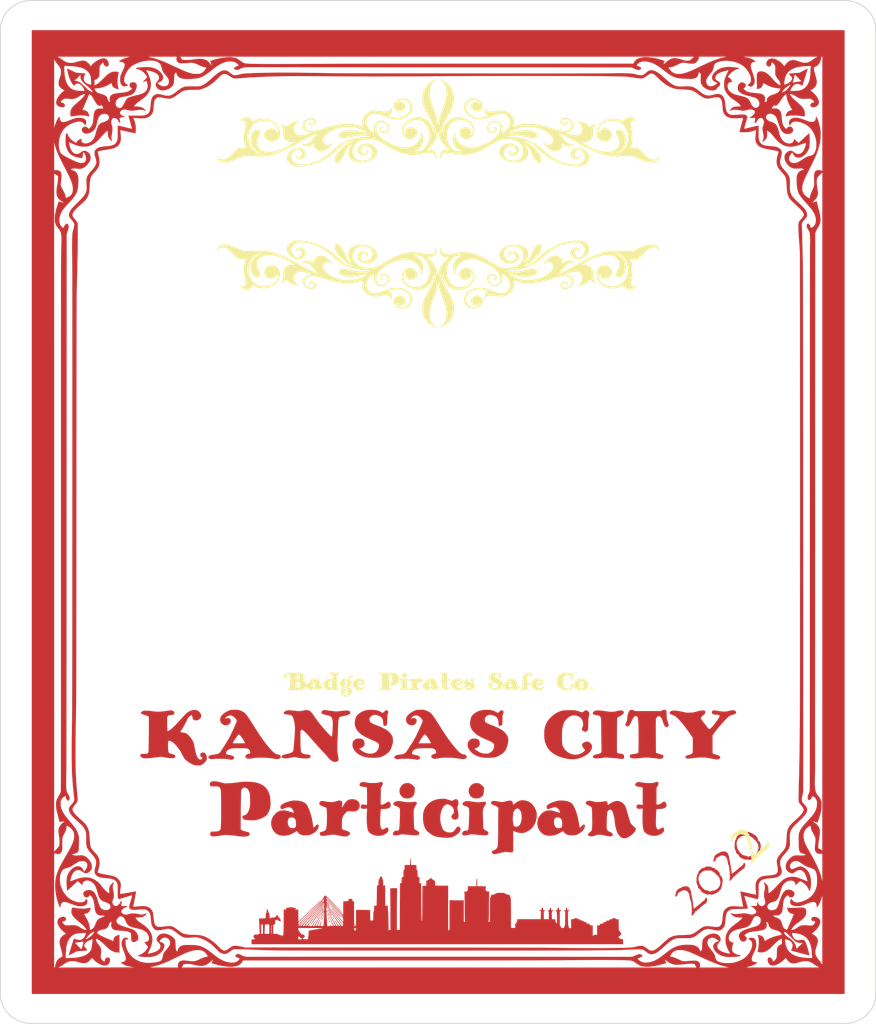
<source format=kicad_pcb>
(kicad_pcb (version 4) (host pcbnew 4.0.7)
  (layers (0 F.Cu signal) (31 B.Cu signal) (34 B.Paste user) (35 F.Paste user) (36 B.SilkS user) (37 F.SilkS user) (38 B.Mask user) (39 F.Mask user) (44 Edge.Cuts user))
  (net 0 "")
  (module LOGO (layer F.Cu) (at 0 0)
    (fp_text reference "G***" hide)
    (fp_text value "LOGO" hide)
  )
  (module LOGO (layer F.Cu) (at 0 0)
    (fp_text reference "G***" hide)
    (fp_text value "LOGO" hide)
  )
  (module LOGO (layer F.Cu) (at 0 0)
    (fp_text reference "G***" hide)
    (fp_text value "LOGO" hide)
  )
  (module LOGO (layer F.Cu) (at 0 0)
    (fp_text reference "G***" hide)
    (fp_text value "LOGO" hide)
    (fp_poly (pts (xy 48.514000 61.552667) (xy -48.111833 61.552667) (xy -48.111833 51.623236) (xy -45.466000 51.623236) (xy -45.466000 58.420000) (xy -45.414380 58.420000) (xy -44.966344 58.420000) (xy -40.384881 58.416829) (xy -39.948630 58.416486) (xy -39.524233 58.416072) (xy -39.113581 58.415593) (xy -38.718565 58.415053) (xy -38.341076 58.414458) (xy -37.983003 58.413812) (xy -37.646239 58.413121) (xy -37.332673 58.412389) (xy -37.044196 58.411622) (xy -36.782699 58.410825) (xy -36.550073 58.410002) (xy -36.348209 58.409160) (xy -36.178997 58.408302) (xy -36.044328 58.407435) (xy -35.946093 58.406563) (xy -35.886182 58.405690) (xy -35.866486 58.404823) (xy -35.866917 58.404720) (xy -35.897160 58.400163) (xy -34.113402 58.400163) (xy -34.099943 58.403692) (xy -34.068262 58.406699) (xy -34.016026 58.409230) (xy -33.940904 58.411333) (xy -33.840566 58.413054) (xy -33.712681 58.414439) (xy -33.554916 58.415536) (xy -33.364942 58.416392) (xy -33.140427 58.417052) (xy -32.879039 58.417564) (xy -32.578448 58.417975) (xy -32.465997 58.418101) (xy -30.694911 58.420000) (xy -30.318587 58.420000) (xy 30.929524 58.420000) (xy 30.877098 58.351209) (xy 30.831306 58.283545) (xy 30.785963 58.204130) (xy 30.747116 58.125116) (xy 30.720813 58.058657) (xy 30.712833 58.021075) (xy 30.709193 58.003414) (xy 30.693575 57.990842) (xy 30.658936 57.981753) (xy 30.598231 57.974540) (xy 30.504417 57.967597) (xy 30.468294 57.965296) (xy 30.364755 57.960031) (xy 30.264464 57.957915) (xy 30.160918 57.959347) (xy 30.047617 57.964728) (xy 29.918059 57.974456) (xy 29.765745 57.988932) (xy 29.584172 58.008554) (xy 29.379333 58.032248) (xy 29.100289 58.061123) (xy 28.846187 58.079146) (xy 28.620454 58.086259) (xy 28.426522 58.082405) (xy 28.267818 58.067526) (xy 28.186519 58.052239) (xy 27.931324 57.973142) (xy 27.691283 57.860747) (xy 27.459976 57.711681) (xy 27.307657 57.590438) (xy 27.136701 57.444142) (xy 27.210267 57.647371) (xy 27.241243 57.735571) (xy 27.265782 57.810444) (xy 27.280739 57.862099) (xy 27.283833 57.878695) (xy 27.283402 57.886673) (xy 27.279483 57.894038) (xy 27.268138 57.901961) (xy 27.245431 57.911611) (xy 27.207424 57.924157) (xy 27.150180 57.940769) (xy 27.069761 57.962615) (xy 26.962230 57.990865) (xy 26.823650 58.026689) (xy 26.650082 58.071255) (xy 26.543000 58.098707) (xy 26.309981 58.157483) (xy 26.110368 58.205279) (xy 25.936993 58.243184) (xy 25.782686 58.272289) (xy 25.640278 58.293683) (xy 25.502598 58.308455) (xy 25.362479 58.317697) (xy 25.212750 58.322497) (xy 25.061333 58.323925) (xy 24.851552 58.322080) (xy 24.675236 58.313847) (xy 24.523709 58.296484) (xy 24.388295 58.267254) (xy 24.260318 58.223415) (xy 24.131101 58.162228) (xy 23.991970 58.080954) (xy 23.834246 57.976851) (xy 23.727833 57.902824) (xy 23.581075 57.802109) (xy 23.458058 57.725064) (xy 23.350082 57.668167) (xy 23.248445 57.627894) (xy 23.144447 57.600719) (xy 23.029385 57.583119) (xy 22.913042 57.572821) (xy 22.725429 57.561778) (xy 22.497077 57.551903) (xy 22.229568 57.543202) (xy 21.924479 57.535678) (xy 21.583390 57.529335) (xy 21.207880 57.524177) (xy 20.799530 57.520209) (xy 20.359918 57.517434) (xy 19.890623 57.515857) (xy 19.393225 57.515482) (xy 18.869304 57.516312) (xy 18.320438 57.518353) (xy 17.748208 57.521607) (xy 17.154191 57.526080) (xy 16.539969 57.531776) (xy 15.907119 57.538697) (xy 15.257223 57.546850) (xy 14.890750 57.551893) (xy 14.802331 57.552846) (xy 14.672635 57.553789) (xy 14.502716 57.554723) (xy 14.293630 57.555645) (xy 14.046432 57.556556) (xy 13.762178 57.557452) (xy 13.441923 57.558335) (xy 13.086722 57.559201) (xy 12.697632 57.560051) (xy 12.275706 57.560883) (xy 11.822002 57.561696) (xy 11.337573 57.562489) (xy 10.823477 57.563261) (xy 10.280767 57.564011) (xy 9.710499 57.564737) (xy 9.113729 57.565439) (xy 8.491513 57.566115) (xy 7.844905 57.566764) (xy 7.174960 57.567385) (xy 6.482736 57.567978) (xy 5.769286 57.568540) (xy 5.035666 57.569071) (xy 4.282932 57.569570) (xy 3.512139 57.570035) (xy 2.724342 57.570466) (xy 1.920597 57.570862) (xy 1.101960 57.571220) (xy 0.269485 57.571541) (xy -0.575772 57.571822) (xy -1.432756 57.572064) (xy -2.300410 57.572264) (xy -3.177681 57.572422) (xy -4.063511 57.572537) (xy -4.751917 57.572595) (xy -23.018750 57.573774) (xy -23.079935 57.705224) (xy -23.178628 57.868119) (xy -23.311222 58.006924) (xy -23.476711 58.121498) (xy -23.674089 58.211702) (xy -23.902351 58.277395) (xy -24.160489 58.318436) (xy -24.447498 58.334685) (xy -24.762371 58.326001) (xy -25.104103 58.292244) (xy -25.471687 58.233274) (xy -25.864118 58.148949) (xy -26.005811 58.113763) (xy -26.212089 58.059326) (xy -26.385114 58.010480) (xy -26.523263 57.967762) (xy -26.624910 57.931709) (xy -26.688430 57.902857) (xy -26.712198 57.881744) (xy -26.712333 57.880391) (xy -26.705441 57.848805) (xy -26.686865 57.787550) (xy -26.659758 57.706608) (xy -26.638683 57.647138) (xy -26.565033 57.443676) (xy -26.781558 57.647762) (xy -26.983341 57.824872) (xy -27.177617 57.969299) (xy -27.361376 58.079035) (xy -27.531606 58.152075) (xy -27.544642 58.156302) (xy -27.679177 58.192383) (xy -27.815900 58.214890) (xy -27.960697 58.223537) (xy -28.119451 58.218036) (xy -28.298048 58.198102) (xy -28.502370 58.163448) (xy -28.738304 58.113788) (xy -28.824151 58.094047) (xy -29.061924 58.042043) (xy -29.267465 58.005654) (xy -29.447739 57.984497) (xy -29.609709 57.978186) (xy -29.760338 57.986340) (xy -29.906588 58.008573) (xy -29.998458 58.029346) (xy -30.074212 58.049991) (xy -30.117352 58.067705) (xy -30.136764 58.087922) (xy -30.141332 58.116075) (xy -30.141333 58.116708) (xy -30.156989 58.190957) (xy -30.199071 58.276129) (xy -30.260250 58.357598) (xy -30.264127 58.361792) (xy -30.318587 58.420000) (xy -30.694911 58.420000) (xy -30.727862 58.353950) (xy -30.750727 58.268413) (xy -30.750646 58.160780) (xy -30.730298 58.042653) (xy -30.692359 57.925634) (xy -30.639508 57.821325) (xy -30.589990 57.756603) (xy -30.520031 57.694056) (xy -30.439771 57.645670) (xy -30.345020 57.611022) (xy -30.231588 57.589686) (xy -30.095286 57.581238) (xy -29.931924 57.585254) (xy -29.737311 57.601308) (xy -29.507259 57.628976) (xy -29.432250 57.639261) (xy -29.193717 57.666524) (xy -28.988098 57.676123) (xy -28.809743 57.667850) (xy -28.653001 57.641501) (xy -28.537662 57.606641) (xy -28.464155 57.577134) (xy -28.363728 57.533461) (xy -28.247263 57.480519) (xy -28.125637 57.423206) (xy -28.066709 57.394645) (xy -27.856645 57.297805) (xy -27.670594 57.225650) (xy -27.500314 57.175443) (xy -27.337569 57.144445) (xy -27.299446 57.139643) (xy -27.177476 57.125722) (xy -27.263317 56.960725) (xy -27.352469 56.817262) (xy -27.462797 56.683122) (xy -27.583757 56.569913) (xy -27.678234 56.503885) (xy -27.874098 56.413510) (xy -28.094468 56.357511) (xy -28.339167 56.335871) (xy -28.608015 56.348576) (xy -28.900836 56.395608) (xy -29.217450 56.476952) (xy -29.557682 56.592592) (xy -29.818221 56.697527) (xy -29.887411 56.728104) (xy -29.989043 56.774432) (xy -30.117439 56.833855) (xy -30.266920 56.903718) (xy -30.431806 56.981363) (xy -30.606418 57.064135) (xy -30.785076 57.149378) (xy -30.815734 57.164064) (xy -31.085371 57.292935) (xy -31.322060 57.405190) (xy -31.530753 57.503079) (xy -31.716399 57.588849) (xy -31.883951 57.664749) (xy -32.038358 57.733028) (xy -32.184571 57.795933) (xy -32.327541 57.855713) (xy -32.437917 57.900779) (xy -32.741409 58.016573) (xy -33.058100 58.124591) (xy -33.376692 58.221469) (xy -33.685887 58.303844) (xy -33.974385 58.368353) (xy -34.067750 58.385975) (xy -34.094974 58.391351) (xy -34.110968 58.396065) (xy -34.113402 58.400163) (xy -35.897160 58.400163) (xy -36.019035 58.381799) (xy -36.180959 58.354785) (xy -36.343991 58.325361) (xy -36.499435 58.295210) (xy -36.638593 58.266017) (xy -36.752769 58.239465) (xy -36.830000 58.218275) (xy -37.007010 58.153169) (xy -37.176131 58.073371) (xy -37.325465 57.985080) (xy -37.431568 57.904840) (xy -37.535719 57.813563) (xy -37.382115 57.788196) (xy -37.226750 57.751801) (xy -37.108202 57.698509) (xy -37.023381 57.625557) (xy -36.969198 57.530182) (xy -36.942566 57.409620) (xy -36.941099 57.393638) (xy -36.938409 57.318673) (xy -36.943362 57.240550) (xy -36.957386 57.153780) (xy -36.981905 57.052877) (xy -37.018346 56.932352) (xy -37.068133 56.786720) (xy -37.132693 56.610493) (xy -37.170726 56.509800) (xy -37.251212 56.294918) (xy -37.315753 56.113835) (xy -37.365423 55.961590) (xy -37.401301 55.833223) (xy -37.424462 55.723772) (xy -37.435981 55.628277) (xy -37.436936 55.541776) (xy -37.428403 55.459310) (xy -37.414200 55.387424) (xy -37.363635 55.225216) (xy -37.295268 55.088136) (xy -37.212417 54.979422) (xy -37.118404 54.902311) (xy -37.016548 54.860044) (xy -36.910168 54.855859) (xy -36.876502 54.862878) (xy -36.823548 54.885214) (xy -36.760663 54.922920) (xy -36.698674 54.967887) (xy -36.648411 55.012010) (xy -36.620702 55.047182) (xy -36.618333 55.056150) (xy -36.637887 55.064910) (xy -36.690118 55.071634) (xy -36.765384 55.075293) (xy -36.800957 55.075667) (xy -36.983581 55.075667) (xy -36.972340 55.430209) (xy -36.961087 55.640634) (xy -36.939977 55.821486) (xy -36.906177 55.984937) (xy -36.856854 56.143159) (xy -36.789176 56.308325) (xy -36.746955 56.398584) (xy -36.594016 56.674562) (xy -36.416170 56.918785) (xy -36.209187 57.136435) (xy -36.009348 57.302792) (xy -35.742226 57.482525) (xy -35.464097 57.627199) (xy -35.172074 57.737491) (xy -34.863264 57.814078) (xy -34.534781 57.857635) (xy -34.183733 57.868842) (xy -33.807232 57.848373) (xy -33.718500 57.839449) (xy -33.505372 57.814868) (xy -33.329043 57.790922) (xy -33.184025 57.766320) (xy -33.064829 57.739771) (xy -32.965964 57.709981) (xy -32.881943 57.675660) (xy -32.807274 57.635516) (xy -32.780640 57.618747) (xy -32.708282 57.558521) (xy -32.651009 57.479264) (xy -32.605551 57.374345) (xy -32.568641 57.237128) (xy -32.552719 57.156287) (xy -32.525652 57.015998) (xy -32.497406 56.899707) (xy -32.463769 56.799088) (xy -32.420528 56.705812) (xy -32.363472 56.611552) (xy -32.288387 56.507981) (xy -32.191064 56.386773) (xy -32.121293 56.303363) (xy -31.990421 56.144921) (xy -31.886727 56.010890) (xy -31.807216 55.895987) (xy -31.748893 55.794929) (xy -31.708762 55.702434) (xy -31.683828 55.613218) (xy -31.671097 55.522000) (xy -31.670028 55.507404) (xy -31.666910 55.418204) (xy -31.673871 55.350431) (xy -31.694387 55.283701) (xy -31.717380 55.229568) (xy -31.802450 55.085147) (xy -31.911886 54.974989) (xy -32.044053 54.900160) (xy -32.197314 54.861728) (xy -32.289750 54.856489) (xy -32.454013 54.876929) (xy -32.601505 54.934851) (xy -32.727941 55.027611) (xy -32.829035 55.152567) (xy -32.860039 55.208191) (xy -32.898028 55.290046) (xy -32.912231 55.342964) (xy -32.900665 55.374299) (xy -32.861349 55.391401) (xy -32.808354 55.399802) (xy -32.660887 55.433375) (xy -32.536422 55.494452) (xy -32.439879 55.579469) (xy -32.376180 55.684862) (xy -32.363678 55.721805) (xy -32.349141 55.847133) (xy -32.368732 55.989319) (xy -32.420584 56.142942) (xy -32.502831 56.302576) (xy -32.613606 56.462800) (xy -32.622673 56.474265) (xy -32.787477 56.655503) (xy -32.970160 56.806523) (xy -33.174854 56.929520) (xy -33.405688 57.026685) (xy -33.666792 57.100212) (xy -33.876496 57.139845) (xy -34.023062 57.156587) (xy -34.196615 57.166312) (xy -34.388376 57.169397) (xy -34.589566 57.166221) (xy -34.791404 57.157162) (xy -34.985111 57.142598) (xy -35.161908 57.122907) (xy -35.313015 57.098466) (xy -35.417125 57.073522) (xy -35.447115 57.045527) (xy -35.454167 57.014856) (xy -35.447245 56.985418) (xy -35.420489 56.962447) (xy -35.364909 56.939607) (xy -35.332458 56.929045) (xy -35.090857 56.831429) (xy -34.868483 56.697473) (xy -34.668993 56.530201) (xy -34.496041 56.332637) (xy -34.364127 56.127854) (xy -34.285176 55.984125) (xy -34.472797 55.739925) (xy -34.542910 55.648626) (xy -34.606518 55.565719) (xy -34.657834 55.498756) (xy -34.691069 55.455286) (xy -34.697132 55.447317) (xy -34.733847 55.398910) (xy -34.597270 55.387947) (xy -34.467931 55.364097) (xy -34.358999 55.317196) (xy -34.279446 55.251336) (xy -34.269355 55.238363) (xy -34.215380 55.129611) (xy -34.189183 54.997620) (xy -34.190250 54.850641) (xy -34.218066 54.696928) (xy -34.272118 54.544731) (xy -34.318122 54.455532) (xy -34.386337 54.362284) (xy -34.482457 54.261808) (xy -34.595586 54.163810) (xy -34.714832 54.078000) (xy -34.793948 54.031514) (xy -34.882303 53.987322) (xy -34.971146 53.948288) (xy -35.067297 53.912236) (xy -35.177577 53.876991) (xy -35.308804 53.840376) (xy -35.467799 53.800218) (xy -35.661381 53.754339) (xy -35.666793 53.753084) (xy -35.909983 53.694269) (xy -36.115323 53.638485) (xy -36.286963 53.583438) (xy -36.429049 53.526833) (xy -36.545731 53.466378) (xy -36.641156 53.399778) (xy -36.719472 53.324740) (xy -36.784827 53.238970) (xy -36.841370 53.140174) (xy -36.865269 53.090366) (xy -36.936767 52.935148) (xy -36.994411 52.813219) (xy -37.041350 52.719097) (xy -37.080729 52.647302) (xy -37.115697 52.592353) (xy -37.149400 52.548768) (xy -37.184986 52.511066) (xy -37.212769 52.485180) (xy -37.324287 52.403075) (xy -37.434085 52.352703) (xy -37.534036 52.331163) (xy -37.622229 52.337051) (xy -37.707303 52.373319) (xy -37.797900 52.442925) (xy -37.852564 52.495825) (xy -37.957181 52.617853) (xy -38.023621 52.732819) (xy -38.054354 52.845493) (xy -38.057202 52.891052) (xy -38.048326 52.979059) (xy -38.019201 53.061303) (xy -37.967490 53.139199) (xy -37.890851 53.214163) (xy -37.786946 53.287610) (xy -37.653436 53.360956) (xy -37.487980 53.435615) (xy -37.288240 53.513004) (xy -37.051875 53.594538) (xy -36.776547 53.681632) (xy -36.724167 53.697556) (xy -36.530360 53.756794) (xy -36.372533 53.806624) (xy -36.245840 53.848835) (xy -36.145438 53.885218) (xy -36.066480 53.917561) (xy -36.004120 53.947654) (xy -35.953515 53.977288) (xy -35.937123 53.988270) (xy -35.841380 54.070443) (xy -35.741835 54.183986) (xy -35.645847 54.319436) (xy -35.560776 54.467328) (xy -35.553691 54.481357) (xy -35.511605 54.568092) (xy -35.485438 54.633200) (xy -35.471420 54.692528) (xy -35.465781 54.761923) (xy -35.464750 54.855165) (xy -35.465721 54.949636) (xy -35.470452 55.014050) (xy -35.481669 55.060670) (xy -35.502098 55.101759) (xy -35.528250 55.140799) (xy -35.601321 55.219817) (xy -35.696675 55.287749) (xy -35.805032 55.341360) (xy -35.917113 55.377413) (xy -36.023640 55.392671) (xy -36.115335 55.383900) (xy -36.164341 55.362649) (xy -36.202892 55.331659) (xy -36.232888 55.291621) (xy -36.255640 55.236881) (xy -36.272461 55.161783) (xy -36.284663 55.060676) (xy -36.293559 54.927904) (xy -36.299730 54.779334) (xy -36.305659 54.643024) (xy -36.313172 54.524557) (xy -36.321703 54.430475) (xy -36.330686 54.367320) (xy -36.337317 54.344300) (xy -36.383229 54.295466) (xy -36.463915 54.245146) (xy -36.572036 54.196183) (xy -36.700254 54.151422) (xy -36.841231 54.113708) (xy -36.987630 54.085885) (xy -37.013345 54.082234) (xy -37.089403 54.073751) (xy -37.197157 54.064090) (xy -37.326017 54.054083) (xy -37.465393 54.044561) (xy -37.581417 54.037625) (xy -37.815875 54.021495) (xy -38.012124 54.000451) (xy -38.174142 53.973089) (xy -38.305908 53.938003) (xy -38.411401 53.893787) (xy -38.494600 53.839037) (xy -38.559483 53.772347) (xy -38.610028 53.692313) (xy -38.620654 53.670561) (xy -38.656745 53.553548) (xy -38.671427 53.409315) (xy -38.664320 53.247380) (xy -38.642896 53.112459) (xy -38.631297 53.044743) (xy -38.628073 52.997044) (xy -38.633434 52.980167) (xy -38.690964 52.994855) (xy -38.758836 53.032173) (xy -38.820565 53.082002) (xy -38.845292 53.110213) (xy -38.877476 53.164722) (xy -38.914853 53.244128) (xy -38.950200 53.332855) (xy -38.955765 53.348540) (xy -39.002771 53.472171) (xy -39.052654 53.572776) (xy -39.110887 53.654304) (xy -39.182945 53.720703) (xy -39.274302 53.775921) (xy -39.390432 53.823907) (xy -39.536810 53.868611) (xy -39.718909 53.913980) (xy -39.749464 53.921046) (xy -39.896268 53.955961) (xy -40.008824 53.986264) (xy -40.094540 54.014897) (xy -40.160821 54.044800) (xy -40.215075 54.078915) (xy -40.264708 54.120182) (xy -40.274875 54.129689) (xy -40.329277 54.201188) (xy -40.341504 54.273269) (xy -40.311706 54.347362) (xy -40.299367 54.364275) (xy -40.229481 54.432514) (xy -40.119188 54.511178) (xy -39.969036 54.599980) (xy -39.779575 54.698633) (xy -39.551353 54.806849) (xy -39.284919 54.924340) (xy -39.020750 55.034579) (xy -38.890490 55.088091) (xy -38.768879 55.138733) (xy -38.663062 55.183475) (xy -38.580184 55.219289) (xy -38.527391 55.243146) (xy -38.518885 55.247315) (xy -38.467462 55.272244) (xy -38.433743 55.286233) (xy -38.428927 55.287334) (xy -38.421413 55.268611) (xy -38.417118 55.222194) (xy -38.416809 55.207959) (xy -38.404271 55.113873) (xy -38.372267 55.004774) (xy -38.327110 54.899228) (xy -38.290516 54.836612) (xy -38.203601 54.743871) (xy -38.081003 54.663866) (xy -37.928219 54.599533) (xy -37.766625 54.556892) (xy -37.697833 54.543137) (xy -37.697833 56.648395) (xy -37.904208 56.634933) (xy -38.094952 56.614841) (xy -38.263479 56.578634) (xy -38.428312 56.521706) (xy -38.519953 56.481814) (xy -38.611513 56.436620) (xy -38.699473 56.386087) (xy -38.788591 56.326418) (xy -38.883624 56.253816) (xy -38.989333 56.164482) (xy -39.110476 56.054620) (xy -39.251810 55.920432) (xy -39.380583 55.795009) (xy -39.499948 55.679466) (xy -39.618413 55.567767) (xy -39.730105 55.465231) (xy -39.829153 55.377173) (xy -39.909685 55.308910) (xy -39.962667 55.267955) (xy -40.068999 55.197663) (xy -40.183429 55.129304) (xy -40.294686 55.069063) (xy -40.391502 55.023124) (xy -40.447481 55.001894) (xy -40.498379 54.986070) (xy -40.484532 55.120827) (xy -40.455346 55.261788) (xy -40.395194 55.402805) (xy -40.301162 55.549516) (xy -40.195942 55.678917) (xy -40.064477 55.843055) (xy -39.968239 56.000703) (xy -39.904727 56.160329) (xy -39.871434 56.330406) (xy -39.865859 56.519403) (xy -39.884888 56.731249) (xy -39.904374 56.889399) (xy -39.915604 57.014108) (xy -39.918768 57.113419) (xy -39.914056 57.195373) (xy -39.901657 57.268012) (xy -39.897927 57.283502) (xy -39.851256 57.395912) (xy -39.772120 57.507348) (xy -39.669140 57.606643) (xy -39.621393 57.641678) (xy -39.507583 57.717989) (xy -39.459958 57.673721) (xy -39.419345 57.608188) (xy -39.412333 57.558381) (xy -39.393774 57.450661) (xy -39.343068 57.353553) (xy -39.267677 57.276568) (xy -39.175059 57.229219) (xy -39.149294 57.222977) (xy -39.061795 57.225036) (xy -38.970988 57.256444) (xy -38.892725 57.309707) (xy -38.848670 57.365104) (xy -38.818023 57.463400) (xy -38.814742 57.581592) (xy -38.836662 57.709243) (xy -38.881617 57.835919) (xy -38.947440 57.951185) (xy -38.978643 57.991194) (xy -39.087894 58.087625) (xy -39.219875 58.150187) (xy -39.372254 58.179126) (xy -39.542696 58.174686) (xy -39.728867 58.137115) (xy -39.928432 58.066658) (xy -40.139059 57.963560) (xy -40.327053 57.849120) (xy -40.456527 57.755054) (xy -40.590628 57.643226) (xy -40.718630 57.523587) (xy -40.829809 57.406091) (xy -40.904583 57.313243) (xy -40.946917 57.254438) (xy -41.083901 57.426297) (xy -41.216180 57.573576) (xy -41.359889 57.700512) (xy -41.506091 57.799915) (xy -41.613667 57.852737) (xy -41.682236 57.876218) (xy -41.752811 57.890295) (xy -41.839248 57.896879) (xy -41.941750 57.897978) (xy -42.033398 57.895945) (xy -42.113338 57.889673) (xy -42.193273 57.877127) (xy -42.284905 57.856269) (xy -42.399937 57.825063) (xy -42.460333 57.807716) (xy -42.634481 57.758274) (xy -42.777051 57.720762) (xy -42.896600 57.693646) (xy -43.001686 57.675387) (xy -43.100866 57.664450) (xy -43.202695 57.659299) (xy -43.292509 57.658313) (xy -43.442095 57.661902) (xy -43.573930 57.674069) (xy -43.695037 57.697551) (xy -43.812436 57.735085) (xy -43.933148 57.789407) (xy -44.064194 57.863254) (xy -44.212594 57.959364) (xy -44.385370 58.080473) (xy -44.397083 58.088896) (xy -44.501826 58.161134) (xy -44.613061 58.232606) (xy -44.717239 58.294886) (xy -44.798131 58.338254) (xy -44.966344 58.420000) (xy -45.414380 58.420000) (xy -45.382254 58.414942) (xy -45.363901 58.392554) (xy -45.352288 58.342010) (xy -45.349028 58.319459) (xy -45.297263 58.051653) (xy -45.219707 57.816462) (xy -45.116596 57.614240) (xy -44.988168 57.445339) (xy -44.834659 57.310110) (xy -44.813612 57.298167) (xy -44.090167 57.298167) (xy -43.788542 57.298115) (xy -43.644883 57.296354) (xy -43.483182 57.291612) (xy -43.324273 57.284635) (xy -43.201167 57.277083) (xy -42.823561 57.239860) (xy -42.484121 57.186271) (xy -42.181829 57.115983) (xy -41.915670 57.028661) (xy -41.684629 56.923970) (xy -41.487690 56.801577) (xy -41.323837 56.661147) (xy -41.321023 56.658288) (xy -41.229065 56.557736) (xy -41.154108 56.458193) (xy -41.093715 56.353075) (xy -41.045448 56.235799) (xy -41.006869 56.099782) (xy -40.975540 55.938441) (xy -40.949023 55.745192) (xy -40.934839 55.615417) (xy -40.921199 55.484609) (xy -40.908068 55.364053) (xy -40.896362 55.261758) (xy -40.886997 55.185737) (xy -40.880976 55.144459) (xy -40.877395 55.105388) (xy -40.888132 55.082808) (xy -40.918809 55.076343) (xy -40.975052 55.085617) (xy -41.062485 55.110255) (xy -41.120449 55.128471) (xy -41.299123 55.197023) (xy -41.462120 55.281749) (xy -41.605051 55.378774) (xy -41.723527 55.484221) (xy -41.813161 55.594215) (xy -41.869564 55.704880) (xy -41.888369 55.806724) (xy -41.870285 55.900868) (xy -41.819022 55.999614) (xy -41.740975 56.092534) (xy -41.682458 56.142266) (xy -41.622138 56.189053) (xy -41.588808 56.224408) (xy -41.574525 56.260813) (xy -41.571346 56.310748) (xy -41.571333 56.316891) (xy -41.571333 56.409167) (xy -41.650708 56.409958) (xy -41.694026 56.411745) (xy -41.772531 56.416328) (xy -41.879200 56.423245) (xy -42.007014 56.432029) (xy -42.148952 56.442218) (xy -42.238083 56.448819) (xy -42.746083 56.486890) (xy -43.240858 56.735192) (xy -43.390741 56.810127) (xy -43.506980 56.867365) (xy -43.593585 56.908550) (xy -43.654568 56.935328) (xy -43.693940 56.949342) (xy -43.715712 56.952238) (xy -43.723896 56.945660) (xy -43.722924 56.932860) (xy -43.713879 56.901749) (xy -43.693949 56.836326) (xy -43.664632 56.741352) (xy -43.627426 56.621592) (xy -43.583830 56.481810) (xy -43.535341 56.326768) (xy -43.483457 56.161230) (xy -43.429676 55.989961) (xy -43.375497 55.817722) (xy -43.322417 55.649278) (xy -43.271934 55.489392) (xy -43.269610 55.482047) (xy -42.988743 55.482047) (xy -42.603794 55.882013) (xy -42.500496 55.988253) (xy -42.406650 56.082692) (xy -42.326226 56.161508) (xy -42.263189 56.220873) (xy -42.221508 56.256964) (xy -42.205295 56.266197) (xy -42.196097 56.241956) (xy -42.177895 56.182879) (xy -42.152442 56.095071) (xy -42.121494 55.984639) (xy -42.086806 55.857690) (xy -42.070842 55.798295) (xy -42.036232 55.666536) (xy -42.006512 55.548870) (xy -41.983102 55.451298) (xy -41.967420 55.379825) (xy -41.960884 55.340452) (xy -41.961315 55.334796) (xy -41.984764 55.334490) (xy -42.043923 55.340145) (xy -42.132722 55.350914) (xy -42.245088 55.365950) (xy -42.374951 55.384404) (xy -42.516239 55.405428) (xy -42.662881 55.428176) (xy -42.808804 55.451800) (xy -42.856830 55.459822) (xy -42.988743 55.482047) (xy -43.269610 55.482047) (xy -43.225547 55.342828) (xy -43.184752 55.214350) (xy -43.151049 55.108720) (xy -43.125935 55.030702) (xy -43.110909 54.985060) (xy -43.107209 54.974938) (xy -43.086958 54.980371) (xy -43.038136 54.999736) (xy -42.970552 55.029100) (xy -42.957302 55.035075) (xy -42.760753 55.107976) (xy -42.572444 55.145727) (xy -42.396496 55.147994) (xy -42.237026 55.114446) (xy -42.192032 55.096918) (xy -42.166686 55.082074) (xy -41.698333 55.082074) (xy -41.691171 55.086719) (xy -41.667223 55.078111) (xy -41.622798 55.054118) (xy -41.554205 55.012608) (xy -41.457750 54.951447) (xy -41.338500 54.874210) (xy -41.244379 54.810621) (xy -41.151817 54.744214) (xy -41.073734 54.684441) (xy -41.036299 54.653121) (xy -40.957326 54.573320) (xy -40.874844 54.474396) (xy -40.798618 54.369433) (xy -40.738414 54.271514) (xy -40.713856 54.221136) (xy -40.681840 54.144511) (xy -40.818538 54.195964) (xy -41.000104 54.280596) (xy -41.164415 54.393463) (xy -41.310796 54.529798) (xy -41.362751 54.588913) (xy -41.424173 54.665893) (xy -41.489820 54.753265) (xy -41.554450 54.843559) (xy -41.612820 54.929304) (xy -41.659686 55.003026) (xy -41.689807 55.057256) (xy -41.698333 55.082074) (xy -42.166686 55.082074) (xy -42.099417 55.042679) (xy -42.000710 54.962343) (xy -41.908827 54.867640) (xy -41.842332 54.779334) (xy -41.812884 54.724021) (xy -41.778360 54.645698) (xy -41.743158 54.556228) (xy -41.711674 54.467474) (xy -41.688307 54.391300) (xy -41.677452 54.339568) (xy -41.677167 54.333741) (xy -41.697142 54.322657) (xy -41.752771 54.315724) (xy -41.837613 54.312629) (xy -41.945224 54.313055) (xy -42.069163 54.316690) (xy -42.202986 54.323217) (xy -42.340251 54.332323) (xy -42.474517 54.343693) (xy -42.599339 54.357012) (xy -42.708277 54.371967) (xy -42.794887 54.388241) (xy -42.795299 54.388336) (xy -42.957211 54.439403) (xy -43.125761 54.516385) (xy -43.284358 54.610651) (xy -43.410867 54.708510) (xy -43.578582 54.885699) (xy -43.720265 55.090897) (xy -43.836870 55.326065) (xy -43.929347 55.593166) (xy -43.998650 55.894162) (xy -44.005783 55.934572) (xy -44.022590 56.052336) (xy -44.038953 56.202511) (xy -44.054175 56.375179) (xy -44.067561 56.560418) (xy -44.078414 56.748307) (xy -44.086038 56.928928) (xy -44.089737 57.092358) (xy -44.089975 57.134125) (xy -44.090167 57.298167) (xy -44.813612 57.298167) (xy -44.656307 57.208908) (xy -44.582292 57.179525) (xy -44.471167 57.140064) (xy -44.471167 57.019894) (xy -44.475482 56.926654) (xy -44.489152 56.818592) (xy -44.513266 56.690424) (xy -44.548911 56.536866) (xy -44.597175 56.352635) (xy -44.640500 56.197500) (xy -44.699545 55.984004) (xy -44.744882 55.805489) (xy -44.777497 55.657236) (xy -44.798373 55.534523) (xy -44.808494 55.432630) (xy -44.809833 55.385169) (xy -44.797306 55.249557) (xy -44.763319 55.103162) (xy -44.713267 54.967928) (xy -44.701081 54.942730) (xy -44.641564 54.853423) (xy -44.551927 54.754377) (xy -44.440588 54.653374) (xy -44.315964 54.558197) (xy -44.214307 54.492631) (xy -44.033487 54.385845) (xy -44.162034 54.302908) (xy -44.300736 54.200368) (xy -44.446872 54.069609) (xy -44.591693 53.920295) (xy -44.726451 53.762091) (xy -44.842397 53.604663) (xy -44.930784 53.457674) (xy -44.935523 53.448404) (xy -45.015391 53.258967) (xy -45.056980 53.084056) (xy -45.060536 52.924746) (xy -45.026307 52.782110) (xy -44.954540 52.657224) (xy -44.845481 52.551164) (xy -44.710727 52.470326) (xy -44.572496 52.418335) (xy -44.438085 52.393649) (xy -44.314131 52.395714) (xy -44.207269 52.423978) (xy -44.124135 52.477885) (xy -44.088454 52.522227) (xy -44.051492 52.616206) (xy -44.054344 52.706550) (xy -44.094491 52.789791) (xy -44.169414 52.862460) (xy -44.276595 52.921088) (xy -44.406968 52.960828) (xy -44.467177 52.976554) (xy -44.505800 52.992046) (xy -44.513500 52.999642) (xy -44.499806 53.033352) (xy -44.464037 53.087138) (xy -44.414162 53.151253) (xy -44.358152 53.215949) (xy -44.303977 53.271480) (xy -44.263339 53.305590) (xy -44.191428 53.350441) (xy -44.118289 53.383659) (xy -44.037345 53.406025) (xy -43.942023 53.418318) (xy -43.825747 53.421318) (xy -43.681943 53.415805) (xy -43.504035 53.402559) (xy -43.470409 53.399637) (xy -43.248124 53.387329) (xy -43.054633 53.394350) (xy -42.879935 53.423077) (xy -42.714032 53.475886) (xy -42.546926 53.555157) (xy -42.372597 53.660647) (xy -42.194388 53.771762) (xy -42.040241 53.854445) (xy -41.904964 53.910864) (xy -41.783367 53.943188) (xy -41.671332 53.953582) (xy -41.591413 53.953834) (xy -41.626789 53.885042) (xy -41.705203 53.760468) (xy -41.821595 53.617746) (xy -41.975788 53.457058) (xy -42.167601 53.278587) (xy -42.396855 53.082516) (xy -42.481500 53.013329) (xy -42.598961 52.915452) (xy -42.726303 52.804605) (xy -42.850585 52.692338) (xy -42.958870 52.590200) (xy -42.991211 52.558367) (xy -43.086072 52.461654) (xy -43.156846 52.383679) (xy -43.210907 52.314854) (xy -43.255631 52.245595) (xy -43.298393 52.166316) (xy -43.308711 52.145687) (xy -43.351819 52.056604) (xy -43.379093 51.990478) (xy -43.394110 51.932644) (xy -43.400447 51.868440) (xy -43.401679 51.783201) (xy -43.401635 51.764687) (xy -43.397313 51.642812) (xy -43.383566 51.545838) (xy -43.357875 51.456902) (xy -43.354186 51.446818) (xy -43.327349 51.379001) (xy -43.304208 51.327922) (xy -43.291301 51.306622) (xy -43.265045 51.304138) (xy -43.206566 51.308686) (xy -43.125213 51.319307) (xy -43.053000 51.331000) (xy -42.756824 51.377999) (xy -42.491251 51.409708) (xy -42.247703 51.426858) (xy -42.017600 51.430180) (xy -41.920583 51.427537) (xy -41.718395 51.414216) (xy -41.528520 51.391486) (xy -41.359968 51.360776) (xy -41.221750 51.323516) (xy -41.187218 51.311148) (xy -41.143233 51.298912) (xy -41.120248 51.300475) (xy -41.118678 51.327242) (xy -41.129543 51.382736) (xy -41.149587 51.456365) (xy -41.175549 51.537539) (xy -41.204172 51.615667) (xy -41.232197 51.680159) (xy -41.243781 51.701972) (xy -41.337394 51.822655) (xy -41.461530 51.922536) (xy -41.607210 51.996033) (xy -41.765452 52.037562) (xy -41.788292 52.040529) (xy -41.853550 52.048875) (xy -41.897723 52.056364) (xy -41.910000 52.060426) (xy -41.899887 52.079925) (xy -41.872341 52.128526) (xy -41.831549 52.198937) (xy -41.781700 52.283864) (xy -41.780891 52.285234) (xy -41.646554 52.518452) (xy -41.535690 52.724285) (xy -41.445680 52.908686) (xy -41.373908 53.077607) (xy -41.317756 53.237001) (xy -41.274605 53.392821) (xy -41.255110 53.480908) (xy -41.235943 53.588604) (xy -41.221068 53.697321) (xy -41.212632 53.790119) (xy -41.211500 53.824867) (xy -41.209756 53.897381) (xy -41.199587 53.937813) (xy -41.173584 53.949530) (xy -41.124341 53.935900) (xy -41.045010 53.900549) (xy -40.926186 53.836919) (xy -40.828767 53.763700) (xy -40.747071 53.673867) (xy -40.675416 53.560394) (xy -40.608120 53.416254) (xy -40.566037 53.308250) (xy -40.494299 53.126452) (xy -40.425359 52.979535) (xy -40.355259 52.860588) (xy -40.280041 52.762700) (xy -40.216025 52.697220) (xy -40.155502 52.644524) (xy -40.096852 52.603021) (xy -40.028891 52.566531) (xy -39.940433 52.528873) (xy -39.848588 52.494191) (xy -39.722814 52.445225) (xy -39.629227 52.401506) (xy -39.558849 52.358402) (xy -39.513082 52.321121) (xy -39.422917 52.238040) (xy -39.624000 52.251277) (xy -39.835700 52.252403) (xy -40.024207 52.227142) (xy -40.185952 52.176403) (xy -40.317368 52.101095) (xy -40.361343 52.063624) (xy -40.425967 51.992707) (xy -40.480329 51.911379) (xy -40.526055 51.814506) (xy -40.564770 51.696957) (xy -40.598101 51.553598) (xy -40.627673 51.379296) (xy -40.655112 51.168918) (xy -40.660999 51.117500) (xy -40.692706 50.868999) (xy -40.728700 50.657568) (xy -40.770736 50.478019) (xy -40.820570 50.325165) (xy -40.879958 50.193818) (xy -40.950656 50.078791) (xy -41.034420 49.974895) (xy -41.055381 49.952382) (xy -41.113675 49.894067) (xy -41.162718 49.850095) (xy -41.194124 49.827826) (xy -41.198847 49.826478) (xy -41.224126 49.842649) (xy -41.259780 49.883042) (xy -41.273246 49.901742) (xy -41.324096 49.959180) (xy -41.391238 50.014476) (xy -41.417033 50.031143) (xy -41.526031 50.073399) (xy -41.635768 50.077904) (xy -41.740171 50.048691) (xy -41.833165 49.989791) (xy -41.908677 49.905235) (xy -41.960633 49.799056) (xy -41.982960 49.675284) (xy -41.983378 49.655217) (xy -41.968119 49.535930) (xy -41.920936 49.437262) (xy -41.839718 49.357172) (xy -41.722354 49.293622) (xy -41.566732 49.244569) (xy -41.555910 49.241990) (xy -41.377094 49.216056) (xy -41.202360 49.220876) (xy -41.042333 49.255644) (xy -40.965148 49.286891) (xy -40.846200 49.358523) (xy -40.738341 49.453551) (xy -40.639438 49.575326) (xy -40.547358 49.727197) (xy -40.459968 49.912517) (xy -40.375138 50.134636) (xy -40.320510 50.299855) (xy -40.277460 50.436776) (xy -40.231926 50.581762) (xy -40.188382 50.720549) (xy -40.151306 50.838873) (xy -40.139395 50.876939) (xy -40.072018 51.068233) (xy -39.999566 51.222161) (xy -39.918013 51.343680) (xy -39.823337 51.437746) (xy -39.711514 51.509313) (xy -39.583406 51.561744) (xy -39.443516 51.594127) (xy -39.293396 51.606143) (xy -39.150579 51.597171) (xy -39.070448 51.579932) (xy -38.987116 51.540778) (xy -38.903974 51.477894) (xy -38.831812 51.401988) (xy -38.781420 51.323770) (xy -38.765556 51.277331) (xy -38.756396 51.159288) (xy -38.777138 51.053473) (xy -38.829848 50.957805) (xy -38.916596 50.870203) (xy -39.039447 50.788584) (xy -39.200470 50.710867) (xy -39.401731 50.634973) (xy -39.404563 50.634009) (xy -39.563693 50.576615) (xy -39.689069 50.522590) (xy -39.788449 50.467014) (xy -39.869593 50.404969) (xy -39.940260 50.331536) (xy -39.996078 50.259027) (xy -40.049663 50.179017) (xy -40.097170 50.095792) (xy -40.141082 50.003030) (xy -40.183885 49.894409) (xy -40.228060 49.763604) (xy -40.276093 49.604295) (xy -40.330466 49.410157) (xy -40.332621 49.402262) (xy -40.394061 49.186502) (xy -40.451706 49.006517) (xy -40.508397 48.856274) (xy -40.566976 48.729737) (xy -40.630284 48.620873) (xy -40.701163 48.523646) (xy -40.782452 48.432022) (xy -40.796009 48.418095) (xy -40.937877 48.293864) (xy -41.088071 48.197915) (xy -41.242253 48.129905) (xy -41.396086 48.089489) (xy -41.545231 48.076322) (xy -41.685350 48.090060) (xy -41.812106 48.130358) (xy -41.921160 48.196871) (xy -42.008174 48.289256) (xy -42.068810 48.407167) (xy -42.095631 48.521308) (xy -42.111083 48.639872) (xy -42.374598 48.397019) (xy -42.462224 48.316943) (xy -42.539084 48.247990) (xy -42.599814 48.194870) (xy -42.639050 48.162291) (xy -42.651224 48.154167) (xy -42.658407 48.157621) (xy -42.674006 48.169405) (xy -42.700356 48.191654) (xy -42.739796 48.226503) (xy -42.794662 48.276086) (xy -42.867291 48.342537) (xy -42.960021 48.427992) (xy -43.075189 48.534584) (xy -43.215131 48.664449) (xy -43.382185 48.819720) (xy -43.503582 48.932645) (xy -43.611270 49.032211) (xy -43.708563 49.120964) (xy -43.791277 49.195183) (xy -43.855224 49.251147) (xy -43.896217 49.285135) (xy -43.909993 49.293896) (xy -43.914065 49.271161) (xy -43.920597 49.212377) (xy -43.929016 49.123718) (xy -43.938748 49.011359) (xy -43.949222 48.881476) (xy -43.953930 48.820201) (xy -43.971870 48.532901) (xy -43.978876 48.281359) (xy -43.974427 48.060301) (xy -43.957999 47.864451) (xy -43.929071 47.688534) (xy -43.887120 47.527276) (xy -43.831625 47.375402) (xy -43.804888 47.314736) (xy -43.687719 47.102455) (xy -43.541810 46.905776) (xy -43.373745 46.731709) (xy -43.190110 46.587270) (xy -43.038838 46.498958) (xy -42.946976 46.455345) (xy -42.874971 46.427999) (xy -42.805798 46.412404) (xy -42.722433 46.404048) (xy -42.670064 46.401171) (xy -42.576397 46.397777) (xy -42.510079 46.400100) (xy -42.456236 46.410789) (xy -42.399995 46.432493) (xy -42.343884 46.459270) (xy -42.228853 46.529211) (xy -42.134149 46.618751) (xy -42.052994 46.735698) (xy -41.985142 46.872667) (xy -41.915752 47.032289) (xy -41.817964 46.927746) (xy -41.686466 46.765870) (xy -41.592708 46.600027) (xy -41.549408 46.485062) (xy -41.513264 46.316339) (xy -41.514044 46.167302) (xy -41.550457 46.039416) (xy -41.621213 45.934150) (xy -41.725024 45.852970) (xy -41.860599 45.797343) (xy -42.026648 45.768737) (xy -42.181262 45.766322) (xy -42.283708 45.772288) (xy -42.360853 45.782599) (xy -42.429726 45.801425) (xy -42.507359 45.832940) (xy -42.568353 45.861150) (xy -42.647031 45.902159) (xy -42.750307 45.961586) (xy -42.868219 46.033399) (xy -42.990805 46.111566) (xy -43.081532 46.171894) (xy -43.234678 46.274585) (xy -43.361657 46.356041) (xy -43.470360 46.420171) (xy -43.568676 46.470886) (xy -43.664496 46.512095) (xy -43.765710 46.547709) (xy -43.880208 46.581636) (xy -43.942525 46.598556) (xy -44.052478 46.629308) (xy -44.154644 46.660546) (xy -44.238324 46.688824) (xy -44.292818 46.710696) (xy -44.296615 46.712586) (xy -44.411317 46.794856) (xy -44.514739 46.917240) (xy -44.606395 47.078920) (xy -44.685800 47.279075) (xy -44.737550 47.456015) (xy -44.758412 47.569976) (xy -44.772350 47.714112) (xy -44.779327 47.876829) (xy -44.779306 48.046533) (xy -44.772249 48.211629) (xy -44.758119 48.360524) (xy -44.740787 48.464455) (xy -44.651608 48.793165) (xy -44.530420 49.107045) (xy -44.379864 49.401994) (xy -44.202581 49.673910) (xy -44.001213 49.918693) (xy -43.778403 50.132239) (xy -43.562682 50.293704) (xy -43.428818 50.372179) (xy -43.267001 50.452095) (xy -43.090961 50.527500) (xy -42.914427 50.592440) (xy -42.777833 50.634002) (xy -42.631797 50.664473) (xy -42.475354 50.682049) (xy -42.319199 50.686737) (xy -42.174024 50.678545) (xy -42.050523 50.657481) (xy -41.978969 50.633428) (xy -41.882416 50.576090) (xy -41.793999 50.499236) (xy -41.725459 50.414451) (xy -41.694029 50.352249) (xy -41.671065 50.307866) (xy -41.636668 50.294921) (xy -41.616481 50.296125) (xy -41.581235 50.306246) (xy -41.557868 50.333724) (xy -41.538271 50.389493) (xy -41.533198 50.408417) (xy -41.518636 50.494798) (xy -41.513449 50.591786) (xy -41.514975 50.632199) (xy -41.541787 50.772419) (xy -41.598970 50.888356) (xy -41.687874 50.980930) (xy -41.809846 51.051060) (xy -41.966235 51.099668) (xy -42.158389 51.127671) (xy -42.249904 51.133502) (xy -42.400163 51.135771) (xy -42.538722 51.127408) (xy -42.675507 51.106459) (xy -42.820441 51.070969) (xy -42.983449 51.018985) (xy -43.158833 50.954560) (xy -43.372038 50.873465) (xy -43.550775 50.807099) (xy -43.699703 50.754027) (xy -43.823482 50.712819) (xy -43.926771 50.682040) (xy -44.014230 50.660259) (xy -44.090518 50.646043) (xy -44.160295 50.637960) (xy -44.196000 50.635683) (xy -44.289341 50.632775) (xy -44.354515 50.636139) (xy -44.405488 50.647930) (xy -44.456225 50.670304) (xy -44.471167 50.678156) (xy -44.560216 50.748774) (xy -44.630743 50.851887) (xy -44.678779 50.980239) (xy -44.698074 51.093140) (xy -44.705763 51.164603) (xy -44.715722 51.203603) (xy -44.733035 51.219918) (xy -44.762785 51.223326) (xy -44.765755 51.223334) (xy -44.786163 51.221513) (xy -44.803652 51.212424) (xy -44.820859 51.190623) (xy -44.840421 51.150668) (xy -44.864976 51.087117) (xy -44.897160 50.994527) (xy -44.939612 50.867456) (xy -44.942678 50.858209) (xy -45.053356 50.508383) (xy -45.143338 50.186894) (xy -45.214127 49.886032) (xy -45.267223 49.598084) (xy -45.304128 49.315341) (xy -45.326343 49.030092) (xy -45.333318 48.851683) (xy -45.335222 48.546752) (xy -45.323355 48.271461) (xy -45.296226 48.014937) (xy -45.252343 47.766306) (xy -45.190215 47.514694) (xy -45.117151 47.275750) (xy -45.049122 47.079072) (xy -44.975672 46.887220) (xy -44.894071 46.694545) (xy -44.801588 46.495399) (xy -44.695495 46.284133) (xy -44.573060 46.055098) (xy -44.431554 45.802646) (xy -44.273166 45.529500) (xy -44.090647 45.217370) (xy -43.929178 44.937970) (xy -43.787223 44.688225) (xy -43.663245 44.465059) (xy -43.555711 44.265396) (xy -43.463084 44.086162) (xy -43.383829 43.924280) (xy -43.316412 43.776675) (xy -43.259295 43.640272) (xy -43.210944 43.511995) (xy -43.169824 43.388768) (xy -43.134399 43.267516) (xy -43.123482 43.226587) (xy -43.087077 43.044774) (xy -43.068795 42.855651) (xy -43.068781 42.671274) (xy -43.087179 42.503702) (xy -43.113467 42.395307) (xy -43.195904 42.206459) (xy -43.316361 42.029610) (xy -43.471308 41.868653) (xy -43.657213 41.727486) (xy -43.788523 41.650526) (xy -43.978573 41.550321) (xy -43.989606 41.746035) (xy -43.996234 41.836304) (xy -44.006740 41.916260) (xy -44.023608 41.993186) (xy -44.049320 42.074364) (xy -44.086360 42.167076) (xy -44.137212 42.278603) (xy -44.204357 42.416229) (xy -44.247613 42.502667) (xy -44.315031 42.636352) (xy -44.369449 42.746179) (xy -44.412216 42.838847) (xy -44.444681 42.921052) (xy -44.468195 42.999493) (xy -44.484105 43.080868) (xy -44.493763 43.171874) (xy -44.498516 43.279210) (xy -44.499714 43.409573) (xy -44.498707 43.569662) (xy -44.497063 43.740917) (xy -44.495697 43.950062) (xy -44.496065 44.121992) (xy -44.498724 44.261808) (xy -44.504229 44.374614) (xy -44.513139 44.465510) (xy -44.526009 44.539599) (xy -44.543396 44.601982) (xy -44.565857 44.657762) (xy -44.593950 44.712041) (xy -44.605160 44.731533) (xy -44.680435 44.821071) (xy -44.783246 44.889132) (xy -44.901484 44.929081) (xy -44.979937 44.936834) (xy -45.048943 44.930921) (xy -45.143061 44.915344) (xy -45.247087 44.893345) (xy -45.345815 44.868162) (xy -45.424039 44.843039) (xy -45.428958 44.841127) (xy -45.432429 44.841127) (xy -45.435677 44.844866) (xy -45.438708 44.853698) (xy -45.441531 44.868980) (xy -45.444154 44.892066) (xy -45.446582 44.924311) (xy -45.448824 44.967070) (xy -45.450887 45.021697) (xy -45.452779 45.089549) (xy -45.454506 45.171980) (xy -45.456077 45.270345) (xy -45.457499 45.385999) (xy -45.458779 45.520296) (xy -45.459924 45.674593) (xy -45.460942 45.850243) (xy -45.461841 46.048603) (xy -45.462627 46.271026) (xy -45.463309 46.518868) (xy -45.463893 46.793483) (xy -45.464386 47.096228) (xy -45.464798 47.428456) (xy -45.465133 47.791523) (xy -45.465401 48.186784) (xy -45.465609 48.615593) (xy -45.465763 49.079306) (xy -45.465872 49.579278) (xy -45.465943 50.116863) (xy -45.465982 50.693417) (xy -45.465999 51.310294) (xy -45.466000 51.623236) (xy -48.111833 51.623236) (xy -48.111833 -35.902430) (xy -45.466000 -35.902430) (xy -45.465174 44.651084) (xy -45.183084 44.365334) (xy -45.080380 44.260244) (xy -45.003637 44.178621) (xy -44.948216 44.114676) (xy -44.909477 44.062623) (xy -44.882781 44.016674) (xy -44.863490 43.971043) (xy -44.860706 43.963167) (xy -44.845884 43.914318) (xy -44.835153 43.861296) (xy -44.827919 43.796469) (xy -44.823590 43.712203) (xy -44.821573 43.600868) (xy -44.821275 43.455167) (xy -44.822477 43.301308) (xy -44.826039 43.177266) (xy -44.833036 43.070548) (xy -44.844541 42.968656) (xy -44.861628 42.859096) (xy -44.882197 42.746084) (xy -44.922298 42.496223) (xy -44.941361 42.279932) (xy -44.939441 42.094081) (xy -44.916594 41.935537) (xy -44.898035 41.867667) (xy -44.814089 41.673965) (xy -44.690000 41.486802) (xy -44.527781 41.308887) (xy -44.398221 41.195770) (xy -44.330054 41.141150) (xy -44.274102 41.096268) (xy -44.238876 41.067950) (xy -44.232066 41.062441) (xy -44.245490 41.060085) (xy -44.293877 41.063010) (xy -44.370273 41.070590) (xy -44.467722 41.082195) (xy -44.506686 41.087246) (xy -44.613164 41.100164) (xy -44.704206 41.108999) (xy -44.771824 41.113142) (xy -44.808028 41.111987) (xy -44.811635 41.110447) (xy -44.821606 41.085136) (xy -44.839203 41.026970) (xy -44.862060 40.944235) (xy -44.887814 40.845212) (xy -44.891521 40.830500) (xy -44.920993 40.714300) (xy -44.957530 40.572092) (xy -44.997278 40.418773) (xy -45.036386 40.269237) (xy -45.052545 40.207921) (xy -45.116589 39.952925) (xy -45.165248 39.728603) (xy -45.199821 39.526723) (xy -45.221609 39.339052) (xy -45.231914 39.157359) (xy -45.233167 39.064878) (xy -45.228898 38.895395) (xy -45.214085 38.747792) (xy -45.185720 38.612116) (xy -45.140795 38.478412) (xy -45.076303 38.336727) (xy -44.989234 38.177108) (xy -44.939285 38.092440) (xy -44.833548 37.908728) (xy -44.753475 37.751964) (xy -44.696722 37.617348) (xy -44.674243 37.549815) (xy -44.672723 37.542652) (xy -44.671248 37.531142) (xy -44.669817 37.514662) (xy -44.668430 37.492588) (xy -44.667086 37.464297) (xy -44.665785 37.429165) (xy -44.664525 37.386568) (xy -44.663307 37.335883) (xy -44.662129 37.276487) (xy -44.660990 37.207755) (xy -44.659891 37.129064) (xy -44.658831 37.039791) (xy -44.657808 36.939312) (xy -44.656822 36.827003) (xy -44.655873 36.702241) (xy -44.654960 36.564402) (xy -44.654082 36.412863) (xy -44.653238 36.247001) (xy -44.652428 36.066190) (xy -44.651652 35.869809) (xy -44.650908 35.657233) (xy -44.650196 35.427839) (xy -44.649515 35.181003) (xy -44.648865 34.916102) (xy -44.648244 34.632512) (xy -44.647653 34.329610) (xy -44.647091 34.006771) (xy -44.646556 33.663373) (xy -44.646049 33.298792) (xy -44.645568 32.912403) (xy -44.645114 32.503585) (xy -44.644685 32.071713) (xy -44.644280 31.616163) (xy -44.643899 31.136312) (xy -44.643542 30.631537) (xy -44.643207 30.101213) (xy -44.642895 29.544717) (xy -44.642603 28.961427) (xy -44.642333 28.350717) (xy -44.642082 27.711965) (xy -44.641851 27.044546) (xy -44.641639 26.347838) (xy -44.641444 25.621217) (xy -44.641267 24.864059) (xy -44.641107 24.075741) (xy -44.640963 23.255639) (xy -44.640834 22.403129) (xy -44.640720 21.517588) (xy -44.640620 20.598393) (xy -44.640534 19.644919) (xy -44.640460 18.656543) (xy -44.640399 17.632643) (xy -44.640349 16.572593) (xy -44.640310 15.475770) (xy -44.640281 14.341552) (xy -44.640261 13.169314) (xy -44.640251 11.958432) (xy -44.640248 10.708284) (xy -44.640253 9.418245) (xy -44.640265 8.087693) (xy -44.640283 6.716003) (xy -44.640305 5.420551) (xy -44.640328 4.007948) (xy -44.640345 2.637048) (xy -44.640355 1.307218) (xy -44.640357 0.017828) (xy -44.640351 -1.231753) (xy -44.640337 -2.442158) (xy -44.640313 -3.614016) (xy -44.640279 -4.747960) (xy -44.640234 -5.844620) (xy -44.640178 -6.904628) (xy -44.640110 -7.928615) (xy -44.640029 -8.917213) (xy -44.639934 -9.871051) (xy -44.639826 -10.790763) (xy -44.639703 -11.676978) (xy -44.639564 -12.530329) (xy -44.639410 -13.351446) (xy -44.639239 -14.140960) (xy -44.639051 -14.899504) (xy -44.638845 -15.627707) (xy -44.638620 -16.326202) (xy -44.638376 -16.995620) (xy -44.638113 -17.636591) (xy -44.637828 -18.249747) (xy -44.637523 -18.835720) (xy -44.637196 -19.395140) (xy -44.636846 -19.928639) (xy -44.636473 -20.436847) (xy -44.636076 -20.920397) (xy -44.635655 -21.379920) (xy -44.635209 -21.816046) (xy -44.634737 -22.229407) (xy -44.634239 -22.620634) (xy -44.633714 -22.990358) (xy -44.633161 -23.339211) (xy -44.632579 -23.667824) (xy -44.631969 -23.976828) (xy -44.631329 -24.266854) (xy -44.630659 -24.538534) (xy -44.629958 -24.792498) (xy -44.629225 -25.029379) (xy -44.628460 -25.249806) (xy -44.627663 -25.454412) (xy -44.626831 -25.643828) (xy -44.625966 -25.818685) (xy -44.625065 -25.979614) (xy -44.624129 -26.127246) (xy -44.623157 -26.262213) (xy -44.622149 -26.385146) (xy -44.621102 -26.496676) (xy -44.620018 -26.597434) (xy -44.618895 -26.688052) (xy -44.617732 -26.769161) (xy -44.616530 -26.841391) (xy -44.615287 -26.905375) (xy -44.614002 -26.961744) (xy -44.612676 -27.011128) (xy -44.611306 -27.054159) (xy -44.609894 -27.091468) (xy -44.608437 -27.123687) (xy -44.606936 -27.151446) (xy -44.606718 -27.155097) (xy -44.591492 -27.456064) (xy -44.583090 -27.741207) (xy -44.581430 -28.006094) (xy -44.586426 -28.246292) (xy -44.597995 -28.457368) (xy -44.616054 -28.634890) (xy -44.637057 -28.758956) (xy -44.669845 -28.886908) (xy -44.712331 -29.002527) (xy -44.769496 -29.115141) (xy -44.846321 -29.234080) (xy -44.947784 -29.368673) (xy -44.991630 -29.423156) (xy -45.120045 -29.590462) (xy -45.218250 -29.744021) (xy -45.289776 -29.893827) (xy -45.338151 -30.049873) (xy -45.366906 -30.222154) (xy -45.374160 -30.335877) (xy -44.845453 -30.335877) (xy -44.831143 -30.121827) (xy -44.785960 -29.925846) (xy -44.732658 -29.796565) (xy -44.675194 -29.703503) (xy -44.599239 -29.607996) (xy -44.516520 -29.523237) (xy -44.438765 -29.462417) (xy -44.431979 -29.458315) (xy -44.368055 -29.420881) (xy -44.287319 -29.574569) (xy -44.218267 -29.690579) (xy -44.143364 -29.790070) (xy -44.068765 -29.866155) (xy -44.000623 -29.911948) (xy -43.978882 -29.919687) (xy -43.906230 -29.917519) (xy -43.838717 -29.874513) (xy -43.778358 -29.792049) (xy -43.770222 -29.776707) (xy -43.742883 -29.702260) (xy -43.731836 -29.614054) (xy -43.737665 -29.507287) (xy -43.760959 -29.377154) (xy -43.802305 -29.218852) (xy -43.861458 -29.030083) (xy -43.973750 -28.691416) (xy -43.985267 3.439584) (xy -43.985798 4.901095) (xy -43.986325 6.320820) (xy -43.986852 7.699304) (xy -43.987377 9.037094) (xy -43.987902 10.334736) (xy -43.988427 11.592777) (xy -43.988953 12.811763) (xy -43.989481 13.992240) (xy -43.990011 15.134755) (xy -43.990544 16.239855) (xy -43.991080 17.308084) (xy -43.991621 18.339991) (xy -43.992166 19.336121) (xy -43.992717 20.297021) (xy -43.993274 21.223237) (xy -43.993838 22.115316) (xy -43.994409 22.973804) (xy -43.994988 23.799246) (xy -43.995576 24.592191) (xy -43.996173 25.353183) (xy -43.996780 26.082771) (xy -43.997397 26.781499) (xy -43.998026 27.449914) (xy -43.998667 28.088563) (xy -43.999320 28.697992) (xy -43.999986 29.278747) (xy -44.000667 29.831375) (xy -44.001361 30.356423) (xy -44.002071 30.854436) (xy -44.002796 31.325961) (xy -44.003538 31.771544) (xy -44.004297 32.191733) (xy -44.005073 32.587072) (xy -44.005868 32.958109) (xy -44.006682 33.305390) (xy -44.007515 33.629462) (xy -44.008368 33.930870) (xy -44.009243 34.210161) (xy -44.010138 34.467882) (xy -44.011056 34.704578) (xy -44.011997 34.920797) (xy -44.012961 35.117085) (xy -44.013950 35.293988) (xy -44.014963 35.452052) (xy -44.016001 35.591824) (xy -44.017065 35.713850) (xy -44.018156 35.818677) (xy -44.019275 35.906851) (xy -44.020421 35.978919) (xy -44.021595 36.035426) (xy -44.022799 36.076920) (xy -44.023649 36.097118) (xy -44.033500 36.316196) (xy -44.038752 36.502976) (xy -44.039459 36.667239) (xy -44.035673 36.818763) (xy -44.028333 36.954368) (xy -44.015975 37.125619) (xy -44.003347 37.262200) (xy -43.988665 37.371745) (xy -43.970145 37.461891) (xy -43.946000 37.540273) (xy -43.914447 37.614527) (xy -43.873700 37.692289) (xy -43.843586 37.744674) (xy -43.753022 37.903934) (xy -43.686148 38.034840) (xy -43.641556 38.143127) (xy -43.617835 38.234531) (xy -43.613578 38.314788) (xy -43.627376 38.389633) (xy -43.657818 38.464802) (xy -43.663782 38.476555) (xy -43.718309 38.557603) (xy -43.776033 38.596511) (xy -43.837146 38.593370) (xy -43.873820 38.572612) (xy -43.926637 38.516009) (xy -43.979978 38.429061) (xy -44.028133 38.323297) (xy -44.065397 38.210245) (xy -44.076412 38.163429) (xy -44.102513 38.035472) (xy -44.232527 38.100440) (xy -44.357892 38.180712) (xy -44.475475 38.288132) (xy -44.574111 38.410794) (xy -44.642639 38.536796) (xy -44.643311 38.538477) (xy -44.663793 38.595202) (xy -44.677703 38.650711) (xy -44.686272 38.715242) (xy -44.690733 38.799033) (xy -44.692315 38.912323) (xy -44.692406 38.946667) (xy -44.688498 39.112257) (xy -44.674350 39.255713) (xy -44.647014 39.390490) (xy -44.603541 39.530042) (xy -44.540983 39.687822) (xy -44.518702 39.739244) (xy -44.457210 39.871617) (xy -44.389811 40.000593) (xy -44.313382 40.130618) (xy -44.224803 40.266142) (xy -44.120952 40.411611) (xy -43.998707 40.571473) (xy -43.854947 40.750175) (xy -43.686550 40.952166) (xy -43.576893 41.081122) (xy -43.414588 41.272083) (xy -43.277502 41.436362) (xy -43.162293 41.578527) (xy -43.065622 41.703145) (xy -42.984150 41.814785) (xy -42.914535 41.918014) (xy -42.853439 42.017399) (xy -42.797521 42.117510) (xy -42.746417 42.216917) (xy -42.647573 42.433527) (xy -42.577149 42.630849) (xy -42.532322 42.818159) (xy -42.511268 42.989500) (xy -42.509059 43.050463) (xy -42.508138 43.147042) (xy -42.508450 43.272544) (xy -42.509940 43.420272) (xy -42.512555 43.583531) (xy -42.516241 43.755627) (xy -42.518007 43.825584) (xy -42.523085 44.013550) (xy -42.527617 44.164204) (xy -42.532036 44.282554) (xy -42.536778 44.373609) (xy -42.542277 44.442378) (xy -42.548965 44.493871) (xy -42.557278 44.533095) (xy -42.567649 44.565061) (xy -42.580513 44.594778) (xy -42.585581 44.605361) (xy -42.641076 44.691327) (xy -42.711701 44.762884) (xy -42.720520 44.769548) (xy -42.799687 44.814782) (xy -42.907714 44.860070) (xy -43.031375 44.900896) (xy -43.157444 44.932745) (xy -43.241813 44.947520) (xy -43.356542 44.962964) (xy -43.305313 45.002573) (xy -43.255993 45.032806) (xy -43.186019 45.066711) (xy -43.142164 45.084757) (xy -43.069846 45.106922) (xy -42.987214 45.120738) (xy -42.887552 45.126392) (xy -42.764144 45.124071) (xy -42.610273 45.113960) (xy -42.487146 45.102956) (xy -42.282563 45.091614) (xy -42.106469 45.101938) (xy -41.949554 45.136530) (xy -41.802512 45.197988) (xy -41.656033 45.288912) (xy -41.560856 45.361678) (xy -41.407584 45.505636) (xy -41.267015 45.675241) (xy -41.146526 45.859641) (xy -41.053490 46.047983) (xy -41.009647 46.172850) (xy -40.985221 46.302175) (xy -40.978897 46.445057) (xy -40.989815 46.587226) (xy -41.017116 46.714413) (xy -41.046761 46.789336) (xy -41.122025 46.902278) (xy -41.223497 47.007348) (xy -41.341875 47.098194) (xy -41.467857 47.168461) (xy -41.592140 47.211797) (xy -41.681463 47.222817) (xy -41.741678 47.220289) (xy -41.796034 47.210214) (xy -41.852813 47.188884) (xy -41.920297 47.152594) (xy -42.006771 47.097639) (xy -42.095372 47.037618) (xy -42.182832 46.979344) (xy -42.265456 46.927447) (xy -42.332450 46.888539) (xy -42.365859 46.871895) (xy -42.439360 46.852957) (xy -42.537820 46.842779) (xy -42.644702 46.841743) (xy -42.743470 46.850224) (xy -42.798786 46.861987) (xy -42.884999 46.899809) (xy -42.982261 46.960888) (xy -43.075965 47.034806) (xy -43.151505 47.111147) (xy -43.156169 47.116852) (xy -43.232138 47.226277) (xy -43.308716 47.362643) (xy -43.378491 47.511324) (xy -43.434051 47.657694) (xy -43.440505 47.677917) (xy -43.463714 47.760307) (xy -43.486652 47.854750) (xy -43.507549 47.952003) (xy -43.524633 48.042827) (xy -43.536132 48.117980) (xy -43.540273 48.168223) (xy -43.537533 48.183957) (xy -43.516152 48.179042) (xy -43.461924 48.160746) (xy -43.381309 48.131411) (xy -43.280765 48.093379) (xy -43.181863 48.054946) (xy -42.897475 47.948014) (xy -42.642062 47.862951) (xy -42.409225 47.798371) (xy -42.192566 47.752888) (xy -41.985685 47.725116) (xy -41.782185 47.713668) (xy -41.614732 47.715437) (xy -41.351017 47.738699) (xy -41.108677 47.789406) (xy -40.879356 47.870617) (xy -40.654696 47.985395) (xy -40.426340 48.136798) (xy -40.389562 48.164129) (xy -40.297156 48.235714) (xy -40.214838 48.304744) (xy -40.136962 48.377108) (xy -40.057880 48.458697) (xy -39.971947 48.555401) (xy -39.873516 48.673109) (xy -39.756940 48.817711) (xy -39.727519 48.854697) (xy -39.569030 49.045718) (xy -39.416036 49.213314) (xy -39.272055 49.354066) (xy -39.140604 49.464553) (xy -39.025199 49.541355) (xy -39.016484 49.546092) (xy -38.887979 49.614585) (xy -38.899125 49.300113) (xy -38.902969 49.172561) (xy -38.903581 49.077199) (xy -38.900214 49.003958) (xy -38.892119 48.942765) (xy -38.878549 48.883553) (xy -38.864608 48.835303) (xy -38.831800 48.742898) (xy -38.791405 48.668096) (xy -38.732733 48.592745) (xy -38.701099 48.557679) (xy -38.643272 48.501335) (xy -38.574193 48.443033) (xy -38.501972 48.388468) (xy -38.434716 48.343336) (xy -38.380531 48.313334) (xy -38.347527 48.304157) (xy -38.343109 48.306170) (xy -38.346908 48.328131) (xy -38.365424 48.376221) (xy -38.386693 48.423128) (xy -38.444014 48.559695) (xy -38.480010 48.690663) (xy -38.495073 48.824914) (xy -38.489596 48.971327) (xy -38.463971 49.138784) (xy -38.425780 49.307750) (xy -38.397564 49.430676) (xy -38.379708 49.538524) (xy -38.370039 49.649443) (xy -38.366384 49.781584) (xy -38.366216 49.805167) (xy -38.366094 49.916184) (xy -38.368627 49.997851) (xy -38.376149 50.063148) (xy -38.390992 50.125056) (xy -38.415488 50.196558) (xy -38.451969 50.290633) (xy -38.454673 50.297491) (xy -38.511259 50.463036) (xy -38.538785 50.604259) (xy -38.536874 50.727979) (xy -38.505145 50.841012) (xy -38.443219 50.950177) (xy -38.416319 50.986226) (xy -38.328135 51.067010) (xy -38.222774 51.111062) (xy -38.105916 51.117284) (xy -37.983240 51.084577) (xy -37.960718 51.074344) (xy -37.862395 51.010942) (xy -37.761638 50.918939) (xy -37.669364 50.809905) (xy -37.596495 50.695413) (xy -37.588775 50.680240) (xy -37.549813 50.606775) (xy -37.519071 50.565249) (xy -37.489894 50.547964) (xy -37.472678 50.546000) (xy -37.434447 50.551722) (xy -37.423052 50.561875) (xy -37.426443 50.587817) (xy -37.435397 50.646826) (xy -37.448564 50.730204) (xy -37.464592 50.829253) (xy -37.465000 50.831750) (xy -37.481076 50.931008) (xy -37.494326 51.014743) (xy -37.503398 51.074280) (xy -37.506942 51.100944) (xy -37.506948 51.101113) (xy -37.487068 51.106517) (xy -37.431769 51.111793) (xy -37.347966 51.116528) (xy -37.242572 51.120308) (xy -37.152792 51.122280) (xy -37.022812 51.124612) (xy -36.929083 51.127270) (xy -36.865526 51.131124) (xy -36.826063 51.137042) (xy -36.804615 51.145891) (xy -36.795103 51.158540) (xy -36.791730 51.173849) (xy -36.793668 51.201219) (xy -36.814612 51.221703) (xy -36.863226 51.241336) (xy -36.908147 51.254890) (xy -37.050057 51.308061) (xy -37.179870 51.380249) (xy -37.292560 51.466382) (xy -37.383103 51.561389) (xy -37.446477 51.660199) (xy -37.477656 51.757742) (xy -37.476594 51.828644) (xy -37.442614 51.906918) (xy -37.374857 51.983444) (xy -37.281475 52.050635) (xy -37.192391 52.093107) (xy -37.075147 52.127270) (xy -36.953536 52.139773) (xy -36.818871 52.130284) (xy -36.662463 52.098467) (xy -36.554833 52.068600) (xy -36.448685 52.037895) (xy -36.364865 52.017373) (xy -36.289136 52.005088) (xy -36.207261 51.999092) (xy -36.105004 51.997437) (xy -36.036250 51.997662) (xy -35.880787 52.001618) (xy -35.747494 52.012714) (xy -35.616504 52.033092) (xy -35.517667 52.053554) (xy -35.407520 52.076971) (xy -35.299417 52.098087) (xy -35.207484 52.114238) (xy -35.156465 52.121633) (xy -35.008753 52.124199) (xy -34.844320 52.101883) (xy -34.678643 52.057288) (xy -34.602838 52.028571) (xy -34.533889 52.001442) (xy -34.483054 51.984949) (xy -34.459847 51.982103) (xy -34.459333 51.983147) (xy -34.473251 52.011865) (xy -34.509871 52.061363) (xy -34.561500 52.122958) (xy -34.620443 52.187968) (xy -34.679002 52.247712) (xy -34.729484 52.293506) (xy -34.745083 52.305540) (xy -34.827428 52.358336) (xy -34.912212 52.398342) (xy -35.007352 52.427407) (xy -35.120762 52.447383) (xy -35.260357 52.460119) (xy -35.434053 52.467465) (xy -35.438292 52.467579) (xy -35.555446 52.471581) (xy -35.656272 52.476688) (xy -35.733847 52.482415) (xy -35.781248 52.488275) (xy -35.792833 52.492494) (xy -35.779478 52.528526) (xy -35.743753 52.586905) (xy -35.692168 52.659026) (xy -35.631232 52.736284) (xy -35.567458 52.810074) (xy -35.507353 52.871791) (xy -35.502335 52.876470) (xy -35.444587 52.924958) (xy -35.358983 52.990549) (xy -35.253345 53.067556) (xy -35.135493 53.150295) (xy -35.013249 53.233081) (xy -34.995993 53.244507) (xy -34.752783 53.413203) (xy -34.545939 53.575228) (xy -34.371003 53.735115) (xy -34.223519 53.897400) (xy -34.099029 54.066618) (xy -33.993076 54.247303) (xy -33.974333 54.283983) (xy -33.884632 54.491033) (xy -33.826003 54.696344) (xy -33.794228 54.916212) (xy -33.788575 55.001584) (xy -33.789471 55.219796) (xy -33.814356 55.441242) (xy -33.864618 55.671134) (xy -33.941642 55.914685) (xy -34.046816 56.177110) (xy -34.172859 56.446209) (xy -34.237499 56.578894) (xy -34.282504 56.677103) (xy -34.308874 56.743323) (xy -34.317612 56.780038) (xy -34.311463 56.789916) (xy -34.272411 56.784660) (xy -34.201415 56.770637) (xy -34.107433 56.749989) (xy -33.999424 56.724859) (xy -33.886347 56.697392) (xy -33.777160 56.669729) (xy -33.680821 56.644015) (xy -33.606290 56.622392) (xy -33.591500 56.617676) (xy -33.441898 56.561047) (xy -33.294363 56.491637) (xy -33.160502 56.415672) (xy -33.051922 56.339374) (xy -33.018382 56.310355) (xy -32.914956 56.193548) (xy -32.850839 56.070993) (xy -32.823014 55.936282) (xy -32.821289 55.891923) (xy -32.827960 55.796470) (xy -32.852113 55.711739) (xy -32.898486 55.628782) (xy -32.971815 55.538655) (xy -33.051750 55.456667) (xy -33.158454 55.342543) (xy -33.229132 55.240185) (xy -33.265595 55.142375) (xy -33.269655 55.041895) (xy -33.243124 54.931527) (xy -33.206075 54.841842) (xy -33.112499 54.688345) (xy -32.990310 54.564129) (xy -32.842993 54.470877) (xy -32.674032 54.410267) (xy -32.486911 54.383979) (xy -32.285115 54.393695) (xy -32.278586 54.394601) (xy -32.010900 54.452351) (xy -31.761514 54.546619) (xy -31.533442 54.675954) (xy -31.329693 54.838908) (xy -31.303608 54.864000) (xy -31.230183 54.938428) (xy -31.172162 55.005110) (xy -31.127521 55.070527) (xy -31.094233 55.141159) (xy -31.070274 55.223486) (xy -31.053618 55.323990) (xy -31.042240 55.449151) (xy -31.034114 55.605450) (xy -31.029090 55.742417) (xy -31.022461 55.917677) (xy -31.014840 56.056550) (xy -31.004943 56.164979) (xy -30.991489 56.248910) (xy -30.973196 56.314287) (xy -30.948780 56.367054) (xy -30.916960 56.413156) (xy -30.876453 56.458538) (xy -30.874088 56.460987) (xy -30.791020 56.546750) (xy -30.764358 56.406654) (xy -30.713360 56.230235) (xy -30.632138 56.081830) (xy -30.519385 55.960148) (xy -30.373792 55.863900) (xy -30.194051 55.791796) (xy -30.120167 55.771360) (xy -30.059788 55.762244) (xy -29.963892 55.754968) (xy -29.839255 55.749533) (xy -29.692652 55.745941) (xy -29.530859 55.744193) (xy -29.360654 55.744291) (xy -29.188810 55.746237) (xy -29.022105 55.750033) (xy -28.867315 55.755680) (xy -28.731215 55.763180) (xy -28.635641 55.770979) (xy -28.440965 55.795466) (xy -28.257170 55.830278) (xy -28.079902 55.877593) (xy -27.904808 55.939590) (xy -27.727534 56.018448) (xy -27.543728 56.116344) (xy -27.349037 56.235458) (xy -27.139106 56.377967) (xy -26.909583 56.546049) (xy -26.656115 56.741884) (xy -26.588645 56.795316) (xy -26.351850 56.980580) (xy -26.140653 57.138932) (xy -25.950576 57.273252) (xy -25.777140 57.386420) (xy -25.615869 57.481317) (xy -25.462285 57.560824) (xy -25.311910 57.627820) (xy -25.265701 57.646321) (xy -24.967369 57.746945) (xy -24.680448 57.811937) (xy -24.407627 57.840921) (xy -24.151591 57.833519) (xy -24.042021 57.818120) (xy -23.888378 57.779184) (xy -23.746968 57.721536) (xy -23.630155 57.650643) (xy -23.592697 57.619441) (xy -23.546457 57.569503) (xy -23.497271 57.505718) (xy -23.452974 57.439710) (xy -23.421404 57.383099) (xy -23.410333 57.349001) (xy -23.429067 57.330690) (xy -23.478356 57.306551) (xy -23.547835 57.281596) (xy -23.553208 57.279942) (xy -23.668652 57.237725) (xy -23.769692 57.187428) (xy -23.848645 57.133861) (xy -23.897825 57.081832) (xy -23.909006 57.057283) (xy -23.917078 56.994080) (xy -23.900387 56.945836) (xy -23.853135 56.903218) (xy -23.791333 56.867878) (xy -23.716583 56.834905) (xy -23.644793 56.817556) (xy -23.568918 56.816946) (xy -23.481907 56.834189) (xy -23.376713 56.870399) (xy -23.246288 56.926690) (xy -23.158530 56.967913) (xy -23.044902 57.021252) (xy -22.946960 57.063491) (xy -22.857552 57.095821) (xy -22.769527 57.119434) (xy -22.675732 57.135520) (xy -22.569018 57.145271) (xy -22.442231 57.149877) (xy -22.288221 57.150530) (xy -22.099836 57.148421) (xy -22.076833 57.148074) (xy -22.026481 57.147631) (xy -21.934891 57.147202) (xy -21.803162 57.146787) (xy -21.632391 57.146387) (xy -21.423673 57.146000) (xy -21.178105 57.145628) (xy -20.896786 57.145269) (xy -20.580811 57.144924) (xy -20.231277 57.144594) (xy -19.849281 57.144276) (xy -19.435920 57.143973) (xy -18.992290 57.143683) (xy -18.519489 57.143406) (xy -18.018614 57.143143) (xy -17.490760 57.142894) (xy -16.937026 57.142657) (xy -16.358507 57.142434) (xy -15.756301 57.142224) (xy -15.131505 57.142027) (xy -14.485214 57.141844) (xy -13.818527 57.141673) (xy -13.132539 57.141515) (xy -12.428348 57.141370) (xy -11.707051 57.141238) (xy -10.969744 57.141118) (xy -10.217524 57.141011) (xy -9.451488 57.140917) (xy -8.672733 57.140835) (xy -7.882356 57.140766) (xy -7.081453 57.140709) (xy -6.271121 57.140664) (xy -5.452457 57.140632) (xy -4.626558 57.140612) (xy -3.794521 57.140604) (xy -2.957442 57.140608) (xy -2.116419 57.140624) (xy -1.272548 57.140652) (xy -0.426926 57.140691) (xy 0.419351 57.140743) (xy 1.265184 57.140806) (xy 2.109479 57.140881) (xy 2.951137 57.140967) (xy 3.789062 57.141065) (xy 4.622157 57.141175) (xy 5.449325 57.141295) (xy 6.269470 57.141428) (xy 7.081495 57.141571) (xy 7.884302 57.141725) (xy 8.676795 57.141891) (xy 9.457878 57.142068) (xy 10.226453 57.142256) (xy 10.981423 57.142454) (xy 11.721692 57.142664) (xy 12.446163 57.142884) (xy 13.153740 57.143115) (xy 13.843324 57.143356) (xy 14.513820 57.143609) (xy 15.164131 57.143871) (xy 15.793159 57.144145) (xy 16.399808 57.144428) (xy 16.982982 57.144722) (xy 17.541583 57.145026) (xy 18.074514 57.145341) (xy 18.580680 57.145665) (xy 19.058982 57.145999) (xy 19.508324 57.146344) (xy 19.927609 57.146698) (xy 20.315741 57.147063) (xy 20.671623 57.147437) (xy 20.994157 57.147820) (xy 21.282248 57.148214) (xy 21.534797 57.148617) (xy 21.750709 57.149029) (xy 21.928886 57.149451) (xy 22.068232 57.149883) (xy 22.167650 57.150323) (xy 22.225000 57.150761) (xy 22.464837 57.153294) (xy 22.667155 57.154429) (xy 22.836759 57.153641) (xy 22.978453 57.150405) (xy 23.097043 57.144194) (xy 23.197334 57.134485) (xy 23.284130 57.120752) (xy 23.362237 57.102468) (xy 23.436460 57.079110) (xy 23.511604 57.050152) (xy 23.592473 57.015068) (xy 23.632583 56.996881) (xy 23.766145 56.936721) (xy 23.868957 56.892905) (xy 23.948210 56.863004) (xy 24.011099 56.844590) (xy 24.064816 56.835233) (xy 24.116553 56.832506) (xy 24.119417 56.832500) (xy 24.217073 56.842037) (xy 24.309918 56.867695) (xy 24.388835 56.905040) (xy 24.444706 56.949643) (xy 24.468414 56.997070) (xy 24.468667 57.002260) (xy 24.448683 57.060094) (xy 24.392549 57.120384) (xy 24.305993 57.179384) (xy 24.194742 57.233347) (xy 24.064521 57.278527) (xy 24.033219 57.287093) (xy 23.966610 57.305641) (xy 23.918389 57.321308) (xy 23.901579 57.329032) (xy 23.908045 57.349726) (xy 23.934951 57.394006) (xy 23.976241 57.451970) (xy 24.104404 57.587458) (xy 24.260491 57.694217) (xy 24.441256 57.772160) (xy 24.643452 57.821203) (xy 24.863833 57.841261) (xy 25.099153 57.832248) (xy 25.346165 57.794080) (xy 25.601624 57.726670) (xy 25.862282 57.629935) (xy 26.116784 57.508126) (xy 26.256115 57.429807) (xy 26.400737 57.340008) (xy 26.556121 57.234943) (xy 26.717465 57.118250) (xy 27.746268 57.118250) (xy 27.859009 57.136005) (xy 28.003606 57.162408) (xy 28.139244 57.195878) (xy 28.276090 57.239841) (xy 28.424309 57.297723) (xy 28.594067 57.372948) (xy 28.675300 57.411045) (xy 28.799289 57.469197) (xy 28.917580 57.523342) (xy 29.022065 57.569869) (xy 29.104635 57.605169) (xy 29.157083 57.625595) (xy 29.256092 57.651656) (xy 29.373017 57.667487) (xy 29.512737 57.673147) (xy 29.680136 57.668694) (xy 29.880095 57.654189) (xy 30.056667 57.636497) (xy 30.300111 57.613106) (xy 30.506712 57.600833) (xy 30.680609 57.600186) (xy 30.825939 57.611669) (xy 30.946841 57.635789) (xy 31.047453 57.673050) (xy 31.131914 57.723960) (xy 31.190906 57.775126) (xy 31.260988 57.864850) (xy 31.303817 57.969616) (xy 31.320338 58.094889) (xy 31.311496 58.246133) (xy 31.292433 58.361792) (xy 31.280970 58.420000) (xy 33.044776 58.418206) (xy 34.808583 58.416412) (xy 34.582227 58.366064) (xy 34.360453 58.313936) (xy 34.139159 58.255944) (xy 33.914781 58.190737) (xy 33.683752 58.116962) (xy 33.442509 58.033268) (xy 33.187485 57.938302) (xy 32.915115 57.830713) (xy 32.621835 57.709149) (xy 32.304080 57.572258) (xy 31.958283 57.418688) (xy 31.580880 57.247086) (xy 31.347833 57.139567) (xy 31.078487 57.015062) (xy 30.843572 56.907312) (xy 30.639339 56.814779) (xy 30.462043 56.735927) (xy 30.307936 56.669218) (xy 30.173269 56.613118) (xy 30.054296 56.566088) (xy 29.947270 56.526593) (xy 29.848442 56.493095) (xy 29.754065 56.464059) (xy 29.660393 56.437948) (xy 29.596189 56.421331) (xy 29.294143 56.358957) (xy 29.016546 56.330255) (xy 28.763663 56.335148) (xy 28.535754 56.373558) (xy 28.333082 56.445409) (xy 28.155908 56.550622) (xy 28.004495 56.689121) (xy 27.879104 56.860827) (xy 27.834720 56.941915) (xy 27.746268 57.118250) (xy 26.717465 57.118250) (xy 26.727736 57.110822) (xy 26.921052 56.963858) (xy 27.061583 56.853774) (xy 27.263901 56.694715) (xy 27.438461 56.559767) (xy 27.589861 56.445741) (xy 27.722699 56.349446) (xy 27.841571 56.267693) (xy 27.951075 56.197293) (xy 28.055807 56.135056) (xy 28.160366 56.077793) (xy 28.236323 56.038755) (xy 28.433874 55.948498) (xy 28.635619 55.875482) (xy 28.850534 55.817349) (xy 29.087589 55.771740) (xy 29.355757 55.736295) (xy 29.407464 55.730869) (xy 29.568557 55.718838) (xy 29.745448 55.712959) (xy 29.928927 55.712913) (xy 30.109789 55.718379) (xy 30.278826 55.729039) (xy 30.426831 55.744572) (xy 30.544596 55.764659) (xy 30.571905 55.771324) (xy 30.789581 55.845202) (xy 30.971259 55.940884) (xy 31.117534 56.058897) (xy 31.229006 56.199767) (xy 31.306272 56.364022) (xy 31.327971 56.437328) (xy 31.343766 56.495098) (xy 31.357877 56.518926) (xy 31.378666 56.515995) (xy 31.402474 56.501341) (xy 31.438605 56.464872) (xy 31.480677 56.404167) (xy 31.511147 56.348877) (xy 31.530980 56.306686) (xy 31.546002 56.267560) (xy 31.557121 56.224515) (xy 31.565249 56.170567) (xy 31.571295 56.098731) (xy 31.576170 56.002025) (xy 31.580781 55.873464) (xy 31.583265 55.795334) (xy 31.589990 55.614898) (xy 31.598263 55.470298) (xy 31.598547 55.467250) (xy 32.205603 55.467250) (xy 32.207437 55.559076) (xy 32.216447 55.629189) (xy 32.236890 55.696073) (xy 32.273024 55.778210) (xy 32.281183 55.795334) (xy 32.324400 55.873981) (xy 32.386764 55.972701) (xy 32.460128 56.079205) (xy 32.536345 56.181206) (xy 32.540832 56.186917) (xy 32.671333 56.353159) (xy 32.778145 56.491637) (xy 32.864248 56.607460) (xy 32.932626 56.705739) (xy 32.986261 56.791582) (xy 33.028133 56.870101) (xy 33.061225 56.946406) (xy 33.088519 57.025606) (xy 33.112996 57.112811) (xy 33.136250 57.207273) (xy 33.175374 57.351771) (xy 33.219942 57.465018) (xy 33.276432 57.553783) (xy 33.351323 57.624835) (xy 33.451095 57.684944) (xy 33.582227 57.740879) (xy 33.680483 57.775874) (xy 33.813971 57.818471) (xy 33.937007 57.850545) (xy 34.059388 57.873429) (xy 34.190913 57.888454) (xy 34.341380 57.896951) (xy 34.520586 57.900253) (xy 34.596917 57.900424) (xy 34.824981 57.896693) (xy 35.023289 57.884764) (xy 35.203933 57.862816) (xy 35.379007 57.829030) (xy 35.560604 57.781589) (xy 35.723702 57.730946) (xy 36.058589 57.603952) (xy 36.358823 57.453339) (xy 36.625491 57.278170) (xy 36.859685 57.077510) (xy 37.062492 56.850421) (xy 37.235003 56.595968) (xy 37.378307 56.313215) (xy 37.381236 56.306445) (xy 37.451290 56.129777) (xy 37.498410 55.974378) (xy 37.525553 55.828026) (xy 37.535675 55.678497) (xy 37.535825 55.667339) (xy 37.523754 55.501340) (xy 37.482221 55.364010) (xy 37.408817 55.251454) (xy 37.301130 55.159777) (xy 37.182107 55.095917) (xy 37.112148 55.056061) (xy 37.084480 55.017315) (xy 37.099070 54.979992) (xy 37.155883 54.944407) (xy 37.200417 54.927262) (xy 37.373261 54.884270) (xy 37.527558 54.877992) (xy 37.662139 54.908026) (xy 37.775834 54.973968) (xy 37.867476 55.075416) (xy 37.921537 55.175737) (xy 37.961885 55.299782) (xy 37.991052 55.450682) (xy 38.007024 55.613961) (xy 38.007786 55.775145) (xy 38.006991 55.789881) (xy 37.997984 55.891133) (xy 37.982032 55.988807) (xy 37.956888 56.089801) (xy 37.920307 56.201017) (xy 37.870040 56.329354) (xy 37.803842 56.481713) (xy 37.727977 56.646804) (xy 37.644813 56.827945) (xy 37.580005 56.977304) (xy 37.531773 57.100334) (xy 37.498336 57.202492) (xy 37.477914 57.289232) (xy 37.468726 57.366008) (xy 37.468992 57.438276) (xy 37.469095 57.439930) (xy 37.478574 57.524797) (xy 37.497002 57.582320) (xy 37.529132 57.627275) (xy 37.529459 57.627626) (xy 37.613803 57.696540) (xy 37.723512 57.746906) (xy 37.865063 57.781409) (xy 37.921456 57.789984) (xy 38.008431 57.802558) (xy 38.061529 57.813916) (xy 38.088965 57.827319) (xy 38.098958 57.846030) (xy 38.100000 57.860866) (xy 38.080659 57.893585) (xy 38.026088 57.936613) (xy 37.941462 57.987633) (xy 37.831960 58.044330) (xy 37.702756 58.104387) (xy 37.559029 58.165489) (xy 37.405955 58.225320) (xy 37.248710 58.281563) (xy 37.092472 58.331904) (xy 36.967583 58.367461) (xy 36.777083 58.417988) (xy 41.148000 58.418794) (xy 45.518917 58.419601) (xy 45.349583 58.335464) (xy 45.269169 58.291341) (xy 45.166807 58.229055) (xy 45.054249 58.156066) (xy 44.943248 58.079831) (xy 44.915667 58.060091) (xy 44.706702 57.918033) (xy 44.514655 57.805815) (xy 44.342254 57.724885) (xy 44.196000 57.677561) (xy 44.092397 57.661526) (xy 43.962448 57.653159) (xy 43.821442 57.652464) (xy 43.684667 57.659445) (xy 43.567411 57.674106) (xy 43.550417 57.677384) (xy 43.478173 57.694095) (xy 43.379247 57.719439) (xy 43.267473 57.749775) (xy 43.171653 57.777070) (xy 42.967246 57.834991) (xy 42.796761 57.878816) (xy 42.654465 57.909272) (xy 42.534626 57.927083) (xy 42.431511 57.932975) (xy 42.339389 57.927674) (xy 42.252527 57.911906) (xy 42.205885 57.899323) (xy 42.037861 57.827582) (xy 41.879195 57.714870) (xy 41.729717 57.561041) (xy 41.600821 57.384099) (xy 41.558914 57.321492) (xy 41.525375 57.275850) (xy 41.506881 57.256206) (xy 41.506118 57.256019) (xy 41.488507 57.272421) (xy 41.464327 57.310942) (xy 41.425236 57.364805) (xy 41.358313 57.436815) (xy 41.270427 57.520878) (xy 41.168452 57.610899) (xy 41.059257 57.700784) (xy 40.949715 57.784436) (xy 40.859561 57.847347) (xy 40.636493 57.981274) (xy 40.425123 58.081259) (xy 40.227288 58.146959) (xy 40.044829 58.178026) (xy 39.879585 58.174117) (xy 39.733396 58.134885) (xy 39.631511 58.077915) (xy 39.544682 57.996557) (xy 39.472535 57.892769) (xy 39.417148 57.774814) (xy 39.380601 57.650954) (xy 39.364972 57.529450) (xy 39.372338 57.418565) (xy 39.404778 57.326560) (xy 39.432870 57.288254) (xy 39.505613 57.237260) (xy 39.588482 57.221917) (xy 39.675799 57.238602) (xy 39.761883 57.283696) (xy 39.841054 57.353576) (xy 39.907631 57.444622) (xy 39.955936 57.553212) (xy 39.975259 57.634044) (xy 39.988973 57.719806) (xy 40.072122 57.673028) (xy 40.180885 57.594085) (xy 40.283305 57.488164) (xy 40.366749 57.369815) (xy 40.407227 57.287049) (xy 40.422954 57.243396) (xy 40.435244 57.199330) (xy 40.444726 57.148467) (xy 40.452031 57.084420) (xy 40.457789 57.000805) (xy 40.462631 56.891235) (xy 40.467187 56.749326) (xy 40.469869 56.652584) (xy 40.474480 56.490602) (xy 40.478945 56.364760) (xy 40.483887 56.268870) (xy 40.489935 56.196746) (xy 40.497711 56.142201) (xy 40.507843 56.099046) (xy 40.520955 56.061097) (xy 40.532406 56.033944) (xy 40.610868 55.907464) (xy 40.726139 55.796242) (xy 40.874524 55.703226) (xy 41.026292 55.639876) (xy 41.040619 55.631106) (xy 41.050729 55.611812) (xy 41.057340 55.575572) (xy 41.061167 55.515967) (xy 41.062926 55.426576) (xy 41.063333 55.307738) (xy 41.063333 55.075667) (xy 41.422871 55.075667) (xy 41.434880 55.229125) (xy 41.470429 55.530807) (xy 41.528040 55.799417) (xy 41.609170 56.038861) (xy 41.715279 56.253049) (xy 41.847823 56.445888) (xy 41.920733 56.531434) (xy 42.105359 56.704520) (xy 42.324157 56.855200) (xy 42.577431 56.983568) (xy 42.865488 57.089720) (xy 43.188633 57.173749) (xy 43.547170 57.235750) (xy 43.941407 57.275816) (xy 44.371649 57.294043) (xy 44.391875 57.294352) (xy 44.661833 57.298167) (xy 44.649843 57.017709) (xy 44.627473 56.665322) (xy 44.591969 56.341744) (xy 44.543824 56.049880) (xy 44.483530 55.792638) (xy 44.411580 55.572922) (xy 44.400232 55.544409) (xy 44.276981 55.288373) (xy 44.128534 55.063744) (xy 43.953836 54.869853) (xy 43.751835 54.706030) (xy 43.521474 54.571607) (xy 43.261701 54.465913) (xy 42.971462 54.388281) (xy 42.649701 54.338040) (xy 42.476208 54.322952) (xy 42.370290 54.315999) (xy 42.301006 54.315531) (xy 42.262671 54.327085) (xy 42.249597 54.356197) (xy 42.256096 54.408404) (xy 42.276481 54.489243) (xy 42.282336 54.511695) (xy 42.350215 54.710657) (xy 42.441869 54.877168) (xy 42.556114 55.009938) (xy 42.691765 55.107678) (xy 42.847639 55.169095) (xy 42.895340 55.179719) (xy 42.957918 55.187091) (xy 43.031508 55.186068) (xy 43.126170 55.175992) (xy 43.249924 55.156555) (xy 43.403434 55.134012) (xy 43.523710 55.127348) (xy 43.617758 55.139295) (xy 43.692585 55.172585) (xy 43.755196 55.229949) (xy 43.812598 55.314118) (xy 43.854303 55.392190) (xy 43.913855 55.524657) (xy 43.977697 55.690921) (xy 44.043160 55.883021) (xy 44.107573 56.092997) (xy 44.168266 56.312889) (xy 44.184800 56.377417) (xy 44.221353 56.527729) (xy 44.252229 56.664735) (xy 44.276388 56.782962) (xy 44.292785 56.876935) (xy 44.300378 56.941179) (xy 44.298124 56.970222) (xy 44.297811 56.970578) (xy 44.276609 56.966789) (xy 44.219177 56.953154) (xy 44.130142 56.930903) (xy 44.014133 56.901265) (xy 43.875777 56.865469) (xy 43.719704 56.824746) (xy 43.550540 56.780323) (xy 43.372915 56.733432) (xy 43.191457 56.685300) (xy 43.010793 56.637158) (xy 42.835552 56.590234) (xy 42.670362 56.545759) (xy 42.519851 56.504961) (xy 42.388648 56.469070) (xy 42.281380 56.439315) (xy 42.202676 56.416926) (xy 42.157164 56.403132) (xy 42.147640 56.399431) (xy 42.153704 56.379396) (xy 42.174702 56.329802) (xy 42.206946 56.259109) (xy 42.230951 56.208422) (xy 42.275116 56.111912) (xy 42.302932 56.035731) (xy 42.318878 55.963353) (xy 42.327430 55.878250) (xy 42.329365 55.845085) (xy 42.332821 55.754096) (xy 42.329730 55.689224) (xy 42.317133 55.634405) (xy 42.292069 55.573576) (xy 42.271458 55.530842) (xy 42.188467 55.399470) (xy 42.079014 55.293507) (xy 41.936642 55.206953) (xy 41.908521 55.193656) (xy 41.808092 55.153246) (xy 41.698123 55.117692) (xy 41.592810 55.090922) (xy 41.506348 55.076861) (xy 41.482072 55.075667) (xy 41.422871 55.075667) (xy 41.063333 55.075667) (xy 41.063333 54.988147) (xy 41.015708 55.002145) (xy 40.942272 55.032377) (xy 40.845755 55.084662) (xy 40.735073 55.153336) (xy 40.619142 55.232733) (xy 40.506879 55.317191) (xy 40.460661 55.354732) (xy 40.377788 55.427549) (xy 40.276630 55.522083) (xy 40.167253 55.628610) (xy 40.059722 55.737409) (xy 40.003069 55.796761) (xy 39.791624 56.012851) (xy 39.595868 56.193129) (xy 39.412035 56.339383) (xy 39.236358 56.453398) (xy 39.065072 56.536962) (xy 38.894411 56.591862) (xy 38.720608 56.619884) (xy 38.539897 56.622815) (xy 38.348514 56.602441) (xy 38.316253 56.597069) (xy 38.179789 56.573305) (xy 38.190924 56.496528) (xy 38.198607 56.448606) (xy 38.212219 56.368670) (xy 38.230087 56.266352) (xy 38.250539 56.151283) (xy 38.259357 56.102250) (xy 38.285781 55.943526) (xy 38.303315 55.803414) (xy 38.313614 55.663682) (xy 38.318337 55.506096) (xy 38.318960 55.446084) (xy 38.318447 55.287287) (xy 38.313385 55.157857) (xy 38.302112 55.044926) (xy 38.282971 54.935626) (xy 38.254301 54.817091) (xy 38.223840 54.708514) (xy 38.204412 54.636073) (xy 38.192743 54.581000) (xy 38.191138 54.554340) (xy 38.191552 54.553726) (xy 38.218625 54.550799) (xy 38.275632 54.557636) (xy 38.351905 54.572009) (xy 38.436780 54.591687) (xy 38.519589 54.614442) (xy 38.583113 54.635553) (xy 38.722966 54.709424) (xy 38.836562 54.814445) (xy 38.920631 54.946221) (xy 38.971908 55.100355) (xy 38.983204 55.173795) (xy 38.990667 55.236555) (xy 38.997460 55.277789) (xy 39.000795 55.287334) (xy 39.020358 55.277310) (xy 39.067728 55.250495) (xy 39.134348 55.211769) (xy 39.168572 55.191614) (xy 39.527421 54.996913) (xy 39.885358 54.839142) (xy 40.252706 54.714415) (xy 40.639786 54.618848) (xy 40.744549 54.598368) (xy 40.848807 54.578568) (xy 40.937073 54.560975) (xy 41.001525 54.547209) (xy 41.034338 54.538895) (xy 41.036793 54.537763) (xy 41.034749 54.513007) (xy 41.014157 54.463870) (xy 40.980676 54.400703) (xy 40.939966 54.333853) (xy 40.897685 54.273671) (xy 40.881330 54.253466) (xy 40.857070 54.231228) (xy 41.339189 54.231228) (xy 41.341223 54.295007) (xy 41.353417 54.363061) (xy 41.367602 54.405844) (xy 41.403492 54.473330) (xy 41.456741 54.540842) (xy 41.532156 54.612835) (xy 41.634542 54.693766) (xy 41.768706 54.788089) (xy 41.809212 54.815240) (xy 42.060376 54.995680) (xy 42.270971 55.176676) (xy 42.442728 55.360525) (xy 42.577376 55.549526) (xy 42.676643 55.745976) (xy 42.742259 55.952175) (xy 42.767107 56.088193) (xy 42.782306 56.201135) (xy 42.838278 56.150452) (xy 42.870789 56.120715) (xy 42.928620 56.067515) (xy 43.006028 55.996151) (xy 43.097266 55.911918) (xy 43.196592 55.820114) (xy 43.211750 55.806095) (xy 43.307664 55.717458) (xy 43.392469 55.639240) (xy 43.461465 55.575764) (xy 43.509950 55.531352) (xy 43.533223 55.510328) (xy 43.534542 55.509238) (xy 43.517143 55.507809) (xy 43.465978 55.506457) (xy 43.389610 55.505360) (xy 43.322875 55.504823) (xy 43.189588 55.500032) (xy 43.069224 55.485436) (xy 42.957136 55.458293) (xy 42.848674 55.415859) (xy 42.739192 55.355394) (xy 42.624041 55.274154) (xy 42.498573 55.169397) (xy 42.358141 55.038382) (xy 42.198097 54.878365) (xy 42.114078 54.791630) (xy 41.963979 54.637497) (xy 41.837885 54.512562) (xy 41.732450 54.413714) (xy 41.644327 54.337841) (xy 41.570169 54.281831) (xy 41.554334 54.271167) (xy 41.480065 54.224292) (xy 41.417247 54.188086) (xy 41.375446 54.167916) (xy 41.365938 54.165500) (xy 41.347399 54.183974) (xy 41.339189 54.231228) (xy 40.857070 54.231228) (xy 40.799825 54.178755) (xy 40.688024 54.111343) (xy 40.542319 54.049515) (xy 40.359097 53.991558) (xy 40.290750 53.973239) (xy 40.099032 53.918077) (xy 39.942625 53.859835) (xy 39.814507 53.795349) (xy 39.707657 53.721454) (xy 39.679858 53.698001) (xy 39.592772 53.608229) (xy 39.532129 53.510744) (xy 39.490222 53.391617) (xy 39.475867 53.329417) (xy 39.448220 53.216026) (xy 39.415537 53.135601) (xy 39.371427 53.078796) (xy 39.309500 53.036265) (xy 39.259523 53.013035) (xy 39.184043 52.981497) (xy 39.216208 53.081374) (xy 39.231946 53.152327) (xy 39.243899 53.248447) (xy 39.250049 53.352603) (xy 39.250393 53.371750) (xy 39.245282 53.504432) (xy 39.223841 53.608177) (xy 39.181721 53.694654) (xy 39.114569 53.775529) (xy 39.091396 53.798093) (xy 39.028643 53.850261) (xy 38.956674 53.895252) (xy 38.870952 53.934289) (xy 38.766941 53.968597) (xy 38.640104 53.999400) (xy 38.485905 54.027922) (xy 38.299807 54.055388) (xy 38.077273 54.083020) (xy 38.004750 54.091299) (xy 37.760750 54.120684) (xy 37.553799 54.150369) (xy 37.378627 54.181717) (xy 37.229964 54.216090) (xy 37.102539 54.254851) (xy 36.991082 54.299364) (xy 36.890321 54.350992) (xy 36.811537 54.399890) (xy 36.738523 54.453839) (xy 36.672317 54.511584) (xy 36.631630 54.555408) (xy 36.576631 54.627514) (xy 36.669335 54.681842) (xy 36.773204 54.755159) (xy 36.838488 54.832784) (xy 36.868924 54.919956) (xy 36.872254 54.966166) (xy 36.852193 55.080257) (xy 36.795392 55.180678) (xy 36.706636 55.261979) (xy 36.590713 55.318713) (xy 36.552798 55.329768) (xy 36.431870 55.339953) (xy 36.316845 55.310381) (xy 36.210665 55.243522) (xy 36.116274 55.141850) (xy 36.036614 55.007834) (xy 35.974728 54.844283) (xy 35.945864 54.703408) (xy 35.949443 54.578385) (xy 35.987621 54.461944) (xy 36.062556 54.346813) (xy 36.151028 54.250167) (xy 36.233559 54.176243) (xy 36.326798 54.107899) (xy 36.434903 54.043325) (xy 36.562032 53.980713) (xy 36.712344 53.918254) (xy 36.889996 53.854139) (xy 37.099148 53.786559) (xy 37.343956 53.713707) (xy 37.460857 53.680411) (xy 37.679931 53.617209) (xy 37.861971 53.560722) (xy 38.011295 53.508616) (xy 38.132224 53.458557) (xy 38.229077 53.408209) (xy 38.306175 53.355240) (xy 38.367837 53.297313) (xy 38.418384 53.232096) (xy 38.462134 53.157253) (xy 38.474559 53.132617) (xy 38.503239 53.069094) (xy 38.520909 53.012100) (xy 38.530146 52.947576) (xy 38.533528 52.861463) (xy 38.533828 52.809288) (xy 38.532838 52.712039) (xy 38.528170 52.645164) (xy 38.517431 52.596724) (xy 38.498228 52.554779) (xy 38.475527 52.518427) (xy 38.383044 52.412311) (xy 38.269856 52.343033) (xy 38.134563 52.309752) (xy 38.125663 52.308878) (xy 38.035568 52.306750) (xy 37.954155 52.315150) (xy 37.924869 52.322421) (xy 37.836424 52.372206) (xy 37.746810 52.462906) (xy 37.657125 52.593161) (xy 37.568467 52.761615) (xy 37.566811 52.765153) (xy 37.492325 52.923965) (xy 37.432616 53.049303) (xy 37.384902 53.146216) (xy 37.346400 53.219749) (xy 37.314328 53.274950) (xy 37.285903 53.316866) (xy 37.258342 53.350543) (xy 37.228864 53.381028) (xy 37.225413 53.384376) (xy 37.122335 53.465246) (xy 36.985563 53.544168) (xy 36.823688 53.617162) (xy 36.645301 53.680246) (xy 36.501917 53.719607) (xy 36.384697 53.747640) (xy 36.242553 53.781529) (xy 36.091759 53.817400) (xy 35.948589 53.851377) (xy 35.919833 53.858189) (xy 35.673497 53.924553) (xy 35.463879 53.999296) (xy 35.285739 54.085168) (xy 35.133837 54.184920) (xy 35.002935 54.301302) (xy 34.937752 54.373683) (xy 34.833886 54.523744) (xy 34.768912 54.681718) (xy 34.739390 54.856146) (xy 34.738606 54.868442) (xy 34.735315 54.958184) (xy 34.739859 55.022825) (xy 34.755117 55.079310) (xy 34.783968 55.144581) (xy 34.786365 55.149495) (xy 34.830218 55.223673) (xy 34.882035 55.289830) (xy 34.914809 55.320818) (xy 34.988615 55.366987) (xy 35.078681 55.409170) (xy 35.169086 55.441021) (xy 35.243913 55.456192) (xy 35.255575 55.456667) (xy 35.294045 55.462256) (xy 35.299157 55.483977) (xy 35.295811 55.493709) (xy 35.208973 55.736388) (xy 35.151698 55.952572) (xy 35.124138 56.141369) (xy 35.126444 56.301888) (xy 35.144095 56.390862) (xy 35.204566 56.523805) (xy 35.303672 56.642292) (xy 35.439885 56.745252) (xy 35.611679 56.831615) (xy 35.817527 56.900309) (xy 35.898966 56.920347) (xy 35.994882 56.942829) (xy 36.056622 56.960400) (xy 36.091540 56.976363) (xy 36.106990 56.994018) (xy 36.110333 57.015248) (xy 36.109084 57.036766) (xy 36.101383 57.053193) (xy 36.081298 57.066345) (xy 36.042898 57.078038) (xy 35.980250 57.090086) (xy 35.887424 57.104305) (xy 35.761083 57.122150) (xy 35.632227 57.137591) (xy 35.493938 57.148716) (xy 35.337523 57.155957) (xy 35.154285 57.159746) (xy 34.988500 57.160584) (xy 34.797097 57.159647) (xy 34.639744 57.156225) (xy 34.508188 57.149398) (xy 34.394174 57.138245) (xy 34.289450 57.121848) (xy 34.185761 57.099286) (xy 34.074853 57.069639) (xy 34.014833 57.052087) (xy 33.802808 56.974222) (xy 33.603783 56.872849) (xy 33.421611 56.751886) (xy 33.260142 56.615255) (xy 33.123228 56.466875) (xy 33.014720 56.310664) (xy 32.938469 56.150544) (xy 32.898328 55.990434) (xy 32.893000 55.910331) (xy 32.910230 55.768632) (xy 32.962705 55.644969) (xy 33.051596 55.538091) (xy 33.178078 55.446747) (xy 33.343323 55.369685) (xy 33.427931 55.340199) (xy 33.571278 55.294368) (xy 33.459681 55.189279) (xy 33.312189 55.069794) (xy 33.156079 54.978235) (xy 32.996586 54.915376) (xy 32.838943 54.881996) (xy 32.688386 54.878871) (xy 32.550148 54.906777) (xy 32.429465 54.966490) (xy 32.359676 55.026103) (xy 32.275686 55.143617) (xy 32.224608 55.285295) (xy 32.205740 55.453142) (xy 32.205603 55.467250) (xy 31.598547 55.467250) (xy 31.609029 55.355039) (xy 31.623231 55.262626) (xy 31.641815 55.186567) (xy 31.665724 55.120367) (xy 31.688500 55.071745) (xy 31.768139 54.951677) (xy 31.882336 54.830576) (xy 32.023912 54.714473) (xy 32.185684 54.609399) (xy 32.324881 54.537304) (xy 32.546785 54.451230) (xy 32.761191 54.400212) (xy 32.964912 54.384090) (xy 33.154761 54.402706) (xy 33.327553 54.455901) (xy 33.480101 54.543517) (xy 33.545567 54.598098) (xy 33.643486 54.709274) (xy 33.717028 54.833074) (xy 33.763043 54.960937) (xy 33.778380 55.084301) (xy 33.762409 55.187309) (xy 33.737606 55.235873) (xy 33.691646 55.303878) (xy 33.632478 55.380024) (xy 33.600649 55.417361) (xy 33.504984 55.532681) (xy 33.438651 55.630888) (xy 33.397450 55.720711) (xy 33.377182 55.810878) (xy 33.373227 55.890139) (xy 33.393548 56.034305) (xy 33.451994 56.167037) (xy 33.549020 56.288647) (xy 33.685085 56.399445) (xy 33.860643 56.499742) (xy 34.076153 56.589849) (xy 34.332070 56.670077) (xy 34.619179 56.738719) (xy 34.719604 56.759023) (xy 34.804046 56.774681) (xy 34.864457 56.784305) (xy 34.892791 56.786507) (xy 34.893791 56.786098) (xy 34.887422 56.765470) (xy 34.864625 56.713205) (xy 34.828233 56.635364) (xy 34.781078 56.538009) (xy 34.727089 56.429380) (xy 34.609001 56.183308) (xy 34.516055 55.962518) (xy 34.446331 55.759742) (xy 34.397910 55.567709) (xy 34.368871 55.379149) (xy 34.357294 55.186791) (xy 34.358932 55.035230) (xy 34.378084 54.805040) (xy 34.419902 54.597635) (xy 34.488165 54.401734) (xy 34.586652 54.206051) (xy 34.693188 54.036996) (xy 34.790052 53.903243) (xy 34.893854 53.779090) (xy 35.010207 53.659343) (xy 35.144723 53.538807) (xy 35.303014 53.412288) (xy 35.490693 53.274590) (xy 35.598375 53.199188) (xy 35.751285 53.088954) (xy 35.897107 52.975337) (xy 36.030693 52.862969) (xy 36.146894 52.756477) (xy 36.240562 52.660492) (xy 36.306549 52.579642) (xy 36.330390 52.540959) (xy 36.365420 52.472167) (xy 36.073835 52.471799) (xy 35.861216 52.465880) (xy 35.682039 52.447004) (xy 35.528710 52.412614) (xy 35.393636 52.360153) (xy 35.269221 52.287065) (xy 35.147874 52.190793) (xy 35.095627 52.142477) (xy 35.030891 52.078383) (xy 34.980996 52.025107) (xy 34.951803 51.989159) (xy 34.947075 51.977427) (xy 34.971586 51.977358) (xy 35.024560 51.988398) (xy 35.091768 52.007334) (xy 35.205248 52.038778) (xy 35.317043 52.060574) (xy 35.433950 52.072781) (xy 35.562767 52.075460) (xy 35.710294 52.068668) (xy 35.883327 52.052465) (xy 36.088664 52.026909) (xy 36.163250 52.016633) (xy 36.428649 51.991361) (xy 36.679223 51.991242) (xy 36.908051 52.015971) (xy 37.084000 52.057439) (xy 37.253567 52.103169) (xy 37.398368 52.125864) (xy 37.528769 52.126109) (xy 37.655138 52.104486) (xy 37.699683 52.092057) (xy 37.836565 52.037573) (xy 37.935155 51.969648) (xy 37.994723 51.889619) (xy 38.014537 51.798824) (xy 37.993867 51.698598) (xy 37.955432 51.624353) (xy 37.883280 51.530820) (xy 37.784636 51.430034) (xy 37.671342 51.332702) (xy 37.555240 51.249530) (xy 37.511914 51.223334) (xy 37.474948 51.201153) (xy 39.327667 51.201153) (xy 39.347812 51.313682) (xy 39.404274 51.419536) (xy 39.491092 51.509878) (xy 39.570518 51.561113) (xy 39.629606 51.588114) (xy 39.686107 51.604252) (xy 39.754188 51.612055) (xy 39.848015 51.614052) (xy 39.866851 51.613999) (xy 40.055796 51.596594) (xy 40.220066 51.546911) (xy 40.357976 51.465855) (xy 40.467838 51.354332) (xy 40.526493 51.259924) (xy 40.547730 51.210956) (xy 40.579518 51.128345) (xy 40.619470 51.018756) (xy 40.665197 50.888851) (xy 40.714309 50.745297) (xy 40.758941 50.611423) (xy 40.856693 50.325909) (xy 40.949632 50.079341) (xy 41.039432 49.868832) (xy 41.127767 49.691497) (xy 41.216312 49.544448) (xy 41.306739 49.424799) (xy 41.400724 49.329662) (xy 41.499940 49.256151) (xy 41.566100 49.219539) (xy 41.710109 49.172046) (xy 41.868099 49.161283) (xy 42.034359 49.186503) (xy 42.203178 49.246962) (xy 42.336058 49.320082) (xy 42.443015 49.409474) (xy 42.514244 49.514527) (xy 42.548234 49.629880) (xy 42.543479 49.750172) (xy 42.498468 49.870043) (xy 42.493370 49.878963) (xy 42.409605 49.986576) (xy 42.306932 50.056825) (xy 42.186735 50.088869) (xy 42.144379 50.090917) (xy 42.033825 50.076672) (xy 41.941995 50.030987) (xy 41.861565 49.949435) (xy 41.826409 49.898704) (xy 41.769018 49.808208) (xy 41.659567 49.891048) (xy 41.548925 49.983271) (xy 41.456931 50.080757) (xy 41.381511 50.188691) (xy 41.320592 50.312262) (xy 41.272102 50.456656) (xy 41.233967 50.627062) (xy 41.204114 50.828667) (xy 41.180470 51.066658) (xy 41.178125 51.095719) (xy 41.159314 51.308931) (xy 41.138798 51.485057) (xy 41.115013 51.629345) (xy 41.086395 51.747045) (xy 41.051380 51.843404) (xy 41.008405 51.923669) (xy 40.955904 51.993089) (xy 40.892314 52.056912) (xy 40.891437 52.057702) (xy 40.818068 52.117524) (xy 40.744449 52.161835) (xy 40.662004 52.193172) (xy 40.562154 52.214070) (xy 40.436323 52.227066) (xy 40.294962 52.234059) (xy 40.179039 52.238259) (xy 40.099713 52.242201) (xy 40.051273 52.247072) (xy 40.028009 52.254059) (xy 40.024208 52.264349) (xy 40.034160 52.279130) (xy 40.040962 52.286844) (xy 40.099040 52.339226) (xy 40.180393 52.390142) (xy 40.290985 52.442787) (xy 40.436780 52.500353) (xy 40.446418 52.503902) (xy 40.609530 52.574495) (xy 40.743669 52.658458) (xy 40.853250 52.761200) (xy 40.942689 52.888126) (xy 41.016405 53.044646) (xy 41.078814 53.236166) (xy 41.095238 53.298277) (xy 41.140308 53.458494) (xy 41.187531 53.583798) (xy 41.241893 53.681513) (xy 41.308385 53.758962) (xy 41.391993 53.823471) (xy 41.490632 53.878847) (xy 41.564546 53.914313) (xy 41.625350 53.940725) (xy 41.662030 53.953368) (xy 41.665773 53.953834) (xy 41.677219 53.935092) (xy 41.703128 53.881918) (xy 41.741520 53.798893) (xy 41.790415 53.690593) (xy 41.847835 53.561598) (xy 41.911799 53.416487) (xy 41.980329 53.259838) (xy 42.051444 53.096229) (xy 42.123166 52.930241) (xy 42.193515 52.766450) (xy 42.260511 52.609437) (xy 42.322176 52.463779) (xy 42.376530 52.334055) (xy 42.421593 52.224845) (xy 42.455385 52.140726) (xy 42.475929 52.086278) (xy 42.481500 52.066930) (xy 42.462223 52.059078) (xy 42.411715 52.050056) (xy 42.341844 52.041914) (xy 42.171980 52.007782) (xy 42.022793 51.940667) (xy 41.898705 51.843424) (xy 41.804141 51.718906) (xy 41.785075 51.682704) (xy 41.760177 51.621229) (xy 41.735250 51.543411) (xy 41.713174 51.460900) (xy 41.696829 51.385345) (xy 41.689097 51.328393) (xy 41.691327 51.303517) (xy 41.714711 51.299346) (xy 41.757286 51.310295) (xy 41.833237 51.328172) (xy 41.948653 51.339646) (xy 42.101152 51.344697) (xy 42.288347 51.343306) (xy 42.507857 51.335453) (xy 42.757297 51.321119) (xy 42.791826 51.318777) (xy 43.031201 51.304284) (xy 43.232588 51.297051) (xy 43.399812 51.297717) (xy 43.536699 51.306925) (xy 43.647073 51.325316) (xy 43.734760 51.353530) (xy 43.803585 51.392210) (xy 43.857372 51.441996) (xy 43.899948 51.503530) (xy 43.900585 51.504660) (xy 43.935441 51.596598) (xy 43.955956 51.715137) (xy 43.960988 51.846655) (xy 43.949394 51.977529) (xy 43.943114 52.011717) (xy 43.912566 52.127501) (xy 43.868716 52.237205) (xy 43.808565 52.344100) (xy 43.729120 52.451458) (xy 43.627384 52.562551) (xy 43.500360 52.680652) (xy 43.345055 52.809033) (xy 43.158470 52.950965) (xy 42.938145 53.109346) (xy 42.716088 53.276579) (xy 42.532106 53.439395) (xy 42.382669 53.601203) (xy 42.272254 53.752750) (xy 42.225351 53.827990) (xy 42.188690 53.890356) (xy 42.167358 53.931008) (xy 42.164003 53.940898) (xy 42.182758 53.951597) (xy 42.232328 53.952622) (xy 42.302664 53.945353) (xy 42.383716 53.931170) (xy 42.465435 53.911455) (xy 42.529865 53.890645) (xy 42.598848 53.859148) (xy 42.689079 53.810355) (xy 42.787419 53.751659) (xy 42.857948 53.706021) (xy 43.012843 53.604902) (xy 43.147381 53.526172) (xy 43.270064 53.467778) (xy 43.389395 53.427669) (xy 43.513876 53.403796) (xy 43.652008 53.394108) (xy 43.812295 53.396553) (xy 44.003239 53.409082) (xy 44.066923 53.414426) (xy 44.258815 53.429016) (xy 44.414540 53.435534) (xy 44.539628 53.433224) (xy 44.639610 53.421328) (xy 44.720016 53.399090) (xy 44.786375 53.365750) (xy 44.844218 53.320553) (xy 44.859424 53.305887) (xy 44.925266 53.226817) (xy 44.967723 53.139279) (xy 44.994398 53.027241) (xy 44.995848 53.018209) (xy 45.013846 52.903438) (xy 44.885381 52.903134) (xy 44.757150 52.889412) (xy 44.658444 52.850050) (xy 44.591572 52.786748) (xy 44.558846 52.701203) (xy 44.555833 52.660812) (xy 44.574565 52.567084) (xy 44.627646 52.492035) (xy 44.710406 52.437929) (xy 44.818175 52.407025) (xy 44.946283 52.401585) (xy 45.059502 52.416926) (xy 45.241786 52.470075) (xy 45.388272 52.545421) (xy 45.498567 52.641949) (xy 45.572275 52.758643) (xy 45.609000 52.894489) (xy 45.608348 53.048471) (xy 45.569923 53.219573) (xy 45.493330 53.406781) (xy 45.465680 53.460660) (xy 45.412037 53.554840) (xy 45.350264 53.654218) (xy 45.294758 53.735827) (xy 45.226955 53.820577) (xy 45.138011 53.919959) (xy 45.036626 54.025340) (xy 44.931500 54.128084) (xy 44.831333 54.219558) (xy 44.744824 54.291127) (xy 44.709451 54.316722) (xy 44.598485 54.391372) (xy 44.743873 54.471068) (xy 44.943155 54.595460) (xy 45.102089 54.727895) (xy 45.220220 54.867905) (xy 45.297092 55.015022) (xy 45.309987 55.053448) (xy 45.329818 55.139365) (xy 45.337215 55.229116) (xy 45.331240 55.329018) (xy 45.310957 55.445389) (xy 45.275429 55.584546) (xy 45.223720 55.752806) (xy 45.192235 55.847664) (xy 45.128001 56.045484) (xy 45.080381 56.211928) (xy 45.048175 56.354023) (xy 45.030183 56.478795) (xy 45.025207 56.593272) (xy 45.032047 56.704482) (xy 45.038030 56.751054) (xy 45.064457 56.880608) (xy 45.107012 57.004720) (xy 45.169484 57.130499) (xy 45.255661 57.265051) (xy 45.369331 57.415484) (xy 45.434702 57.495338) (xy 45.555483 57.643845) (xy 45.658617 57.778521) (xy 45.741378 57.895465) (xy 45.801044 57.990774) (xy 45.834889 58.060546) (xy 45.839398 58.075095) (xy 45.851807 58.112510) (xy 45.859878 58.123667) (xy 45.860703 58.102837) (xy 45.861496 58.041697) (xy 45.862254 57.942270) (xy 45.862972 57.806577) (xy 45.863647 57.636643) (xy 45.864276 57.434490) (xy 45.864855 57.202141) (xy 45.865381 56.941618) (xy 45.865849 56.654945) (xy 45.866256 56.344144) (xy 45.866600 56.011239) (xy 45.866875 55.658252) (xy 45.867079 55.287205) (xy 45.867208 54.900123) (xy 45.867259 54.499027) (xy 45.867227 54.085941) (xy 45.867204 53.969709) (xy 45.866241 49.815750) (xy 45.806302 50.048584) (xy 45.695787 50.406175) (xy 45.548851 50.758571) (xy 45.498521 50.861965) (xy 45.432198 50.991641) (xy 45.379942 51.087337) (xy 45.338506 51.153703) (xy 45.304645 51.195391) (xy 45.275111 51.217050) (xy 45.246658 51.223333) (xy 45.246268 51.223334) (xy 45.220483 51.220444) (xy 45.204629 51.205811) (xy 45.195265 51.170494) (xy 45.188953 51.105548) (xy 45.186410 51.067657) (xy 45.164136 50.911475) (xy 45.118906 50.790293) (xy 45.049579 50.702835) (xy 44.955018 50.647825) (xy 44.834085 50.623987) (xy 44.789700 50.622733) (xy 44.701052 50.627793) (xy 44.603702 50.643063) (xy 44.492087 50.670137) (xy 44.360645 50.710609) (xy 44.203810 50.766074) (xy 44.016021 50.838124) (xy 43.959200 50.860663) (xy 43.770730 50.934994) (xy 43.614708 50.994194) (xy 43.484786 51.040077) (xy 43.374617 51.074456) (xy 43.277857 51.099146) (xy 43.188157 51.115960) (xy 43.099170 51.126713) (xy 43.005823 51.133155) (xy 42.781525 51.133573) (xy 42.579410 51.111824) (xy 42.405549 51.068743) (xy 42.333396 51.040500) (xy 42.226149 50.984191) (xy 42.150428 50.923016) (xy 42.095672 50.847506) (xy 42.077006 50.810584) (xy 42.045911 50.715780) (xy 42.040885 50.615113) (xy 42.062079 50.497685) (xy 42.082311 50.430028) (xy 42.108122 50.356457) (xy 42.129177 50.314832) (xy 42.152005 50.296299) (xy 42.183135 50.292002) (xy 42.184071 50.292000) (xy 42.224992 50.300320) (xy 42.255439 50.332146) (xy 42.277549 50.375930) (xy 42.338374 50.470662) (xy 42.428866 50.558389) (xy 42.536497 50.628724) (xy 42.627030 50.665638) (xy 42.780238 50.691759) (xy 42.958284 50.690712) (xy 43.155287 50.664458) (xy 43.365366 50.614957) (xy 43.582641 50.544171) (xy 43.801230 50.454059) (xy 44.015253 50.346583) (xy 44.218829 50.223702) (xy 44.406077 50.087379) (xy 44.436742 50.062275) (xy 44.641894 49.864134) (xy 44.821772 49.634098) (xy 44.974332 49.375664) (xy 45.097526 49.092329) (xy 45.189310 48.787588) (xy 45.193936 48.768000) (xy 45.215366 48.647241) (xy 45.232212 48.495178) (xy 45.244085 48.322633) (xy 45.250596 48.140426) (xy 45.251357 47.959378) (xy 45.245980 47.790310) (xy 45.234236 47.645431) (xy 45.204576 47.423338) (xy 45.168917 47.238437) (xy 45.123122 47.085627) (xy 45.063054 46.959807) (xy 44.984577 46.855876) (xy 44.883555 46.768735) (xy 44.755850 46.693281) (xy 44.597327 46.624415) (xy 44.403848 46.557035) (xy 44.333583 46.534864) (xy 44.144654 46.472395) (xy 43.984263 46.409294) (xy 43.839041 46.338964) (xy 43.695613 46.254807) (xy 43.540610 46.150226) (xy 43.510497 46.128758) (xy 43.326478 46.001343) (xy 43.167479 45.902226) (xy 43.028757 45.829600) (xy 42.905568 45.781661) (xy 42.793167 45.756602) (xy 42.686812 45.752618) (xy 42.581758 45.767902) (xy 42.569897 45.770727) (xy 42.410826 45.828127) (xy 42.267907 45.915044) (xy 42.149548 46.025221) (xy 42.068452 46.143909) (xy 42.025044 46.263036) (xy 42.011100 46.387436) (xy 42.025587 46.506928) (xy 42.067471 46.611331) (xy 42.122836 46.679711) (xy 42.172339 46.717928) (xy 42.218859 46.733149) (xy 42.283641 46.731904) (xy 42.290538 46.731261) (xy 42.353828 46.717805) (xy 42.442621 46.689162) (xy 42.544783 46.649522) (xy 42.610307 46.620897) (xy 42.797342 46.538392) (xy 42.954248 46.477017) (xy 43.087078 46.435921) (xy 43.201883 46.414251) (xy 43.304714 46.411157) (xy 43.401623 46.425788) (xy 43.498661 46.457292) (xy 43.565044 46.486592) (xy 43.786618 46.614956) (xy 43.979427 46.774328) (xy 44.143372 46.964562) (xy 44.278355 47.185514) (xy 44.384277 47.437040) (xy 44.461037 47.718995) (xy 44.480213 47.820223) (xy 44.505662 48.034010) (xy 44.515470 48.275093) (xy 44.510090 48.531614) (xy 44.489974 48.791714) (xy 44.455573 49.043535) (xy 44.428193 49.186042) (xy 44.412314 49.250554) (xy 44.395542 49.283668) (xy 44.369899 49.295723) (xy 44.342413 49.297167) (xy 44.295751 49.288589) (xy 44.280667 49.269066) (xy 44.270494 49.221044) (xy 44.243161 49.147172) (xy 44.203446 49.057809) (xy 44.156130 48.963309) (xy 44.105989 48.874029) (xy 44.077422 48.828605) (xy 43.974531 48.695127) (xy 43.844064 48.558971) (xy 43.698247 48.431879) (xy 43.562301 48.333861) (xy 43.467582 48.275041) (xy 43.378109 48.223393) (xy 43.302079 48.183314) (xy 43.247686 48.159201) (xy 43.227400 48.154167) (xy 43.206692 48.167841) (xy 43.160544 48.205713) (xy 43.094428 48.263058) (xy 43.013817 48.335153) (xy 42.946098 48.397019) (xy 42.682583 48.639872) (xy 42.667539 48.524574) (xy 42.643041 48.407446) (xy 42.599676 48.316104) (xy 42.529780 48.235511) (xy 42.511980 48.219391) (xy 42.403246 48.145124) (xy 42.277662 48.100900) (xy 42.129585 48.085417) (xy 41.972987 48.094909) (xy 41.785811 48.137702) (xy 41.604452 48.218131) (xy 41.436109 48.331522) (xy 41.287977 48.473200) (xy 41.188326 48.604592) (xy 41.129611 48.703449) (xy 41.075982 48.812681) (xy 41.024994 48.938810) (xy 40.974201 49.088354) (xy 40.921158 49.267833) (xy 40.874292 49.441830) (xy 40.818880 49.646350) (xy 40.768135 49.815152) (xy 40.719698 49.954265) (xy 40.671213 50.069716) (xy 40.620322 50.167534) (xy 40.564665 50.253747) (xy 40.547642 50.276981) (xy 40.479237 50.361212) (xy 40.409752 50.429588) (xy 40.331689 50.486452) (xy 40.237556 50.536146) (xy 40.119857 50.583014) (xy 39.971098 50.631399) (xy 39.899167 50.652749) (xy 39.744407 50.704677) (xy 39.621935 50.762583) (xy 39.521711 50.831863) (xy 39.461188 50.888177) (xy 39.389060 50.973237) (xy 39.347433 51.053526) (xy 39.329672 51.144592) (xy 39.327667 51.201153) (xy 37.474948 51.201153) (xy 37.447571 51.184726) (xy 37.400803 51.152796) (xy 37.381086 51.134052) (xy 37.380963 51.133375) (xy 37.400750 51.128098) (xy 37.455915 51.123563) (xy 37.539507 51.120087) (xy 37.644573 51.117985) (xy 37.730247 51.117500) (xy 37.869181 51.116617) (xy 37.970158 51.113752) (xy 38.037523 51.108586) (xy 38.075620 51.100798) (xy 38.088554 51.091042) (xy 38.094726 51.060699) (xy 38.105322 50.997655) (xy 38.118857 50.911131) (xy 38.133806 50.810584) (xy 38.170666 50.556584) (xy 38.194671 50.673000) (xy 38.232327 50.804589) (xy 38.288573 50.909952) (xy 38.355628 50.988872) (xy 38.466581 51.074899) (xy 38.583365 51.121113) (xy 38.700711 51.128552) (xy 38.813347 51.098254) (xy 38.916003 51.031257) (xy 39.003407 50.928600) (xy 39.045064 50.853071) (xy 39.076723 50.769377) (xy 39.091087 50.684862) (xy 39.087690 50.590696) (xy 39.066072 50.478049) (xy 39.025770 50.338093) (xy 39.016588 50.309601) (xy 38.983127 50.204072) (xy 38.960832 50.121779) (xy 38.947442 50.048200) (xy 38.940696 49.968813) (xy 38.938336 49.869093) (xy 38.938092 49.805167) (xy 38.941025 49.656145) (xy 38.951521 49.522155) (xy 38.971666 49.383289) (xy 38.995171 49.259987) (xy 39.028873 49.074267) (xy 39.046387 48.918606) (xy 39.047256 48.783761) (xy 39.031022 48.660492) (xy 38.997229 48.539554) (xy 38.954218 48.431372) (xy 38.928737 48.369001) (xy 38.914076 48.323873) (xy 38.912830 48.307948) (xy 38.939454 48.308938) (xy 38.988601 48.333374) (xy 39.052360 48.375274) (xy 39.122823 48.428653) (xy 39.192080 48.487530) (xy 39.252222 48.545921) (xy 39.294571 48.596726) (xy 39.345007 48.675752) (xy 39.383072 48.753067) (xy 39.410750 48.836995) (xy 39.430024 48.935863) (xy 39.442876 49.057995) (xy 39.451290 49.211717) (xy 39.453155 49.262554) (xy 39.465250 49.619524) (xy 39.634583 49.507453) (xy 39.717796 49.446371) (xy 39.820411 49.360176) (xy 39.943681 49.247656) (xy 40.088858 49.107599) (xy 40.257194 48.938793) (xy 40.449943 48.740028) (xy 40.668355 48.510091) (xy 40.698557 48.477998) (xy 40.802511 48.370160) (xy 40.910040 48.263394) (xy 41.013177 48.165277) (xy 41.103953 48.083388) (xy 41.174402 48.025306) (xy 41.174807 48.025000) (xy 41.410715 47.869328) (xy 41.653863 47.754628) (xy 41.907379 47.680003) (xy 42.174391 47.644553) (xy 42.458024 47.647381) (xy 42.482780 47.649340) (xy 42.581965 47.659757) (xy 42.679622 47.674950) (xy 42.780627 47.696495) (xy 42.889853 47.725964) (xy 43.012175 47.764933) (xy 43.152469 47.814976) (xy 43.315609 47.877667) (xy 43.506470 47.954580) (xy 43.729928 48.047290) (xy 43.779679 48.068169) (xy 43.886033 48.112178) (xy 43.978009 48.148923) (xy 44.048891 48.175827) (xy 44.091966 48.190312) (xy 44.101884 48.191838) (xy 44.101687 48.167521) (xy 44.091634 48.111076) (xy 44.073807 48.030992) (xy 44.050291 47.935757) (xy 44.023166 47.833858) (xy 43.994516 47.733784) (xy 43.970603 47.656750) (xy 43.883682 47.430256) (xy 43.782062 47.238122) (xy 43.667083 47.081541) (xy 43.540089 46.961705) (xy 43.402423 46.879808) (xy 43.255426 46.837043) (xy 43.100442 46.834602) (xy 43.053367 46.841764) (xy 42.967905 46.863099) (xy 42.885440 46.896259) (xy 42.796326 46.946277) (xy 42.690916 47.018188) (xy 42.632228 47.061562) (xy 42.525155 47.137195) (xy 42.436836 47.186308) (xy 42.356688 47.212901) (xy 42.274127 47.220975) (xy 42.217169 47.218442) (xy 42.081779 47.188669) (xy 41.942876 47.125590) (xy 41.810139 47.036126) (xy 41.693247 46.927196) (xy 41.601880 46.805719) (xy 41.577561 46.761190) (xy 41.550412 46.701930) (xy 41.533158 46.649389) (xy 41.523666 46.591011) (xy 41.519805 46.514241) (xy 41.519386 46.418500) (xy 41.524435 46.288235) (xy 41.540835 46.175933) (xy 41.572336 46.069516) (xy 41.622692 45.956901) (xy 41.695653 45.826009) (xy 41.711746 45.799128) (xy 41.785039 45.695712) (xy 41.883941 45.581145) (xy 41.997723 45.465995) (xy 42.115657 45.360829) (xy 42.227013 45.276215) (xy 42.270870 45.248390) (xy 42.366967 45.195998) (xy 42.458981 45.155920) (xy 42.553827 45.127197) (xy 42.658418 45.108871) (xy 42.779669 45.099984) (xy 42.924494 45.099578) (xy 43.099808 45.106695) (xy 43.233937 45.114938) (xy 43.385951 45.123175) (xy 43.504862 45.124159) (xy 43.599461 45.116731) (xy 43.678535 45.099732) (xy 43.750877 45.072003) (xy 43.815098 45.038293) (xy 43.931417 44.971455) (xy 43.730333 44.931859) (xy 43.571349 44.893398) (xy 43.431367 44.845444) (xy 43.318442 44.791196) (xy 43.246794 44.739819) (xy 43.191972 44.674858) (xy 43.148807 44.590806) (xy 43.116390 44.483341) (xy 43.093810 44.348140) (xy 43.080155 44.180880) (xy 43.074516 43.977240) (xy 43.074252 43.920834) (xy 43.072635 43.799055) (xy 43.068371 43.651894) (xy 43.062070 43.496174) (xy 43.054339 43.348721) (xy 43.052516 43.319210) (xy 43.042102 43.067714) (xy 43.046070 42.852456) (xy 43.630941 42.852456) (xy 43.644682 43.026683) (xy 43.666000 43.157916) (xy 43.694007 43.282815) (xy 43.726106 43.402725) (xy 43.764352 43.522183) (xy 43.810801 43.645726) (xy 43.867506 43.777892) (xy 43.936523 43.923216) (xy 44.019906 44.086235) (xy 44.119711 44.271486) (xy 44.237992 44.483506) (xy 44.375846 44.725167) (xy 44.584798 45.092781) (xy 44.771246 45.429975) (xy 44.937170 45.740862) (xy 45.084550 46.029557) (xy 45.215367 46.300172) (xy 45.331601 46.556823) (xy 45.435231 46.803623) (xy 45.528239 47.044686) (xy 45.612604 47.284126) (xy 45.623948 47.318084) (xy 45.656867 47.422392) (xy 45.692372 47.543520) (xy 45.728442 47.673572) (xy 45.763058 47.804649) (xy 45.794200 47.928855) (xy 45.819846 48.038292) (xy 45.837978 48.125063) (xy 45.846575 48.181270) (xy 45.847000 48.190097) (xy 45.850916 48.227876) (xy 45.857583 48.238834) (xy 45.859243 48.218199) (xy 45.860823 48.158425) (xy 45.862302 48.062704) (xy 45.863661 47.934229) (xy 45.864878 47.776195) (xy 45.865934 47.591795) (xy 45.866809 47.384220) (xy 45.867481 47.156667) (xy 45.867932 46.912326) (xy 45.868140 46.654392) (xy 45.868152 46.571959) (xy 45.868137 44.905084) (xy 45.630027 44.905084) (xy 45.522549 44.904206) (xy 45.445653 44.900271) (xy 45.387598 44.891329) (xy 45.336648 44.875427) (xy 45.281064 44.850613) (xy 45.270032 44.845232) (xy 45.172699 44.785716) (xy 45.095815 44.710763) (xy 45.038613 44.616940) (xy 45.000325 44.500817) (xy 44.980183 44.358959) (xy 44.977420 44.187936) (xy 44.991268 43.984314) (xy 45.020959 43.744662) (xy 45.022099 43.736798) (xy 45.049482 43.508527) (xy 45.060638 43.313155) (xy 45.059822 43.222913) (xy 45.054419 43.135602) (xy 45.043621 43.056653) (xy 45.024828 42.979122) (xy 44.995436 42.896066) (xy 44.952844 42.800542) (xy 44.894449 42.685606) (xy 44.817648 42.544314) (xy 44.780496 42.477620) (xy 44.695235 42.321656) (xy 44.629474 42.191049) (xy 44.579511 42.075746) (xy 44.541647 41.965692) (xy 44.512182 41.850834) (xy 44.487417 41.721118) (xy 44.476074 41.650375) (xy 44.460583 41.549499) (xy 44.293534 41.647361) (xy 44.103171 41.780256) (xy 43.938294 41.938987) (xy 43.803729 42.117753) (xy 43.704300 42.310752) (xy 43.675473 42.390556) (xy 43.646495 42.521600) (xy 43.631598 42.679831) (xy 43.630941 42.852456) (xy 43.046070 42.852456) (xy 43.046143 42.848524) (xy 43.065841 42.653739) (xy 43.102400 42.475459) (xy 43.157021 42.305784) (xy 43.230906 42.136815) (xy 43.233149 42.132250) (xy 43.278926 42.042729) (xy 43.326850 41.957091) (xy 43.379679 41.871907) (xy 43.440175 41.783745) (xy 43.511095 41.689174) (xy 43.595199 41.584765) (xy 43.695248 41.467084) (xy 43.813999 41.332703) (xy 43.954213 41.178190) (xy 44.118649 41.000114) (xy 44.300102 40.805682) (xy 44.474234 40.613742) (xy 44.632273 40.427535) (xy 44.769877 40.252545) (xy 44.882707 40.094255) (xy 44.955308 39.977955) (xy 45.064887 39.759351) (xy 45.148603 39.534825) (xy 45.206051 39.309631) (xy 45.236825 39.089023) (xy 45.240522 38.878255) (xy 45.216736 38.682582) (xy 45.165062 38.507257) (xy 45.085097 38.357536) (xy 45.080620 38.351196) (xy 44.984165 38.236268) (xy 44.873423 38.147253) (xy 44.776616 38.091863) (xy 44.672965 38.039320) (xy 44.648607 38.121814) (xy 44.604757 38.230694) (xy 44.541306 38.339916) (xy 44.469844 38.430058) (xy 44.457180 38.442612) (xy 44.371470 38.506219) (xy 44.294264 38.529724) (xy 44.228261 38.514956) (xy 44.176158 38.463745) (xy 44.140654 38.377923) (xy 44.124446 38.259320) (xy 44.123759 38.216417) (xy 44.126632 38.144264) (xy 44.135995 38.079967) (xy 44.155054 38.011413) (xy 44.187015 37.926494) (xy 44.223357 37.840191) (xy 44.266610 37.736902) (xy 44.306879 37.635501) (xy 44.339008 37.549259) (xy 44.354958 37.501524) (xy 44.356430 37.494132) (xy 44.357857 37.481467) (xy 44.359242 37.462906) (xy 44.360584 37.437830) (xy 44.361884 37.405618) (xy 44.363143 37.365648) (xy 44.364362 37.317300) (xy 44.365540 37.259954) (xy 44.366680 37.192988) (xy 44.367780 37.115782) (xy 44.368843 37.027715) (xy 44.369868 36.928166) (xy 44.370856 36.816514) (xy 44.371808 36.692139) (xy 44.372724 36.554419) (xy 44.373606 36.402735) (xy 44.374453 36.236464) (xy 44.375267 36.054987) (xy 44.376048 35.857682) (xy 44.376796 35.643929) (xy 44.377512 35.413107) (xy 44.378197 35.164596) (xy 44.378852 34.897773) (xy 44.379477 34.612019) (xy 44.380073 34.306713) (xy 44.380639 33.981234) (xy 44.381178 33.634962) (xy 44.381690 33.267274) (xy 44.382175 32.877551) (xy 44.382633 32.465172) (xy 44.383066 32.029516) (xy 44.383474 31.569962) (xy 44.383858 31.085890) (xy 44.384219 30.576678) (xy 44.384556 30.041706) (xy 44.384871 29.480354) (xy 44.385164 28.891999) (xy 44.385436 28.276022) (xy 44.385688 27.631802) (xy 44.385920 26.958717) (xy 44.386132 26.256148) (xy 44.386326 25.523473) (xy 44.386502 24.760071) (xy 44.386661 23.965322) (xy 44.386803 23.138605) (xy 44.386929 22.279299) (xy 44.387039 21.386784) (xy 44.387135 20.460438) (xy 44.387216 19.499640) (xy 44.387284 18.503771) (xy 44.387339 17.472209) (xy 44.387381 16.404333) (xy 44.387412 15.299523) (xy 44.387432 14.157157) (xy 44.387441 12.976616) (xy 44.387440 11.757277) (xy 44.387430 10.498521) (xy 44.387412 9.199727) (xy 44.387386 7.860274) (xy 44.387352 6.479540) (xy 44.387325 5.492750) (xy 44.387295 3.951738) (xy 44.387293 2.445418) (xy 44.387321 0.973987) (xy 44.387378 -0.462356) (xy 44.387464 -1.863415) (xy 44.387579 -3.228990) (xy 44.387722 -4.558886) (xy 44.387894 -5.852903) (xy 44.388094 -7.110845) (xy 44.388323 -8.332513) (xy 44.388580 -9.517710) (xy 44.388865 -10.666239) (xy 44.389177 -11.777900) (xy 44.389518 -12.852498) (xy 44.389886 -13.889833) (xy 44.390282 -14.889709) (xy 44.390705 -15.851927) (xy 44.391156 -16.776290) (xy 44.391634 -17.662600) (xy 44.392138 -18.510660) (xy 44.392670 -19.320272) (xy 44.393229 -20.091237) (xy 44.393814 -20.823359) (xy 44.394426 -21.516440) (xy 44.395065 -22.170282) (xy 44.395730 -22.784686) (xy 44.396421 -23.359457) (xy 44.397138 -23.894395) (xy 44.397881 -24.389303) (xy 44.398650 -24.843984) (xy 44.399445 -25.258239) (xy 44.400265 -25.631871) (xy 44.401111 -25.964683) (xy 44.401982 -26.256476) (xy 44.402879 -26.507053) (xy 44.403800 -26.716217) (xy 44.404747 -26.883769) (xy 44.405719 -27.009511) (xy 44.406715 -27.093247) (xy 44.407377 -27.125083) (xy 44.413164 -27.375723) (xy 44.415986 -27.622747) (xy 44.415976 -27.861622) (xy 44.413265 -28.087812) (xy 44.407986 -28.296782) (xy 44.400271 -28.483997) (xy 44.390252 -28.644922) (xy 44.378061 -28.775022) (xy 44.363831 -28.869762) (xy 44.355526 -28.904023) (xy 44.331067 -28.964933) (xy 44.289723 -29.047628) (xy 44.238368 -29.138857) (xy 44.207792 -29.188745) (xy 44.128010 -29.318518) (xy 44.071052 -29.421920) (xy 44.034020 -29.506202) (xy 44.014017 -29.578615) (xy 44.008146 -29.646411) (xy 44.009865 -29.684062) (xy 44.030173 -29.802304) (xy 44.067399 -29.886836) (xy 44.119927 -29.935504) (xy 44.186139 -29.946157) (xy 44.204169 -29.942747) (xy 44.252588 -29.913168) (xy 44.307476 -29.852183) (xy 44.362944 -29.768877) (xy 44.413107 -29.672333) (xy 44.452076 -29.571637) (xy 44.458376 -29.550494) (xy 44.478527 -29.483937) (xy 44.495434 -29.437403) (xy 44.504715 -29.421666) (xy 44.542459 -29.433558) (xy 44.602751 -29.464740) (xy 44.674755 -29.508474) (xy 44.747633 -29.558022) (xy 44.810547 -29.606646) (xy 44.830169 -29.624021) (xy 44.946408 -29.760975) (xy 45.030827 -29.922169) (xy 45.083472 -30.103977) (xy 45.104391 -30.302772) (xy 45.093633 -30.514931) (xy 45.051245 -30.736826) (xy 44.977274 -30.964831) (xy 44.871770 -31.195322) (xy 44.807949 -31.309123) (xy 44.732306 -31.430775) (xy 44.650959 -31.550273) (xy 44.559236 -31.673592) (xy 44.452461 -31.806703) (xy 44.325962 -31.955582) (xy 44.175064 -32.126203) (xy 44.126314 -32.180335) (xy 43.977479 -32.345211) (xy 43.894070 -32.437916) (xy 44.619333 -32.437916) (xy 44.629917 -32.427333) (xy 44.640500 -32.437916) (xy 44.629917 -32.448500) (xy 44.619333 -32.437916) (xy 43.894070 -32.437916) (xy 43.879733 -32.453851) (xy 44.670426 -32.453851) (xy 44.692704 -32.455948) (xy 44.747769 -32.467428) (xy 44.827591 -32.486463) (xy 44.924134 -32.511225) (xy 44.934785 -32.514048) (xy 45.032824 -32.539151) (xy 45.115230 -32.558428) (xy 45.173889 -32.570112) (xy 45.200687 -32.572437) (xy 45.201307 -32.572082) (xy 45.209519 -32.547994) (xy 45.222682 -32.492486) (xy 45.238437 -32.415835) (xy 45.244574 -32.383514) (xy 45.259919 -32.309744) (xy 45.284164 -32.203981) (xy 45.315160 -32.075101) (xy 45.350759 -31.931977) (xy 45.388812 -31.783483) (xy 45.403115 -31.728833) (xy 45.473130 -31.456212) (xy 45.529995 -31.218674) (xy 45.574452 -31.011314) (xy 45.607245 -30.829227) (xy 45.629119 -30.667508) (xy 45.640816 -30.521252) (xy 45.643081 -30.385553) (xy 45.636657 -30.255507) (xy 45.632825 -30.213669) (xy 45.614768 -30.086748) (xy 45.585351 -29.970248) (xy 45.540328 -29.852373) (xy 45.475454 -29.721329) (xy 45.420048 -29.622498) (xy 45.360117 -29.519013) (xy 45.295238 -29.406982) (xy 45.236406 -29.305390) (xy 45.217939 -29.273500) (xy 45.165252 -29.172003) (xy 45.113999 -29.055871) (xy 45.074918 -28.949522) (xy 45.073636 -28.945416) (xy 45.021261 -28.776083) (xy 45.009753 -0.603250) (xy 45.009301 0.497428) (xy 45.008847 1.590386) (xy 45.008391 2.674781) (xy 45.007933 3.749771) (xy 45.007475 4.814514) (xy 45.007017 5.868167) (xy 45.006558 6.909889) (xy 45.006100 7.938837) (xy 45.005644 8.954169) (xy 45.005188 9.955043) (xy 45.004734 10.940616) (xy 45.004283 11.910046) (xy 45.003835 12.862491) (xy 45.003389 13.797109) (xy 45.002947 14.713057) (xy 45.002510 15.609494) (xy 45.002077 16.485577) (xy 45.001648 17.340463) (xy 45.001226 18.173311) (xy 45.000809 18.983278) (xy 45.000398 19.769523) (xy 44.999994 20.531202) (xy 44.999597 21.267473) (xy 44.999208 21.977495) (xy 44.998827 22.660425) (xy 44.998455 23.315421) (xy 44.998091 23.941641) (xy 44.997737 24.538242) (xy 44.997393 25.104382) (xy 44.997059 25.639218) (xy 44.996735 26.141910) (xy 44.996423 26.611614) (xy 44.996123 27.047488) (xy 44.995834 27.448690) (xy 44.995558 27.814378) (xy 44.995295 28.143709) (xy 44.995046 28.435842) (xy 44.994810 28.689933) (xy 44.994588 28.905142) (xy 44.994382 29.080624) (xy 44.994190 29.215540) (xy 44.994014 29.309045) (xy 44.993998 29.315834) (xy 44.993447 29.626581) (xy 44.993199 29.971723) (xy 44.993241 30.343324) (xy 44.993559 30.733447) (xy 44.994140 31.134154) (xy 44.994970 31.537509) (xy 44.996034 31.935575) (xy 44.997320 32.320415) (xy 44.998814 32.684092) (xy 45.000333 32.988250) (xy 45.002283 33.392100) (xy 45.003454 33.756912) (xy 45.003824 34.085975) (xy 45.003369 34.382579) (xy 45.002068 34.650012) (xy 44.999898 34.891564) (xy 44.996836 35.110524) (xy 44.992860 35.310180) (xy 44.987948 35.493822) (xy 44.982076 35.664739) (xy 44.982034 35.665834) (xy 44.973646 35.898524) (xy 44.967884 36.095844) (xy 44.964720 36.264675) (xy 44.964126 36.411897) (xy 44.966071 36.544389) (xy 44.970527 36.669032) (xy 44.977293 36.790060) (xy 44.992938 37.007822) (xy 45.010424 37.189752) (xy 45.031784 37.342350) (xy 45.059053 37.472118) (xy 45.094263 37.585556) (xy 45.139447 37.689164) (xy 45.196639 37.789444) (xy 45.267872 37.892895) (xy 45.355179 38.006020) (xy 45.359179 38.011019) (xy 45.467661 38.150061) (xy 45.551367 38.266908) (xy 45.615040 38.369707) (xy 45.663422 38.466606) (xy 45.701257 38.565753) (xy 45.722314 38.634813) (xy 45.741795 38.709779) (xy 45.755418 38.780118) (xy 45.764159 38.856127) (xy 45.769000 38.948098) (xy 45.770917 39.066326) (xy 45.771079 39.147750) (xy 45.767925 39.329333) (xy 45.757730 39.494115) (xy 45.738830 39.654153) (xy 45.709560 39.821504) (xy 45.668256 40.008228) (xy 45.632347 40.152805) (xy 45.609194 40.238194) (xy 45.578266 40.345166) (xy 45.541668 40.467137) (xy 45.501503 40.597520) (xy 45.459877 40.729732) (xy 45.418895 40.857187) (xy 45.380660 40.973302) (xy 45.347278 41.071490) (xy 45.320853 41.145167) (xy 45.303489 41.187749) (xy 45.299270 41.194929) (xy 45.274989 41.194615) (xy 45.218573 41.182900) (xy 45.138058 41.161744) (xy 45.041477 41.133106) (xy 45.026429 41.128389) (xy 44.918867 41.095135) (xy 44.845301 41.074537) (xy 44.799691 41.065497) (xy 44.775996 41.066918) (xy 44.768177 41.077704) (xy 44.767990 41.081460) (xy 44.786595 41.109717) (xy 44.837664 41.150188) (xy 44.914943 41.197963) (xy 44.920208 41.200917) (xy 45.045700 41.283503) (xy 45.172231 41.388780) (xy 45.289169 41.506297) (xy 45.385883 41.625607) (xy 45.439341 41.711098) (xy 45.481881 41.804797) (xy 45.520926 41.912582) (xy 45.541775 41.986264) (xy 45.560828 42.110845) (xy 45.568634 42.268091) (xy 45.565519 42.449945) (xy 45.551806 42.648352) (xy 45.527822 42.855255) (xy 45.499594 43.031834) (xy 45.462198 43.243242) (xy 45.433149 43.420807) (xy 45.411553 43.571998) (xy 45.396518 43.704286) (xy 45.387153 43.825140) (xy 45.382564 43.942030) (xy 45.381721 44.018624) (xy 45.381333 44.275165) (xy 45.478302 44.302315) (xy 45.540098 44.325766) (xy 45.616459 44.363252) (xy 45.695902 44.408046) (xy 45.766949 44.453419) (xy 45.818116 44.492645) (xy 45.835111 44.511387) (xy 45.854546 44.533124) (xy 45.858832 44.534667) (xy 45.859135 44.513608) (xy 45.859436 44.450866) (xy 45.859733 44.347090) (xy 45.860029 44.202929) (xy 45.860321 44.019034) (xy 45.860611 43.796053) (xy 45.860897 43.534636) (xy 45.861181 43.235434) (xy 45.861461 42.899095) (xy 45.861737 42.526269) (xy 45.862010 42.117606) (xy 45.862278 41.673755) (xy 45.862543 41.195366) (xy 45.862804 40.683089) (xy 45.863060 40.137573) (xy 45.863312 39.559468) (xy 45.863560 38.949423) (xy 45.863802 38.308089) (xy 45.864040 37.636114) (xy 45.864273 36.934148) (xy 45.864500 36.202841) (xy 45.864723 35.442843) (xy 45.864939 34.654803) (xy 45.865150 33.839371) (xy 45.865356 32.997196) (xy 45.865555 32.128927) (xy 45.865748 31.235216) (xy 45.865935 30.316710) (xy 45.866116 29.374061) (xy 45.866290 28.407917) (xy 45.866457 27.418927) (xy 45.866618 26.407743) (xy 45.866771 25.375012) (xy 45.866917 24.321386) (xy 45.867057 23.247512) (xy 45.867188 22.154042) (xy 45.867312 21.041625) (xy 45.867428 19.910910) (xy 45.867537 18.762546) (xy 45.867637 17.597185) (xy 45.867729 16.415474) (xy 45.867813 15.218064) (xy 45.867888 14.005604) (xy 45.867955 12.778745) (xy 45.868013 11.538135) (xy 45.868061 10.284424) (xy 45.868101 9.018262) (xy 45.868132 7.740298) (xy 45.868153 6.451182) (xy 45.868164 5.151564) (xy 45.868167 4.254812) (xy 45.868167 -36.025042) (xy 45.595329 -35.755479) (xy 45.500404 -35.659133) (xy 45.415057 -35.567679) (xy 45.345036 -35.487614) (xy 45.296088 -35.425440) (xy 45.277368 -35.395898) (xy 45.231632 -35.267429) (xy 45.204271 -35.101843) (xy 45.195289 -34.900159) (xy 45.204687 -34.663398) (xy 45.232467 -34.392579) (xy 45.274599 -34.112241) (xy 45.295976 -33.977879) (xy 45.314352 -33.845941) (xy 45.328452 -33.726928) (xy 45.336999 -33.631337) (xy 45.339000 -33.582230) (xy 45.318227 -33.367715) (xy 45.256119 -33.161365) (xy 45.152992 -32.963777) (xy 45.009163 -32.775549) (xy 44.824949 -32.597278) (xy 44.811326 -32.585834) (xy 44.747106 -32.530862) (xy 44.698643 -32.486533) (xy 44.672736 -32.459212) (xy 44.670426 -32.453851) (xy 43.879733 -32.453851) (xy 43.853725 -32.482756) (xy 43.751626 -32.596932) (xy 43.667753 -32.691702) (xy 43.598680 -32.771029) (xy 43.540978 -32.838875) (xy 43.491220 -32.899203) (xy 43.445979 -32.955976) (xy 43.401826 -33.013157) (xy 43.372593 -33.051750) (xy 43.243615 -33.230325) (xy 43.138317 -33.395055) (xy 43.053668 -33.554177) (xy 42.986636 -33.715929) (xy 42.934188 -33.888546) (xy 42.893295 -34.080265) (xy 42.860923 -34.299325) (xy 42.838944 -34.501666) (xy 42.814231 -34.812061) (xy 42.804055 -35.085102) (xy 42.809114 -35.323442) (xy 42.830105 -35.529735) (xy 42.867726 -35.706634) (xy 42.922676 -35.856794) (xy 42.995653 -35.982867) (xy 43.087354 -36.087506) (xy 43.198478 -36.173366) (xy 43.292507 -36.225829) (xy 43.387868 -36.266113) (xy 43.491267 -36.300287) (xy 43.579678 -36.320827) (xy 43.650537 -36.332908) (xy 43.702771 -36.343918) (xy 43.724028 -36.350973) (xy 43.711064 -36.363899) (xy 43.668362 -36.389770) (xy 43.604487 -36.423495) (xy 43.589238 -36.431072) (xy 43.445193 -36.501916) (xy 43.148555 -36.492450) (xy 42.949097 -36.486743) (xy 42.786613 -36.483812) (xy 42.655815 -36.483902) (xy 42.551420 -36.487258) (xy 42.468142 -36.494126) (xy 42.400697 -36.504753) (xy 42.343798 -36.519384) (xy 42.309080 -36.531498) (xy 42.115916 -36.626826) (xy 41.932414 -36.758073) (xy 41.764434 -36.918997) (xy 41.617837 -37.103356) (xy 41.498481 -37.304906) (xy 41.428064 -37.470038) (xy 41.396514 -37.573035) (xy 41.379046 -37.672008) (xy 41.372261 -37.787801) (xy 41.371888 -37.814671) (xy 41.372482 -37.911085) (xy 41.378367 -37.980877) (xy 41.392743 -38.039704) (xy 41.418806 -38.103226) (xy 41.439689 -38.146666) (xy 41.536452 -38.296933) (xy 41.666009 -38.426208) (xy 41.821190 -38.527467) (xy 41.835817 -38.534795) (xy 41.955271 -38.583570) (xy 42.063200 -38.603852) (xy 42.167754 -38.594350) (xy 42.277081 -38.553773) (xy 42.399330 -38.480829) (xy 42.463000 -38.435418) (xy 42.590357 -38.345157) (xy 42.696383 -38.280892) (xy 42.789867 -38.238873) (xy 42.879596 -38.215352) (xy 42.974361 -38.206576) (xy 43.000083 -38.206247) (xy 43.162291 -38.226534) (xy 43.312706 -38.286771) (xy 43.450505 -38.386019) (xy 43.574863 -38.523339) (xy 43.684957 -38.697794) (xy 43.779963 -38.908444) (xy 43.859055 -39.154351) (xy 43.870207 -39.197019) (xy 43.893252 -39.298324) (xy 43.910206 -39.393518) (xy 43.920113 -39.474309) (xy 43.922017 -39.532406) (xy 43.914963 -39.559517) (xy 43.912110 -39.560500) (xy 43.890380 -39.553479) (xy 43.835685 -39.534034) (xy 43.754704 -39.504588) (xy 43.654116 -39.467565) (xy 43.568151 -39.435660) (xy 43.233814 -39.317347) (xy 42.929904 -39.223526) (xy 42.652523 -39.153909) (xy 42.397774 -39.108208) (xy 42.161761 -39.086134) (xy 41.940587 -39.087401) (xy 41.730354 -39.111721) (xy 41.527165 -39.158805) (xy 41.327124 -39.228366) (xy 41.243620 -39.263986) (xy 41.041237 -39.368426) (xy 40.845027 -39.498410) (xy 40.651024 -39.657333) (xy 40.455262 -39.848592) (xy 40.253775 -40.075585) (xy 40.156036 -40.195500) (xy 40.014554 -40.370380) (xy 39.892036 -40.514609) (xy 39.783783 -40.632635) (xy 39.685097 -40.728910) (xy 39.591279 -40.807883) (xy 39.497631 -40.874006) (xy 39.399455 -40.931730) (xy 39.353539 -40.955651) (xy 39.262994 -41.001292) (xy 39.276507 -40.947451) (xy 39.281620 -40.907176) (xy 39.286289 -40.833973) (xy 39.290078 -40.737247) (xy 39.292552 -40.626402) (xy 39.292968 -40.592180) (xy 39.291941 -40.436710) (xy 39.283994 -40.314117) (xy 39.266961 -40.215208) (xy 39.238675 -40.130796) (xy 39.196971 -40.051689) (xy 39.148984 -39.981250) (xy 39.107749 -39.935598) (xy 39.045673 -39.879059) (xy 38.971566 -39.818301) (xy 38.894240 -39.759991) (xy 38.822505 -39.710799) (xy 38.765173 -39.677393) (xy 38.732870 -39.666333) (xy 38.730388 -39.683140) (xy 38.744890 -39.726425) (xy 38.763466 -39.766875) (xy 38.821688 -39.896093) (xy 38.861560 -40.019307) (xy 38.883580 -40.144635) (xy 38.888250 -40.280190) (xy 38.876068 -40.434089) (xy 38.847534 -40.614448) (xy 38.823184 -40.736783) (xy 38.788677 -40.911544) (xy 38.766559 -41.055172) (xy 38.757020 -41.177071) (xy 38.760250 -41.286644) (xy 38.776437 -41.393296) (xy 38.805770 -41.506429) (xy 38.840818 -41.613666) (xy 38.888248 -41.756338) (xy 38.919738 -41.868304) (xy 38.936381 -41.957617) (xy 38.939269 -42.032328) (xy 38.929496 -42.100486) (xy 38.914082 -42.153416) (xy 38.849549 -42.296452) (xy 38.768450 -42.402504) (xy 38.674170 -42.470748) (xy 38.570095 -42.500362) (xy 38.459612 -42.490520) (xy 38.346105 -42.440401) (xy 38.232961 -42.349179) (xy 38.209608 -42.324772) (xy 38.145560 -42.244280) (xy 38.088158 -42.152950) (xy 38.043775 -42.062834) (xy 38.018780 -41.985986) (xy 38.015540 -41.957625) (xy 38.010694 -41.928447) (xy 37.989129 -41.914406) (xy 37.939800 -41.910162) (xy 37.917068 -41.910000) (xy 37.818803 -41.910000) (xy 37.832385 -42.031708) (xy 37.842779 -42.114012) (xy 37.857453 -42.216948) (xy 37.873390 -42.319447) (xy 37.874801 -42.328041) (xy 37.903635 -42.502666) (xy 37.541443 -42.502865) (xy 37.179250 -42.503064) (xy 37.240680 -42.538036) (xy 39.162635 -42.538036) (xy 39.199515 -42.423816) (xy 39.275515 -42.314804) (xy 39.332228 -42.259676) (xy 39.396947 -42.207573) (xy 39.462692 -42.164262) (xy 39.538667 -42.125197) (xy 39.634076 -42.085833) (xy 39.758122 -42.041627) (xy 39.807361 -42.025051) (xy 39.970774 -41.966977) (xy 40.099964 -41.911003) (xy 40.202328 -41.851482) (xy 40.285263 -41.782768) (xy 40.356163 -41.699214) (xy 40.422427 -41.595174) (xy 40.459591 -41.527143) (xy 40.499220 -41.448617) (xy 40.534117 -41.371193) (xy 40.566801 -41.287554) (xy 40.599794 -41.190384) (xy 40.635616 -41.072368) (xy 40.676786 -40.926190) (xy 40.714166 -40.788166) (xy 40.773669 -40.575203) (xy 40.829461 -40.397766) (xy 40.884568 -40.249588) (xy 40.942015 -40.124401) (xy 41.004826 -40.015937) (xy 41.076025 -39.917929) (xy 41.158639 -39.824108) (xy 41.199536 -39.782388) (xy 41.277628 -39.710066) (xy 41.359383 -39.642873) (xy 41.431492 -39.591462) (xy 41.456501 -39.576710) (xy 41.614260 -39.509978) (xy 41.782268 -39.469119) (xy 41.949256 -39.455511) (xy 42.103956 -39.470534) (xy 42.172760 -39.489070) (xy 42.279757 -39.543855) (xy 42.371486 -39.625414) (xy 42.440186 -39.724084) (xy 42.478096 -39.830203) (xy 42.482988 -39.875293) (xy 42.485909 -39.927115) (xy 42.494166 -39.959617) (xy 42.511889 -39.971199) (xy 42.543207 -39.960258) (xy 42.592250 -39.925192) (xy 42.663148 -39.864398) (xy 42.760031 -39.776276) (xy 42.775911 -39.761660) (xy 43.038529 -39.519779) (xy 43.156890 -39.623730) (xy 43.201626 -39.663896) (xy 43.272436 -39.728566) (xy 43.364505 -39.813294) (xy 43.473019 -39.913633) (xy 43.593164 -40.025136) (xy 43.720126 -40.143357) (xy 43.783250 -40.202281) (xy 43.928614 -40.337444) (xy 44.046140 -40.445162) (xy 44.138314 -40.527531) (xy 44.207621 -40.586645) (xy 44.256545 -40.624601) (xy 44.287573 -40.643493) (xy 44.303188 -40.645418) (xy 44.305435 -40.642565) (xy 44.314233 -40.601702) (xy 44.323164 -40.525475) (xy 44.331903 -40.420851) (xy 44.340122 -40.294798) (xy 44.347494 -40.154280) (xy 44.353694 -40.006267) (xy 44.358394 -39.857724) (xy 44.361267 -39.715619) (xy 44.361988 -39.586918) (xy 44.360229 -39.478589) (xy 44.360138 -39.475833) (xy 44.347377 -39.258188) (xy 44.322975 -39.071806) (xy 44.283924 -38.906506) (xy 44.227217 -38.752108) (xy 44.149847 -38.598431) (xy 44.056009 -38.446166) (xy 43.918224 -38.265471) (xy 43.757941 -38.103238) (xy 43.584415 -37.967930) (xy 43.441600 -37.884420) (xy 43.347768 -37.840131) (xy 43.273582 -37.812479) (xy 43.202102 -37.796803) (xy 43.116386 -37.788444) (xy 43.086474 -37.786725) (xy 42.932711 -37.788193) (xy 42.805530 -37.812808) (xy 42.694049 -37.864006) (xy 42.588841 -37.943914) (xy 42.534114 -38.002701) (xy 42.475731 -38.080706) (xy 42.420090 -38.167321) (xy 42.373594 -38.251936) (xy 42.342641 -38.323943) (xy 42.333333 -38.367427) (xy 42.322157 -38.393736) (xy 42.314290 -38.396333) (xy 42.284793 -38.379892) (xy 42.238875 -38.335934) (xy 42.183073 -38.272511) (xy 42.123926 -38.197673) (xy 42.067971 -38.119470) (xy 42.021745 -38.045954) (xy 42.005848 -38.016521) (xy 41.934082 -37.841768) (xy 41.900496 -37.681173) (xy 41.904028 -37.536866) (xy 41.943616 -37.410979) (xy 42.018197 -37.305644) (xy 42.126709 -37.222992) (xy 42.268089 -37.165156) (xy 42.441276 -37.134266) (xy 42.445762 -37.133878) (xy 42.551523 -37.129447) (xy 42.652439 -37.136158) (xy 42.753752 -37.156138) (xy 42.860705 -37.191511) (xy 42.978538 -37.244404) (xy 43.112493 -37.316945) (xy 43.267812 -37.411258) (xy 43.449736 -37.529471) (xy 43.494387 -37.559255) (xy 43.655716 -37.665655) (xy 43.790448 -37.750167) (xy 43.905809 -37.816361) (xy 44.009026 -37.867807) (xy 44.107323 -37.908075) (xy 44.207926 -37.940736) (xy 44.318063 -37.969359) (xy 44.330237 -37.972220) (xy 44.483988 -38.011337) (xy 44.603320 -38.050084) (xy 44.695972 -38.091951) (xy 44.769681 -38.140424) (xy 44.831348 -38.198079) (xy 44.907550 -38.299312) (xy 44.982037 -38.432622) (xy 45.049876 -38.587875) (xy 45.106132 -38.754937) (xy 45.111272 -38.773132) (xy 45.132885 -38.881097) (xy 45.148487 -39.020523) (xy 45.157992 -39.180956) (xy 45.161317 -39.351941) (xy 45.158377 -39.523022) (xy 45.149086 -39.683746) (xy 45.133361 -39.823656) (xy 45.120366 -39.895259) (xy 45.052387 -40.153176) (xy 44.964240 -40.407867) (xy 44.862483 -40.640494) (xy 44.857468 -40.650583) (xy 44.707273 -40.922372) (xy 44.545650 -41.156999) (xy 44.368114 -41.359061) (xy 44.170185 -41.533158) (xy 43.947378 -41.683886) (xy 43.743637 -41.792947) (xy 43.486717 -41.905724) (xy 43.243610 -41.989720) (xy 43.016457 -42.045007) (xy 42.807400 -42.071654) (xy 42.618581 -42.069732) (xy 42.452143 -42.039312) (xy 42.310228 -41.980463) (xy 42.194977 -41.893255) (xy 42.108533 -41.777761) (xy 42.088985 -41.738600) (xy 42.051121 -41.680500) (xy 42.009137 -41.654210) (xy 41.971085 -41.661406) (xy 41.945017 -41.703764) (xy 41.943776 -41.708379) (xy 41.913905 -41.890337) (xy 41.920442 -42.050877) (xy 41.962770 -42.189104) (xy 42.040273 -42.304122) (xy 42.152333 -42.395038) (xy 42.298332 -42.460955) (xy 42.477655 -42.500980) (xy 42.491620 -42.502811) (xy 42.631482 -42.515500) (xy 42.767796 -42.516647) (xy 42.906843 -42.505025) (xy 43.054909 -42.479407) (xy 43.218277 -42.438567) (xy 43.403231 -42.381276) (xy 43.616054 -42.306309) (xy 43.744543 -42.258133) (xy 43.881136 -42.206994) (xy 44.015416 -42.158379) (xy 44.138389 -42.115421) (xy 44.241064 -42.081253) (xy 44.314446 -42.059011) (xy 44.321129 -42.057220) (xy 44.448228 -42.031592) (xy 44.577984 -42.018678) (xy 44.698316 -42.018767) (xy 44.797143 -42.032148) (xy 44.836971 -42.044855) (xy 44.930526 -42.107076) (xy 45.006774 -42.204172) (xy 45.062825 -42.331218) (xy 45.095788 -42.483288) (xy 45.096221 -42.486791) (xy 45.106509 -42.555878) (xy 45.119173 -42.592570) (xy 45.139273 -42.606721) (xy 45.158725 -42.608500) (xy 45.182859 -42.603171) (xy 45.204887 -42.582555) (xy 45.229129 -42.539710) (xy 45.259905 -42.467695) (xy 45.282609 -42.409412) (xy 45.402897 -42.062436) (xy 45.503893 -41.703631) (xy 45.582220 -41.346622) (xy 45.634499 -41.005033) (xy 45.637530 -40.978100) (xy 45.648857 -40.827542) (xy 45.654214 -40.647597) (xy 45.653957 -40.449399) (xy 45.648443 -40.244084) (xy 45.638029 -40.042788) (xy 45.623073 -39.856646) (xy 45.603932 -39.696794) (xy 45.594586 -39.639372) (xy 45.502248 -39.214068) (xy 45.375505 -38.772979) (xy 45.213670 -38.313906) (xy 45.071384 -37.962416) (xy 45.031115 -37.871181) (xy 44.974578 -37.747959) (xy 44.904551 -37.598569) (xy 44.823813 -37.428830) (xy 44.735144 -37.244562) (xy 44.641321 -37.051585) (xy 44.545123 -36.855717) (xy 44.485194 -36.734750) (xy 44.333940 -36.430028) (xy 44.200573 -36.160059) (xy 44.083777 -35.921872) (xy 43.982235 -35.712493) (xy 43.894629 -35.528950) (xy 43.819644 -35.368269) (xy 43.755962 -35.227478) (xy 43.702266 -35.103604) (xy 43.657240 -34.993674) (xy 43.619567 -34.894714) (xy 43.587930 -34.803754) (xy 43.561012 -34.717818) (xy 43.537497 -34.633935) (xy 43.516068 -34.549132) (xy 43.514832 -34.544000) (xy 43.490074 -34.407495) (xy 43.475359 -34.254307) (xy 43.471071 -34.098717) (xy 43.477596 -33.955008) (xy 43.495316 -33.837463) (xy 43.495762 -33.835583) (xy 43.561884 -33.646056) (xy 43.665448 -33.464915) (xy 43.801580 -33.299197) (xy 43.965412 -33.155937) (xy 43.967114 -33.154685) (xy 44.036382 -33.107178) (xy 44.117087 -33.056835) (xy 44.199516 -33.009110) (xy 44.273956 -32.969455) (xy 44.330694 -32.943323) (xy 44.357002 -32.935814) (xy 44.371034 -32.955305) (xy 44.384256 -33.008804) (xy 44.394527 -33.087113) (xy 44.423803 -33.256638) (xy 44.481657 -33.451078) (xy 44.566476 -33.665668) (xy 44.651083 -33.845500) (xy 44.705946 -33.960517) (xy 44.761111 -34.085707) (xy 44.809130 -34.203698) (xy 44.835454 -34.275486) (xy 44.859559 -34.347405) (xy 44.876798 -34.405746) (xy 44.888120 -34.459667) (xy 44.894472 -34.518327) (xy 44.896801 -34.590884) (xy 44.896056 -34.686497) (xy 44.893184 -34.814324) (xy 44.892803 -34.829750) (xy 44.887310 -35.080878) (xy 44.884494 -35.293877) (xy 44.884731 -35.472890) (xy 44.888396 -35.622058) (xy 44.895865 -35.745524) (xy 44.907513 -35.847430) (xy 44.923715 -35.931918) (xy 44.944848 -36.003129) (xy 44.971285 -36.065207) (xy 45.003403 -36.122294) (xy 45.011030 -36.134227) (xy 45.088571 -36.215718) (xy 45.195055 -36.270796) (xy 45.325729 -36.298672) (xy 45.475836 -36.298554) (xy 45.640623 -36.269652) (xy 45.708610 -36.250165) (xy 45.868167 -36.199496) (xy 45.868167 -49.784000) (xy 45.807581 -49.784000) (xy 45.773215 -49.781339) (xy 45.753414 -49.766627) (xy 45.741984 -49.729767) (xy 45.732919 -49.662291) (xy 45.687376 -49.411698) (xy 45.612407 -49.186725) (xy 45.509330 -48.989297) (xy 45.379464 -48.821339) (xy 45.224126 -48.684774) (xy 45.044637 -48.581527) (xy 44.972189 -48.552090) (xy 44.846719 -48.506341) (xy 44.860081 -48.346129) (xy 44.871900 -48.245560) (xy 44.892488 -48.127699) (xy 44.922930 -47.987865) (xy 44.964313 -47.821377) (xy 45.017722 -47.623554) (xy 45.072613 -47.429951) (xy 45.128448 -47.225455) (xy 45.168062 -47.053316) (xy 45.192272 -46.907139) (xy 45.201896 -46.780530) (xy 45.197752 -46.667091) (xy 45.182649 -46.569647) (xy 45.128972 -46.395739) (xy 45.043645 -46.240793) (xy 44.923208 -46.099874) (xy 44.764204 -45.968046) (xy 44.757996 -45.963606) (xy 44.677143 -45.909367) (xy 44.592790 -45.857986) (xy 44.529375 -45.823741) (xy 44.473159 -45.794478) (xy 44.436858 -45.771648) (xy 44.429253 -45.763407) (xy 44.446295 -45.747486) (xy 44.490116 -45.717980) (xy 44.539362 -45.688250) (xy 44.621967 -45.631120) (xy 44.721965 -45.547506) (xy 44.831773 -45.445108) (xy 44.943810 -45.331622) (xy 45.050491 -45.214746) (xy 45.144234 -45.102179) (xy 45.217457 -45.001617) (xy 45.220834 -44.996440) (xy 45.320370 -44.830103) (xy 45.389983 -44.682467) (xy 45.432607 -44.545537) (xy 45.451177 -44.411322) (xy 45.452531 -44.365333) (xy 45.439767 -44.223406) (xy 45.397992 -44.103368) (xy 45.323917 -44.000658) (xy 45.214250 -43.910716) (xy 45.065701 -43.828981) (xy 45.065506 -43.828889) (xy 44.925516 -43.778602) (xy 44.792574 -43.759677) (xy 44.672311 -43.771181) (xy 44.570353 -43.812181) (xy 44.492332 -43.881744) (xy 44.463144 -43.928782) (xy 44.437311 -44.022067) (xy 44.451722 -44.110207) (xy 44.504338 -44.190049) (xy 44.593115 -44.258437) (xy 44.710031 -44.310240) (xy 44.780976 -44.330452) (xy 44.844067 -44.342593) (xy 44.864844 -44.344166) (xy 44.918375 -44.344166) (xy 44.869396 -44.431594) (xy 44.774329 -44.563865) (xy 44.653503 -44.673637) (xy 44.539655 -44.741034) (xy 44.495735 -44.760607) (xy 44.457648 -44.774441) (xy 44.417554 -44.783131) (xy 44.367610 -44.787269) (xy 44.299973 -44.787448) (xy 44.206802 -44.784263) (xy 44.080255 -44.778307) (xy 44.060116 -44.777320) (xy 43.840723 -44.768323) (xy 43.656619 -44.765651) (xy 43.501065 -44.770558) (xy 43.367323 -44.784301) (xy 43.248653 -44.808133) (xy 43.138316 -44.843311) (xy 43.029572 -44.891090) (xy 42.915683 -44.952724) (xy 42.825198 -45.007327) (xy 42.659357 -45.107825) (xy 42.520840 -45.185376) (xy 42.403454 -45.242895) (xy 42.301009 -45.283299) (xy 42.207313 -45.309501) (xy 42.166679 -45.317381) (xy 42.089637 -45.328921) (xy 42.028330 -45.335434) (xy 41.995260 -45.335616) (xy 41.994319 -45.335356) (xy 41.993275 -45.315679) (xy 42.015571 -45.270197) (xy 42.056752 -45.205034) (xy 42.112362 -45.126315) (xy 42.177944 -45.040164) (xy 42.249044 -44.952705) (xy 42.321205 -44.870062) (xy 42.371946 -44.816340) (xy 42.448605 -44.741689) (xy 42.547104 -44.650426) (xy 42.656376 -44.552569) (xy 42.765353 -44.458138) (xy 42.799140 -44.429623) (xy 42.980009 -44.276870) (xy 43.131035 -44.146043) (xy 43.255939 -44.033273) (xy 43.358444 -43.934691) (xy 43.442273 -43.846426) (xy 43.511149 -43.764611) (xy 43.568794 -43.685375) (xy 43.618930 -43.604850) (xy 43.653892 -43.541191) (xy 43.726149 -43.381388) (xy 43.770421 -43.225188) (xy 43.789940 -43.057640) (xy 43.790136 -42.911401) (xy 43.785498 -42.819680) (xy 43.779260 -42.744303) (xy 43.772362 -42.694959) (xy 43.767765 -42.681209) (xy 43.743375 -42.679661) (xy 43.683489 -42.683606) (xy 43.594493 -42.692392) (xy 43.482777 -42.705368) (xy 43.354729 -42.721884) (xy 43.313169 -42.727558) (xy 43.148861 -42.749434) (xy 43.010538 -42.765398) (xy 42.885244 -42.776301) (xy 42.760021 -42.782993) (xy 42.621912 -42.786328) (xy 42.457961 -42.787155) (xy 42.407417 -42.787058) (xy 42.251987 -42.786303) (xy 42.130997 -42.784609) (xy 42.036555 -42.781299) (xy 41.960768 -42.775698) (xy 41.895744 -42.767127) (xy 41.833591 -42.754911) (xy 41.766416 -42.738372) (xy 41.731588 -42.729108) (xy 41.643342 -42.706446) (xy 41.571390 -42.690040) (xy 41.524743 -42.681823) (xy 41.511913 -42.682031) (xy 41.510055 -42.709046) (xy 41.520753 -42.764530) (xy 41.540950 -42.837601) (xy 41.567592 -42.917378) (xy 41.597624 -42.992978) (xy 41.601931 -43.002623) (xy 41.688373 -43.147792) (xy 41.802762 -43.262610) (xy 41.946615 -43.348195) (xy 42.121447 -43.405668) (xy 42.158708 -43.413583) (xy 42.226782 -43.428243) (xy 42.274531 -43.441049) (xy 42.291000 -43.448708) (xy 42.280830 -43.469263) (xy 42.252902 -43.519404) (xy 42.211089 -43.592327) (xy 42.159264 -43.681227) (xy 42.139841 -43.714241) (xy 41.993834 -43.971726) (xy 41.874667 -44.204948) (xy 41.779916 -44.420232) (xy 41.707154 -44.623903) (xy 41.653957 -44.822287) (xy 41.617898 -45.021707) (xy 41.607919 -45.101475) (xy 41.581515 -45.340201) (xy 41.482957 -45.277697) (xy 41.417186 -45.228368) (xy 41.344725 -45.158498) (xy 41.262870 -45.064784) (xy 41.168922 -44.943923) (xy 41.060179 -44.792612) (xy 40.933939 -44.607550) (xy 40.929683 -44.601186) (xy 40.852200 -44.486785) (xy 40.775174 -44.375714) (xy 40.704555 -44.276364) (xy 40.646292 -44.197126) (xy 40.611807 -44.152917) (xy 40.515353 -44.051911) (xy 40.420672 -43.983156) (xy 40.331804 -43.948437) (xy 40.252787 -43.949539) (xy 40.204837 -43.973077) (xy 40.161246 -43.999231) (xy 40.122162 -44.003085) (xy 40.081872 -43.981076) (xy 40.034658 -43.929641) (xy 39.974807 -43.845217) (xy 39.957375 -43.818806) (xy 39.907236 -43.741325) (xy 39.867134 -43.677749) (xy 39.841914 -43.635857) (xy 39.835679 -43.623347) (xy 39.855621 -43.620041) (xy 39.910522 -43.617242) (xy 39.993009 -43.615171) (xy 40.095709 -43.614051) (xy 40.148370 -43.613916) (xy 40.269866 -43.613649) (xy 40.358299 -43.611901) (xy 40.422941 -43.607250) (xy 40.473062 -43.598278) (xy 40.517933 -43.583564) (xy 40.566825 -43.561688) (xy 40.602247 -43.544386) (xy 40.733943 -43.462498) (xy 40.833418 -43.359365) (xy 40.908849 -43.226405) (xy 40.911951 -43.219252) (xy 40.939239 -43.147990) (xy 40.961915 -43.069537) (xy 40.981202 -42.976920) (xy 40.998324 -42.863162) (xy 41.014506 -42.721289) (xy 41.030971 -42.544325) (xy 41.031556 -42.537541) (xy 41.045331 -42.380003) (xy 41.056865 -42.256877) (xy 41.067263 -42.160375) (xy 41.077631 -42.082708) (xy 41.089074 -42.016088) (xy 41.102697 -41.952727) (xy 41.119604 -41.884836) (xy 41.129506 -41.847243) (xy 41.194806 -41.656616) (xy 41.283695 -41.494674) (xy 41.401773 -41.351781) (xy 41.437826 -41.316671) (xy 41.500086 -41.259959) (xy 41.550949 -41.216464) (xy 41.582475 -41.192858) (xy 41.587983 -41.190478) (xy 41.608190 -41.206469) (xy 41.640589 -41.246330) (xy 41.652818 -41.263658) (xy 41.748617 -41.369399) (xy 41.867893 -41.444682) (xy 41.926309 -41.466545) (xy 42.028162 -41.476934) (xy 42.126489 -41.451127) (xy 42.216053 -41.395226) (xy 42.291619 -41.315334) (xy 42.347951 -41.217554) (xy 42.379811 -41.107989) (xy 42.381963 -40.992741) (xy 42.373168 -40.945765) (xy 42.323681 -40.832384) (xy 42.238861 -40.739478) (xy 42.121114 -40.668341) (xy 41.972845 -40.620267) (xy 41.796461 -40.596549) (xy 41.719500 -40.594175) (xy 41.573992 -40.601732) (xy 41.451956 -40.628950) (xy 41.337260 -40.680540) (xy 41.261013 -40.728011) (xy 41.170566 -40.799235) (xy 41.086292 -40.887874) (xy 41.006235 -40.997556) (xy 40.928443 -41.131913) (xy 40.850962 -41.294574) (xy 40.771840 -41.489169) (xy 40.689123 -41.719328) (xy 40.627378 -41.905585) (xy 40.562288 -42.104443) (xy 40.506437 -42.267366) (xy 40.457637 -42.399181) (xy 40.413697 -42.504714) (xy 40.372429 -42.588790) (xy 40.331642 -42.656238) (xy 40.289146 -42.711882) (xy 40.242753 -42.760549) (xy 40.237052 -42.765932) (xy 40.102478 -42.870539) (xy 39.958250 -42.945165) (xy 39.810040 -42.989803) (xy 39.663516 -43.004449) (xy 39.524347 -42.989097) (xy 39.398203 -42.943742) (xy 39.290753 -42.868379) (xy 39.209912 -42.766876) (xy 39.165795 -42.653659) (xy 39.162635 -42.538036) (xy 37.240680 -42.538036) (xy 37.295667 -42.569339) (xy 37.445526 -42.664894) (xy 37.578018 -42.769439) (xy 37.689418 -42.878452) (xy 37.776003 -42.987411) (xy 37.834049 -43.091792) (xy 37.859831 -43.187074) (xy 37.855809 -43.249633) (xy 37.816661 -43.324191) (xy 37.742627 -43.391757) (xy 37.641045 -43.448360) (xy 37.519256 -43.490031) (xy 37.384597 -43.512802) (xy 37.366694 -43.514156) (xy 37.279060 -43.516500) (xy 37.198497 -43.509485) (xy 37.108509 -43.490819) (xy 37.017444 -43.465601) (xy 36.853041 -43.419297) (xy 36.713349 -43.386287) (xy 36.588345 -43.366233) (xy 36.468004 -43.358797) (xy 36.342305 -43.363640) (xy 36.201223 -43.380425) (xy 36.034736 -43.408812) (xy 35.930417 -43.428910) (xy 35.708083 -43.466321) (xy 35.515014 -43.483624) (xy 35.343015 -43.480437) (xy 35.183891 -43.456375) (xy 35.029450 -43.411056) (xy 34.958792 -43.383413) (xy 34.905799 -43.364242) (xy 34.871309 -43.357421) (xy 34.866110 -43.358834) (xy 34.868723 -43.383629) (xy 34.894117 -43.430387) (xy 34.935812 -43.490478) (xy 34.987329 -43.555272) (xy 35.042186 -43.616138) (xy 35.093906 -43.664446) (xy 35.098126 -43.667837) (xy 35.178193 -43.726302) (xy 35.256256 -43.770724) (xy 35.340264 -43.803171) (xy 35.438167 -43.825709) (xy 35.557913 -43.840405) (xy 35.707451 -43.849327) (xy 35.808708 -43.852612) (xy 35.927698 -43.856210) (xy 36.030462 -43.860263) (xy 36.110179 -43.864424) (xy 36.160028 -43.868346) (xy 36.173833 -43.871161) (xy 36.165068 -43.893692) (xy 36.142822 -43.940625) (xy 36.128458 -43.969301) (xy 36.064827 -44.066405) (xy 35.966887 -44.174292) (xy 35.833441 -44.294007) (xy 35.663297 -44.426595) (xy 35.455258 -44.573099) (xy 35.380083 -44.623358) (xy 35.233481 -44.721513) (xy 35.115838 -44.803588) (xy 35.019829 -44.875311) (xy 34.938129 -44.942412) (xy 34.863413 -45.010619) (xy 34.788357 -45.085660) (xy 34.786429 -45.087657) (xy 34.633985 -45.255197) (xy 34.511900 -45.412061) (xy 34.413337 -45.567791) (xy 34.342743 -45.706836) (xy 34.290971 -45.824121) (xy 34.252807 -45.924058) (xy 34.226223 -46.017152) (xy 34.209188 -46.113909) (xy 34.199672 -46.224834) (xy 34.195645 -46.360431) (xy 34.195008 -46.471416) (xy 34.195514 -46.608851) (xy 34.197862 -46.714070) (xy 34.203081 -46.797183) (xy 34.212197 -46.868300) (xy 34.226236 -46.937530) (xy 34.246226 -47.014983) (xy 34.252538 -47.037765) (xy 34.317669 -47.243047) (xy 34.402390 -47.467290) (xy 34.500688 -47.695744) (xy 34.606551 -47.913656) (xy 34.620280 -47.939920) (xy 34.665022 -48.026117) (xy 34.700659 -48.097391) (xy 34.723527 -48.146224) (xy 34.730024 -48.165053) (xy 34.705641 -48.164664) (xy 34.648252 -48.155345) (xy 34.565800 -48.138909) (xy 34.466227 -48.117168) (xy 34.357476 -48.091936) (xy 34.247488 -48.065023) (xy 34.144206 -48.038244) (xy 34.055573 -48.013410) (xy 34.025417 -48.004244) (xy 33.779736 -47.917551) (xy 33.575187 -47.824217) (xy 33.410994 -47.723588) (xy 33.286381 -47.615011) (xy 33.200574 -47.497835) (xy 33.152796 -47.371406) (xy 33.141451 -47.260343) (xy 33.148066 -47.166255) (xy 33.169967 -47.092821) (xy 33.213167 -47.032119) (xy 33.283677 -46.976227) (xy 33.387508 -46.917223) (xy 33.410849 -46.905333) (xy 33.496504 -46.858788) (xy 33.570961 -46.812102) (xy 33.623574 -46.772252) (xy 33.639521 -46.755528) (xy 33.686900 -46.659487) (xy 33.704464 -46.552077) (xy 33.694590 -46.442714) (xy 33.659656 -46.340813) (xy 33.602041 -46.255787) (xy 33.524121 -46.197053) (xy 33.495529 -46.185429) (xy 33.437032 -46.155492) (xy 33.398777 -46.104122) (xy 33.387026 -46.077531) (xy 33.331863 -45.986836) (xy 33.246434 -45.901698) (xy 33.142583 -45.832009) (xy 33.043803 -45.790862) (xy 32.905139 -45.766444) (xy 32.741425 -45.763918) (xy 32.563341 -45.782473) (xy 32.381569 -45.821298) (xy 32.293287 -45.847842) (xy 32.065885 -45.941888) (xy 31.867059 -46.062503) (xy 31.699156 -46.207584) (xy 31.564520 -46.375031) (xy 31.465498 -46.562741) (xy 31.449737 -46.603735) (xy 31.424848 -46.704682) (xy 31.409193 -46.839345) (xy 32.052842 -46.839345) (xy 32.063126 -46.750909) (xy 32.067228 -46.728797) (xy 32.103993 -46.591443) (xy 32.157222 -46.482966) (xy 32.233312 -46.391124) (xy 32.253700 -46.371986) (xy 32.338067 -46.308149) (xy 32.427295 -46.269483) (xy 32.533139 -46.252561) (xy 32.660187 -46.253531) (xy 32.765832 -46.264110) (xy 32.855746 -46.285749) (xy 32.952336 -46.324315) (xy 32.980200 -46.337312) (xy 33.055149 -46.378272) (xy 33.136039 -46.431031) (xy 33.215464 -46.489587) (xy 33.286018 -46.547935) (xy 33.340294 -46.600072) (xy 33.370884 -46.639996) (xy 33.374460 -46.656870) (xy 33.352305 -46.674432) (xy 33.301416 -46.699522) (xy 33.239733 -46.724097) (xy 33.068148 -46.802033) (xy 32.932140 -46.898178) (xy 32.833044 -47.011275) (xy 32.772191 -47.140062) (xy 32.763059 -47.174789) (xy 32.752585 -47.315659) (xy 32.780064 -47.465666) (xy 32.843299 -47.620532) (xy 32.940090 -47.775980) (xy 33.068239 -47.927735) (xy 33.223086 -48.069527) (xy 33.425546 -48.214159) (xy 33.645109 -48.332369) (xy 33.884167 -48.424555) (xy 34.145113 -48.491113) (xy 34.430341 -48.532439) (xy 34.742242 -48.548932) (xy 35.083212 -48.540986) (xy 35.455641 -48.508999) (xy 35.692292 -48.478843) (xy 35.797797 -48.463475) (xy 35.868331 -48.451190) (xy 35.910900 -48.439611) (xy 35.932513 -48.426367) (xy 35.940178 -48.409082) (xy 35.941000 -48.394596) (xy 35.928292 -48.353796) (xy 35.883918 -48.332860) (xy 35.882792 -48.332608) (xy 35.628582 -48.254866) (xy 35.387214 -48.137230) (xy 35.160432 -47.980660) (xy 35.023940 -47.860643) (xy 34.965446 -47.801066) (xy 34.898986 -47.727953) (xy 34.829634 -47.647600) (xy 34.762461 -47.566303) (xy 34.702538 -47.490360) (xy 34.654938 -47.426067) (xy 34.624732 -47.379720) (xy 34.616992 -47.357616) (xy 34.618083 -47.356780) (xy 34.646419 -47.344198) (xy 34.701075 -47.317951) (xy 34.770622 -47.283533) (xy 34.775935 -47.280868) (xy 34.903773 -47.198907) (xy 34.999885 -47.094742) (xy 35.069702 -46.961799) (xy 35.091520 -46.898972) (xy 35.131918 -46.767750) (xy 34.991417 -46.755732) (xy 34.856150 -46.732928) (xy 34.753388 -46.687999) (xy 34.677309 -46.616790) (xy 34.622088 -46.515146) (xy 34.610737 -46.484133) (xy 34.588801 -46.366692) (xy 34.591614 -46.228010) (xy 34.617398 -46.079839) (xy 34.664375 -45.933928) (xy 34.708053 -45.841010) (xy 34.775576 -45.743495) (xy 34.871739 -45.639760) (xy 34.985891 -45.539337) (xy 35.107379 -45.451760) (xy 35.205142 -45.396149) (xy 35.285246 -45.358417) (xy 35.363268 -45.325417) (xy 35.445955 -45.295082) (xy 35.540055 -45.265348) (xy 35.652315 -45.234147) (xy 35.789481 -45.199416) (xy 35.958300 -45.159087) (xy 36.046833 -45.138461) (xy 36.267639 -45.085326) (xy 36.451935 -45.036326) (xy 36.605126 -44.989629) (xy 36.732612 -44.943403) (xy 36.839796 -44.895816) (xy 36.932080 -44.845036) (xy 36.955563 -44.830269) (xy 37.053161 -44.756560) (xy 37.136291 -44.668186) (xy 37.210657 -44.557319) (xy 37.281962 -44.416129) (xy 37.317481 -44.333583) (xy 37.386409 -44.176965) (xy 37.451774 -44.052935) (xy 37.519021 -43.952718) (xy 37.593595 -43.867538) (xy 37.626085 -43.836274) (xy 37.743326 -43.746596) (xy 37.857099 -43.698196) (xy 37.970168 -43.690476) (xy 38.085293 -43.722842) (xy 38.106135 -43.732722) (xy 38.226246 -43.808098) (xy 38.309965 -43.898190) (xy 38.360871 -44.008970) (xy 38.382545 -44.146407) (xy 38.383889 -44.196000) (xy 38.365655 -44.364895) (xy 38.309069 -44.518296) (xy 38.212526 -44.660304) (xy 38.194159 -44.681253) (xy 38.145927 -44.731429) (xy 38.095757 -44.775152) (xy 38.038967 -44.814340) (xy 37.970874 -44.850916) (xy 37.886795 -44.886798) (xy 37.782047 -44.923907) (xy 37.651946 -44.964164) (xy 37.491810 -45.009488) (xy 37.296957 -45.061800) (xy 37.211000 -45.084391) (xy 37.064085 -45.123514) (xy 36.920778 -45.162899) (xy 36.789608 -45.200110) (xy 36.679106 -45.232709) (xy 36.597802 -45.258261) (xy 36.576000 -45.265737) (xy 36.347817 -45.359509) (xy 36.160318 -45.463710) (xy 36.012968 -45.579122) (xy 35.905233 -45.706527) (xy 35.836576 -45.846708) (xy 35.806462 -46.000446) (xy 35.814357 -46.168524) (xy 35.851110 -46.325048) (xy 35.914424 -46.473775) (xy 35.999434 -46.589731) (xy 36.102318 -46.671249) (xy 36.219256 -46.716660) (xy 36.346425 -46.724298) (xy 36.480005 -46.692495) (xy 36.579920 -46.643083) (xy 36.679006 -46.563223) (xy 36.740032 -46.470686) (xy 36.763117 -46.371080) (xy 36.748382 -46.270014) (xy 36.695945 -46.173094) (xy 36.605928 -46.085929) (xy 36.567440 -46.059917) (xy 36.520400 -46.027152) (xy 36.493658 -46.001368) (xy 36.491333 -45.995729) (xy 36.505956 -45.967103) (xy 36.544287 -45.919342) (xy 36.598021 -45.861007) (xy 36.658850 -45.800661) (xy 36.718468 -45.746867) (xy 36.768570 -45.708187) (xy 36.773164 -45.705210) (xy 36.875033 -45.648691) (xy 36.990153 -45.600756) (xy 37.123668 -45.560210) (xy 37.280722 -45.525861) (xy 37.466458 -45.496518) (xy 37.686020 -45.470987) (xy 37.848265 -45.455961) (xy 38.072120 -45.434921) (xy 38.258610 -45.412917) (xy 38.412707 -45.389076) (xy 38.539379 -45.362525) (xy 38.643595 -45.332391) (xy 38.719071 -45.302934) (xy 38.832607 -45.236245) (xy 38.931431 -45.148045) (xy 39.005090 -45.048821) (xy 39.032991 -44.987969) (xy 39.049062 -44.911495) (xy 39.057395 -44.808341) (xy 39.058004 -44.693446) (xy 39.050899 -44.581748) (xy 39.036093 -44.488186) (xy 39.032583 -44.474322) (xy 39.019768 -44.416680) (xy 39.016644 -44.377967) (xy 39.018887 -44.370724) (xy 39.045937 -44.369545) (xy 39.095993 -44.384435) (xy 39.155752 -44.409703) (xy 39.211907 -44.439656) (xy 39.251153 -44.468604) (xy 39.253519 -44.471096) (xy 39.276642 -44.509293) (xy 39.281277 -44.561196) (xy 39.276178 -44.606605) (xy 39.278375 -44.707018) (xy 39.316618 -44.808236) (xy 39.392796 -44.914221) (xy 39.453047 -44.977439) (xy 39.520196 -45.037625) (xy 39.591961 -45.089820) (xy 39.675619 -45.137745) (xy 39.778449 -45.185122) (xy 39.907728 -45.235670) (xy 40.070178 -45.292922) (xy 40.234275 -45.350464) (xy 40.363966 -45.400121) (xy 40.465717 -45.445035) (xy 40.545996 -45.488348) (xy 40.610656 -45.532783) (xy 41.086714 -45.532783) (xy 41.094600 -45.529500) (xy 41.117973 -45.536424) (xy 41.169996 -45.554648) (xy 41.239777 -45.580346) (xy 41.245464 -45.582483) (xy 41.405455 -45.659255) (xy 41.562992 -45.764649) (xy 41.701897 -45.887241) (xy 41.747067 -45.936706) (xy 41.792141 -45.993373) (xy 41.846243 -46.066956) (xy 41.904559 -46.150178) (xy 41.962278 -46.235764) (xy 42.014589 -46.316438) (xy 42.056679 -46.384924) (xy 42.083738 -46.433946) (xy 42.090954 -46.456228) (xy 42.090777 -46.456444) (xy 42.068904 -46.450744) (xy 42.019158 -46.425274) (xy 41.948474 -46.384359) (xy 41.863790 -46.332318) (xy 41.772044 -46.273474) (xy 41.680171 -46.212149) (xy 41.595109 -46.152663) (xy 41.550514 -46.119869) (xy 41.405394 -45.999116) (xy 41.287213 -45.872499) (xy 41.181748 -45.724263) (xy 41.156687 -45.683618) (xy 41.111169 -45.604661) (xy 41.088430 -45.555838) (xy 41.086714 -45.532783) (xy 40.610656 -45.532783) (xy 40.611268 -45.533203) (xy 40.668000 -45.582741) (xy 40.669407 -45.584107) (xy 40.740672 -45.671968) (xy 40.804423 -45.783639) (xy 40.850671 -45.900668) (xy 40.860198 -45.936484) (xy 40.864863 -45.964796) (xy 40.859641 -45.984946) (xy 40.838380 -45.998898) (xy 40.794927 -46.008617) (xy 40.723132 -46.016069) (xy 40.616841 -46.023218) (xy 40.582119 -46.025310) (xy 40.369018 -46.048533) (xy 40.137191 -46.092314) (xy 39.902899 -46.153382) (xy 39.825083 -46.177660) (xy 39.724773 -46.214424) (xy 39.598379 -46.266759) (xy 39.456779 -46.329599) (xy 39.310851 -46.397874) (xy 39.171473 -46.466518) (xy 39.049522 -46.530464) (xy 38.969502 -46.576236) (xy 38.906072 -46.613886) (xy 38.857902 -46.640833) (xy 38.835274 -46.651330) (xy 38.835176 -46.651333) (xy 38.826303 -46.632454) (xy 38.815703 -46.584398) (xy 38.810371 -46.550791) (xy 38.770868 -46.375714) (xy 38.705428 -46.233160) (xy 38.612892 -46.121330) (xy 38.492100 -46.038423) (xy 38.475147 -46.030093) (xy 38.411626 -46.004292) (xy 38.333809 -45.978647) (xy 38.252427 -45.955892) (xy 38.178210 -45.938764) (xy 38.121890 -45.929999) (xy 38.094196 -45.932332) (xy 38.093711 -45.932844) (xy 38.091703 -45.956973) (xy 38.093231 -46.012129) (xy 38.097942 -46.087185) (xy 38.098991 -46.100572) (xy 38.102373 -46.179909) (xy 38.102900 -46.288887) (xy 38.100706 -46.414918) (xy 38.095926 -46.545416) (xy 38.093799 -46.587406) (xy 38.080841 -46.861552) (xy 38.073555 -47.103771) (xy 38.071923 -47.312158) (xy 38.075923 -47.484808) (xy 38.085535 -47.619813) (xy 38.100742 -47.715270) (xy 38.105762 -47.733878) (xy 38.157008 -47.849134) (xy 38.232603 -47.934266) (xy 38.335016 -47.990603) (xy 38.466717 -48.019477) (xy 38.630176 -48.022219) (xy 38.639750 -48.021662) (xy 38.796197 -48.002668) (xy 38.945682 -47.963822) (xy 39.091976 -47.902594) (xy 39.238852 -47.816455) (xy 39.390081 -47.702873) (xy 39.549435 -47.559320) (xy 39.720686 -47.383264) (xy 39.907604 -47.172177) (xy 39.909535 -47.169916) (xy 40.096296 -46.959534) (xy 40.269106 -46.783168) (xy 40.432583 -46.636791) (xy 40.591344 -46.516376) (xy 40.750009 -46.417896) (xy 40.806362 -46.387870) (xy 40.877474 -46.351513) (xy 40.873366 -46.437269) (xy 41.332160 -46.437269) (xy 41.393538 -46.451726) (xy 41.577783 -46.507450) (xy 41.749545 -46.583056) (xy 41.904318 -46.674743) (xy 41.934547 -46.698324) (xy 42.337240 -46.698324) (xy 42.362504 -46.694528) (xy 42.387989 -46.698492) (xy 42.426716 -46.705003) (xy 42.500218 -46.716707) (xy 42.601408 -46.732503) (xy 42.723201 -46.751286) (xy 42.858508 -46.771953) (xy 42.910580 -46.779857) (xy 43.044037 -46.800734) (xy 43.161807 -46.820412) (xy 43.258008 -46.837804) (xy 43.326758 -46.851824) (xy 43.362177 -46.861384) (xy 43.365664 -46.863972) (xy 43.349947 -46.882436) (xy 43.308660 -46.927045) (xy 43.245771 -46.993620) (xy 43.165248 -47.077981) (xy 43.071060 -47.175951) (xy 42.978298 -47.271881) (xy 42.596680 -47.665503) (xy 42.474575 -47.210420) (xy 42.438438 -47.076380) (xy 42.405352 -46.954861) (xy 42.377085 -46.852262) (xy 42.355406 -46.774986) (xy 42.342085 -46.729434) (xy 42.339349 -46.721146) (xy 42.337240 -46.698324) (xy 41.934547 -46.698324) (xy 42.037598 -46.778709) (xy 42.144878 -46.891153) (xy 42.221653 -47.008274) (xy 42.263417 -47.126268) (xy 42.269833 -47.191095) (xy 42.250795 -47.289135) (xy 42.198384 -47.388744) (xy 42.119658 -47.478939) (xy 42.050943 -47.531697) (xy 41.994256 -47.570495) (xy 41.965245 -47.603118) (xy 41.954600 -47.643985) (xy 41.953106 -47.683208) (xy 41.954419 -47.738171) (xy 41.958634 -47.769993) (xy 41.960843 -47.773166) (xy 41.983340 -47.774657) (xy 42.042582 -47.778864) (xy 42.133095 -47.785392) (xy 42.249405 -47.793843) (xy 42.386040 -47.803821) (xy 42.537525 -47.814930) (xy 42.554238 -47.816158) (xy 43.139123 -47.859150) (xy 43.614595 -48.103689) (xy 43.744965 -48.170109) (xy 43.863144 -48.229114) (xy 43.963880 -48.278180) (xy 44.041920 -48.314782) (xy 44.092012 -48.336396) (xy 44.108568 -48.341155) (xy 44.109093 -48.327792) (xy 44.101311 -48.290070) (xy 44.084729 -48.226362) (xy 44.058854 -48.135040) (xy 44.023193 -48.014478) (xy 43.977255 -47.863046) (xy 43.920546 -47.679119) (xy 43.852574 -47.461068) (xy 43.772847 -47.207267) (xy 43.680872 -46.916088) (xy 43.601974 -46.667208) (xy 43.559005 -46.534319) (xy 43.524583 -46.438169) (xy 43.495176 -46.374924) (xy 43.467255 -46.340750) (xy 43.437289 -46.331811) (xy 43.401748 -46.344273) (xy 43.357101 -46.374301) (xy 43.342476 -46.385343) (xy 43.196041 -46.474725) (xy 43.040822 -46.528985) (xy 42.883701 -46.547070) (xy 42.731555 -46.527928) (xy 42.635224 -46.493473) (xy 42.499161 -46.409419) (xy 42.370816 -46.290982) (xy 42.256106 -46.146075) (xy 42.160948 -45.982611) (xy 42.091258 -45.808503) (xy 42.072677 -45.741166) (xy 42.059953 -45.688250) (xy 42.519435 -45.701410) (xy 42.716909 -45.708572) (xy 42.876692 -45.717829) (xy 43.003391 -45.729557) (xy 43.101613 -45.744128) (xy 43.137667 -45.751694) (xy 43.297808 -45.794652) (xy 43.432173 -45.844605) (xy 43.557322 -45.908429) (xy 43.643210 -45.961687) (xy 43.839761 -46.115115) (xy 44.008405 -46.299336) (xy 44.149553 -46.514962) (xy 44.263615 -46.762605) (xy 44.340074 -47.000583) (xy 44.374496 -47.141081) (xy 44.402128 -47.282230) (xy 44.423793 -47.431534) (xy 44.440312 -47.596501) (xy 44.452508 -47.784634) (xy 44.461204 -48.003439) (xy 44.464769 -48.138527) (xy 44.477169 -48.683803) (xy 44.193709 -48.671869) (xy 43.846701 -48.652946) (xy 43.537306 -48.626595) (xy 43.261333 -48.592061) (xy 43.014589 -48.548590) (xy 42.792884 -48.495427) (xy 42.592026 -48.431817) (xy 42.407825 -48.357005) (xy 42.383851 -48.345934) (xy 42.138332 -48.212248) (xy 41.927461 -48.056881) (xy 41.750364 -47.878434) (xy 41.606166 -47.675513) (xy 41.493991 -47.446720) (xy 41.412964 -47.190659) (xy 41.362210 -46.905934) (xy 41.344146 -46.687176) (xy 41.332160 -46.437269) (xy 40.873366 -46.437269) (xy 40.869531 -46.517298) (xy 40.860780 -46.615710) (xy 40.842076 -46.702229) (xy 40.809323 -46.785589) (xy 40.758425 -46.874518) (xy 40.685285 -46.977750) (xy 40.606033 -47.078957) (xy 40.530939 -47.178715) (xy 40.455570 -47.289528) (xy 40.390565 -47.395259) (xy 40.358728 -47.453980) (xy 40.269583 -47.632210) (xy 40.270398 -47.909063) (xy 40.271404 -48.039161) (xy 40.273501 -48.178635) (xy 40.276366 -48.309204) (xy 40.279088 -48.397583) (xy 40.281492 -48.503325) (xy 40.278498 -48.579203) (xy 40.268716 -48.637497) (xy 40.250760 -48.690486) (xy 40.244286 -48.705575) (xy 40.166345 -48.836417) (xy 40.052282 -48.962883) (xy 39.980876 -49.024342) (xy 39.930162 -49.062470) (xy 39.899215 -49.076388) (xy 39.875527 -49.069280) (xy 39.858719 -49.055457) (xy 39.832122 -49.013439) (xy 39.811442 -48.949673) (xy 39.806854 -48.924234) (xy 39.773981 -48.796863) (xy 39.717899 -48.699385) (xy 39.644128 -48.633506) (xy 39.558185 -48.600934) (xy 39.465592 -48.603376) (xy 39.371866 -48.642540) (xy 39.282526 -48.720133) (xy 39.255529 -48.753677) (xy 39.217472 -48.838620) (xy 39.209027 -48.943374) (xy 39.228054 -49.059752) (xy 39.272417 -49.179565) (xy 39.339976 -49.294624) (xy 39.421750 -49.390185) (xy 39.544434 -49.480888) (xy 39.687897 -49.536564) (xy 39.849646 -49.557545) (xy 40.027184 -49.544163) (xy 40.218017 -49.496752) (xy 40.419651 -49.415644) (xy 40.629590 -49.301173) (xy 40.767000 -49.210667) (xy 40.889112 -49.117272) (xy 41.010902 -49.010632) (xy 41.122897 -48.899987) (xy 41.215628 -48.794576) (xy 41.269344 -48.720593) (xy 41.332231 -48.621431) (xy 41.449888 -48.785767) (xy 41.612415 -48.986790) (xy 41.782364 -49.146247) (xy 41.959676 -49.264103) (xy 42.144292 -49.340324) (xy 42.336153 -49.374878) (xy 42.481500 -49.373708) (xy 42.587636 -49.358191) (xy 42.715854 -49.326905) (xy 42.872515 -49.278194) (xy 42.947167 -49.252549) (xy 43.144000 -49.185017) (xy 43.308129 -49.132613) (xy 43.445769 -49.093814) (xy 43.563139 -49.067099) (xy 43.666454 -49.050943) (xy 43.761932 -49.043827) (xy 43.802310 -49.043166) (xy 43.933242 -49.048166) (xy 44.053487 -49.065063) (xy 44.169980 -49.096708) (xy 44.289652 -49.145950) (xy 44.419438 -49.215639) (xy 44.566271 -49.308623) (xy 44.735750 -49.426794) (xy 44.844577 -49.502777) (xy 44.956244 -49.576836) (xy 45.059877 -49.642010) (xy 45.144603 -49.691339) (xy 45.169267 -49.704324) (xy 45.327617 -49.784000) (xy 40.819517 -49.781872) (xy 40.305494 -49.781625) (xy 39.832223 -49.781380) (xy 39.398122 -49.781120) (xy 39.001610 -49.780832) (xy 38.641105 -49.780498) (xy 38.315026 -49.780104) (xy 38.021791 -49.779635) (xy 37.759819 -49.779075) (xy 37.527527 -49.778409) (xy 37.323335 -49.777621) (xy 37.145661 -49.776696) (xy 36.992924 -49.775619) (xy 36.863541 -49.774375) (xy 36.755932 -49.772947) (xy 36.668515 -49.771321) (xy 36.599708 -49.769482) (xy 36.547930 -49.767414) (xy 36.511599 -49.765101) (xy 36.489134 -49.762528) (xy 36.478953 -49.759681) (xy 36.479474 -49.756543) (xy 36.489117 -49.753099) (xy 36.506300 -49.749334) (xy 36.529440 -49.745232) (xy 36.556957 -49.740779) (xy 36.558674 -49.740506) (xy 36.833480 -49.691637) (xy 37.071447 -49.637365) (xy 37.277929 -49.575747) (xy 37.458278 -49.504838) (xy 37.617847 -49.422696) (xy 37.761991 -49.327375) (xy 37.819542 -49.282682) (xy 37.869357 -49.239412) (xy 37.902025 -49.205598) (xy 37.909500 -49.192830) (xy 37.890406 -49.181406) (xy 37.841108 -49.169497) (xy 37.792251 -49.162215) (xy 37.640184 -49.129104) (xy 37.521019 -49.069409) (xy 37.434801 -48.983170) (xy 37.381573 -48.870427) (xy 37.362883 -48.762716) (xy 37.360966 -48.664481) (xy 37.370089 -48.558649) (xy 37.391610 -48.438856) (xy 37.426885 -48.298736) (xy 37.477271 -48.131925) (xy 37.533244 -47.963666) (xy 37.602288 -47.761931) (xy 37.658805 -47.595373) (xy 37.704060 -47.459147) (xy 37.739318 -47.348407) (xy 37.765844 -47.258307) (xy 37.784905 -47.184002) (xy 37.797765 -47.120646) (xy 37.805691 -47.063394) (xy 37.809947 -47.007399) (xy 37.811799 -46.947817) (xy 37.812396 -46.894750) (xy 37.812492 -46.790104) (xy 37.809332 -46.715415) (xy 37.800698 -46.658320) (xy 37.784374 -46.606456) (xy 37.758141 -46.547459) (xy 37.745398 -46.521182) (xy 37.661548 -46.383793) (xy 37.563923 -46.286058) (xy 37.452804 -46.228255) (xy 37.446226 -46.226216) (xy 37.347441 -46.210197) (xy 37.256165 -46.227019) (xy 37.163859 -46.279273) (xy 37.102290 -46.330674) (xy 36.992491 -46.431634) (xy 37.088931 -46.488152) (xy 37.214225 -46.581415) (xy 37.304598 -46.695192) (xy 37.361555 -46.832322) (xy 37.386598 -46.995645) (xy 37.388117 -47.053500) (xy 37.373208 -47.244762) (xy 37.327472 -47.441065) (xy 37.249388 -47.646481) (xy 37.137434 -47.865084) (xy 37.004841 -48.078900) (xy 36.809538 -48.335080) (xy 36.584314 -48.561423) (xy 36.329396 -48.757811) (xy 36.045014 -48.924122) (xy 35.731395 -49.060237) (xy 35.388770 -49.166036) (xy 35.017365 -49.241400) (xy 34.718625 -49.278008) (xy 34.425103 -49.290269) (xy 34.128341 -49.275467) (xy 33.838654 -49.234963) (xy 33.566356 -49.170119) (xy 33.361070 -49.098839) (xy 33.251050 -49.049604) (xy 33.165919 -48.998311) (xy 33.100673 -48.937917) (xy 33.050307 -48.861378) (xy 33.009819 -48.761649) (xy 32.974204 -48.631688) (xy 32.949642 -48.519676) (xy 32.916162 -48.374829) (xy 32.878181 -48.252886) (xy 32.830337 -48.143046) (xy 32.767267 -48.034510) (xy 32.683611 -47.916477) (xy 32.593236 -47.801754) (xy 32.445936 -47.617477) (xy 32.325539 -47.459877) (xy 32.229986 -47.324755) (xy 32.157220 -47.207912) (xy 32.105180 -47.105148) (xy 32.071810 -47.012265) (xy 32.055050 -46.925064) (xy 32.052842 -46.839345) (xy 31.409193 -46.839345) (xy 31.408874 -46.842087) (xy 31.401989 -47.010988) (xy 31.404367 -47.206423) (xy 31.416181 -47.423427) (xy 31.419530 -47.466975) (xy 31.427187 -47.573797) (xy 31.429488 -47.648389) (xy 31.425872 -47.700581) (xy 31.415780 -47.740204) (xy 31.402251 -47.770264) (xy 31.367329 -47.814215) (xy 31.314218 -47.857264) (xy 31.255429 -47.891855) (xy 31.203472 -47.910431) (xy 31.174145 -47.908058) (xy 31.162666 -47.881826) (xy 31.157374 -47.831992) (xy 31.157333 -47.827064) (xy 31.143298 -47.716578) (xy 31.105728 -47.594341) (xy 31.051424 -47.478128) (xy 30.989340 -47.388129) (xy 30.889079 -47.300789) (xy 30.758670 -47.227605) (xy 30.609471 -47.174402) (xy 30.543077 -47.159253) (xy 30.454734 -47.147895) (xy 30.332408 -47.141089) (xy 30.174496 -47.138836) (xy 29.979397 -47.141136) (xy 29.745510 -47.147992) (xy 29.471233 -47.159405) (xy 29.453417 -47.160236) (xy 29.208818 -47.173480) (xy 28.999870 -47.189289) (xy 28.819908 -47.209045) (xy 28.662263 -47.234134) (xy 28.520272 -47.265937) (xy 28.387268 -47.305838) (xy 28.256584 -47.355221) (xy 28.121555 -47.415468) (xy 28.045833 -47.452335) (xy 27.937620 -47.508460) (xy 27.830799 -47.568948) (xy 27.720220 -47.637295) (xy 27.600735 -47.717001) (xy 27.467195 -47.811564) (xy 27.314451 -47.924481) (xy 27.137354 -48.059251) (xy 27.026636 -48.144786) (xy 26.810825 -48.310567) (xy 26.622363 -48.451595) (xy 26.553683 -48.501088) (xy 27.580167 -48.501088) (xy 27.593462 -48.455896) (xy 27.629483 -48.387931) (xy 27.682428 -48.305702) (xy 27.746498 -48.217716) (xy 27.815891 -48.132481) (xy 27.875788 -48.067480) (xy 28.038258 -47.928117) (xy 28.215871 -47.823730) (xy 28.411435 -47.753534) (xy 28.627757 -47.716744) (xy 28.867643 -47.712576) (xy 29.076177 -47.731902) (xy 29.295603 -47.771612) (xy 29.541786 -47.834556) (xy 29.807653 -47.918520) (xy 30.086130 -48.021290) (xy 30.342417 -48.128349) (xy 30.405266 -48.156796) (xy 30.500645 -48.200928) (xy 30.622923 -48.258097) (xy 30.766473 -48.325654) (xy 30.925666 -48.400949) (xy 31.094873 -48.481334) (xy 31.268467 -48.564159) (xy 31.273750 -48.566685) (xy 31.448114 -48.649922) (xy 31.618876 -48.731150) (xy 31.780291 -48.807659) (xy 31.926612 -48.876735) (xy 32.052095 -48.935666) (xy 32.150992 -48.981739) (xy 32.217560 -49.012243) (xy 32.218286 -49.012570) (xy 32.667152 -49.206498) (xy 33.088893 -49.372274) (xy 33.486909 -49.511075) (xy 33.864604 -49.624078) (xy 34.225380 -49.712459) (xy 34.267236 -49.721370) (xy 34.554583 -49.781546) (xy 32.844630 -49.782773) (xy 32.535826 -49.782976) (xy 32.266673 -49.783069) (xy 32.034487 -49.782991) (xy 31.836587 -49.782677) (xy 31.670290 -49.782064) (xy 31.532912 -49.781090) (xy 31.421772 -49.779691) (xy 31.334186 -49.777803) (xy 31.267472 -49.775365) (xy 31.218947 -49.772313) (xy 31.185928 -49.768584) (xy 31.165733 -49.764114) (xy 31.155680 -49.758841) (xy 31.153084 -49.752701) (xy 31.155265 -49.745631) (xy 31.156588 -49.743058) (xy 31.176479 -49.667224) (xy 31.171290 -49.570720) (xy 31.142163 -49.466107) (xy 31.128445 -49.433979) (xy 31.067310 -49.331752) (xy 30.980270 -49.223363) (xy 30.879297 -49.121551) (xy 30.776364 -49.039058) (xy 30.730390 -49.010404) (xy 30.681162 -48.984304) (xy 30.638373 -48.966741) (xy 30.591915 -48.956065) (xy 30.531683 -48.950623) (xy 30.447568 -48.948766) (xy 30.353000 -48.948762) (xy 30.148116 -48.956034) (xy 29.960122 -48.977967) (xy 29.855583 -48.997066) (xy 29.633959 -49.036023) (xy 29.441865 -49.056782) (xy 29.282210 -49.059139) (xy 29.169739 -49.045588) (xy 29.114525 -49.028674) (xy 29.029689 -48.996374) (xy 28.923522 -48.952142) (xy 28.804314 -48.899428) (xy 28.683321 -48.843101) (xy 28.559545 -48.784458) (xy 28.441223 -48.729290) (xy 28.336578 -48.681362) (xy 28.253831 -48.644442) (xy 28.202210 -48.622688) (xy 28.097163 -48.587984) (xy 27.973113 -48.556539) (xy 27.846226 -48.531692) (xy 27.732664 -48.516785) (xy 27.676309 -48.514000) (xy 27.619177 -48.511456) (xy 27.584737 -48.505013) (xy 27.580167 -48.501088) (xy 26.553683 -48.501088) (xy 26.456715 -48.570965) (xy 26.309345 -48.671773) (xy 26.175720 -48.757115) (xy 26.051305 -48.830086) (xy 25.931564 -48.893782) (xy 25.923429 -48.897879) (xy 25.668865 -49.012437) (xy 25.414869 -49.101535) (xy 25.165446 -49.164967) (xy 24.924597 -49.202528) (xy 24.696328 -49.214012) (xy 24.484640 -49.199215) (xy 24.293538 -49.157930) (xy 24.127024 -49.089952) (xy 23.991352 -48.997059) (xy 23.949306 -48.952682) (xy 23.900883 -48.890841) (xy 23.853732 -48.822833) (xy 23.815503 -48.759957) (xy 23.793845 -48.713513) (xy 23.791532 -48.701913) (xy 23.810019 -48.690571) (xy 23.856262 -48.678630) (xy 23.872555 -48.675756) (xy 23.943860 -48.656515) (xy 24.030387 -48.621939) (xy 24.120535 -48.578046) (xy 24.202706 -48.530854) (xy 24.265302 -48.486380) (xy 24.292960 -48.457628) (xy 24.315784 -48.391797) (xy 24.296848 -48.329004) (xy 24.236687 -48.270391) (xy 24.193500 -48.244172) (xy 24.128698 -48.214575) (xy 24.066321 -48.200891) (xy 23.986909 -48.199485) (xy 23.960667 -48.200704) (xy 23.898396 -48.206313) (xy 23.840027 -48.218051) (xy 23.775952 -48.239247) (xy 23.696567 -48.273229) (xy 23.592264 -48.323328) (xy 23.558500 -48.340091) (xy 23.450020 -48.391491) (xy 23.344046 -48.436968) (xy 23.251692 -48.472044) (xy 23.184072 -48.492244) (xy 23.177500 -48.493576) (xy 23.150606 -48.494878) (xy 23.084145 -48.496141) (xy 22.978029 -48.497365) (xy 22.832172 -48.498549) (xy 22.646488 -48.499695) (xy 22.420890 -48.500801) (xy 22.155293 -48.501868) (xy 21.849608 -48.502897) (xy 21.503751 -48.503887) (xy 21.117634 -48.504839) (xy 20.691172 -48.505751) (xy 20.224277 -48.506626) (xy 19.716864 -48.507462) (xy 19.168845 -48.508260) (xy 18.580135 -48.509019) (xy 17.950647 -48.509741) (xy 17.280295 -48.510425) (xy 16.568992 -48.511070) (xy 15.816651 -48.511678) (xy 15.023187 -48.512248) (xy 14.188513 -48.512781) (xy 13.312543 -48.513275) (xy 12.395189 -48.513733) (xy 11.436366 -48.514153) (xy 10.435988 -48.514536) (xy 9.393967 -48.514881) (xy 8.310217 -48.515190) (xy 7.184653 -48.515461) (xy 6.017187 -48.515696) (xy 4.807733 -48.515893) (xy 3.556205 -48.516054) (xy 2.262515 -48.516178) (xy 0.931333 -48.516266) (xy -0.038379 -48.516329) (xy -0.998615 -48.516418) (xy -1.948474 -48.516533) (xy -2.887055 -48.516673) (xy -3.813457 -48.516837) (xy -4.726781 -48.517025) (xy -5.626124 -48.517236) (xy -6.510588 -48.517469) (xy -7.379270 -48.517724) (xy -8.231271 -48.518001) (xy -9.065690 -48.518298) (xy -9.881627 -48.518615) (xy -10.678180 -48.518952) (xy -11.454449 -48.519307) (xy -12.209534 -48.519681) (xy -12.942533 -48.520072) (xy -13.652547 -48.520480) (xy -14.338675 -48.520905) (xy -15.000016 -48.521345) (xy -15.635669 -48.521801) (xy -16.244734 -48.522271) (xy -16.826311 -48.522755) (xy -17.379498 -48.523252) (xy -17.903395 -48.523763) (xy -18.397102 -48.524285) (xy -18.859717 -48.524818) (xy -19.290341 -48.525363) (xy -19.688073 -48.525918) (xy -20.052012 -48.526482) (xy -20.381257 -48.527056) (xy -20.674908 -48.527638) (xy -20.932064 -48.528228) (xy -21.151825 -48.528825) (xy -21.333290 -48.529429) (xy -21.475558 -48.530038) (xy -21.577730 -48.530654) (xy -21.638903 -48.531273) (xy -21.653500 -48.531574) (xy -21.878882 -48.536525) (xy -22.100573 -48.537495) (xy -22.311917 -48.534687) (xy -22.506254 -48.528307) (xy -22.676927 -48.518558) (xy -22.817277 -48.505643) (xy -22.902333 -48.493337) (xy -22.982242 -48.472607) (xy -23.086618 -48.436659) (xy -23.202583 -48.390203) (xy -23.285707 -48.353045) (xy -23.432136 -48.287267) (xy -23.550094 -48.241934) (xy -23.647278 -48.215486) (xy -23.731383 -48.206364) (xy -23.810104 -48.213008) (xy -23.884467 -48.231730) (xy -23.986665 -48.274623) (xy -24.050593 -48.326344) (xy -24.052641 -48.329016) (xy -24.080551 -48.369894) (xy -24.083323 -48.397760) (xy -24.061217 -48.433469) (xy -24.054074 -48.443064) (xy -23.989745 -48.504374) (xy -23.893383 -48.564348) (xy -23.775100 -48.617640) (xy -23.646593 -48.658502) (xy -23.494863 -48.697035) (xy -23.560741 -48.796493) (xy -23.670769 -48.926370) (xy -23.813474 -49.037214) (xy -23.981739 -49.124434) (xy -24.156053 -49.180588) (xy -24.269148 -49.198827) (xy -24.409668 -49.208879) (xy -24.563497 -49.210714) (xy -24.716521 -49.204303) (xy -24.854623 -49.189615) (xy -24.898682 -49.182160) (xy -25.119352 -49.129982) (xy -25.337719 -49.057327) (xy -25.558210 -48.961837) (xy -25.785255 -48.841155) (xy -26.023283 -48.692926) (xy -26.276722 -48.514792) (xy -26.550001 -48.304397) (xy -26.553583 -48.301535) (xy -26.807051 -48.101143) (xy -27.033246 -47.927408) (xy -27.235883 -47.778142) (xy -27.418676 -47.651159) (xy -27.585338 -47.544269) (xy -27.739584 -47.455287) (xy -27.885127 -47.382023) (xy -28.025681 -47.322292) (xy -28.164960 -47.273905) (xy -28.306678 -47.234676) (xy -28.401417 -47.213144) (xy -28.494347 -47.197435) (xy -28.621124 -47.181523) (xy -28.773268 -47.166048) (xy -28.942302 -47.151649) (xy -29.119745 -47.138964) (xy -29.297121 -47.128635) (xy -29.465949 -47.121299) (xy -29.617751 -47.117597) (xy -29.672600 -47.117278) (xy -29.944901 -47.128254) (xy -30.181949 -47.161183) (xy -30.385150 -47.216849) (xy -30.555912 -47.296034) (xy -30.695640 -47.399522) (xy -30.805742 -47.528095) (xy -30.887625 -47.682538) (xy -30.932035 -47.818426) (xy -30.959711 -47.926569) (xy -31.035995 -47.848022) (xy -31.079450 -47.799094) (xy -31.113717 -47.748191) (xy -31.140132 -47.689338) (xy -31.160032 -47.616558) (xy -31.174754 -47.523874) (xy -31.185633 -47.405309) (xy -31.194007 -47.254888) (xy -31.199467 -47.117000) (xy -31.206216 -46.948069) (xy -31.213897 -46.814417) (xy -31.223832 -46.708994) (xy -31.237344 -46.624746) (xy -31.255754 -46.554623) (xy -31.280385 -46.491573) (xy -31.312558 -46.428542) (xy -31.336244 -46.387443) (xy -31.433815 -46.257767) (xy -31.566231 -46.134152) (xy -31.726029 -46.021262) (xy -31.905745 -45.923757) (xy -32.097913 -45.846299) (xy -32.283566 -45.795864) (xy -32.483479 -45.767638) (xy -32.663294 -45.771080) (xy -32.831972 -45.807071) (xy -32.972958 -45.863757) (xy -33.088364 -45.937435) (xy -33.193523 -46.037430) (xy -33.281971 -46.154437) (xy -33.347249 -46.279152) (xy -33.382893 -46.402268) (xy -33.387582 -46.460833) (xy -33.379593 -46.539214) (xy -33.353263 -46.615757) (xy -33.304266 -46.698777) (xy -33.228273 -46.796590) (xy -33.189246 -46.841833) (xy -33.126401 -46.917735) (xy -33.069302 -46.994598) (xy -33.028479 -47.058077) (xy -33.022874 -47.068532) (xy -32.987309 -47.178445) (xy -32.978433 -47.304018) (xy -32.996407 -47.427917) (xy -33.018932 -47.491595) (xy -33.088762 -47.600056) (xy -33.197033 -47.706373) (xy -33.339855 -47.807814) (xy -33.513341 -47.901649) (xy -33.713600 -47.985144) (xy -33.729926 -47.991034) (xy -33.807801 -48.016133) (xy -33.905176 -48.043485) (xy -34.014770 -48.071510) (xy -34.129299 -48.098627) (xy -34.241480 -48.123257) (xy -34.344030 -48.143820) (xy -34.429668 -48.158736) (xy -34.491109 -48.166424) (xy -34.521072 -48.165305) (xy -34.522833 -48.163052) (xy -34.513083 -48.141747) (xy -34.486768 -48.091875) (xy -34.448291 -48.021644) (xy -34.416299 -47.964447) (xy -34.249021 -47.640108) (xy -34.118954 -47.326996) (xy -34.026481 -47.026423) (xy -33.971984 -46.739698) (xy -33.955847 -46.468131) (xy -33.958129 -46.397333) (xy -33.989536 -46.135307) (xy -34.056384 -45.886029) (xy -34.160343 -45.645694) (xy -34.303081 -45.410500) (xy -34.486270 -45.176645) (xy -34.501688 -45.159051) (xy -34.579407 -45.074161) (xy -34.657797 -44.996110) (xy -34.743202 -44.919645) (xy -34.841967 -44.839512) (xy -34.960438 -44.750460) (xy -35.104961 -44.647235) (xy -35.199490 -44.581382) (xy -35.397902 -44.438355) (xy -35.571542 -44.301521) (xy -35.716912 -44.173927) (xy -35.830516 -44.058617) (xy -35.901076 -43.970249) (xy -35.935975 -43.917348) (xy -35.958089 -43.879643) (xy -35.962167 -43.869394) (xy -35.942599 -43.864008) (xy -35.890280 -43.859848) (xy -35.814790 -43.857540) (xy -35.776958 -43.857274) (xy -35.510257 -43.846300) (xy -35.276430 -43.813740) (xy -35.076741 -43.759861) (xy -34.912452 -43.684932) (xy -34.884376 -43.667716) (xy -34.836110 -43.632440) (xy -34.776878 -43.583131) (xy -34.713381 -43.526240) (xy -34.652319 -43.468218) (xy -34.600396 -43.415518) (xy -34.564311 -43.374590) (xy -34.550767 -43.351887) (xy -34.553655 -43.349333) (xy -34.581344 -43.355924) (xy -34.637935 -43.373412) (xy -34.712493 -43.398374) (xy -34.732909 -43.405468) (xy -34.893964 -43.449392) (xy -35.067814 -43.471462) (xy -35.260841 -43.471792) (xy -35.479424 -43.450497) (xy -35.655250 -43.422016) (xy -35.888622 -43.384468) (xy -36.092608 -43.364247) (xy -36.276481 -43.361420) (xy -36.449510 -43.376055) (xy -36.620968 -43.408221) (xy -36.704753 -43.429720) (xy -36.888242 -43.474080) (xy -37.042547 -43.496076) (xy -37.174676 -43.495306) (xy -37.291637 -43.471366) (xy -37.400438 -43.423853) (xy -37.461307 -43.386193) (xy -37.556310 -43.303736) (xy -37.614967 -43.212042) (xy -37.634254 -43.119382) (xy -37.614290 -43.019608) (xy -37.558518 -42.924169) (xy -37.473457 -42.838261) (xy -37.365624 -42.767084) (xy -37.241537 -42.715837) (xy -37.107714 -42.689716) (xy -37.094282 -42.688701) (xy -37.028548 -42.680927) (xy -37.002781 -42.669564) (xy -37.017790 -42.656030) (xy -37.068125 -42.642916) (xy -37.114418 -42.633190) (xy -37.191703 -42.616063) (xy -37.289762 -42.593831) (xy -37.398382 -42.568792) (xy -37.414268 -42.565096) (xy -37.691619 -42.500484) (xy -37.662960 -42.326950) (xy -37.647085 -42.225682) (xy -37.632193 -42.121970) (xy -37.621322 -42.037040) (xy -37.620718 -42.031708) (xy -37.614215 -41.963350) (xy -37.616041 -41.926945) (xy -37.628849 -41.912496) (xy -37.653009 -41.910000) (xy -37.698260 -41.929593) (xy -37.720891 -41.967890) (xy -37.793892 -42.119001) (xy -37.889526 -42.255037) (xy -38.000363 -42.367222) (xy -38.118970 -42.446782) (xy -38.131686 -42.452939) (xy -38.257972 -42.495645) (xy -38.369523 -42.498781) (xy -38.467267 -42.462019) (xy -38.552130 -42.385031) (xy -38.618196 -42.281201) (xy -38.664385 -42.162669) (xy -38.682844 -42.037249) (xy -38.673485 -41.897741) (xy -38.636217 -41.736944) (xy -38.610411 -41.656000) (xy -38.572808 -41.535320) (xy -38.546782 -41.423016) (xy -38.532138 -41.310987) (xy -38.528680 -41.191131) (xy -38.536213 -41.055349) (xy -38.554542 -40.895539) (xy -38.583472 -40.703601) (xy -38.586940 -40.682333) (xy -38.621032 -40.448019) (xy -38.640310 -40.249035) (xy -38.644887 -40.081100) (xy -38.634877 -39.939930) (xy -38.610396 -39.821244) (xy -38.609971 -39.819791) (xy -38.600480 -39.773950) (xy -38.603592 -39.751465) (xy -38.605252 -39.751000) (xy -38.634859 -39.765908) (xy -38.683624 -39.805317) (xy -38.743548 -39.861257) (xy -38.806630 -39.925756) (xy -38.864870 -39.990842) (xy -38.910269 -40.048544) (xy -38.922841 -40.067447) (xy -38.977657 -40.168766) (xy -39.016771 -40.273195) (xy -39.042311 -40.390433) (xy -39.056404 -40.530181) (xy -39.061158 -40.698208) (xy -39.062656 -40.801621) (xy -39.065755 -40.887842) (xy -39.070036 -40.949086) (xy -39.075078 -40.977568) (xy -39.076298 -40.978666) (xy -39.099324 -40.967704) (xy -39.147553 -40.938744) (xy -39.211241 -40.897682) (xy -39.221713 -40.890719) (xy -39.333499 -40.807504) (xy -39.452819 -40.701317) (xy -39.583243 -40.568565) (xy -39.728339 -40.405654) (xy -39.859648 -40.248416) (xy -40.091210 -39.981271) (xy -40.318716 -39.753337) (xy -40.545577 -39.562157) (xy -40.775205 -39.405273) (xy -41.011011 -39.280229) (xy -41.256408 -39.184566) (xy -41.391417 -39.144964) (xy -41.489683 -39.120961) (xy -41.576656 -39.104855) (xy -41.665855 -39.095157) (xy -41.770798 -39.090381) (xy -41.899417 -39.089042) (xy -42.124247 -39.097023) (xy -42.342566 -39.122838) (xy -42.561548 -39.168407) (xy -42.788367 -39.235648) (xy -43.030200 -39.326479) (xy -43.294221 -39.442819) (xy -43.386375 -39.486622) (xy -43.509953 -39.546664) (xy -43.599088 -39.588066) (xy -43.658259 -39.608830) (xy -43.691949 -39.606958) (xy -43.704637 -39.580452) (xy -43.700806 -39.527315) (xy -43.684934 -39.445549) (xy -43.667243 -39.361407) (xy -43.599549 -39.088025) (xy -43.516528 -38.849952) (xy -43.418805 -38.648043) (xy -43.307001 -38.483158) (xy -43.181739 -38.356152) (xy -43.043641 -38.267883) (xy -42.893330 -38.219210) (xy -42.832107 -38.211190) (xy -42.695653 -38.212198) (xy -42.567766 -38.240505) (xy -42.438873 -38.299380) (xy -42.299404 -38.392088) (xy -42.297135 -38.393789) (xy -42.187885 -38.473554) (xy -42.102201 -38.529585) (xy -42.031645 -38.565857) (xy -41.967781 -38.586345) (xy -41.902170 -38.595026) (xy -41.867667 -38.596165) (xy -41.736956 -38.578519) (xy -41.601129 -38.527037) (xy -41.468748 -38.447948) (xy -41.348376 -38.347478) (xy -41.248575 -38.231856) (xy -41.177906 -38.107309) (xy -41.170730 -38.089260) (xy -41.128794 -37.918683) (xy -41.124880 -37.735842) (xy -41.158380 -37.545793) (xy -41.228690 -37.353591) (xy -41.268473 -37.274500) (xy -41.390489 -37.081755) (xy -41.534775 -36.906815) (xy -41.695702 -36.754242) (xy -41.867636 -36.628596) (xy -42.044946 -36.534439) (xy -42.222002 -36.476331) (xy -42.263986 -36.468231) (xy -42.333234 -36.458947) (xy -42.404028 -36.454930) (xy -42.486124 -36.456396) (xy -42.589272 -36.463562) (xy -42.723225 -36.476643) (xy -42.744333 -36.478888) (xy -42.922249 -36.494976) (xy -43.066213 -36.500395) (xy -43.183454 -36.494278) (xy -43.281200 -36.475763) (xy -43.366682 -36.443984) (xy -43.447130 -36.398077) (xy -43.453030 -36.394130) (xy -43.524976 -36.345557) (xy -43.463613 -36.332809) (xy -43.261682 -36.281893) (xy -43.095730 -36.218823) (xy -42.960259 -36.139905) (xy -42.849768 -36.041446) (xy -42.758759 -35.919753) (xy -42.706402 -35.824317) (xy -42.670738 -35.740503) (xy -42.635594 -35.640305) (xy -42.614246 -35.566641) (xy -42.594565 -35.453868) (xy -42.582597 -35.307098) (xy -42.577943 -35.133881) (xy -42.580205 -34.941770) (xy -42.588986 -34.738317) (xy -42.603888 -34.531072) (xy -42.624514 -34.327588) (xy -42.650465 -34.135416) (xy -42.681345 -33.962108) (xy -42.703968 -33.862768) (xy -42.746811 -33.731214) (xy -42.811768 -33.579703) (xy -42.892866 -33.419952) (xy -42.984132 -33.263678) (xy -43.079594 -33.122596) (xy -43.085041 -33.115250) (xy -43.146657 -33.034379) (xy -43.211462 -32.953333) (xy -43.283544 -32.867485) (xy -43.366991 -32.772213) (xy -43.465887 -32.662889) (xy -43.584321 -32.534890) (xy -43.726378 -32.383590) (xy -43.805102 -32.300333) (xy -43.971203 -32.122661) (xy -44.110650 -31.968060) (xy -44.228029 -31.831033) (xy -44.327923 -31.706079) (xy -44.414917 -31.587701) (xy -44.481866 -31.488569) (xy -44.609939 -31.265000) (xy -44.711133 -31.032557) (xy -44.784649 -30.796631) (xy -44.829689 -30.562608) (xy -44.845453 -30.335877) (xy -45.374160 -30.335877) (xy -45.379569 -30.420662) (xy -45.380966 -30.525521) (xy -45.371618 -30.779722) (xy -45.341957 -31.040544) (xy -45.290522 -31.318487) (xy -45.242635 -31.521566) (xy -45.213244 -31.631208) (xy -45.177175 -31.755889) (xy -45.136451 -31.889602) (xy -45.093091 -32.026338) (xy -45.049117 -32.160091) (xy -45.006550 -32.284852) (xy -44.967409 -32.394614) (xy -44.933717 -32.483370) (xy -44.907495 -32.545112) (xy -44.890762 -32.573833) (xy -44.888221 -32.575150) (xy -44.858835 -32.568919) (xy -44.798300 -32.552265) (xy -44.715744 -32.527800) (xy -44.629917 -32.501188) (xy -44.522429 -32.467337) (xy -44.448884 -32.445152) (xy -44.402844 -32.433598) (xy -44.377868 -32.431643) (xy -44.367517 -32.438252) (xy -44.365350 -32.452392) (xy -44.365333 -32.458727) (xy -44.382822 -32.485239) (xy -44.427689 -32.519392) (xy -44.465875 -32.541133) (xy -44.594997 -32.616964) (xy -44.723884 -32.710708) (xy -44.838637 -32.811407) (xy -44.916097 -32.896067) (xy -45.001287 -33.014403) (xy -45.069266 -33.134737) (xy -45.120526 -33.261667) (xy -45.155560 -33.399787) (xy -45.174859 -33.553694) (xy -45.178916 -33.727982) (xy -45.168222 -33.927247) (xy -45.143270 -34.156086) (xy -45.104552 -34.419092) (xy -45.089162 -34.512250) (xy -45.048629 -34.762289) (xy -45.017941 -34.974996) (xy -44.996734 -35.154124) (xy -44.984643 -35.303424) (xy -44.981303 -35.426649) (xy -44.986349 -35.527551) (xy -44.988544 -35.547092) (xy -45.000600 -35.618373) (xy -45.016253 -35.655300) (xy -45.038886 -35.665850) (xy -45.038898 -35.665850) (xy -45.084508 -35.676431) (xy -45.153348 -35.704094) (xy -45.233213 -35.742758) (xy -45.311897 -35.786341) (xy -45.377197 -35.828764) (xy -45.397208 -35.844362) (xy -45.466000 -35.902430) (xy -48.111833 -35.902430) (xy -48.111833 -36.263000) (xy -45.466000 -36.263000) (xy -45.376042 -36.283851) (xy -45.282829 -36.294720) (xy -45.167531 -36.292895) (xy -45.047999 -36.279729) (xy -44.942081 -36.256573) (xy -44.919501 -36.249269) (xy -44.801779 -36.192844) (xy -44.711876 -36.112652) (xy -44.648462 -36.017876) (xy -44.612276 -35.931913) (xy -44.589004 -35.826937) (xy -44.578552 -35.698769) (xy -44.580826 -35.543230) (xy -44.595732 -35.356141) (xy -44.623175 -35.133322) (xy -44.627793 -35.100571) (xy -44.645719 -34.968743) (xy -44.661150 -34.843160) (xy -44.673066 -34.733135) (xy -44.680442 -34.647982) (xy -44.682387 -34.603154) (xy -44.674999 -34.514948) (xy -44.652146 -34.417308) (xy -44.611773 -34.305102) (xy -44.551826 -34.173203) (xy -44.470252 -34.016480) (xy -44.390297 -33.873721) (xy -44.294058 -33.700608) (xy -44.220156 -33.554796) (xy -44.165882 -33.429458) (xy -44.128523 -33.317767) (xy -44.105367 -33.212898) (xy -44.095421 -33.131443) (xy -44.090086 -33.069581) (xy -44.081530 -33.030579) (xy -44.062430 -33.012399) (xy -44.025465 -33.013008) (xy -43.963313 -33.030368) (xy -43.868652 -33.062444) (xy -43.859042 -33.065726) (xy -43.699027 -33.138195) (xy -43.552024 -33.238930) (xy -43.427500 -33.360093) (xy -43.334920 -33.493844) (xy -43.329471 -33.504278) (xy -43.267432 -33.668452) (xy -43.233074 -33.860584) (xy -43.226108 -34.076850) (xy -43.246249 -34.313428) (xy -43.293210 -34.566496) (xy -43.366703 -34.832231) (xy -43.445828 -35.055017) (xy -43.486482 -35.152336) (xy -43.545423 -35.283313) (xy -43.620874 -35.444329) (xy -43.711057 -35.631768) (xy -43.814195 -35.842009) (xy -43.928509 -36.071436) (xy -44.052224 -36.316430) (xy -44.183561 -36.573372) (xy -44.320743 -36.838645) (xy -44.343792 -36.882916) (xy -44.522315 -37.229169) (xy -44.680181 -37.543656) (xy -44.819133 -37.830533) (xy -44.940918 -38.093954) (xy -45.047280 -38.338072) (xy -45.139966 -38.567042) (xy -45.220719 -38.785018) (xy -45.291287 -38.996155) (xy -45.353413 -39.204607) (xy -45.408844 -39.414527) (xy -45.410922 -39.422916) (xy -45.463244 -39.634583) (xy -45.464622 -37.948791) (xy -45.466000 -36.263000) (xy -48.111833 -36.263000) (xy -48.111833 -49.477083) (xy -45.464773 -49.477083) (xy -45.463429 -41.285583) (xy -45.402565 -41.497250) (xy -45.347041 -41.671330) (xy -45.278517 -41.856126) (xy -45.201291 -42.042004) (xy -45.119658 -42.219328) (xy -45.037915 -42.378466) (xy -44.960360 -42.509782) (xy -44.932946 -42.550291) (xy -44.885858 -42.600174) (xy -44.846443 -42.608751) (xy -44.816772 -42.576679) (xy -44.799335 -42.507958) (xy -44.769495 -42.341491) (xy -44.727065 -42.212404) (xy -44.669881 -42.117045) (xy -44.595777 -42.051765) (xy -44.506203 -42.013868) (xy -44.426877 -41.999406) (xy -44.338856 -41.998032) (xy -44.237186 -42.010867) (xy -44.116912 -42.039029) (xy -43.973077 -42.083635) (xy -43.800728 -42.145806) (xy -43.635083 -42.210501) (xy -43.438485 -42.288549) (xy -43.274820 -42.351568) (xy -43.138080 -42.401140) (xy -43.022260 -42.438843) (xy -42.921352 -42.466261) (xy -42.829351 -42.484972) (xy -42.740249 -42.496558) (xy -42.648040 -42.502599) (xy -42.546718 -42.504676) (xy -42.516884 -42.504762) (xy -42.340984 -42.500651) (xy -42.196828 -42.487106) (xy -42.074553 -42.462490) (xy -41.964292 -42.425163) (xy -41.919841 -42.405606) (xy -41.796544 -42.329122) (xy -41.710564 -42.232955) (xy -41.662135 -42.117842) (xy -41.651491 -41.984518) (xy -41.678866 -41.833722) (xy -41.709866 -41.744467) (xy -41.747362 -41.680117) (xy -41.789757 -41.653448) (xy -41.831393 -41.665412) (xy -41.866611 -41.716960) (xy -41.867070 -41.718060) (xy -41.942671 -41.849856) (xy -42.047111 -41.951412) (xy -42.179279 -42.022403) (xy -42.338062 -42.062505) (xy -42.522347 -42.071394) (xy -42.731022 -42.048745) (xy -42.886358 -42.015146) (xy -43.170176 -41.926539) (xy -43.445294 -41.809420) (xy -43.705335 -41.667740) (xy -43.943918 -41.505454) (xy -44.154664 -41.326513) (xy -44.331196 -41.134872) (xy -44.354030 -41.105666) (xy -44.521302 -40.853587) (xy -44.660458 -40.575185) (xy -44.770216 -40.276879) (xy -44.849292 -39.965092) (xy -44.896403 -39.646241) (xy -44.910266 -39.326749) (xy -44.889597 -39.013035) (xy -44.833115 -38.711520) (xy -44.832775 -38.710189) (xy -44.792037 -38.562531) (xy -44.752589 -38.448686) (xy -44.710227 -38.360488) (xy -44.660746 -38.289776) (xy -44.599942 -38.228385) (xy -44.573002 -38.205811) (xy -44.457828 -38.121570) (xy -44.309008 -38.025903) (xy -44.132662 -37.921902) (xy -43.934909 -37.812658) (xy -43.721870 -37.701263) (xy -43.499665 -37.590810) (xy -43.274413 -37.484389) (xy -43.052234 -37.385092) (xy -42.839249 -37.296012) (xy -42.641577 -37.220240) (xy -42.576750 -37.197301) (xy -42.475211 -37.163600) (xy -42.398732 -37.142919) (xy -42.332942 -37.132867) (xy -42.263473 -37.131056) (xy -42.195750 -37.133924) (xy -42.104028 -37.142652) (xy -42.018999 -37.156729) (xy -41.957451 -37.173299) (xy -41.952333 -37.175365) (xy -41.830985 -37.248434) (xy -41.740598 -37.348827) (xy -41.682045 -37.474092) (xy -41.656198 -37.621774) (xy -41.663927 -37.789421) (xy -41.689309 -37.915517) (xy -41.721682 -38.018125) (xy -41.764637 -38.122976) (xy -41.813836 -38.222419) (xy -41.864944 -38.308808) (xy -41.913625 -38.374492) (xy -41.955543 -38.411823) (xy -41.973878 -38.417500) (xy -41.993840 -38.410100) (xy -42.009016 -38.382780) (xy -42.022158 -38.327862) (xy -42.034565 -38.248166) (xy -42.050190 -38.136062) (xy -42.067646 -38.010824) (xy -42.081769 -37.909500) (xy -42.105370 -37.740166) (xy -42.171727 -37.740580) (xy -42.220545 -37.743603) (xy -42.298861 -37.751420) (xy -42.394285 -37.762706) (xy -42.460333 -37.771376) (xy -42.761639 -37.828637) (xy -43.031389 -37.914012) (xy -43.270119 -38.028003) (xy -43.478360 -38.171110) (xy -43.656646 -38.343835) (xy -43.805512 -38.546678) (xy -43.925489 -38.780141) (xy -44.017111 -39.044725) (xy -44.071470 -39.285333) (xy -44.085897 -39.400358) (xy -44.094863 -39.546697) (xy -44.098476 -39.713701) (xy -44.096844 -39.890719) (xy -44.090074 -40.067099) (xy -44.078275 -40.232192) (xy -44.061555 -40.375346) (xy -44.060364 -40.383223) (xy -44.042028 -40.500476) (xy -44.027642 -40.582241) (xy -44.014967 -40.634907) (xy -44.001759 -40.664862) (xy -43.985777 -40.678497) (xy -43.964779 -40.682201) (xy -43.955421 -40.682333) (xy -43.927485 -40.674602) (xy -43.903149 -40.646016) (xy -43.876792 -40.588485) (xy -43.861309 -40.546924) (xy -43.757652 -40.320078) (xy -43.616652 -40.112620) (xy -43.439206 -39.925778) (xy -43.356297 -39.855553) (xy -43.292578 -39.807387) (xy -43.214156 -39.751916) (xy -43.128169 -39.693714) (xy -43.041754 -39.637357) (xy -42.962049 -39.587420) (xy -42.896192 -39.548476) (xy -42.851320 -39.525102) (xy -42.834728 -39.521244) (xy -42.823775 -39.542789) (xy -42.799882 -39.590124) (xy -42.779674 -39.630252) (xy -42.688361 -39.765960) (xy -42.566422 -39.874976) (xy -42.418489 -39.954044) (xy -42.255648 -39.998861) (xy -42.188545 -40.009991) (xy -42.208594 -39.920761) (xy -42.219021 -39.795775) (xy -42.192939 -39.687322) (xy -42.133644 -39.597526) (xy -42.044434 -39.528513) (xy -41.928606 -39.482406) (xy -41.789458 -39.461332) (xy -41.630285 -39.467416) (xy -41.530991 -39.484033) (xy -41.315041 -39.549394) (xy -41.124020 -39.648905) (xy -40.957068 -39.783161) (xy -40.813328 -39.952756) (xy -40.778183 -40.005000) (xy -40.721659 -40.098508) (xy -40.672373 -40.193321) (xy -40.627462 -40.296922) (xy -40.584068 -40.416798) (xy -40.539330 -40.560432) (xy -40.490388 -40.735310) (xy -40.470309 -40.810691) (xy -40.412548 -41.022567) (xy -40.359985 -41.198156) (xy -40.310367 -41.342842) (xy -40.261439 -41.462010) (xy -40.210948 -41.561043) (xy -40.156640 -41.645328) (xy -40.096261 -41.720249) (xy -40.083901 -41.733887) (xy -40.028415 -41.788560) (xy -39.967432 -41.835401) (xy -39.893762 -41.878086) (xy -39.800211 -41.920294) (xy -39.679589 -41.965699) (xy -39.534479 -42.014784) (xy -39.369100 -42.073765) (xy -39.239035 -42.132083) (xy -39.137536 -42.193834) (xy -39.057850 -42.263111) (xy -38.994292 -42.342433) (xy -38.950175 -42.417493) (xy -38.929681 -42.484848) (xy -38.925500 -42.548784) (xy -38.930878 -42.632332) (xy -38.951460 -42.699108) (xy -38.993919 -42.764085) (xy -39.048848 -42.825594) (xy -39.155865 -42.908269) (xy -39.286439 -42.962412) (xy -39.432560 -42.987694) (xy -39.586217 -42.983787) (xy -39.739398 -42.950365) (xy -39.884092 -42.887100) (xy -39.925831 -42.861470) (xy -40.013870 -42.785546) (xy -40.100911 -42.678973) (xy -40.179028 -42.552865) (xy -40.238552 -42.422985) (xy -40.262149 -42.351227) (xy -40.289973 -42.252447) (xy -40.318104 -42.141165) (xy -40.337059 -42.058166) (xy -40.375721 -41.881814) (xy -40.408196 -41.740385) (xy -40.436393 -41.627254) (xy -40.462221 -41.535791) (xy -40.487589 -41.459370) (xy -40.514406 -41.391363) (xy -40.544582 -41.325143) (xy -40.553534 -41.306750) (xy -40.665496 -41.124002) (xy -40.809249 -40.967378) (xy -40.986146 -40.835666) (xy -41.197542 -40.727653) (xy -41.202971 -40.725376) (xy -41.392700 -40.660698) (xy -41.568052 -40.630113) (xy -41.726472 -40.633129) (xy -41.865405 -40.669260) (xy -41.982299 -40.738016) (xy -42.074598 -40.838908) (xy -42.109535 -40.898848) (xy -42.141649 -40.978760) (xy -42.161068 -41.057586) (xy -42.164000 -41.090749) (xy -42.144709 -41.204707) (xy -42.091648 -41.303287) (xy -42.012037 -41.381691) (xy -41.913097 -41.435120) (xy -41.802049 -41.458777) (xy -41.686112 -41.447863) (xy -41.645874 -41.435050) (xy -41.579761 -41.399236) (xy -41.509274 -41.345012) (xy -41.446951 -41.283745) (xy -41.405331 -41.226805) (xy -41.398090 -41.210354) (xy -41.376694 -41.198299) (xy -41.334858 -41.214240) (xy -41.278292 -41.252885) (xy -41.212706 -41.308939) (xy -41.143811 -41.377108) (xy -41.077316 -41.452099) (xy -41.018932 -41.528617) (xy -40.974369 -41.601368) (xy -40.972595 -41.604833) (xy -40.933179 -41.688734) (xy -40.900262 -41.774401) (xy -40.872623 -41.867958) (xy -40.849041 -41.975529) (xy -40.828293 -42.103239) (xy -40.809157 -42.257211) (xy -40.790413 -42.443570) (xy -40.778465 -42.577910) (xy -40.756664 -42.796559) (xy -40.730957 -42.977614) (xy -40.699350 -43.125773) (xy -40.659851 -43.245731) (xy -40.610467 -43.342186) (xy -40.549206 -43.419834) (xy -40.474074 -43.483372) (xy -40.383080 -43.537497) (xy -40.368167 -43.544981) (xy -40.312460 -43.571777) (xy -40.266229 -43.590536) (xy -40.220134 -43.602693) (xy -40.164832 -43.609678) (xy -40.090983 -43.612924) (xy -39.989244 -43.613864) (xy -39.918555 -43.613916) (xy -39.608969 -43.613916) (xy -39.682073 -43.783250) (xy -39.716444 -43.863033) (xy -39.744910 -43.929421) (xy -39.762872 -43.971673) (xy -39.765936 -43.979041) (xy -39.795199 -44.001001) (xy -39.847462 -44.000984) (xy -39.909817 -43.979433) (xy -39.920333 -43.973750) (xy -40.001619 -43.947769) (xy -40.098900 -43.946563) (xy -40.193971 -43.969955) (xy -40.208977 -43.976542) (xy -40.286013 -44.028462) (xy -40.369552 -44.114953) (xy -40.461038 -44.237831) (xy -40.561917 -44.398914) (xy -40.605914 -44.475685) (xy -40.715427 -44.668436) (xy -40.809233 -44.827233) (xy -40.890312 -44.956106) (xy -40.961641 -45.059089) (xy -41.026201 -45.140212) (xy -41.086969 -45.203507) (xy -41.146925 -45.253007) (xy -41.209046 -45.292743) (xy -41.209920 -45.293235) (xy -41.260545 -45.320358) (xy -41.291870 -45.334583) (xy -41.296750 -45.335063) (xy -41.304852 -45.314842) (xy -41.327860 -45.259425) (xy -41.364181 -45.172602) (xy -41.412221 -45.058162) (xy -41.470387 -44.919894) (xy -41.537088 -44.761589) (xy -41.610729 -44.587036) (xy -41.689719 -44.400025) (xy -41.695435 -44.386500) (xy -42.093537 -43.444583) (xy -41.947439 -43.419300) (xy -41.824512 -43.395263) (xy -41.731587 -43.369367) (xy -41.656411 -43.337209) (xy -41.586728 -43.294384) (xy -41.573339 -43.284853) (xy -41.469778 -43.185405) (xy -41.390054 -43.053455) (xy -41.352969 -42.957750) (xy -41.332665 -42.887518) (xy -41.314979 -42.812764) (xy -41.301993 -42.744570) (xy -41.295792 -42.694014) (xy -41.298459 -42.672178) (xy -41.299239 -42.672000) (xy -41.322055 -42.676876) (xy -41.376658 -42.690007) (xy -41.453826 -42.709147) (xy -41.510502 -42.723440) (xy -41.719603 -42.767795) (xy -41.935956 -42.795616) (xy -42.165497 -42.806906) (xy -42.414161 -42.801669) (xy -42.687881 -42.779909) (xy -42.992592 -42.741630) (xy -43.106353 -42.724535) (xy -43.223460 -42.706911) (xy -43.325319 -42.692768) (xy -43.404879 -42.682990) (xy -43.455092 -42.678458) (xy -43.469302 -42.679080) (xy -43.477523 -42.702902) (xy -43.491057 -42.757997) (xy -43.507434 -42.834023) (xy -43.513267 -42.863091) (xy -43.534210 -43.067486) (xy -43.514736 -43.265855) (xy -43.454336 -43.459999) (xy -43.352499 -43.651718) (xy -43.249455 -43.793967) (xy -43.209849 -43.841792) (xy -43.168321 -43.888597) (xy -43.121200 -43.937745) (xy -43.064810 -43.992595) (xy -42.995479 -44.056509) (xy -42.909534 -44.132847) (xy -42.803301 -44.224971) (xy -42.673107 -44.336241) (xy -42.515278 -44.470018) (xy -42.453529 -44.522188) (xy -42.247630 -44.705565) (xy -42.078085 -44.877837) (xy -41.941569 -45.042647) (xy -41.840762 -45.193384) (xy -41.800133 -45.265495) (xy -41.783551 -45.310416) (xy -41.794825 -45.331810) (xy -41.837763 -45.333340) (xy -41.916173 -45.318667) (xy -41.960539 -45.308568) (xy -42.056659 -45.282249) (xy -42.149871 -45.247016) (xy -42.249043 -45.198510) (xy -42.363044 -45.132371) (xy -42.500744 -45.044240) (xy -42.507736 -45.039624) (xy -42.709283 -44.917768) (xy -42.897653 -44.829877) (xy -43.081816 -44.773837) (xy -43.270743 -44.747537) (xy -43.473404 -44.748863) (xy -43.656250 -44.769101) (xy -43.797122 -44.785124) (xy -43.938894 -44.792700) (xy -44.071734 -44.791984) (xy -44.185813 -44.783129) (xy -44.271298 -44.766290) (xy -44.291250 -44.759138) (xy -44.428823 -44.685250) (xy -44.541632 -44.587483) (xy -44.617295 -44.492794) (xy -44.659900 -44.430805) (xy -44.690839 -44.383403) (xy -44.703912 -44.360117) (xy -44.704000 -44.359554) (xy -44.685175 -44.351243) (xy -44.637516 -44.341261) (xy -44.608682 -44.336856) (xy -44.483266 -44.304693) (xy -44.366594 -44.247383) (xy -44.269823 -44.171853) (xy -44.204572 -44.085926) (xy -44.177240 -43.999873) (xy -44.190714 -43.920582) (xy -44.235854 -43.853207) (xy -44.272795 -43.816192) (xy -44.309942 -43.794577) (xy -44.361268 -43.783189) (xy -44.440744 -43.776851) (xy -44.442229 -43.776768) (xy -44.611348 -43.782895) (xy -44.775527 -43.817870) (xy -44.924832 -43.878290) (xy -45.049328 -43.960754) (xy -45.089169 -43.998320) (xy -45.165004 -44.107822) (xy -45.205637 -44.237612) (xy -45.211578 -44.385248) (xy -45.183337 -44.548285) (xy -45.121427 -44.724283) (xy -45.026358 -44.910798) (xy -44.898639 -45.105387) (xy -44.841933 -45.180581) (xy -44.740159 -45.301941) (xy -44.625749 -45.423515) (xy -44.508104 -45.536239) (xy -44.396625 -45.631048) (xy -44.310947 -45.692552) (xy -44.258388 -45.727662) (xy -44.224655 -45.753862) (xy -44.217825 -45.762333) (xy -44.235357 -45.776483) (xy -44.281901 -45.805657) (xy -44.349200 -45.844807) (xy -44.390045 -45.867644) (xy -44.523985 -45.952683) (xy -44.650078 -46.053301) (xy -44.759345 -46.161060) (xy -44.842807 -46.267522) (xy -44.874841 -46.323250) (xy -44.899490 -46.380020) (xy -44.914770 -46.435291) (xy -44.922718 -46.501863) (xy -44.925375 -46.592537) (xy -44.925403 -46.640750) (xy -44.924497 -46.715156) (xy -44.921245 -46.778006) (xy -44.913850 -46.837445) (xy -44.900515 -46.901617) (xy -44.879444 -46.978668) (xy -44.848840 -47.076745) (xy -44.806906 -47.203991) (xy -44.790003 -47.254583) (xy -44.743332 -47.395368) (xy -44.708622 -47.504833) (xy -44.683908 -47.591634) (xy -44.667224 -47.664427) (xy -44.656606 -47.731871) (xy -44.650088 -47.802621) (xy -44.645706 -47.885334) (xy -44.645447 -47.891344) (xy -44.643900 -48.035427) (xy -44.654331 -48.163389) (xy -44.679603 -48.281984) (xy -44.722575 -48.397971) (xy -44.786107 -48.518104) (xy -44.873060 -48.649140) (xy -44.903211 -48.688734) (xy -44.259500 -48.688734) (xy -44.259165 -48.384409) (xy -44.247920 -47.978489) (xy -44.215214 -47.605910) (xy -44.161201 -47.267278) (xy -44.086031 -46.963201) (xy -43.989856 -46.694283) (xy -43.872829 -46.461133) (xy -43.735100 -46.264356) (xy -43.726379 -46.253954) (xy -43.594264 -46.115081) (xy -43.450500 -45.999011) (xy -43.290959 -45.904318) (xy -43.111515 -45.829574) (xy -42.908038 -45.773351) (xy -42.676400 -45.734222) (xy -42.412473 -45.710760) (xy -42.129208 -45.701694) (xy -41.851000 -45.698833) (xy -41.871108 -45.788791) (xy -41.917241 -45.929952) (xy -41.990468 -46.076168) (xy -42.083944 -46.218287) (xy -42.190824 -46.347157) (xy -42.304263 -46.453624) (xy -42.417418 -46.528535) (xy -42.428267 -46.533850) (xy -42.570385 -46.581274) (xy -42.707104 -46.586738) (xy -42.837937 -46.550332) (xy -42.962398 -46.472144) (xy -43.011531 -46.427972) (xy -43.107645 -46.333563) (xy -43.183126 -46.413073) (xy -43.286484 -46.541028) (xy -43.390201 -46.705410) (xy -43.491773 -46.900410) (xy -43.507943 -46.937083) (xy -43.078708 -46.937083) (xy -42.975400 -46.924104) (xy -42.749887 -46.875620) (xy -42.525818 -46.788410) (xy -42.312167 -46.666248) (xy -42.271292 -46.634041) (xy -42.205700 -46.576647) (xy -42.120563 -46.498854) (xy -42.021057 -46.405452) (xy -41.912355 -46.301229) (xy -41.814750 -46.205892) (xy -41.650578 -46.046733) (xy -41.509447 -45.916126) (xy -41.386811 -45.810510) (xy -41.278127 -45.726325) (xy -41.178850 -45.660011) (xy -41.084435 -45.608007) (xy -41.007769 -45.573673) (xy -40.935327 -45.545367) (xy -40.893851 -45.532642) (xy -40.875719 -45.533677) (xy -40.872833 -45.541416) (xy -40.881455 -45.565253) (xy -40.903909 -45.615441) (xy -40.931042 -45.672262) (xy -40.997665 -45.780023) (xy -41.099409 -45.904520) (xy -41.233742 -46.043142) (xy -41.398132 -46.193275) (xy -41.590046 -46.352307) (xy -41.590103 -46.352352) (xy -41.770427 -46.499232) (xy -41.918086 -46.628594) (xy -42.036691 -46.744739) (xy -42.129854 -46.851968) (xy -42.201188 -46.954581) (xy -42.254303 -47.056879) (xy -42.292813 -47.163163) (xy -42.303398 -47.201666) (xy -42.328574 -47.360419) (xy -42.326389 -47.484469) (xy -42.321455 -47.544050) (xy -42.320631 -47.584086) (xy -42.327629 -47.602748) (xy -42.346160 -47.598208) (xy -42.379933 -47.568640) (xy -42.432660 -47.512215) (xy -42.508051 -47.427107) (xy -42.557802 -47.370501) (xy -42.702857 -47.221025) (xy -42.853815 -47.093408) (xy -42.901813 -47.058792) (xy -43.078708 -46.937083) (xy -43.507943 -46.937083) (xy -43.588692 -47.120217) (xy -43.678456 -47.359023) (xy -43.758556 -47.611019) (xy -43.826488 -47.870394) (xy -43.842759 -47.942500) (xy -43.872898 -48.082642) (xy -43.894218 -48.186656) (xy -43.907459 -48.259652) (xy -43.913365 -48.306742) (xy -43.912678 -48.333036) (xy -43.906141 -48.343645) (xy -43.901166 -48.344666) (xy -43.876963 -48.336093) (xy -43.819587 -48.311910) (xy -43.734220 -48.274420) (xy -43.626047 -48.225928) (xy -43.500251 -48.168736) (xy -43.362014 -48.105150) (xy -43.355165 -48.101981) (xy -42.830750 -47.859296) (xy -42.418000 -47.827344) (xy -42.280078 -47.816538) (xy -42.147374 -47.805908) (xy -42.029239 -47.796220) (xy -41.935024 -47.788239) (xy -41.875931 -47.782913) (xy -41.746611 -47.770434) (xy -41.829285 -47.607758) (xy -41.905933 -47.421516) (xy -41.942516 -47.245269) (xy -41.939621 -47.080872) (xy -41.897832 -46.930182) (xy -41.817736 -46.795054) (xy -41.699919 -46.677344) (xy -41.544966 -46.578907) (xy -41.497250 -46.556060) (xy -41.433185 -46.531284) (xy -41.352169 -46.505628) (xy -41.264374 -46.481573) (xy -41.179972 -46.461600) (xy -41.109133 -46.448188) (xy -41.062029 -46.443819) (xy -41.049162 -46.446783) (xy -41.044788 -46.473003) (xy -41.044120 -46.533904) (xy -41.046642 -46.622043) (xy -41.051835 -46.729980) (xy -41.059182 -46.850271) (xy -41.068166 -46.975477) (xy -41.078269 -47.098154) (xy -41.088975 -47.210861) (xy -41.099765 -47.306157) (xy -41.110122 -47.376600) (xy -41.115626 -47.402750) (xy -41.186548 -47.609530) (xy -41.288029 -47.794460) (xy -41.425170 -47.966279) (xy -41.474103 -48.016646) (xy -41.611463 -48.139736) (xy -41.760773 -48.247639) (xy -41.925274 -48.341252) (xy -42.108204 -48.421470) (xy -42.312803 -48.489191) (xy -42.542311 -48.545310) (xy -42.799968 -48.590724) (xy -43.089013 -48.626329) (xy -43.412686 -48.653022) (xy -43.774226 -48.671699) (xy -43.852042 -48.674575) (xy -44.259500 -48.688734) (xy -44.903211 -48.688734) (xy -44.986294 -48.797836) (xy -45.075659 -48.907538) (xy -45.160652 -49.012954) (xy -45.241845 -49.119004) (xy -45.312694 -49.216754) (xy -45.366658 -49.297271) (xy -45.389686 -49.336333) (xy -45.464773 -49.477083) (xy -48.111833 -49.477083) (xy -48.111833 -49.783616) (xy -45.095583 -49.783616) (xy -44.947417 -49.709306) (xy -44.875515 -49.669224) (xy -44.780708 -49.610643) (xy -44.673878 -49.540568) (xy -44.565909 -49.466003) (xy -44.534667 -49.443621) (xy -44.356094 -49.318832) (xy -44.200593 -49.220816) (xy -44.061184 -49.146531) (xy -43.930889 -49.092936) (xy -43.802727 -49.056988) (xy -43.669718 -49.035644) (xy -43.582167 -49.028434) (xy -43.474254 -49.024655) (xy -43.371774 -49.027312) (xy -43.266934 -49.037674) (xy -43.151942 -49.057008) (xy -43.019004 -49.086584) (xy -42.860329 -49.127670) (xy -42.703217 -49.171501) (xy -42.491753 -49.228676) (xy -42.313313 -49.269371) (xy -42.162049 -49.293870) (xy -42.032112 -49.302458) (xy -41.917654 -49.295417) (xy -41.812825 -49.273031) (xy -41.711778 -49.235585) (xy -41.680597 -49.221103) (xy -41.582822 -49.160511) (xy -41.475278 -49.071947) (xy -41.367735 -48.964995) (xy -41.269959 -48.849237) (xy -41.202289 -48.751829) (xy -41.122137 -48.621973) (xy -41.043238 -48.721445) (xy -40.906168 -48.875165) (xy -40.745985 -49.022736) (xy -40.569120 -49.160394) (xy -40.382002 -49.284372) (xy -40.191062 -49.390905) (xy -40.002731 -49.476226) (xy -39.823439 -49.536570) (xy -39.659618 -49.568171) (xy -39.590800 -49.572020) (xy -39.436909 -49.553061) (xy -39.299581 -49.497101) (xy -39.181919 -49.407278) (xy -39.087023 -49.286726) (xy -39.017995 -49.138582) (xy -38.977936 -48.965982) (xy -38.975970 -48.950323) (xy -38.975579 -48.824101) (xy -39.003990 -48.723010) (xy -39.057012 -48.650117) (xy -39.130449 -48.608488) (xy -39.220107 -48.601191) (xy -39.321793 -48.631293) (xy -39.373332 -48.659729) (xy -39.441439 -48.717870) (xy -39.504303 -48.797133) (xy -39.553267 -48.883851) (xy -39.579674 -48.964358) (xy -39.581991 -48.989114) (xy -39.589146 -49.044490) (xy -39.612755 -49.066051) (xy -39.657660 -49.055177) (xy -39.709887 -49.025508) (xy -39.824644 -48.935319) (xy -39.926757 -48.823298) (xy -40.003036 -48.704281) (xy -40.011806 -48.685924) (xy -40.025946 -48.651245) (xy -40.037074 -48.613064) (xy -40.045745 -48.565432) (xy -40.052515 -48.502403) (xy -40.057940 -48.418028) (xy -40.062576 -48.306360) (xy -40.066977 -48.161452) (xy -40.069396 -48.069500) (xy -40.075001 -47.883129) (xy -40.081997 -47.733280) (xy -40.091447 -47.614144) (xy -40.104420 -47.519911) (xy -40.121981 -47.444770) (xy -40.145195 -47.382914) (xy -40.175129 -47.328530) (xy -40.212850 -47.275811) (xy -40.215703 -47.272168) (xy -40.290191 -47.197676) (xy -40.389645 -47.125302) (xy -40.497648 -47.066085) (xy -40.557836 -47.042085) (xy -40.661167 -47.007764) (xy -40.661167 -46.351537) (xy -40.481393 -46.447171) (xy -40.388075 -46.498877) (xy -40.301686 -46.552012) (xy -40.217232 -46.610716) (xy -40.129719 -46.679128) (xy -40.034155 -46.761389) (xy -39.925547 -46.861636) (xy -39.798900 -46.984010) (xy -39.649221 -47.132651) (xy -39.624000 -47.157944) (xy -39.468419 -47.312883) (xy -39.336985 -47.440626) (xy -39.225117 -47.545072) (xy -39.128236 -47.630120) (xy -39.041763 -47.699668) (xy -38.961116 -47.757616) (xy -38.881717 -47.807863) (xy -38.818181 -47.843957) (xy -38.663774 -47.917786) (xy -38.515244 -47.964545) (xy -38.356303 -47.988279) (xy -38.216417 -47.993408) (xy -38.130432 -47.990832) (xy -38.037301 -47.983842) (xy -37.946528 -47.973716) (xy -37.867612 -47.961730) (xy -37.810057 -47.949162) (xy -37.783363 -47.937288) (xy -37.782564 -47.935097) (xy -37.786377 -47.914385) (xy -37.796646 -47.860793) (xy -37.811704 -47.782985) (xy -37.825971 -47.709666) (xy -37.869684 -47.469073) (xy -37.900655 -47.258087) (xy -37.920070 -47.066340) (xy -37.929114 -46.883461) (xy -37.930119 -46.799500) (xy -37.927079 -46.623270) (xy -37.916280 -46.473663) (xy -37.895706 -46.335362) (xy -37.863341 -46.193049) (xy -37.838422 -46.102807) (xy -37.788853 -45.931666) (xy -37.855313 -45.931666) (xy -37.913327 -45.937099) (xy -37.991014 -45.951051) (xy -38.042992 -45.963240) (xy -38.217953 -46.023587) (xy -38.357630 -46.105675) (xy -38.464565 -46.212235) (xy -38.541300 -46.346001) (xy -38.590378 -46.509703) (xy -38.599525 -46.561375) (xy -38.608910 -46.616116) (xy -38.616186 -46.648006) (xy -38.617910 -46.651333) (xy -38.636708 -46.641120) (xy -38.683697 -46.613618) (xy -38.750896 -46.573534) (xy -38.800413 -46.543700) (xy -39.123792 -46.366549) (xy -39.448687 -46.224560) (xy -39.771166 -46.119071) (xy -40.087301 -46.051418) (xy -40.322500 -46.026034) (xy -40.418981 -46.019675) (xy -40.506820 -46.012746) (xy -40.572279 -46.006375) (xy -40.590712 -46.004000) (xy -40.635972 -45.993775) (xy -40.648673 -45.972747) (xy -40.639218 -45.928938) (xy -40.577223 -45.775104) (xy -40.487723 -45.641116) (xy -40.376826 -45.534909) (xy -40.297892 -45.485411) (xy -40.244823 -45.463541) (xy -40.161496 -45.435245) (xy -40.058816 -45.403992) (xy -39.947686 -45.373249) (xy -39.933959 -45.369670) (xy -39.720112 -45.306989) (xy -39.543947 -45.238754) (xy -39.400954 -45.162832) (xy -39.286620 -45.077093) (xy -39.258660 -45.050569) (xy -39.217735 -45.008020) (xy -39.186176 -44.968678) (xy -39.160382 -44.924513) (xy -39.136750 -44.867498) (xy -39.111678 -44.789604) (xy -39.081564 -44.682804) (xy -39.063165 -44.614846) (xy -39.014797 -44.502592) (xy -38.938610 -44.422202) (xy -38.843243 -44.376032) (xy -38.808741 -44.368964) (xy -38.800543 -44.384756) (xy -38.808084 -44.421200) (xy -38.846690 -44.620536) (xy -38.854093 -44.793786) (xy -38.829914 -44.943884) (xy -38.773776 -45.073760) (xy -38.713095 -45.156690) (xy -38.640631 -45.224579) (xy -38.549451 -45.282241) (xy -38.435517 -45.330888) (xy -38.294790 -45.371735) (xy -38.123232 -45.405994) (xy -37.916804 -45.434879) (xy -37.719000 -45.455377) (xy -37.486388 -45.477722) (xy -37.290606 -45.499310) (xy -37.126192 -45.521258) (xy -36.987684 -45.544681) (xy -36.869620 -45.570694) (xy -36.766538 -45.600412) (xy -36.672976 -45.634951) (xy -36.583472 -45.675425) (xy -36.544250 -45.695256) (xy -36.472405 -45.737851) (xy -36.395379 -45.791911) (xy -36.321206 -45.850660) (xy -36.257920 -45.907321) (xy -36.213555 -45.955119) (xy -36.196145 -45.987277) (xy -36.196149 -45.988867) (xy -36.213204 -46.008682) (xy -36.255948 -46.041958) (xy -36.296315 -46.069250) (xy -36.392402 -46.150853) (xy -36.456348 -46.247220) (xy -36.487792 -46.351237) (xy -36.486377 -46.455793) (xy -36.451742 -46.553773) (xy -36.383529 -46.638065) (xy -36.327101 -46.678665) (xy -36.245388 -46.710087) (xy -36.140415 -46.728179) (xy -36.029614 -46.731289) (xy -35.930414 -46.717768) (xy -35.926088 -46.716630) (xy -35.822507 -46.671572) (xy -35.735037 -46.601393) (xy -35.676260 -46.516382) (xy -35.673539 -46.510126) (xy -35.645847 -46.396386) (xy -35.644252 -46.259573) (xy -35.666270 -46.107847) (xy -35.709420 -45.949366) (xy -35.771217 -45.792288) (xy -35.849180 -45.644772) (xy -35.940825 -45.514976) (xy -35.994377 -45.455877) (xy -36.089500 -45.371359) (xy -36.195942 -45.298919) (xy -36.319046 -45.236490) (xy -36.464154 -45.182007) (xy -36.636609 -45.133408) (xy -36.841751 -45.088625) (xy -37.034367 -45.053930) (xy -37.254661 -45.013459) (xy -37.438018 -44.971289) (xy -37.589831 -44.925395) (xy -37.715495 -44.873755) (xy -37.820405 -44.814344) (xy -37.909955 -44.745138) (xy -37.944436 -44.712512) (xy -38.044798 -44.588198) (xy -38.112700 -44.452900) (xy -38.149139 -44.312307) (xy -38.155113 -44.172108) (xy -38.131620 -44.037993) (xy -38.079657 -43.915650) (xy -38.000222 -43.810770) (xy -37.894312 -43.729042) (xy -37.762925 -43.676154) (xy -37.762714 -43.676101) (xy -37.663954 -43.662991) (xy -37.573602 -43.680361) (xy -37.477151 -43.731146) (xy -37.471260 -43.735048) (xy -37.405433 -43.794650) (xy -37.328487 -43.891904) (xy -37.242174 -44.024136) (xy -37.148251 -44.188668) (xy -37.054648 -44.370277) (xy -36.999029 -44.478731) (xy -36.942910 -44.580767) (xy -36.891845 -44.666766) (xy -36.851385 -44.727108) (xy -36.841608 -44.739400) (xy -36.779401 -44.801316) (xy -36.701182 -44.858437) (xy -36.603123 -44.912264) (xy -36.481392 -44.964298) (xy -36.332161 -45.016040) (xy -36.151600 -45.068989) (xy -35.935877 -45.124648) (xy -35.739917 -45.171097) (xy -35.534405 -45.219654) (xy -35.364099 -45.263020) (xy -35.222496 -45.303241) (xy -35.103091 -45.342363) (xy -34.999381 -45.382433) (xy -34.904861 -45.425497) (xy -34.861500 -45.447491) (xy -34.682003 -45.560159) (xy -34.540017 -45.691193) (xy -34.435345 -45.841143) (xy -34.367789 -46.010560) (xy -34.337153 -46.199994) (xy -34.343237 -46.409995) (xy -34.385846 -46.641116) (xy -34.406284 -46.716597) (xy -34.465024 -46.919445) (xy -34.679137 -46.840562) (xy -34.766871 -46.809154) (xy -34.838772 -46.785139) (xy -34.886377 -46.771235) (xy -34.901300 -46.769237) (xy -34.890257 -46.786369) (xy -34.854660 -46.829315) (xy -34.798925 -46.893020) (xy -34.727465 -46.972430) (xy -34.652592 -47.053974) (xy -34.569892 -47.144381) (xy -34.498264 -47.224839) (xy -34.442329 -47.289981) (xy -34.406708 -47.334439) (xy -34.395833 -47.352239) (xy -34.408203 -47.382958) (xy -34.441761 -47.438986) (xy -34.491180 -47.512630) (xy -34.551133 -47.596197) (xy -34.616294 -47.681994) (xy -34.672456 -47.751723) (xy -34.828421 -47.919301) (xy -34.994044 -48.055808) (xy -35.176612 -48.165482) (xy -35.383410 -48.252562) (xy -35.621724 -48.321285) (xy -35.671125 -48.332607) (xy -35.716198 -48.353351) (xy -35.729332 -48.393759) (xy -35.729333 -48.394329) (xy -35.727617 -48.412862) (xy -35.718407 -48.426988) (xy -35.695611 -48.438304) (xy -35.653135 -48.448409) (xy -35.584888 -48.458898) (xy -35.484776 -48.471371) (xy -35.395958 -48.481734) (xy -35.192076 -48.501897) (xy -34.977263 -48.517039) (xy -34.759713 -48.527025) (xy -34.547618 -48.531718) (xy -34.349172 -48.530982) (xy -34.172566 -48.524681) (xy -34.025995 -48.512680) (xy -33.971923 -48.505368) (xy -33.689885 -48.445892) (xy -33.437821 -48.360413) (xy -33.210471 -48.246394) (xy -33.002572 -48.101295) (xy -32.849274 -47.963666) (xy -32.703205 -47.800078) (xy -32.596026 -47.638052) (xy -32.528373 -47.479159) (xy -32.500879 -47.324971) (xy -32.514179 -47.177059) (xy -32.521087 -47.150764) (xy -32.578188 -47.018239) (xy -32.667240 -46.907518) (xy -32.790546 -46.816576) (xy -32.950406 -46.743387) (xy -33.005200 -46.724792) (xy -33.079017 -46.698834) (xy -33.135078 -46.674315) (xy -33.162694 -46.655999) (xy -33.163709 -46.654124) (xy -33.154325 -46.621544) (xy -33.115825 -46.573489) (xy -33.055469 -46.516138) (xy -32.980514 -46.455671) (xy -32.898220 -46.398269) (xy -32.815846 -46.350112) (xy -32.793668 -46.339085) (xy -32.701365 -46.298188) (xy -32.624301 -46.273381) (xy -32.542835 -46.259797) (xy -32.446028 -46.252978) (xy -32.272044 -46.257553) (xy -32.128065 -46.290314) (xy -32.011380 -46.352581) (xy -31.919280 -46.445673) (xy -31.865089 -46.535735) (xy -31.834926 -46.606017) (xy -31.817779 -46.673776) (xy -31.810297 -46.756083) (xy -31.809046 -46.821322) (xy -31.810497 -46.913646) (xy -31.818693 -46.982037) (xy -31.837950 -47.044823) (xy -31.872583 -47.120335) (xy -31.885501 -47.146014) (xy -31.934171 -47.229541) (xy -32.001145 -47.328308) (xy -32.075598 -47.426837) (xy -32.115647 -47.475124) (xy -32.236724 -47.615827) (xy -32.333707 -47.731304) (xy -32.410376 -47.828192) (xy -32.470512 -47.913125) (xy -32.517896 -47.992738) (xy -32.556308 -48.073667) (xy -32.589531 -48.162545) (xy -32.621344 -48.266008) (xy -32.655529 -48.390691) (xy -32.671299 -48.450208) (xy -32.714150 -48.602535) (xy -32.754691 -48.721195) (xy -32.797056 -48.814364) (xy -32.845381 -48.890215) (xy -32.903800 -48.956923) (xy -32.948925 -48.999059) (xy -33.108887 -49.112744) (xy -33.300487 -49.201490) (xy -33.520979 -49.265052) (xy -33.767619 -49.303185) (xy -34.037660 -49.315646) (xy -34.328357 -49.302190) (xy -34.636964 -49.262573) (xy -34.960735 -49.196550) (xy -35.015850 -49.182994) (xy -35.283039 -49.106078) (xy -35.545404 -49.012233) (xy -35.794810 -48.905145) (xy -36.023120 -48.788496) (xy -36.222196 -48.665970) (xy -36.325810 -48.589911) (xy -36.485512 -48.441869) (xy -36.641353 -48.255212) (xy -36.790624 -48.033642) (xy -36.930617 -47.780862) (xy -36.957399 -47.726606) (xy -37.051799 -47.505008) (xy -37.114162 -47.297870) (xy -37.144534 -47.107403) (xy -37.142962 -46.935817) (xy -37.109491 -46.785321) (xy -37.044169 -46.658127) (xy -36.947039 -46.556444) (xy -36.932747 -46.545697) (xy -36.865218 -46.502841) (xy -36.796670 -46.468405) (xy -36.775412 -46.460282) (xy -36.723687 -46.435564) (xy -36.704128 -46.401455) (xy -36.703000 -46.385959) (xy -36.708211 -46.357338) (xy -36.729641 -46.335407) (xy -36.775991 -46.314340) (xy -36.842813 -46.292350) (xy -37.013102 -46.255336) (xy -37.163195 -46.255206) (xy -37.292552 -46.291354) (xy -37.400632 -46.363170) (xy -37.486895 -46.470045) (xy -37.550800 -46.611373) (xy -37.591806 -46.786544) (xy -37.609374 -46.994949) (xy -37.607739 -47.153417) (xy -37.603219 -47.244430) (xy -37.596859 -47.321795) (xy -37.586594 -47.392162) (xy -37.570357 -47.462182) (xy -37.546084 -47.538504) (xy -37.511706 -47.627778) (xy -37.465160 -47.736654) (xy -37.404378 -47.871782) (xy -37.342864 -48.005974) (xy -37.264846 -48.177260) (xy -37.203485 -48.316349) (xy -37.156622 -48.428964) (xy -37.122098 -48.520828) (xy -37.097754 -48.597666) (xy -37.081429 -48.665200) (xy -37.071472 -48.725265) (xy -37.072121 -48.851105) (xy -37.110344 -48.957841) (xy -37.179964 -49.040954) (xy -37.248666 -49.090126) (xy -37.330713 -49.125052) (xy -37.436049 -49.148967) (xy -37.556862 -49.163560) (xy -37.649065 -49.176709) (xy -37.701642 -49.197008) (xy -37.716963 -49.226274) (xy -37.697399 -49.266326) (xy -37.694910 -49.269426) (xy -37.661901 -49.294636) (xy -37.597151 -49.332129) (xy -37.508177 -49.378346) (xy -37.402494 -49.429725) (xy -37.287619 -49.482706) (xy -37.171067 -49.533726) (xy -37.060353 -49.579226) (xy -36.967583 -49.614040) (xy -36.852997 -49.652267) (xy -36.723727 -49.692344) (xy -36.604719 -49.726583) (xy -36.586583 -49.731461) (xy -36.444056 -49.769264) (xy -34.332333 -49.769264) (xy -34.238184 -49.750437) (xy -34.112879 -49.721201) (xy -33.965592 -49.684017) (xy -33.805497 -49.641344) (xy -33.641768 -49.595644) (xy -33.483578 -49.549378) (xy -33.340102 -49.505007) (xy -33.305750 -49.493891) (xy -33.142886 -49.439708) (xy -32.985667 -49.385345) (xy -32.830082 -49.329127) (xy -32.672115 -49.269378) (xy -32.507754 -49.204421) (xy -32.332985 -49.132581) (xy -32.143794 -49.052182) (xy -31.936168 -48.961546) (xy -31.706092 -48.858999) (xy -31.449554 -48.742865) (xy -31.162539 -48.611467) (xy -30.874855 -48.478774) (xy -30.596264 -48.350475) (xy -30.351614 -48.239206) (xy -30.136803 -48.143435) (xy -29.947726 -48.061628) (xy -29.780279 -47.992253) (xy -29.630358 -47.933777) (xy -29.493860 -47.884667) (xy -29.366680 -47.843390) (xy -29.244715 -47.808413) (xy -29.123860 -47.778202) (xy -29.000012 -47.751226) (xy -28.869066 -47.725951) (xy -28.850167 -47.722504) (xy -28.810100 -47.719439) (xy -28.737197 -47.717735) (xy -28.640937 -47.717477) (xy -28.530799 -47.718750) (xy -28.500917 -47.719346) (xy -28.367104 -47.723616) (xy -28.265644 -47.730568) (xy -28.186583 -47.741407) (xy -28.119966 -47.757341) (xy -28.080735 -47.770238) (xy -27.896336 -47.852109) (xy -27.741612 -47.956995) (xy -27.607114 -48.091745) (xy -27.566236 -48.143037) (xy -27.467904 -48.285005) (xy -27.402001 -48.408273) (xy -27.381351 -48.463294) (xy -27.377317 -48.486635) (xy -27.388401 -48.501392) (xy -27.422730 -48.511025) (xy -27.488431 -48.518996) (xy -27.518984 -48.521907) (xy -27.631164 -48.537853) (xy -27.750220 -48.566585) (xy -27.882682 -48.610366) (xy -28.035082 -48.671460) (xy -28.213953 -48.752131) (xy -28.296665 -48.791491) (xy -28.493452 -48.883159) (xy -28.659904 -48.953566) (xy -28.801144 -49.004576) (xy -28.922297 -49.038052) (xy -29.021544 -49.055095) (xy -29.082093 -49.057166) (xy -29.176737 -49.054348) (xy -29.297576 -49.047099) (xy -29.436711 -49.035876) (xy -29.560030 -49.023912) (xy -29.815601 -48.999926) (xy -30.033713 -48.985777) (xy -30.218192 -48.981934) (xy -30.372862 -48.988865) (xy -30.501547 -49.007037) (xy -30.608074 -49.036920) (xy -30.696267 -49.078981) (xy -30.769950 -49.133687) (xy -30.812717 -49.177208) (xy -30.876533 -49.280968) (xy -30.911423 -49.410876) (xy -30.916641 -49.561493) (xy -30.891443 -49.727375) (xy -30.889272 -49.736375) (xy -30.877578 -49.784000) (xy -30.485025 -49.784000) (xy -30.426591 -49.707389) (xy -30.381683 -49.637545) (xy -30.340708 -49.556436) (xy -30.330999 -49.532764) (xy -30.306410 -49.475259) (xy -30.279088 -49.441993) (xy -30.235066 -49.421218) (xy -30.180546 -49.406227) (xy -30.095253 -49.391894) (xy -29.976941 -49.381988) (xy -29.834688 -49.376484) (xy -29.677576 -49.375356) (xy -29.514682 -49.378581) (xy -29.355086 -49.386133) (xy -29.207867 -49.397987) (xy -29.114750 -49.409155) (xy -28.982137 -49.427913) (xy -28.832926 -49.448917) (xy -28.689719 -49.468987) (xy -28.617333 -49.479086) (xy -28.303057 -49.510478) (xy -28.018747 -49.513054) (xy -27.764695 -49.486843) (xy -27.541195 -49.431874) (xy -27.362894 -49.355971) (xy -27.255736 -49.286300) (xy -27.139598 -49.189831) (xy -27.025487 -49.077085) (xy -26.924411 -48.958582) (xy -26.875007 -48.889708) (xy -26.830541 -48.828604) (xy -26.790798 -48.784915) (xy -26.764307 -48.768002) (xy -26.764119 -48.768000) (xy -26.736612 -48.772959) (xy -26.733500 -48.776824) (xy -26.740225 -48.799024) (xy -26.758533 -48.852938) (xy -26.785627 -48.930468) (xy -26.818633 -49.023302) (xy -26.850861 -49.116359) (xy -26.875704 -49.194127) (xy -26.890712 -49.248480) (xy -26.893433 -49.271289) (xy -26.893426 -49.271296) (xy -26.867309 -49.282848) (xy -26.806609 -49.302976) (xy -26.717785 -49.329898) (xy -26.607302 -49.361832) (xy -26.481620 -49.396997) (xy -26.347203 -49.433612) (xy -26.210512 -49.469894) (xy -26.078010 -49.504063) (xy -25.956158 -49.534336) (xy -25.851420 -49.558932) (xy -25.844500 -49.560483) (xy -25.458173 -49.637461) (xy -25.103413 -49.688563) (xy -24.778351 -49.713873) (xy -24.481114 -49.713474) (xy -24.209832 -49.687452) (xy -23.992417 -49.643764) (xy -23.876506 -49.608221) (xy -23.761726 -49.559779) (xy -23.640256 -49.494219) (xy -23.504275 -49.407322) (xy -23.346833 -49.295511) (xy -23.187750 -49.182876) (xy -23.051571 -49.096879) (xy -22.931488 -49.034001) (xy -22.820695 -48.990725) (xy -22.712382 -48.963534) (xy -22.700156 -48.961344) (xy -22.624872 -48.952226) (xy -22.509619 -48.943679) (xy -22.356760 -48.935718) (xy -22.168657 -48.928359) (xy -21.947670 -48.921617) (xy -21.696161 -48.915508) (xy -21.416493 -48.910047) (xy -21.111026 -48.905250) (xy -20.782123 -48.901132) (xy -20.432145 -48.897708) (xy -20.063454 -48.894993) (xy -19.678410 -48.893005) (xy -19.279377 -48.891756) (xy -18.868715 -48.891264) (xy -18.448786 -48.891543) (xy -18.021952 -48.892610) (xy -17.590575 -48.894478) (xy -17.157015 -48.897165) (xy -16.723635 -48.900684) (xy -16.292797 -48.905052) (xy -15.866861 -48.910284) (xy -15.557500 -48.914702) (xy -15.443367 -48.916093) (xy -15.287252 -48.917443) (xy -15.089507 -48.918751) (xy -14.850484 -48.920018) (xy -14.570534 -48.921243) (xy -14.250008 -48.922425) (xy -13.889260 -48.923564) (xy -13.488639 -48.924659) (xy -13.048498 -48.925711) (xy -12.569189 -48.926719) (xy -12.051063 -48.927683) (xy -11.494471 -48.928601) (xy -10.899766 -48.929474) (xy -10.267299 -48.930302) (xy -9.597421 -48.931083) (xy -8.890485 -48.931818) (xy -8.146841 -48.932507) (xy -7.366843 -48.933148) (xy -6.550840 -48.933741) (xy -5.699185 -48.934287) (xy -4.812229 -48.934784) (xy -3.890325 -48.935232) (xy -2.933823 -48.935631) (xy -1.943076 -48.935981) (xy -0.918435 -48.936281) (xy 0.139749 -48.936530) (xy 1.231123 -48.936729) (xy 2.355336 -48.936876) (xy 3.512037 -48.936972) (xy 4.649380 -48.937016) (xy 23.406343 -48.937333) (xy 23.469208 -49.069625) (xy 23.572675 -49.239279) (xy 23.709257 -49.383228) (xy 23.878362 -49.501378) (xy 24.079399 -49.593636) (xy 24.311773 -49.659907) (xy 24.574894 -49.700098) (xy 24.868169 -49.714114) (xy 25.191006 -49.701862) (xy 25.542812 -49.663247) (xy 25.922995 -49.598176) (xy 26.289000 -49.516899) (xy 26.396452 -49.489498) (xy 26.515587 -49.457175) (xy 26.639707 -49.421971) (xy 26.762113 -49.385927) (xy 26.876107 -49.351083) (xy 26.974990 -49.319482) (xy 27.052065 -49.293164) (xy 27.100633 -49.274171) (xy 27.114500 -49.265348) (xy 27.107744 -49.243185) (xy 27.089507 -49.190015) (xy 27.062833 -49.114596) (xy 27.040417 -49.052275) (xy 27.009582 -48.966223) (xy 26.985028 -48.896047) (xy 26.969805 -48.850562) (xy 26.966333 -48.838097) (xy 26.980809 -48.847925) (xy 27.020365 -48.881606) (xy 27.079195 -48.934041) (xy 27.151490 -49.000134) (xy 27.162125 -49.009972) (xy 27.362757 -49.186222) (xy 27.547888 -49.327543) (xy 27.722138 -49.436257) (xy 27.890125 -49.514683) (xy 28.056467 -49.565140) (xy 28.225784 -49.589947) (xy 28.324063 -49.593500) (xy 28.420167 -49.590591) (xy 28.517435 -49.580826) (xy 28.623473 -49.562650) (xy 28.745887 -49.534504) (xy 28.892285 -49.494834) (xy 29.070271 -49.442083) (xy 29.083000 -49.438199) (xy 29.250332 -49.388149) (xy 29.386014 -49.350508) (xy 29.498325 -49.323631) (xy 29.595547 -49.305872) (xy 29.685962 -49.295585) (xy 29.777848 -49.291123) (xy 29.825738 -49.290565) (xy 29.931833 -49.294368) (xy 30.021978 -49.309119) (xy 30.104429 -49.338957) (xy 30.187447 -49.388023) (xy 30.279290 -49.460454) (xy 30.388217 -49.560390) (xy 30.414360 -49.585574) (xy 30.617583 -49.782486) (xy -30.485025 -49.784000) (xy -30.877578 -49.784000) (xy -32.631414 -49.781117) (xy -32.898310 -49.780573) (xy -33.151603 -49.779849) (xy -33.388305 -49.778968) (xy -33.605426 -49.777949) (xy -33.799976 -49.776814) (xy -33.968968 -49.775583) (xy -34.109411 -49.774277) (xy -34.218317 -49.772918) (xy -34.292696 -49.771525) (xy -34.329560 -49.770121) (xy -34.332333 -49.769264) (xy -36.444056 -49.769264) (xy -36.396083 -49.781988) (xy -45.095583 -49.783616) (xy -48.111833 -49.783616) (xy -48.111833 -52.916666) (xy 48.514000 -52.916666) (xy 48.514000 61.552667)) (layer F.Cu) (width 0.010000))
    (fp_poly (pts (xy 25.684607 -48.148682) (xy 25.847232 -48.109850) (xy 26.017537 -48.043506) (xy 26.198349 -47.948104) (xy 26.392493 -47.822096) (xy 26.602795 -47.663931) (xy 26.832083 -47.472064) (xy 26.908125 -47.404905) (xy 27.016896 -47.307784) (xy 27.140238 -47.197702) (xy 27.262260 -47.088842) (xy 27.358116 -47.003365) (xy 27.580970 -46.810689) (xy 27.783939 -46.649594) (xy 27.972656 -46.517879) (xy 28.152753 -46.413346) (xy 28.329861 -46.333796) (xy 28.509613 -46.277029) (xy 28.697639 -46.240845) (xy 28.899572 -46.223047) (xy 29.121044 -46.221434) (xy 29.334646 -46.231528) (xy 29.481712 -46.239153) (xy 29.645425 -46.244149) (xy 29.806916 -46.246131) (xy 29.947313 -46.244713) (xy 29.961417 -46.244310) (xy 30.087744 -46.239437) (xy 30.183668 -46.232638) (xy 30.261119 -46.222089) (xy 30.332028 -46.205965) (xy 30.408324 -46.182441) (xy 30.442520 -46.170727) (xy 30.557093 -46.126935) (xy 30.666298 -46.076026) (xy 30.777168 -46.013675) (xy 30.896736 -45.935558) (xy 31.032034 -45.837352) (xy 31.190096 -45.714732) (xy 31.210250 -45.698711) (xy 31.382789 -45.564170) (xy 31.530979 -45.455411) (xy 31.660729 -45.368610) (xy 31.777951 -45.299945) (xy 31.888556 -45.245593) (xy 31.951343 -45.219379) (xy 32.025518 -45.192454) (xy 32.091571 -45.175233) (xy 32.163269 -45.165590) (xy 32.254379 -45.161399) (xy 32.332083 -45.160586) (xy 32.430038 -45.161589) (xy 32.514824 -45.166466) (xy 32.598119 -45.176934) (xy 32.691598 -45.194709) (xy 32.806940 -45.221507) (xy 32.893000 -45.243012) (xy 33.029873 -45.276658) (xy 33.138068 -45.300077) (xy 33.229494 -45.315059) (xy 33.316066 -45.323395) (xy 33.409696 -45.326874) (xy 33.453917 -45.327317) (xy 33.589034 -45.324020) (xy 33.694242 -45.309553) (xy 33.781462 -45.279237) (xy 33.862619 -45.228393) (xy 33.949633 -45.152341) (xy 33.982856 -45.119726) (xy 34.087445 -44.995198) (xy 34.170934 -44.849893) (xy 34.235214 -44.678878) (xy 34.282179 -44.477223) (xy 34.311424 -44.263314) (xy 34.334936 -44.039616) (xy 34.356539 -43.853305) (xy 34.377221 -43.699535) (xy 34.397967 -43.573459) (xy 34.419763 -43.470231) (xy 34.443597 -43.385005) (xy 34.470454 -43.312933) (xy 34.501322 -43.249169) (xy 34.526722 -43.205457) (xy 34.608688 -43.090702) (xy 34.700381 -42.999965) (xy 34.806480 -42.931709) (xy 34.931668 -42.884392) (xy 35.080622 -42.856477) (xy 35.258025 -42.846424) (xy 35.468555 -42.852693) (xy 35.575675 -42.860456) (xy 35.857985 -42.881661) (xy 36.101397 -42.895212) (xy 36.305346 -42.901101) (xy 36.469270 -42.899320) (xy 36.592604 -42.889862) (xy 36.664540 -42.875945) (xy 36.783586 -42.829118) (xy 36.869093 -42.768720) (xy 36.916378 -42.699248) (xy 36.925159 -42.656170) (xy 36.924162 -42.595004) (xy 36.912617 -42.512014) (xy 36.889756 -42.403458) (xy 36.854810 -42.265600) (xy 36.807009 -42.094699) (xy 36.757439 -41.926471) (xy 36.693138 -41.708081) (xy 36.642906 -41.529172) (xy 36.606639 -41.389332) (xy 36.584239 -41.288149) (xy 36.575603 -41.225212) (xy 36.579434 -41.201010) (xy 36.601859 -41.203311) (xy 36.660966 -41.214774) (xy 36.752340 -41.234401) (xy 36.871567 -41.261195) (xy 37.014234 -41.294157) (xy 37.175926 -41.332289) (xy 37.352228 -41.374594) (xy 37.419537 -41.390924) (xy 37.600741 -41.434871) (xy 37.769460 -41.475514) (xy 37.921188 -41.511788) (xy 38.051415 -41.542628) (xy 38.155633 -41.566968) (xy 38.229334 -41.583743) (xy 38.268009 -41.591886) (xy 38.272444 -41.592500) (xy 38.279486 -41.581222) (xy 38.284545 -41.545358) (xy 38.287668 -41.481864) (xy 38.288900 -41.387695) (xy 38.288290 -41.259806) (xy 38.285884 -41.095153) (xy 38.282613 -40.931042) (xy 38.278698 -40.730840) (xy 38.276560 -40.566997) (xy 38.276323 -40.433572) (xy 38.278108 -40.324620) (xy 38.282039 -40.234202) (xy 38.288238 -40.156373) (xy 38.296828 -40.085193) (xy 38.300609 -40.059529) (xy 38.341463 -39.864652) (xy 38.400572 -39.702372) (xy 38.481229 -39.565685) (xy 38.586729 -39.447588) (xy 38.589734 -39.444794) (xy 38.668330 -39.379108) (xy 38.752752 -39.324468) (xy 38.848321 -39.279377) (xy 38.960355 -39.242335) (xy 39.094174 -39.211843) (xy 39.255096 -39.186401) (xy 39.448441 -39.164512) (xy 39.645167 -39.147349) (xy 39.783866 -39.135860) (xy 39.918066 -39.123760) (xy 40.038202 -39.111985) (xy 40.134709 -39.101470) (xy 40.195500 -39.093543) (xy 40.415348 -39.044918) (xy 40.607037 -38.971978) (xy 40.768090 -38.876211) (xy 40.896033 -38.759103) (xy 40.988390 -38.622138) (xy 40.991662 -38.615548) (xy 41.018432 -38.557067) (xy 41.034132 -38.507280) (xy 41.040727 -38.452573) (xy 41.040179 -38.379334) (xy 41.036354 -38.305636) (xy 41.025492 -38.192305) (xy 41.004813 -38.075975) (xy 40.971630 -37.943716) (xy 40.936473 -37.824833) (xy 40.879966 -37.622812) (xy 40.845389 -37.449686) (xy 40.832155 -37.298502) (xy 40.839675 -37.162307) (xy 40.867363 -37.034149) (xy 40.869148 -37.028215) (xy 40.900487 -36.935981) (xy 40.938118 -36.848930) (xy 40.985658 -36.761880) (xy 41.046729 -36.669647) (xy 41.124949 -36.567048) (xy 41.223939 -36.448902) (xy 41.347316 -36.310025) (xy 41.446137 -36.202028) (xy 41.611883 -36.011688) (xy 41.743615 -35.835064) (xy 41.844638 -35.665888) (xy 41.918260 -35.497894) (xy 41.967788 -35.324816) (xy 41.994028 -35.163660) (xy 41.999829 -35.084398) (xy 42.003604 -34.972051) (xy 42.005253 -34.835823) (xy 42.004672 -34.684918) (xy 42.001758 -34.528541) (xy 42.001307 -34.511992) (xy 41.997120 -34.307501) (xy 41.997648 -34.137874) (xy 42.003600 -33.995828) (xy 42.015689 -33.874084) (xy 42.034624 -33.765360) (xy 42.061118 -33.662376) (xy 42.093967 -33.563137) (xy 42.134747 -33.460131) (xy 42.182532 -33.360831) (xy 42.240116 -33.261965) (xy 42.310292 -33.160264) (xy 42.395852 -33.052454) (xy 42.499588 -32.935266) (xy 42.624295 -32.805427) (xy 42.772764 -32.659667) (xy 42.947789 -32.494714) (xy 43.152162 -32.307296) (xy 43.213673 -32.251571) (xy 43.421222 -32.058078) (xy 43.594617 -31.882876) (xy 43.736117 -31.722662) (xy 43.847980 -31.574133) (xy 43.932462 -31.433984) (xy 43.991823 -31.298914) (xy 44.028320 -31.165618) (xy 44.043909 -31.036900) (xy 44.047117 -30.944363) (xy 44.043457 -30.878517) (xy 44.030487 -30.823953) (xy 44.005766 -30.765261) (xy 43.998471 -30.750189) (xy 43.963438 -30.692722) (xy 43.906282 -30.614415) (xy 43.834384 -30.524790) (xy 43.755125 -30.433366) (xy 43.739771 -30.416500) (xy 43.632285 -30.295626) (xy 43.552295 -30.195833) (xy 43.495361 -30.110414) (xy 43.457046 -30.032659) (xy 43.432909 -29.955860) (xy 43.431797 -29.951059) (xy 43.427874 -29.909540) (xy 43.425869 -29.832583) (xy 43.425751 -29.727039) (xy 43.427489 -29.599760) (xy 43.431055 -29.457595) (xy 43.434414 -29.358393) (xy 43.439754 -29.207032) (xy 43.445913 -29.017342) (xy 43.452782 -28.793321) (xy 43.460257 -28.538962) (xy 43.468231 -28.258262) (xy 43.476596 -27.955216) (xy 43.485247 -27.633819) (xy 43.494077 -27.298066) (xy 43.502979 -26.951954) (xy 43.511847 -26.599477) (xy 43.520575 -26.244631) (xy 43.529055 -25.891411) (xy 43.537181 -25.543813) (xy 43.543344 -25.273000) (xy 43.544187 -25.214872) (xy 43.545036 -25.115843) (xy 43.545890 -24.976820) (xy 43.546748 -24.798707) (xy 43.547612 -24.582413) (xy 43.548479 -24.328843) (xy 43.549350 -24.038904) (xy 43.550223 -23.713502) (xy 43.551099 -23.353545) (xy 43.551976 -22.959938) (xy 43.552855 -22.533588) (xy 43.553735 -22.075401) (xy 43.554615 -21.586284) (xy 43.555494 -21.067144) (xy 43.556373 -20.518887) (xy 43.557250 -19.942419) (xy 43.558125 -19.338647) (xy 43.558998 -18.708478) (xy 43.559869 -18.052817) (xy 43.560735 -17.372572) (xy 43.561598 -16.668649) (xy 43.562456 -15.941954) (xy 43.563310 -15.193394) (xy 43.564157 -14.423876) (xy 43.564999 -13.634305) (xy 43.565834 -12.825589) (xy 43.566662 -11.998633) (xy 43.567483 -11.154345) (xy 43.568295 -10.293631) (xy 43.569098 -9.417398) (xy 43.569893 -8.526551) (xy 43.570677 -7.621997) (xy 43.571452 -6.704643) (xy 43.572215 -5.775396) (xy 43.572968 -4.835161) (xy 43.573708 -3.884846) (xy 43.574437 -2.925357) (xy 43.575152 -1.957600) (xy 43.575854 -0.982482) (xy 43.576542 -0.000909) (xy 43.577216 0.986212) (xy 43.577875 1.977975) (xy 43.578518 2.973473) (xy 43.579145 3.971800) (xy 43.579756 4.972049) (xy 43.580350 5.973314) (xy 43.580926 6.974688) (xy 43.581484 7.975264) (xy 43.582024 8.974137) (xy 43.582544 9.970400) (xy 43.583045 10.963146) (xy 43.583525 11.951468) (xy 43.583985 12.934461) (xy 43.584424 13.911218) (xy 43.584841 14.880832) (xy 43.585235 15.842397) (xy 43.585607 16.795006) (xy 43.585956 17.737752) (xy 43.586280 18.669730) (xy 43.586581 19.590033) (xy 43.586856 20.497755) (xy 43.587106 21.391988) (xy 43.587330 22.271826) (xy 43.587528 23.136363) (xy 43.587699 23.984692) (xy 43.587842 24.815908) (xy 43.587957 25.629102) (xy 43.588044 26.423370) (xy 43.588101 27.197804) (xy 43.588129 27.951497) (xy 43.588127 28.683544) (xy 43.588094 29.393038) (xy 43.588030 30.079072) (xy 43.587935 30.740740) (xy 43.587807 31.377136) (xy 43.587646 31.987352) (xy 43.587453 32.570483) (xy 43.587225 33.125622) (xy 43.586963 33.651862) (xy 43.586667 34.148297) (xy 43.586335 34.614020) (xy 43.585967 35.048126) (xy 43.585562 35.449706) (xy 43.585121 35.817856) (xy 43.584643 36.151668) (xy 43.584126 36.450236) (xy 43.583571 36.712654) (xy 43.582977 36.938014) (xy 43.582343 37.125411) (xy 43.581670 37.273938) (xy 43.580955 37.382688) (xy 43.580200 37.450755) (xy 43.579549 37.475584) (xy 43.562805 37.629662) (xy 43.531071 37.810070) (xy 43.489591 37.992235) (xy 43.445703 38.184516) (xy 43.419805 38.344491) (xy 43.411682 38.478070) (xy 43.421120 38.591166) (xy 43.447905 38.689690) (xy 43.462984 38.725394) (xy 43.501096 38.788924) (xy 43.565029 38.874402) (xy 43.649464 38.975094) (xy 43.733261 39.067488) (xy 43.843923 39.188595) (xy 43.926889 39.288185) (xy 43.985872 39.373127) (xy 44.024583 39.450286) (xy 44.046735 39.526530) (xy 44.056040 39.608727) (xy 44.056980 39.666334) (xy 44.052437 39.757499) (xy 44.039171 39.845576) (xy 44.015179 39.933211) (xy 43.978463 40.023055) (xy 43.927021 40.117753) (xy 43.858854 40.219956) (xy 43.771961 40.332310) (xy 43.664341 40.457465) (xy 43.533995 40.598067) (xy 43.378921 40.756767) (xy 43.197120 40.936210) (xy 42.986592 41.139047) (xy 42.837366 41.280929) (xy 42.658222 41.454529) (xy 42.509495 41.607842) (xy 42.387360 41.745473) (xy 42.287993 41.872026) (xy 42.207568 41.992105) (xy 42.142260 42.110315) (xy 42.133504 42.128227) (xy 42.089518 42.226821) (xy 42.054285 42.324393) (xy 42.027233 42.426471) (xy 42.007784 42.538583) (xy 41.995367 42.666257) (xy 41.989405 42.815023) (xy 41.989324 42.990408) (xy 41.994549 43.197941) (xy 42.002201 43.391667) (xy 42.008542 43.579791) (xy 42.008555 43.734139) (xy 42.001085 43.862949) (xy 41.984979 43.974462) (xy 41.959082 44.076916) (xy 41.922240 44.178552) (xy 41.878092 44.277561) (xy 41.837261 44.359476) (xy 41.794650 44.434640) (xy 41.745602 44.509294) (xy 41.685463 44.589675) (xy 41.609577 44.682024) (xy 41.513290 44.792580) (xy 41.398575 44.920272) (xy 41.267700 45.067345) (xy 41.162627 45.192179) (xy 41.078364 45.301583) (xy 41.009918 45.402366) (xy 40.952298 45.501337) (xy 40.908046 45.589240) (xy 40.878166 45.655293) (xy 40.858791 45.710365) (xy 40.847670 45.767053) (xy 40.842552 45.837956) (xy 40.841183 45.935670) (xy 40.841162 45.963417) (xy 40.842264 46.060714) (xy 40.846835 46.140816) (xy 40.856879 46.215772) (xy 40.874403 46.297634) (xy 40.901414 46.398449) (xy 40.929912 46.496488) (xy 40.982429 46.685884) (xy 41.017280 46.843053) (xy 41.034353 46.974293) (xy 41.033541 47.085897) (xy 41.014733 47.184161) (xy 40.977820 47.275381) (xy 40.922692 47.365851) (xy 40.914578 47.377332) (xy 40.845488 47.463338) (xy 40.768033 47.537258) (xy 40.678298 47.600341) (xy 40.572367 47.653835) (xy 40.446326 47.698990) (xy 40.296259 47.737053) (xy 40.118252 47.769275) (xy 39.908388 47.796904) (xy 39.662753 47.821188) (xy 39.475833 47.836237) (xy 39.253637 47.857036) (xy 39.067563 47.884270) (xy 38.911665 47.919644) (xy 38.779997 47.964861) (xy 38.666615 48.021625) (xy 38.565571 48.091640) (xy 38.555165 48.100050) (xy 38.478965 48.180651) (xy 38.406567 48.289662) (xy 38.345938 48.413365) (xy 38.308106 48.525567) (xy 38.299615 48.575980) (xy 38.292777 48.655874) (xy 38.287506 48.767776) (xy 38.283716 48.914215) (xy 38.281319 49.097721) (xy 38.280228 49.320821) (xy 38.280196 49.339500) (xy 38.279744 49.533797) (xy 38.278858 49.690805) (xy 38.277273 49.815566) (xy 38.274722 49.913123) (xy 38.270941 49.988520) (xy 38.265661 50.046800) (xy 38.258619 50.093007) (xy 38.249546 50.132182) (xy 38.238179 50.169370) (xy 38.236091 50.175584) (xy 38.209293 50.246866) (xy 38.186662 50.284730) (xy 38.162758 50.296984) (xy 38.151821 50.296493) (xy 38.122483 50.289934) (xy 38.057004 50.273927) (xy 37.960213 50.249693) (xy 37.836933 50.218457) (xy 37.691992 50.181442) (xy 37.530216 50.139870) (xy 37.356431 50.094964) (xy 37.348583 50.092930) (xy 37.176250 50.048384) (xy 37.017330 50.007525) (xy 36.876353 49.971500) (xy 36.757849 49.941458) (xy 36.666348 49.918547) (xy 36.606381 49.903914) (xy 36.582478 49.898708) (xy 36.582258 49.898735) (xy 36.587299 49.918656) (xy 36.602802 49.973639) (xy 36.627143 50.058174) (xy 36.658698 50.166752) (xy 36.695845 50.293863) (xy 36.736959 50.433998) (xy 36.780417 50.581646) (xy 36.824597 50.731297) (xy 36.867873 50.877443) (xy 36.908624 51.014574) (xy 36.945225 51.137179) (xy 36.976054 51.239749) (xy 36.999486 51.316775) (xy 37.010635 51.352598) (xy 37.012412 51.372445) (xy 37.001920 51.389242) (xy 36.975889 51.403337) (xy 36.931045 51.415080) (xy 36.864119 51.424821) (xy 36.771837 51.432909) (xy 36.650928 51.439693) (xy 36.498121 51.445523) (xy 36.310144 51.450748) (xy 36.083725 51.455717) (xy 36.036250 51.456658) (xy 35.805623 51.461485) (xy 35.612720 51.466495) (xy 35.452932 51.472221) (xy 35.321651 51.479191) (xy 35.214268 51.487935) (xy 35.126176 51.498985) (xy 35.052765 51.512869) (xy 34.989427 51.530118) (xy 34.931554 51.551262) (xy 34.874537 51.576831) (xy 34.839168 51.594341) (xy 34.729330 51.658661) (xy 34.637201 51.733568) (xy 34.560900 51.823371) (xy 34.498548 51.932376) (xy 34.448267 52.064893) (xy 34.408178 52.225230) (xy 34.376399 52.417695) (xy 34.351054 52.646596) (xy 34.343864 52.729851) (xy 34.323053 52.955650) (xy 34.299632 53.144447) (xy 34.271919 53.301564) (xy 34.238233 53.432323) (xy 34.196892 53.542045) (xy 34.146215 53.636052) (xy 34.084521 53.719666) (xy 34.010127 53.798207) (xy 34.004652 53.803414) (xy 33.902416 53.890272) (xy 33.799292 53.955243) (xy 33.689717 53.998995) (xy 33.568127 54.022198) (xy 33.428960 54.025519) (xy 33.266652 54.009627) (xy 33.075641 53.975190) (xy 32.902846 53.935813) (xy 32.710540 53.891222) (xy 32.551470 53.859617) (xy 32.418795 53.840344) (xy 32.305675 53.832750) (xy 32.205268 53.836183) (xy 32.110734 53.849989) (xy 32.078083 53.857078) (xy 31.954439 53.892391) (xy 31.831421 53.941765) (xy 31.703080 54.008617) (xy 31.563466 54.096366) (xy 31.406631 54.208427) (xy 31.235656 54.341007) (xy 31.082339 54.462000) (xy 30.955055 54.559065) (xy 30.847935 54.636098) (xy 30.755106 54.696996) (xy 30.670698 54.745653) (xy 30.588838 54.785966) (xy 30.522103 54.814478) (xy 30.445502 54.843680) (xy 30.370944 54.867496) (xy 30.293218 54.886410) (xy 30.207114 54.900903) (xy 30.107422 54.911457) (xy 29.988933 54.918552) (xy 29.846436 54.922673) (xy 29.674722 54.924299) (xy 29.468580 54.923913) (xy 29.347610 54.923090) (xy 29.152459 54.921666) (xy 28.994438 54.920974) (xy 28.868343 54.921248) (xy 28.768973 54.922726) (xy 28.691126 54.925644) (xy 28.629601 54.930236) (xy 28.579195 54.936741) (xy 28.534707 54.945393) (xy 28.490935 54.956430) (xy 28.467190 54.963058) (xy 28.348883 54.999467) (xy 28.237071 55.040601) (xy 28.128141 55.088994) (xy 28.018476 55.147179) (xy 27.904464 55.217689) (xy 27.782489 55.303058) (xy 27.648937 55.405820) (xy 27.500193 55.528507) (xy 27.332643 55.673653) (xy 27.142671 55.843791) (xy 26.926664 56.041455) (xy 26.920731 56.046926) (xy 26.719180 56.227427) (xy 26.532077 56.384131) (xy 26.362797 56.514380) (xy 26.214719 56.615515) (xy 26.147476 56.655573) (xy 25.970097 56.741490) (xy 25.794137 56.801690) (xy 25.627354 56.834291) (xy 25.477505 56.837410) (xy 25.426875 56.830522) (xy 25.339892 56.808703) (xy 25.254266 56.774283) (xy 25.162050 56.722865) (xy 25.055297 56.650053) (xy 24.934687 56.558247) (xy 24.842433 56.487738) (xy 24.752500 56.422604) (xy 24.674833 56.369828) (xy 24.619380 56.336395) (xy 24.616832 56.335083) (xy 24.566953 56.310470) (xy 24.520826 56.290481) (xy 24.473770 56.274833) (xy 24.421098 56.263245) (xy 24.358127 56.255436) (xy 24.280173 56.251124) (xy 24.182552 56.250027) (xy 24.060580 56.251865) (xy 23.909572 56.256355) (xy 23.724844 56.263215) (xy 23.542501 56.270511) (xy 23.369917 56.277493) (xy 23.202646 56.284218) (xy 23.039784 56.290688) (xy 22.880426 56.296910) (xy 22.723667 56.302888) (xy 22.568602 56.308627) (xy 22.414327 56.314132) (xy 22.259936 56.319407) (xy 22.104525 56.324459) (xy 21.947188 56.329290) (xy 21.787022 56.333907) (xy 21.623120 56.338314) (xy 21.454579 56.342517) (xy 21.280493 56.346519) (xy 21.099958 56.350326) (xy 20.912069 56.353943) (xy 20.715920 56.357375) (xy 20.510607 56.360626) (xy 20.295226 56.363701) (xy 20.068870 56.366606) (xy 19.830636 56.369344) (xy 19.579619 56.371922) (xy 19.314913 56.374344) (xy 19.035614 56.376614) (xy 18.740818 56.378738) (xy 18.429618 56.380721) (xy 18.101110 56.382567) (xy 17.754390 56.384281) (xy 17.388553 56.385868) (xy 17.002693 56.387333) (xy 16.595906 56.388682) (xy 16.167287 56.389918) (xy 15.715932 56.391046) (xy 15.240934 56.392072) (xy 14.741390 56.393001) (xy 14.216395 56.393837) (xy 13.665043 56.394585) (xy 13.086430 56.395250) (xy 12.479651 56.395836) (xy 11.843801 56.396350) (xy 11.177976 56.396795) (xy 10.481270 56.397177) (xy 9.752779 56.397500) (xy 8.991597 56.397770) (xy 8.196820 56.397991) (xy 7.367544 56.398167) (xy 6.502862 56.398305) (xy 5.601871 56.398408) (xy 4.663665 56.398482) (xy 3.687340 56.398532) (xy 2.671991 56.398562) (xy 1.616712 56.398577) (xy 0.520600 56.398583) (xy -0.222250 56.398584) (xy -1.343273 56.398572) (xy -2.422689 56.398536) (xy -3.461223 56.398475) (xy -4.459601 56.398387) (xy -5.418549 56.398273) (xy -6.338793 56.398130) (xy -7.221059 56.397958) (xy -8.066073 56.397756) (xy -8.874561 56.397523) (xy -9.647247 56.397258) (xy -10.384859 56.396959) (xy -11.088123 56.396626) (xy -11.757763 56.396258) (xy -12.394506 56.395854) (xy -12.999078 56.395412) (xy -13.572204 56.394933) (xy -14.114611 56.394414) (xy -14.627024 56.393855) (xy -15.110169 56.393255) (xy -15.564773 56.392612) (xy -15.991560 56.391927) (xy -16.391257 56.391197) (xy -16.764590 56.390422) (xy -17.112284 56.389601) (xy -17.435065 56.388732) (xy -17.733660 56.387816) (xy -18.008793 56.386850) (xy -18.261192 56.385834) (xy -18.491581 56.384766) (xy -18.700687 56.383647) (xy -18.889235 56.382474) (xy -19.057952 56.381247) (xy -19.207563 56.379965) (xy -19.338794 56.378627) (xy -19.452371 56.377231) (xy -19.549020 56.375777) (xy -19.629467 56.374264) (xy -19.694437 56.372691) (xy -19.727333 56.371683) (xy -19.893889 56.365976) (xy -20.096218 56.358939) (xy -20.327789 56.350806) (xy -20.582071 56.341809) (xy -20.852531 56.332180) (xy -21.132640 56.322151) (xy -21.415865 56.311956) (xy -21.695676 56.301826) (xy -21.949833 56.292568) (xy -22.203414 56.283411) (xy -22.453326 56.274595) (xy -22.694907 56.266271) (xy -22.923495 56.258591) (xy -23.134427 56.251706) (xy -23.323041 56.245768) (xy -23.484674 56.240928) (xy -23.614664 56.237339) (xy -23.708348 56.235150) (xy -23.727833 56.234803) (xy -24.077083 56.229250) (xy -24.214667 56.295176) (xy -24.286396 56.334443) (xy -24.379119 56.392195) (xy -24.480700 56.460564) (xy -24.576185 56.529559) (xy -24.668858 56.596804) (xy -24.758515 56.657515) (xy -24.835290 56.705277) (xy -24.889316 56.733679) (xy -24.891810 56.734705) (xy -25.053021 56.783784) (xy -25.210519 56.798249) (xy -25.371546 56.777571) (xy -25.543343 56.721224) (xy -25.632833 56.680830) (xy -25.686895 56.653698) (xy -25.735099 56.626591) (xy -25.782078 56.595548) (xy -25.832466 56.556611) (xy -25.890898 56.505821) (xy -25.962007 56.439218) (xy -26.050427 56.352845) (xy -26.160792 56.242741) (xy -26.246667 56.156397) (xy -26.372235 56.031839) (xy -26.498685 55.909837) (xy -26.619836 55.796115) (xy -26.729509 55.696396) (xy -26.821526 55.616406) (xy -26.883432 55.566543) (xy -27.152270 55.378674) (xy -27.427531 55.214393) (xy -27.703889 55.076017) (xy -27.976016 54.965867) (xy -28.238583 54.886259) (xy -28.486263 54.839513) (xy -28.573697 54.830966) (xy -28.678654 54.828154) (xy -28.813758 54.831546) (xy -28.967349 54.840680) (xy -29.093583 54.851600) (xy -29.339443 54.872912) (xy -29.551102 54.883062) (xy -29.735717 54.879929) (xy -29.900445 54.861391) (xy -30.052441 54.825325) (xy -30.198863 54.769611) (xy -30.346867 54.692125) (xy -30.503609 54.590747) (xy -30.676246 54.463354) (xy -30.839833 54.333837) (xy -31.021935 54.191110) (xy -31.181326 54.076515) (xy -31.323757 53.986848) (xy -31.454981 53.918905) (xy -31.580749 53.869481) (xy -31.706812 53.835373) (xy -31.749914 53.826849) (xy -31.810337 53.817420) (xy -31.869557 53.812444) (xy -31.933627 53.812589) (xy -32.008602 53.818526) (xy -32.100535 53.830923) (xy -32.215482 53.850449) (xy -32.359496 53.877774) (xy -32.538632 53.913568) (xy -32.543750 53.914605) (xy -32.760018 53.955380) (xy -32.941408 53.981890) (xy -33.093107 53.993548) (xy -33.220297 53.989768) (xy -33.328166 53.969964) (xy -33.421896 53.933550) (xy -33.506675 53.879940) (xy -33.587686 53.808546) (xy -33.600993 53.795075) (xy -33.688069 53.686336) (xy -33.768855 53.550447) (xy -33.835426 53.402559) (xy -33.878263 53.264857) (xy -33.891028 53.197190) (xy -33.906119 53.097044) (xy -33.922257 52.974119) (xy -33.938164 52.838115) (xy -33.951831 52.706338) (xy -33.971621 52.516667) (xy -33.991347 52.362483) (xy -34.012423 52.236967) (xy -34.036264 52.133298) (xy -34.064282 52.044657) (xy -34.097892 51.964221) (xy -34.111420 51.936382) (xy -34.186440 51.807213) (xy -34.268496 51.710343) (xy -34.367055 51.635806) (xy -34.429050 51.602032) (xy -34.523460 51.561265) (xy -34.621902 51.531734) (xy -34.730982 51.512885) (xy -34.857308 51.504167) (xy -35.007484 51.505025) (xy -35.188117 51.514907) (xy -35.331602 51.526490) (xy -35.569158 51.545651) (xy -35.769176 51.557361) (xy -35.935863 51.561197) (xy -36.073427 51.556739) (xy -36.186075 51.543564) (xy -36.278014 51.521252) (xy -36.353451 51.489381) (xy -36.416594 51.447530) (xy -36.453709 51.414105) (xy -36.502842 51.359241) (xy -36.526639 51.311753) (xy -36.533520 51.253471) (xy -36.533613 51.241699) (xy -36.529106 51.183016) (xy -36.515079 51.101998) (xy -36.490686 50.995289) (xy -36.455085 50.859533) (xy -36.407430 50.691374) (xy -36.346879 50.487455) (xy -36.329350 50.429584) (xy -36.289734 50.295418) (xy -36.253697 50.166217) (xy -36.222802 50.048329) (xy -36.198610 49.948100) (xy -36.182685 49.871880) (xy -36.176588 49.826017) (xy -36.178283 49.815722) (xy -36.199150 49.820624) (xy -36.256100 49.836824) (xy -36.344800 49.863017) (xy -36.460920 49.897899) (xy -36.600128 49.940166) (xy -36.758090 49.988515) (xy -36.930477 50.041642) (xy -36.988750 50.059677) (xy -37.215638 50.129393) (xy -37.403717 50.185900) (xy -37.554280 50.229553) (xy -37.668621 50.260709) (xy -37.748031 50.279721) (xy -37.793804 50.286945) (xy -37.807026 50.284561) (xy -37.819542 50.252722) (xy -37.838678 50.193166) (xy -37.859189 50.122667) (xy -37.870275 50.078386) (xy -37.878908 50.031072) (xy -37.885323 49.975219) (xy -37.889752 49.905322) (xy -37.892429 49.815873) (xy -37.893587 49.701368) (xy -37.893459 49.556299) (xy -37.892280 49.375161) (xy -37.892051 49.347373) (xy -37.890991 49.129673) (xy -37.892188 48.949131) (xy -37.896211 48.800605) (xy -37.903626 48.678952) (xy -37.915001 48.579032) (xy -37.930903 48.495701) (xy -37.951901 48.423819) (xy -37.978560 48.358243) (xy -38.007531 48.300978) (xy -38.107469 48.161316) (xy -38.242054 48.045026) (xy -38.410171 47.952821) (xy -38.610708 47.885416) (xy -38.680243 47.869469) (xy -38.756701 47.856444) (xy -38.864636 47.841817) (xy -38.993290 47.826859) (xy -39.131906 47.812839) (xy -39.240191 47.803359) (xy -39.487340 47.780939) (xy -39.696790 47.756114) (xy -39.873159 47.727592) (xy -40.021067 47.694083) (xy -40.145132 47.654294) (xy -40.249975 47.606934) (xy -40.340213 47.550711) (xy -40.420466 47.484334) (xy -40.436685 47.468785) (xy -40.528224 47.366759) (xy -40.594085 47.262270) (xy -40.634922 47.149785) (xy -40.651388 47.023767) (xy -40.644134 46.878682) (xy -40.613813 46.708993) (xy -40.561078 46.509167) (xy -40.553004 46.482000) (xy -40.516258 46.356897) (xy -40.490727 46.260490) (xy -40.474395 46.181262) (xy -40.465249 46.107694) (xy -40.461275 46.028270) (xy -40.460466 45.952834) (xy -40.460998 45.851694) (xy -40.465018 45.778853) (xy -40.475546 45.720277) (xy -40.495604 45.661933) (xy -40.528211 45.589788) (xy -40.547017 45.550667) (xy -40.592612 45.461318) (xy -40.641785 45.376746) (xy -40.699045 45.290849) (xy -40.768905 45.197526) (xy -40.855873 45.090675) (xy -40.964462 44.964193) (xy -41.063349 44.852167) (xy -41.184575 44.713435) (xy -41.280754 44.596950) (xy -41.357140 44.495398) (xy -41.418990 44.401465) (xy -41.471559 44.307837) (xy -41.508185 44.233141) (xy -41.544079 44.151988) (xy -41.573462 44.073830) (xy -41.596850 43.993587) (xy -41.614756 43.906181) (xy -41.627696 43.806533) (xy -41.636185 43.689563) (xy -41.640736 43.550193) (xy -41.641864 43.383345) (xy -41.640085 43.183939) (xy -41.636341 42.968334) (xy -41.634441 42.780142) (xy -41.637948 42.625502) (xy -41.648301 42.495820) (xy -41.666941 42.382501) (xy -41.695306 42.276950) (xy -41.734837 42.170571) (xy -41.786972 42.054771) (xy -41.790659 42.047073) (xy -41.841121 41.948503) (xy -41.896705 41.854475) (xy -41.960853 41.761100) (xy -42.037009 41.664486) (xy -42.128615 41.560741) (xy -42.239115 41.445977) (xy -42.371950 41.316300) (xy -42.530565 41.167821) (xy -42.718403 40.996648) (xy -42.727060 40.988834) (xy -42.906212 40.825253) (xy -43.056313 40.683593) (xy -43.181508 40.559506) (xy -43.285942 40.448641) (xy -43.373758 40.346649) (xy -43.449101 40.249181) (xy -43.497012 40.180761) (xy -43.590455 40.027060) (xy -43.652360 39.887897) (xy -43.686126 39.753908) (xy -43.695258 39.634584) (xy -43.690584 39.543928) (xy -43.673197 39.461331) (xy -43.639372 39.379856) (xy -43.585384 39.292566) (xy -43.507509 39.192525) (xy -43.402020 39.072795) (xy -43.381698 39.050662) (xy -43.274732 38.928642) (xy -43.187754 38.817069) (xy -43.126219 38.723099) (xy -43.113043 38.698420) (xy -43.080517 38.629388) (xy -43.061986 38.574801) (xy -43.054632 38.518722) (xy -43.055632 38.445211) (xy -43.058725 38.391503) (xy -43.064822 38.315566) (xy -43.075264 38.207408) (xy -43.089017 38.076799) (xy -43.105049 37.933507) (xy -43.122328 37.787302) (xy -43.124205 37.771917) (xy -43.161200 37.453901) (xy -43.195108 37.128382) (xy -43.226428 36.789323) (xy -43.255658 36.430689) (xy -43.283299 36.046443) (xy -43.309849 35.630550) (xy -43.329869 35.284834) (xy -43.336982 35.129502) (xy -43.343308 34.935648) (xy -43.348842 34.707074) (xy -43.353580 34.447586) (xy -43.357519 34.160986) (xy -43.360653 33.851077) (xy -43.362979 33.521664) (xy -43.364491 33.176550) (xy -43.365187 32.819539) (xy -43.365061 32.454434) (xy -43.364110 32.085039) (xy -43.362328 31.715157) (xy -43.359712 31.348592) (xy -43.356258 30.989148) (xy -43.351961 30.640627) (xy -43.346817 30.306835) (xy -43.340822 29.991574) (xy -43.336057 29.781500) (xy -43.334213 29.704280) (xy -43.332428 29.625646) (xy -43.330702 29.544865) (xy -43.329032 29.461204) (xy -43.327418 29.373931) (xy -43.325859 29.282311) (xy -43.324353 29.185614) (xy -43.322899 29.083104) (xy -43.321495 28.974051) (xy -43.320142 28.857721) (xy -43.318837 28.733381) (xy -43.317580 28.600298) (xy -43.316369 28.457739) (xy -43.315203 28.304972) (xy -43.314080 28.141264) (xy -43.313001 27.965881) (xy -43.311962 27.778092) (xy -43.310964 27.577162) (xy -43.310005 27.362360) (xy -43.309084 27.132952) (xy -43.308199 26.888206) (xy -43.307350 26.627388) (xy -43.306536 26.349766) (xy -43.305754 26.054607) (xy -43.305004 25.741178) (xy -43.304285 25.408747) (xy -43.303596 25.056579) (xy -43.302935 24.683944) (xy -43.302301 24.290107) (xy -43.301693 23.874335) (xy -43.301109 23.435897) (xy -43.300550 22.974059) (xy -43.300012 22.488088) (xy -43.299496 21.977251) (xy -43.299000 21.440816) (xy -43.298523 20.878049) (xy -43.298064 20.288219) (xy -43.297621 19.670591) (xy -43.297193 19.024433) (xy -43.296779 18.349012) (xy -43.296378 17.643596) (xy -43.295989 16.907452) (xy -43.295610 16.139846) (xy -43.295241 15.340045) (xy -43.294880 14.507318) (xy -43.294526 13.640931) (xy -43.294177 12.740151) (xy -43.293833 11.804245) (xy -43.293493 10.832481) (xy -43.293154 9.824125) (xy -43.292817 8.778445) (xy -43.292479 7.694708) (xy -43.292140 6.572182) (xy -43.291799 5.410132) (xy -43.291453 4.207827) (xy -43.291103 2.964533) (xy -43.290806 1.894417) (xy -43.290411 0.394554) (xy -43.290065 -1.064397) (xy -43.289768 -2.482395) (xy -43.289520 -3.859397) (xy -43.289322 -5.195360) (xy -43.289172 -6.490242) (xy -43.289072 -7.744001) (xy -43.289020 -8.956593) (xy -43.289018 -10.127977) (xy -43.289064 -11.258110) (xy -43.289160 -12.346949) (xy -43.289304 -13.394452) (xy -43.289497 -14.400577) (xy -43.289739 -15.365280) (xy -43.290031 -16.288519) (xy -43.290370 -17.170253) (xy -43.290759 -18.010438) (xy -43.291197 -18.809031) (xy -43.291683 -19.565991) (xy -43.292218 -20.281275) (xy -43.292802 -20.954840) (xy -43.293435 -21.586644) (xy -43.294116 -22.176644) (xy -43.294846 -22.724798) (xy -43.295624 -23.231063) (xy -43.296452 -23.695397) (xy -43.297328 -24.117757) (xy -43.298252 -24.498101) (xy -43.299225 -24.836387) (xy -43.300246 -25.132571) (xy -43.301316 -25.386611) (xy -43.302435 -25.598465) (xy -43.303602 -25.768090) (xy -43.304817 -25.895444) (xy -43.305392 -25.939750) (xy -43.310650 -26.358417) (xy -43.313926 -26.752527) (xy -43.315248 -27.120336) (xy -43.314645 -27.460103) (xy -43.312146 -27.770082) (xy -43.307779 -28.048531) (xy -43.301573 -28.293707) (xy -43.293557 -28.503866) (xy -43.283760 -28.677264) (xy -43.272209 -28.812160) (xy -43.258935 -28.906808) (xy -43.256399 -28.919274) (xy -43.238367 -28.993230) (xy -43.211211 -29.093603) (xy -43.178793 -29.206518) (xy -43.148976 -29.305250) (xy -43.095312 -29.502570) (xy -43.064355 -29.673938) (xy -43.058627 -29.733734) (xy -43.053969 -29.823426) (xy -43.056208 -29.887007) (xy -43.068149 -29.940499) (xy -43.092598 -29.999927) (xy -43.112425 -30.041013) (xy -43.162416 -30.125057) (xy -43.237350 -30.227933) (xy -43.330385 -30.340507) (xy -43.370137 -30.385112) (xy -43.494708 -30.530369) (xy -43.586190 -30.657246) (xy -43.647102 -30.770257) (xy -43.679964 -30.873917) (xy -43.687749 -30.954339) (xy -43.678486 -31.051242) (xy -43.283209 -31.051242) (xy -43.279332 -30.921674) (xy -43.243220 -30.798419) (xy -43.234797 -30.780921) (xy -43.201110 -30.726641) (xy -43.146162 -30.650859) (xy -43.077319 -30.563263) (xy -43.001944 -30.473537) (xy -42.995273 -30.465896) (xy -42.916704 -30.372200) (xy -42.841438 -30.275388) (xy -42.777933 -30.186766) (xy -42.734642 -30.117640) (xy -42.734101 -30.116646) (xy -42.661417 -29.982583) (xy -42.654592 -28.881916) (xy -42.653670 -28.624070) (xy -42.653813 -28.334624) (xy -42.654942 -28.024297) (xy -42.656981 -27.703806) (xy -42.659853 -27.383870) (xy -42.663482 -27.075208) (xy -42.667790 -26.788537) (xy -42.670747 -26.627666) (xy -42.675584 -26.390249) (xy -42.681044 -26.131835) (xy -42.687043 -25.855849) (xy -42.693496 -25.565712) (xy -42.700321 -25.264848) (xy -42.707432 -24.956679) (xy -42.714746 -24.644627) (xy -42.722178 -24.332116) (xy -42.729645 -24.022569) (xy -42.737063 -23.719407) (xy -42.744347 -23.426053) (xy -42.751413 -23.145931) (xy -42.758178 -22.882463) (xy -42.764557 -22.639071) (xy -42.770467 -22.419179) (xy -42.775822 -22.226208) (xy -42.780540 -22.063582) (xy -42.784536 -21.934723) (xy -42.787727 -21.843055) (xy -42.788993 -21.812250) (xy -42.789484 -21.780571) (xy -42.789998 -21.707406) (xy -42.790535 -21.593604) (xy -42.791093 -21.440011) (xy -42.791671 -21.247476) (xy -42.792269 -21.016845) (xy -42.792885 -20.748968) (xy -42.793519 -20.444691) (xy -42.794169 -20.104862) (xy -42.794835 -19.730329) (xy -42.795515 -19.321940) (xy -42.796209 -18.880542) (xy -42.796915 -18.406983) (xy -42.797633 -17.902111) (xy -42.798362 -17.366772) (xy -42.799101 -16.801816) (xy -42.799848 -16.208090) (xy -42.800604 -15.586441) (xy -42.801366 -14.937717) (xy -42.802134 -14.262766) (xy -42.802908 -13.562435) (xy -42.803685 -12.837573) (xy -42.804465 -12.089026) (xy -42.805247 -11.317643) (xy -42.806031 -10.524271) (xy -42.806815 -9.709758) (xy -42.807598 -8.874952) (xy -42.808379 -8.020699) (xy -42.809157 -7.147849) (xy -42.809932 -6.257249) (xy -42.810702 -5.349746) (xy -42.811467 -4.426188) (xy -42.812225 -3.487422) (xy -42.812976 -2.534298) (xy -42.813718 -1.567661) (xy -42.814451 -0.588360) (xy -42.815173 0.402758) (xy -42.815884 1.404844) (xy -42.816583 2.417051) (xy -42.816817 2.762250) (xy -42.817645 3.988057) (xy -42.818451 5.172294) (xy -42.819235 6.315723) (xy -42.820001 7.419109) (xy -42.820748 8.483214) (xy -42.821479 9.508802) (xy -42.822195 10.496635) (xy -42.822899 11.447477) (xy -42.823591 12.362091) (xy -42.824274 13.241240) (xy -42.824949 14.085687) (xy -42.825617 14.896196) (xy -42.826281 15.673529) (xy -42.826943 16.418450) (xy -42.827603 17.131722) (xy -42.828263 17.814108) (xy -42.828925 18.466371) (xy -42.829592 19.089274) (xy -42.830263 19.683581) (xy -42.830942 20.250055) (xy -42.831629 20.789458) (xy -42.832327 21.302554) (xy -42.833037 21.790107) (xy -42.833761 22.252879) (xy -42.834500 22.691633) (xy -42.835256 23.107133) (xy -42.836031 23.500141) (xy -42.836826 23.871422) (xy -42.837643 24.221737) (xy -42.838484 24.551851) (xy -42.839350 24.862526) (xy -42.840243 25.154526) (xy -42.841165 25.428613) (xy -42.842118 25.685552) (xy -42.843102 25.926104) (xy -42.844120 26.151034) (xy -42.845173 26.361103) (xy -42.846264 26.557077) (xy -42.847393 26.739717) (xy -42.848562 26.909786) (xy -42.849773 27.068049) (xy -42.851028 27.215268) (xy -42.852329 27.352206) (xy -42.853676 27.479627) (xy -42.855072 27.598293) (xy -42.856518 27.708968) (xy -42.858016 27.812415) (xy -42.859568 27.909397) (xy -42.861175 28.000677) (xy -42.862839 28.087018) (xy -42.864562 28.169184) (xy -42.866345 28.247938) (xy -42.868190 28.324043) (xy -42.870098 28.398261) (xy -42.872072 28.471357) (xy -42.872893 28.500917) (xy -42.879530 28.762397) (xy -42.885640 29.051525) (xy -42.891214 29.364897) (xy -42.896247 29.699110) (xy -42.900730 30.050761) (xy -42.904655 30.416445) (xy -42.908015 30.792761) (xy -42.910803 31.176305) (xy -42.913010 31.563673) (xy -42.914629 31.951463) (xy -42.915653 32.336271) (xy -42.916074 32.714693) (xy -42.915884 33.083328) (xy -42.915076 33.438770) (xy -42.913642 33.777618) (xy -42.911575 34.096468) (xy -42.908867 34.391916) (xy -42.905510 34.660560) (xy -42.901496 34.898996) (xy -42.896820 35.103821) (xy -42.891471 35.271632) (xy -42.888172 35.348334) (xy -42.863242 35.833290) (xy -42.837184 36.282614) (xy -42.809514 36.703002) (xy -42.779745 37.101149) (xy -42.747393 37.483750) (xy -42.711971 37.857503) (xy -42.692227 38.050114) (xy -42.674885 38.229065) (xy -42.666184 38.374643) (xy -42.668528 38.495346) (xy -42.684324 38.599673) (xy -42.715978 38.696123) (xy -42.765897 38.793194) (xy -42.836486 38.899386) (xy -42.930151 39.023196) (xy -42.988694 39.097258) (xy -43.095895 39.235888) (xy -43.176004 39.349693) (xy -43.231744 39.443901) (xy -43.265836 39.523742) (xy -43.281002 39.594445) (xy -43.280391 39.657632) (xy -43.261130 39.752014) (xy -43.222893 39.850950) (xy -43.163552 39.957076) (xy -43.080982 40.073028) (xy -42.973056 40.201443) (xy -42.837648 40.344957) (xy -42.672632 40.506207) (xy -42.475881 40.687830) (xy -42.381032 40.772813) (xy -42.210507 40.925542) (xy -42.068722 41.055320) (xy -41.951824 41.166212) (xy -41.855963 41.262285) (xy -41.777289 41.347606) (xy -41.711949 41.426241) (xy -41.656093 41.502258) (xy -41.605870 41.579723) (xy -41.586769 41.611561) (xy -41.517693 41.734662) (xy -41.459075 41.853694) (xy -41.409794 41.973876) (xy -41.368729 42.100425) (xy -41.334757 42.238559) (xy -41.306756 42.393496) (xy -41.283606 42.570455) (xy -41.264183 42.774653) (xy -41.247366 43.011309) (xy -41.233650 43.254084) (xy -41.216140 43.503560) (xy -41.191123 43.725095) (xy -41.159197 43.914989) (xy -41.120961 44.069546) (xy -41.086037 44.165705) (xy -41.045882 44.246633) (xy -40.995365 44.328309) (xy -40.929915 44.416619) (xy -40.844954 44.517449) (xy -40.735909 44.636686) (xy -40.649751 44.727052) (xy -40.559557 44.822227) (xy -40.474592 44.914924) (xy -40.401526 44.997643) (xy -40.347026 45.062886) (xy -40.323933 45.093501) (xy -40.239328 45.236573) (xy -40.163502 45.402606) (xy -40.105150 45.572230) (xy -40.099119 45.594225) (xy -40.077624 45.711959) (xy -40.065818 45.857515) (xy -40.063695 46.017504) (xy -40.071250 46.178540) (xy -40.088478 46.327234) (xy -40.099426 46.386750) (xy -40.115584 46.456836) (xy -40.139404 46.552215) (xy -40.168263 46.663196) (xy -40.199540 46.780089) (xy -40.230614 46.893202) (xy -40.258863 46.992847) (xy -40.281664 47.069333) (xy -40.294777 47.108827) (xy -40.280652 47.127628) (xy -40.232203 47.154304) (xy -40.156123 47.186260) (xy -40.059106 47.220900) (xy -39.947845 47.255627) (xy -39.840974 47.284833) (xy -39.769553 47.301117) (xy -39.665575 47.322305) (xy -39.538288 47.346638) (xy -39.396941 47.372359) (xy -39.250783 47.397706) (xy -39.221833 47.402569) (xy -38.987767 47.443108) (xy -38.790221 47.480775) (xy -38.623603 47.516993) (xy -38.482319 47.553182) (xy -38.360774 47.590763) (xy -38.253376 47.631158) (xy -38.163500 47.671425) (xy -37.982078 47.780448) (xy -37.826499 47.917581) (xy -37.700057 48.077793) (xy -37.606051 48.256057) (xy -37.547775 48.447344) (xy -37.528504 48.640156) (xy -37.532144 48.707946) (xy -37.542033 48.804178) (xy -37.556630 48.915682) (xy -37.573159 49.022000) (xy -37.590182 49.137497) (xy -37.603975 49.259473) (xy -37.614116 49.379983) (xy -37.620183 49.491081) (xy -37.621755 49.584823) (xy -37.618408 49.653264) (xy -37.609722 49.688459) (xy -37.608622 49.689767) (xy -37.585446 49.689175) (xy -37.524864 49.681737) (xy -37.431129 49.668128) (xy -37.308496 49.649023) (xy -37.161219 49.625097) (xy -36.993552 49.597025) (xy -36.809747 49.565481) (xy -36.661684 49.539566) (xy -36.468694 49.505729) (xy -36.288831 49.474618) (xy -36.126316 49.446932) (xy -35.985367 49.423370) (xy -35.870202 49.404632) (xy -35.785042 49.391416) (xy -35.734104 49.384421) (xy -35.720865 49.383705) (xy -35.723096 49.405631) (xy -35.732823 49.464793) (xy -35.749248 49.556918) (xy -35.771575 49.677728) (xy -35.799008 49.822948) (xy -35.830749 49.988302) (xy -35.866003 50.169514) (xy -35.890074 50.292000) (xy -35.927342 50.481013) (xy -35.961962 50.656771) (xy -35.993098 50.815019) (xy -36.019914 50.951499) (xy -36.041573 51.061954) (xy -36.057240 51.142126) (xy -36.066080 51.187759) (xy -36.067767 51.196875) (xy -36.047695 51.202216) (xy -35.989092 51.202472) (xy -35.895425 51.197863) (xy -35.770162 51.188607) (xy -35.616771 51.174921) (xy -35.444364 51.157618) (xy -35.170164 51.133799) (xy -34.931764 51.124598) (xy -34.724918 51.130905) (xy -34.545378 51.153612) (xy -34.388898 51.193610) (xy -34.251232 51.251792) (xy -34.128132 51.329048) (xy -34.015353 51.426269) (xy -33.977130 51.465610) (xy -33.897057 51.556725) (xy -33.832210 51.644738) (xy -33.780461 51.736100) (xy -33.739681 51.837260) (xy -33.707744 51.954670) (xy -33.682521 52.094781) (xy -33.661884 52.264043) (xy -33.643706 52.468907) (xy -33.642939 52.478712) (xy -33.622416 52.703773) (xy -33.598490 52.890906) (xy -33.570288 53.044438) (xy -33.536941 53.168699) (xy -33.497577 53.268017) (xy -33.475872 53.308815) (xy -33.398154 53.412543) (xy -33.298808 53.503585) (xy -33.193286 53.567837) (xy -33.190873 53.568904) (xy -33.108928 53.590235) (xy -32.988744 53.599985) (xy -32.832781 53.598227) (xy -32.643496 53.585034) (xy -32.423350 53.560479) (xy -32.289750 53.542120) (xy -32.073206 53.513599) (xy -31.886894 53.497554) (xy -31.723767 53.496001) (xy -31.576780 53.510955) (xy -31.438888 53.544433) (xy -31.303043 53.598451) (xy -31.162201 53.675024) (xy -31.009316 53.776170) (xy -30.837342 53.903903) (xy -30.728887 53.988737) (xy -30.618232 54.073829) (xy -30.505102 54.156402) (xy -30.399010 54.229814) (xy -30.309470 54.287423) (xy -30.262488 54.314394) (xy -30.110609 54.383277) (xy -29.939524 54.439139) (xy -29.745247 54.482617) (xy -29.523792 54.514350) (xy -29.271175 54.534978) (xy -28.983408 54.545140) (xy -28.814509 54.546500) (xy -28.542507 54.551206) (xy -28.303860 54.566381) (xy -28.090531 54.593613) (xy -27.894481 54.634491) (xy -27.707675 54.690602) (xy -27.522076 54.763534) (xy -27.379083 54.830103) (xy -27.129936 54.961834) (xy -26.892903 55.106650) (xy -26.661599 55.269359) (xy -26.429639 55.454770) (xy -26.190637 55.667691) (xy -25.938210 55.912931) (xy -25.929167 55.922045) (xy -25.810104 56.041182) (xy -25.714802 56.133860) (xy -25.638086 56.204521) (xy -25.574783 56.257609) (xy -25.519721 56.297567) (xy -25.467725 56.328837) (xy -25.437055 56.344684) (xy -25.357310 56.381687) (xy -25.296951 56.401496) (xy -25.238580 56.407872) (xy -25.164801 56.404576) (xy -25.161266 56.404295) (xy -25.083933 56.394651) (xy -25.013288 56.376475) (xy -24.941806 56.345869) (xy -24.861963 56.298932) (xy -24.766232 56.231767) (xy -24.647089 56.140474) (xy -24.637439 56.132891) (xy -24.507792 56.033865) (xy -24.400332 55.960182) (xy -24.306529 55.908054) (xy -24.217854 55.873693) (xy -24.125779 55.853311) (xy -24.021773 55.843119) (xy -23.980823 55.841252) (xy -23.873629 55.840941) (xy -23.758286 55.848223) (xy -23.628482 55.864039) (xy -23.477905 55.889334) (xy -23.300244 55.925049) (xy -23.089187 55.972127) (xy -23.061083 55.978639) (xy -22.807083 56.037695) (xy -4.434417 56.050507) (xy -3.294960 56.051317) (xy -2.197157 56.052128) (xy -1.140328 56.052942) (xy -0.123794 56.053761) (xy 0.853125 56.054585) (xy 1.791108 56.055417) (xy 2.690835 56.056257) (xy 3.552986 56.057107) (xy 4.378239 56.057968) (xy 5.167275 56.058842) (xy 5.920772 56.059730) (xy 6.639411 56.060633) (xy 7.323871 56.061553) (xy 7.974832 56.062491) (xy 8.592972 56.063449) (xy 9.178972 56.064428) (xy 9.733511 56.065429) (xy 10.257269 56.066454) (xy 10.750925 56.067503) (xy 11.215159 56.068580) (xy 11.650649 56.069684) (xy 12.058077 56.070817) (xy 12.438120 56.071981) (xy 12.791460 56.073177) (xy 13.118775 56.074406) (xy 13.420744 56.075670) (xy 13.698048 56.076970) (xy 13.951366 56.078307) (xy 14.181377 56.079684) (xy 14.388761 56.081100) (xy 14.574197 56.082558) (xy 14.738366 56.084060) (xy 14.881946 56.085605) (xy 15.005617 56.087196) (xy 15.110058 56.088835) (xy 15.187083 56.090327) (xy 15.455652 56.095540) (xy 15.753392 56.100246) (xy 16.076551 56.104441) (xy 16.421377 56.108124) (xy 16.784120 56.111291) (xy 17.161027 56.113941) (xy 17.548347 56.116070) (xy 17.942327 56.117676) (xy 18.339218 56.118757) (xy 18.735266 56.119310) (xy 19.126720 56.119331) (xy 19.509829 56.118820) (xy 19.880841 56.117772) (xy 20.236004 56.116186) (xy 20.571567 56.114059) (xy 20.883778 56.111388) (xy 21.168886 56.108171) (xy 21.423138 56.104404) (xy 21.642784 56.100087) (xy 21.824071 56.095215) (xy 21.833417 56.094913) (xy 22.116494 56.085577) (xy 22.361196 56.077223) (xy 22.571459 56.069530) (xy 22.751221 56.062178) (xy 22.904418 56.054847) (xy 23.034988 56.047218) (xy 23.146869 56.038970) (xy 23.243997 56.029784) (xy 23.330311 56.019340) (xy 23.409746 56.007317) (xy 23.486241 55.993396) (xy 23.563732 55.977257) (xy 23.646158 55.958580) (xy 23.717250 55.941845) (xy 23.870415 55.906577) (xy 23.992697 55.881328) (xy 24.093943 55.864569) (xy 24.183998 55.854772) (xy 24.272708 55.850409) (xy 24.309917 55.849844) (xy 24.412830 55.850360) (xy 24.487022 55.855270) (xy 24.546052 55.866864) (xy 24.603480 55.887432) (xy 24.646302 55.906666) (xy 24.711124 55.942557) (xy 24.797615 55.998160) (xy 24.894887 56.066128) (xy 24.992054 56.139112) (xy 25.000093 56.145417) (xy 25.131061 56.245786) (xy 25.238125 56.320365) (xy 25.328221 56.372365) (xy 25.408287 56.404995) (xy 25.485260 56.421465) (xy 25.566076 56.424983) (xy 25.601083 56.423480) (xy 25.712218 56.409189) (xy 25.815752 56.382929) (xy 25.853490 56.368600) (xy 25.946971 56.323213) (xy 26.045026 56.266321) (xy 26.151212 56.195153) (xy 26.269083 56.106937) (xy 26.402199 55.998901) (xy 26.554114 55.868275) (xy 26.728386 55.712286) (xy 26.910825 55.544637) (xy 27.103971 55.367603) (xy 27.272574 55.218343) (xy 27.421118 55.093815) (xy 27.554085 54.990974) (xy 27.675958 54.906780) (xy 27.791218 54.838188) (xy 27.904348 54.782156) (xy 28.019831 54.735640) (xy 28.142149 54.695598) (xy 28.176012 54.685762) (xy 28.270972 54.660444) (xy 28.364840 54.639444) (xy 28.463470 54.622163) (xy 28.572714 54.608004) (xy 28.698427 54.596367) (xy 28.846461 54.586654) (xy 29.022669 54.578265) (xy 29.232906 54.570603) (xy 29.332484 54.567465) (xy 29.546238 54.560201) (xy 29.723761 54.552173) (xy 29.871157 54.542676) (xy 29.994528 54.531005) (xy 30.099976 54.516456) (xy 30.193606 54.498324) (xy 30.281518 54.475905) (xy 30.369817 54.448492) (xy 30.373601 54.447229) (xy 30.519428 54.386997) (xy 30.679240 54.301133) (xy 30.840251 54.196802) (xy 30.904541 54.149669) (xy 30.991537 54.083495) (xy 31.096424 54.003775) (xy 31.203364 53.922546) (xy 31.264375 53.876231) (xy 31.425563 53.760121) (xy 31.574680 53.668118) (xy 31.718590 53.598775) (xy 31.864160 53.550649) (xy 32.018256 53.522293) (xy 32.187743 53.512262) (xy 32.379486 53.519112) (xy 32.600353 53.541398) (xy 32.755417 53.562404) (xy 32.967869 53.590500) (xy 33.144600 53.607231) (xy 33.290754 53.612287) (xy 33.411474 53.605358) (xy 33.511903 53.586134) (xy 33.597185 53.554305) (xy 33.672463 53.509561) (xy 33.676113 53.506939) (xy 33.752292 53.442518) (xy 33.816026 53.366342) (xy 33.868794 53.273897) (xy 33.912076 53.160667) (xy 33.947352 53.022137) (xy 33.976102 52.853792) (xy 33.999806 52.651116) (xy 34.015294 52.472167) (xy 34.034194 52.261897) (xy 34.056897 52.087476) (xy 34.085602 51.942451) (xy 34.122506 51.820368) (xy 34.169808 51.714773) (xy 34.229705 51.619213) (xy 34.304396 51.527234) (xy 34.355710 51.472628) (xy 34.502806 51.344988) (xy 34.663979 51.251262) (xy 34.848714 51.186335) (xy 34.916270 51.170398) (xy 35.036902 51.152856) (xy 35.191591 51.143060) (xy 35.372774 51.141007) (xy 35.572889 51.146700) (xy 35.784375 51.160137) (xy 35.898667 51.170417) (xy 36.082282 51.187309) (xy 36.226232 51.197437) (xy 36.332638 51.200821) (xy 36.403621 51.197484) (xy 36.441301 51.187448) (xy 36.449000 51.176190) (xy 36.445043 51.150464) (xy 36.433736 51.087660) (xy 36.415929 50.992233) (xy 36.392468 50.868637) (xy 36.364204 50.721326) (xy 36.331982 50.554755) (xy 36.296653 50.373378) (xy 36.277453 50.275292) (xy 36.241189 50.088708) (xy 36.208081 49.915180) (xy 36.178912 49.759063) (xy 36.154469 49.624715) (xy 36.135538 49.516491) (xy 36.122905 49.438750) (xy 36.117355 49.395847) (xy 36.117560 49.388718) (xy 36.139992 49.390719) (xy 36.199534 49.401099) (xy 36.291985 49.418997) (xy 36.413142 49.443552) (xy 36.558803 49.473900) (xy 36.724767 49.509181) (xy 36.906830 49.548532) (xy 37.054327 49.580840) (xy 37.245815 49.622748) (xy 37.424363 49.661303) (xy 37.585778 49.695635) (xy 37.725866 49.724879) (xy 37.840431 49.748165) (xy 37.925281 49.764626) (xy 37.976221 49.773394) (xy 37.989689 49.774366) (xy 37.991153 49.751075) (xy 37.989171 49.692253) (xy 37.984129 49.604529) (xy 37.976413 49.494530) (xy 37.966409 49.368885) (xy 37.965302 49.355773) (xy 37.946689 49.108585) (xy 37.936413 48.897652) (xy 37.934854 48.717650) (xy 37.942393 48.563254) (xy 37.959411 48.429140) (xy 37.986286 48.309983) (xy 38.023402 48.200460) (xy 38.052686 48.133000) (xy 38.112885 48.034309) (xy 38.200614 47.927927) (xy 38.305232 47.824473) (xy 38.416101 47.734566) (xy 38.512750 47.673842) (xy 38.589403 47.636812) (xy 38.668182 47.606171) (xy 38.755311 47.580699) (xy 38.857014 47.559171) (xy 38.979514 47.540367) (xy 39.129034 47.523063) (xy 39.311799 47.506038) (xy 39.407891 47.498032) (xy 39.650977 47.475839) (xy 39.855716 47.451105) (xy 40.026078 47.422466) (xy 40.166032 47.388558) (xy 40.279548 47.348017) (xy 40.370595 47.299479) (xy 40.443144 47.241580) (xy 40.501164 47.172956) (xy 40.539985 47.109046) (xy 40.570814 47.015526) (xy 40.584126 46.885974) (xy 40.579971 46.722877) (xy 40.558397 46.528720) (xy 40.524979 46.333834) (xy 40.490476 46.146340) (xy 40.467524 45.993041) (xy 40.455731 45.867518) (xy 40.454705 45.763352) (xy 40.464053 45.674125) (xy 40.480322 45.603642) (xy 40.512745 45.503109) (xy 40.550829 45.409971) (xy 40.598344 45.318583) (xy 40.659056 45.223298) (xy 40.736735 45.118467) (xy 40.835149 44.998446) (xy 40.958066 44.857586) (xy 41.036325 44.770461) (xy 41.167048 44.621555) (xy 41.275692 44.485716) (xy 41.364473 44.356735) (xy 41.435605 44.228403) (xy 41.491301 44.094512) (xy 41.533777 43.948854) (xy 41.565245 43.785219) (xy 41.587921 43.597399) (xy 41.604018 43.379185) (xy 41.614844 43.148250) (xy 41.626501 42.896946) (xy 41.641144 42.682089) (xy 41.659735 42.497845) (xy 41.683236 42.338375) (xy 41.712609 42.197843) (xy 41.748816 42.070412) (xy 41.792819 41.950247) (xy 41.824384 41.876952) (xy 41.866880 41.789911) (xy 41.915185 41.705717) (xy 41.972468 41.620823) (xy 42.041898 41.531676) (xy 42.126644 41.434727) (xy 42.229876 41.326426) (xy 42.354764 41.203223) (xy 42.504476 41.061568) (xy 42.682182 40.897910) (xy 42.768447 40.819476) (xy 42.978228 40.625684) (xy 43.155349 40.453642) (xy 43.301734 40.300686) (xy 43.419308 40.164154) (xy 43.509995 40.041381) (xy 43.575719 39.929704) (xy 43.618406 39.826460) (xy 43.639978 39.728986) (xy 43.642361 39.634617) (xy 43.640354 39.612692) (xy 43.627786 39.553531) (xy 43.600990 39.488766) (xy 43.556697 39.413312) (xy 43.491639 39.322085) (xy 43.402547 39.210003) (xy 43.312608 39.102882) (xy 43.241338 39.015766) (xy 43.175271 38.928639) (xy 43.122603 38.852668) (xy 43.095170 38.806548) (xy 43.078768 38.773366) (xy 43.066200 38.742236) (xy 43.056986 38.707218) (xy 43.050641 38.662373) (xy 43.046685 38.601762) (xy 43.044633 38.519444) (xy 43.044004 38.409480) (xy 43.044315 38.265931) (xy 43.044650 38.184667) (xy 43.045922 38.035093) (xy 43.048487 37.852885) (xy 43.052149 37.647712) (xy 43.056711 37.429248) (xy 43.061977 37.207163) (xy 43.067753 36.991130) (xy 43.071260 36.872334) (xy 43.084844 36.415869) (xy 43.097510 35.959974) (xy 43.109307 35.501628) (xy 43.120281 35.037811) (xy 43.130479 34.565505) (xy 43.139949 34.081688) (xy 43.148739 33.583342) (xy 43.156894 33.067446) (xy 43.164463 32.530981) (xy 43.171492 31.970928) (xy 43.178029 31.384265) (xy 43.184120 30.767975) (xy 43.189814 30.119036) (xy 43.195157 29.434430) (xy 43.200197 28.711136) (xy 43.201207 28.556236) (xy 43.202180 28.384081) (xy 43.203128 28.173665) (xy 43.204053 27.925961) (xy 43.204954 27.641942) (xy 43.205831 27.322583) (xy 43.206684 26.968855) (xy 43.207513 26.581734) (xy 43.208319 26.162191) (xy 43.209100 25.711201) (xy 43.209858 25.229737) (xy 43.210591 24.718772) (xy 43.211301 24.179279) (xy 43.211987 23.612232) (xy 43.212649 23.018605) (xy 43.213288 22.399371) (xy 43.213902 21.755502) (xy 43.214493 21.087973) (xy 43.215060 20.397757) (xy 43.215604 19.685827) (xy 43.216123 18.953157) (xy 43.216619 18.200719) (xy 43.217091 17.429489) (xy 43.217539 16.640437) (xy 43.217964 15.834539) (xy 43.218365 15.012768) (xy 43.218742 14.176097) (xy 43.219095 13.325498) (xy 43.219425 12.461947) (xy 43.219731 11.586415) (xy 43.220014 10.699877) (xy 43.220273 9.803306) (xy 43.220508 8.897675) (xy 43.220720 7.983958) (xy 43.220908 7.063127) (xy 43.221072 6.136157) (xy 43.221213 5.204021) (xy 43.221330 4.267691) (xy 43.221424 3.328143) (xy 43.221494 2.386348) (xy 43.221540 1.443280) (xy 43.221563 0.499913) (xy 43.221563 -0.442780) (xy 43.221539 -1.383825) (xy 43.221491 -2.322250) (xy 43.221420 -3.257081) (xy 43.221325 -4.187344) (xy 43.221207 -5.112066) (xy 43.221066 -6.030274) (xy 43.220901 -6.940994) (xy 43.220712 -7.843253) (xy 43.220500 -8.736077) (xy 43.220265 -9.618494) (xy 43.220006 -10.489530) (xy 43.219724 -11.348210) (xy 43.219419 -12.193563) (xy 43.219090 -13.024615) (xy 43.218737 -13.840392) (xy 43.218362 -14.639920) (xy 43.217963 -15.422227) (xy 43.217540 -16.186340) (xy 43.217095 -16.931284) (xy 43.216626 -17.656086) (xy 43.216133 -18.359773) (xy 43.215618 -19.041372) (xy 43.215079 -19.699909) (xy 43.214516 -20.334411) (xy 43.213931 -20.943904) (xy 43.213322 -21.527415) (xy 43.212690 -22.083971) (xy 43.212035 -22.612599) (xy 43.211356 -23.112324) (xy 43.210655 -23.582173) (xy 43.209930 -24.021174) (xy 43.209182 -24.428353) (xy 43.208410 -24.802736) (xy 43.207616 -25.143350) (xy 43.206798 -25.449221) (xy 43.205957 -25.719377) (xy 43.205093 -25.952844) (xy 43.204206 -26.148648) (xy 43.203296 -26.305816) (xy 43.202362 -26.423375) (xy 43.201406 -26.500351) (xy 43.200625 -26.532025) (xy 43.193708 -26.672696) (xy 43.183812 -26.846306) (xy 43.171542 -27.043615) (xy 43.157505 -27.255382) (xy 43.142306 -27.472365) (xy 43.126551 -27.685322) (xy 43.116665 -27.812608) (xy 43.087916 -28.186605) (xy 43.064242 -28.520805) (xy 43.045621 -28.817435) (xy 43.032032 -29.078724) (xy 43.023452 -29.306900) (xy 43.019859 -29.504190) (xy 43.021231 -29.672823) (xy 43.027546 -29.815026) (xy 43.038782 -29.933029) (xy 43.054917 -30.029058) (xy 43.075928 -30.105341) (xy 43.093529 -30.148190) (xy 43.125113 -30.199773) (xy 43.178849 -30.273335) (xy 43.247881 -30.360023) (xy 43.325352 -30.450983) (xy 43.346105 -30.474323) (xy 43.459323 -30.603253) (xy 43.544670 -30.708712) (xy 43.604795 -30.796563) (xy 43.642348 -30.872670) (xy 43.659980 -30.942896) (xy 43.660341 -31.013105) (xy 43.646081 -31.089159) (xy 43.637742 -31.119571) (xy 43.608529 -31.200270) (xy 43.565625 -31.284772) (xy 43.506605 -31.375825) (xy 43.429049 -31.476176) (xy 43.330534 -31.588572) (xy 43.208638 -31.715760) (xy 43.060938 -31.860488) (xy 42.885014 -32.025502) (xy 42.678442 -32.213551) (xy 42.653388 -32.236082) (xy 42.482274 -32.391639) (xy 42.340281 -32.525364) (xy 42.223408 -32.641788) (xy 42.127654 -32.745441) (xy 42.049019 -32.840854) (xy 41.983501 -32.932558) (xy 41.927100 -33.025085) (xy 41.882900 -33.108639) (xy 41.832148 -33.214756) (xy 41.789160 -33.316336) (xy 41.753034 -33.418480) (xy 41.722868 -33.526289) (xy 41.697759 -33.644867) (xy 41.676804 -33.779314) (xy 41.659101 -33.934732) (xy 41.643746 -34.116224) (xy 41.629839 -34.328891) (xy 41.616475 -34.577835) (xy 41.613971 -34.628666) (xy 41.600661 -34.851868) (xy 41.583426 -35.039144) (xy 41.560749 -35.196833) (xy 41.531111 -35.331273) (xy 41.492997 -35.448804) (xy 41.444887 -35.555764) (xy 41.385266 -35.658492) (xy 41.357411 -35.700464) (xy 41.323830 -35.744160) (xy 41.267208 -35.812012) (xy 41.193406 -35.897245) (xy 41.108284 -35.993083) (xy 41.024971 -36.084840) (xy 40.893932 -36.230131) (xy 40.789357 -36.352594) (xy 40.706857 -36.458389) (xy 40.642045 -36.553674) (xy 40.590531 -36.644609) (xy 40.547928 -36.737351) (xy 40.532564 -36.775904) (xy 40.475865 -36.954848) (xy 40.442419 -37.139727) (xy 40.432503 -37.335380) (xy 40.446397 -37.546649) (xy 40.484379 -37.778375) (xy 40.546729 -38.035397) (xy 40.619024 -38.277157) (xy 40.645188 -38.365422) (xy 40.662991 -38.438788) (xy 40.670423 -38.488016) (xy 40.668238 -38.503314) (xy 40.630106 -38.523806) (xy 40.554162 -38.549414) (xy 40.444489 -38.579180) (xy 40.305171 -38.612144) (xy 40.140290 -38.647348) (xy 39.953929 -38.683831) (xy 39.750172 -38.720635) (xy 39.723334 -38.725271) (xy 39.486040 -38.766918) (xy 39.285406 -38.804335) (xy 39.116133 -38.838918) (xy 38.972925 -38.872061) (xy 38.850484 -38.905161) (xy 38.743511 -38.939614) (xy 38.646708 -38.976814) (xy 38.554779 -39.018157) (xy 38.491583 -39.049744) (xy 38.359216 -39.133063) (xy 38.232986 -39.239492) (xy 38.123798 -39.358345) (xy 38.042555 -39.478934) (xy 38.031333 -39.500840) (xy 37.984311 -39.610014) (xy 37.949366 -39.721746) (xy 37.926100 -39.841999) (xy 37.914114 -39.976739) (xy 37.913012 -40.131929) (xy 37.922393 -40.313534) (xy 37.941860 -40.527519) (xy 37.954905 -40.645518) (xy 37.968723 -40.770376) (xy 37.979740 -40.880274) (xy 37.987377 -40.968507) (xy 37.991055 -41.028371) (xy 37.990197 -41.053161) (xy 37.990074 -41.053315) (xy 37.967114 -41.051035) (xy 37.912111 -41.037107) (xy 37.833015 -41.013758) (xy 37.737776 -40.983217) (xy 37.726013 -40.979300) (xy 37.502454 -40.911314) (xy 37.288228 -40.861479) (xy 37.070735 -40.827846) (xy 36.837376 -40.808465) (xy 36.576000 -40.801389) (xy 36.396602 -40.801705) (xy 36.256364 -40.805138) (xy 36.152204 -40.812004) (xy 36.081041 -40.822619) (xy 36.039794 -40.837299) (xy 36.025382 -40.856362) (xy 36.025298 -40.857917) (xy 36.030562 -40.883394) (xy 36.045730 -40.945165) (xy 36.069613 -41.038670) (xy 36.101023 -41.159349) (xy 36.138769 -41.302642) (xy 36.181664 -41.463989) (xy 36.228519 -41.638829) (xy 36.240314 -41.682636) (xy 36.287570 -41.859332) (xy 36.330660 -42.023064) (xy 36.368465 -42.169378) (xy 36.399866 -42.293822) (xy 36.423743 -42.391942) (xy 36.438976 -42.459284) (xy 36.444446 -42.491396) (xy 36.444136 -42.493419) (xy 36.420130 -42.496014) (xy 36.361327 -42.495681) (xy 36.275146 -42.492651) (xy 36.169007 -42.487153) (xy 36.097190 -42.482657) (xy 35.864431 -42.469803) (xy 35.641553 -42.462575) (xy 35.434708 -42.460919) (xy 35.250053 -42.464780) (xy 35.093742 -42.474105) (xy 34.971930 -42.488839) (xy 34.950566 -42.492762) (xy 34.764162 -42.544833) (xy 34.589042 -42.622462) (xy 34.435654 -42.720213) (xy 34.329500 -42.815785) (xy 34.252816 -42.903808) (xy 34.190518 -42.988944) (xy 34.140644 -43.077418) (xy 34.101233 -43.175454) (xy 34.070323 -43.289279) (xy 34.045953 -43.425116) (xy 34.026161 -43.589192) (xy 34.008985 -43.787730) (xy 34.004635 -43.846750) (xy 33.986468 -44.067815) (xy 33.965696 -44.251546) (xy 33.940951 -44.402925) (xy 33.910865 -44.526934) (xy 33.874071 -44.628553) (xy 33.829204 -44.712765) (xy 33.774894 -44.784551) (xy 33.736265 -44.824635) (xy 33.664904 -44.882917) (xy 33.586146 -44.925106) (xy 33.494928 -44.951547) (xy 33.386188 -44.962583) (xy 33.254865 -44.958559) (xy 33.095896 -44.939819) (xy 32.904219 -44.906707) (xy 32.808333 -44.887697) (xy 32.633250 -44.852626) (xy 32.492711 -44.826492) (xy 32.380011 -44.808702) (xy 32.288448 -44.798663) (xy 32.211317 -44.795785) (xy 32.141916 -44.799473) (xy 32.073541 -44.809136) (xy 32.025570 -44.818531) (xy 31.884256 -44.858094) (xy 31.734787 -44.919896) (xy 31.572673 -45.006382) (xy 31.393429 -45.120001) (xy 31.192566 -45.263199) (xy 31.146305 -45.297949) (xy 30.985268 -45.418030) (xy 30.850053 -45.514190) (xy 30.734426 -45.590154) (xy 30.632150 -45.649648) (xy 30.536990 -45.696398) (xy 30.442709 -45.734129) (xy 30.381916 -45.754642) (xy 30.269855 -45.786892) (xy 30.151801 -45.813572) (xy 30.021665 -45.835415) (xy 29.873359 -45.853153) (xy 29.700797 -45.867519) (xy 29.497889 -45.879246) (xy 29.267252 -45.888759) (xy 29.007761 -45.899892) (xy 28.784154 -45.914349) (xy 28.590030 -45.933443) (xy 28.418989 -45.958487) (xy 28.264627 -45.990793) (xy 28.120545 -46.031675) (xy 27.980341 -46.082446) (xy 27.837614 -46.144417) (xy 27.705030 -46.209166) (xy 27.471888 -46.334911) (xy 27.253048 -46.469013) (xy 27.041695 -46.616653) (xy 26.831015 -46.783009) (xy 26.614192 -46.973261) (xy 26.384410 -47.192589) (xy 26.299583 -47.277263) (xy 26.163156 -47.413309) (xy 26.050543 -47.521368) (xy 25.957049 -47.604744) (xy 25.877973 -47.666740) (xy 25.808619 -47.710660) (xy 25.744287 -47.739808) (xy 25.680281 -47.757487) (xy 25.611901 -47.767000) (xy 25.601888 -47.767854) (xy 25.522010 -47.771480) (xy 25.459571 -47.764518) (xy 25.394928 -47.743116) (xy 25.332855 -47.715118) (xy 25.258830 -47.674324) (xy 25.166368 -47.615188) (xy 25.069250 -47.546831) (xy 25.008417 -47.500397) (xy 24.828895 -47.369666) (xy 24.663506 -47.273162) (xy 24.514393 -47.212008) (xy 24.415570 -47.190145) (xy 24.325697 -47.185128) (xy 24.206098 -47.189166) (xy 24.054582 -47.202499) (xy 23.868958 -47.225370) (xy 23.647036 -47.258019) (xy 23.386626 -47.300690) (xy 23.337232 -47.309155) (xy 23.238009 -47.326001) (xy 23.144236 -47.341162) (xy 23.053124 -47.354766) (xy 22.961884 -47.366941) (xy 22.867726 -47.377816) (xy 22.767863 -47.387517) (xy 22.659505 -47.396173) (xy 22.539862 -47.403912) (xy 22.406147 -47.410862) (xy 22.255569 -47.417152) (xy 22.085340 -47.422909) (xy 21.892670 -47.428261) (xy 21.674772 -47.433336) (xy 21.428855 -47.438263) (xy 21.152130 -47.443169) (xy 20.841810 -47.448183) (xy 20.495103 -47.453432) (xy 20.109223 -47.459044) (xy 20.055417 -47.459816) (xy 19.824345 -47.462745) (xy 19.552918 -47.465507) (xy 19.243116 -47.468102) (xy 18.896917 -47.470529) (xy 18.516300 -47.472790) (xy 18.103243 -47.474883) (xy 17.659725 -47.476809) (xy 17.187724 -47.478567) (xy 16.689219 -47.480159) (xy 16.166190 -47.481583) (xy 15.620614 -47.482839) (xy 15.054470 -47.483929) (xy 14.469737 -47.484851) (xy 13.868393 -47.485605) (xy 13.252418 -47.486193) (xy 12.623789 -47.486613) (xy 11.984485 -47.486865) (xy 11.336486 -47.486950) (xy 10.681770 -47.486867) (xy 10.022314 -47.486617) (xy 9.360099 -47.486199) (xy 8.697103 -47.485614) (xy 8.035304 -47.484861) (xy 7.376680 -47.483940) (xy 6.723212 -47.482852) (xy 6.076877 -47.481596) (xy 5.439653 -47.480173) (xy 4.813521 -47.478582) (xy 4.200457 -47.476823) (xy 3.602442 -47.474896) (xy 3.021452 -47.472801) (xy 2.459469 -47.470539) (xy 1.918469 -47.468109) (xy 1.400431 -47.465511) (xy 0.907335 -47.462745) (xy 0.476250 -47.460044) (xy -0.818077 -47.451995) (xy -2.071252 -47.445246) (xy -3.284437 -47.439796) (xy -4.458794 -47.435646) (xy -5.595485 -47.432795) (xy -6.695671 -47.431241) (xy -7.760514 -47.430986) (xy -8.791175 -47.432028) (xy -9.788818 -47.434367) (xy -10.754602 -47.438003) (xy -11.689691 -47.442935) (xy -12.595245 -47.449162) (xy -13.260917 -47.454729) (xy -14.054717 -47.461118) (xy -14.808624 -47.465542) (xy -15.525033 -47.467945) (xy -16.206339 -47.468274) (xy -16.854940 -47.466472) (xy -17.473231 -47.462485) (xy -18.063609 -47.456259) (xy -18.628469 -47.447737) (xy -19.170207 -47.436866) (xy -19.691221 -47.423589) (xy -20.193905 -47.407853) (xy -20.680656 -47.389601) (xy -21.153870 -47.368780) (xy -21.615943 -47.345334) (xy -22.069271 -47.319208) (xy -22.516251 -47.290347) (xy -22.959278 -47.258696) (xy -23.400749 -47.224201) (xy -23.437216 -47.221223) (xy -23.602271 -47.207945) (xy -23.731357 -47.198373) (xy -23.830669 -47.192405) (xy -23.906399 -47.189942) (xy -23.964742 -47.190881) (xy -24.011890 -47.195122) (xy -24.054038 -47.202564) (xy -24.087766 -47.210613) (xy -24.199853 -47.245707) (xy -24.314976 -47.295781) (xy -24.441917 -47.365255) (xy -24.589461 -47.458549) (xy -24.616833 -47.476833) (xy -24.746594 -47.562301) (xy -24.850230 -47.625426) (xy -24.935353 -47.669443) (xy -25.009571 -47.697587) (xy -25.080494 -47.713090) (xy -25.155733 -47.719188) (xy -25.188333 -47.719717) (xy -25.269820 -47.717445) (xy -25.342584 -47.708000) (xy -25.411402 -47.688322) (xy -25.481051 -47.655346) (xy -25.556307 -47.606013) (xy -25.641948 -47.537259) (xy -25.742749 -47.446023) (xy -25.863488 -47.329242) (xy -25.982083 -47.210904) (xy -26.216145 -46.982441) (xy -26.434783 -46.784603) (xy -26.644980 -46.612095) (xy -26.853718 -46.459624) (xy -27.067978 -46.321896) (xy -27.294744 -46.193617) (xy -27.387528 -46.145287) (xy -27.666118 -46.017120) (xy -27.928509 -45.924735) (xy -28.172693 -45.868837) (xy -28.172833 -45.868814) (xy -28.248709 -45.860579) (xy -28.360220 -45.853841) (xy -28.500686 -45.848834) (xy -28.663429 -45.845792) (xy -28.841770 -45.844946) (xy -28.856478 -45.844980) (xy -29.118550 -45.843733) (xy -29.343676 -45.837877) (xy -29.537070 -45.826648) (xy -29.703944 -45.809282) (xy -29.849511 -45.785016) (xy -29.978984 -45.753086) (xy -30.097576 -45.712728) (xy -30.210500 -45.663178) (xy -30.256796 -45.639806) (xy -30.320041 -45.602673) (xy -30.408798 -45.544917) (xy -30.515200 -45.471950) (xy -30.631378 -45.389185) (xy -30.749462 -45.302033) (xy -30.765750 -45.289751) (xy -30.977473 -45.135827) (xy -31.165438 -45.012658) (xy -31.332908 -44.918411) (xy -31.483143 -44.851252) (xy -31.619406 -44.809345) (xy -31.620354 -44.809129) (xy -31.751058 -44.792816) (xy -31.915147 -44.794963) (xy -32.108087 -44.815206) (xy -32.325346 -44.853182) (xy -32.416750 -44.872962) (xy -32.602093 -44.910752) (xy -32.774278 -44.937378) (xy -32.927090 -44.952303) (xy -33.054313 -44.954989) (xy -33.149731 -44.944897) (xy -33.173716 -44.938495) (xy -33.258362 -44.895291) (xy -33.347888 -44.824856) (xy -33.429959 -44.738631) (xy -33.492240 -44.648060) (xy -33.497403 -44.638225) (xy -33.533996 -44.555942) (xy -33.563505 -44.464645) (xy -33.587108 -44.357732) (xy -33.605981 -44.228599) (xy -33.621304 -44.070642) (xy -33.634253 -43.877259) (xy -33.634782 -43.867916) (xy -33.643698 -43.730033) (xy -33.654453 -43.595964) (xy -33.666096 -43.475674) (xy -33.677676 -43.379125) (xy -33.686882 -43.322559) (xy -33.746903 -43.133011) (xy -33.843525 -42.958390) (xy -33.972277 -42.803369) (xy -34.128687 -42.672621) (xy -34.308285 -42.570819) (xy -34.459495 -42.515117) (xy -34.561033 -42.490321) (xy -34.674483 -42.471857) (xy -34.804050 -42.459662) (xy -34.953936 -42.453671) (xy -35.128342 -42.453822) (xy -35.331472 -42.460050) (xy -35.567529 -42.472291) (xy -35.840714 -42.490482) (xy -35.882440 -42.493521) (xy -36.067296 -42.507105) (xy -35.995627 -42.351427) (xy -35.880328 -42.052121) (xy -35.800513 -41.734775) (xy -35.757739 -41.406665) (xy -35.750500 -41.205169) (xy -35.752593 -41.101472) (xy -35.758281 -40.991506) (xy -35.766679 -40.884436) (xy -35.776901 -40.789421) (xy -35.788063 -40.715623) (xy -35.799279 -40.672205) (xy -35.802557 -40.666432) (xy -35.823427 -40.669923) (xy -35.881233 -40.682086) (xy -35.971689 -40.701957) (xy -36.090509 -40.728571) (xy -36.233407 -40.760967) (xy -36.396097 -40.798180) (xy -36.574292 -40.839246) (xy -36.673040 -40.862124) (xy -36.858703 -40.905077) (xy -37.031979 -40.944896) (xy -37.188436 -40.980580) (xy -37.323640 -41.011133) (xy -37.433160 -41.035555) (xy -37.512564 -41.052847) (xy -37.557420 -41.062012) (xy -37.565542 -41.063234) (xy -37.581570 -41.047054) (xy -37.589728 -40.997152) (xy -37.589996 -40.911712) (xy -37.582353 -40.788915) (xy -37.566781 -40.626944) (xy -37.560049 -40.565916) (xy -37.536725 -40.304306) (xy -37.530708 -40.076973) (xy -37.542806 -39.879208) (xy -37.573828 -39.706303) (xy -37.624581 -39.553549) (xy -37.695873 -39.416238) (xy -37.776621 -39.303977) (xy -37.878002 -39.195407) (xy -37.995096 -39.100587) (xy -38.131927 -39.017852) (xy -38.292522 -38.945540) (xy -38.480906 -38.881988) (xy -38.701105 -38.825531) (xy -38.957145 -38.774508) (xy -39.126583 -38.746290) (xy -39.362421 -38.708706) (xy -39.560900 -38.675593) (xy -39.726655 -38.646060) (xy -39.864318 -38.619210) (xy -39.978524 -38.594152) (xy -40.073906 -38.569992) (xy -40.138323 -38.551162) (xy -40.221747 -38.523357) (xy -40.270650 -38.501623) (xy -40.291685 -38.482192) (xy -40.292388 -38.463878) (xy -40.269729 -38.384102) (xy -40.241563 -38.275837) (xy -40.210227 -38.149074) (xy -40.178056 -38.013805) (xy -40.147385 -37.880019) (xy -40.120551 -37.757710) (xy -40.099889 -37.656867) (xy -40.088103 -37.590038) (xy -40.073691 -37.436413) (xy -40.071696 -37.270153) (xy -40.081332 -37.104745) (xy -40.101814 -36.953673) (xy -40.132346 -36.830457) (xy -40.172300 -36.720105) (xy -40.215383 -36.621422) (xy -40.265988 -36.527894) (xy -40.328510 -36.433009) (xy -40.407340 -36.330255) (xy -40.506874 -36.213118) (xy -40.631503 -36.075087) (xy -40.670133 -36.033276) (xy -40.760168 -35.933943) (xy -40.846372 -35.834808) (xy -40.921759 -35.744194) (xy -40.979345 -35.670427) (xy -41.003821 -35.635610) (xy -41.068353 -35.520145) (xy -41.121395 -35.388550) (xy -41.163877 -35.236217) (xy -41.196730 -35.058542) (xy -41.220885 -34.850918) (xy -41.237272 -34.608739) (xy -41.243643 -34.448750) (xy -41.253089 -34.207721) (xy -41.265669 -34.002499) (xy -41.282401 -33.826608) (xy -41.304305 -33.673574) (xy -41.332398 -33.536923) (xy -41.367700 -33.410180) (xy -41.411229 -33.286872) (xy -41.436186 -33.224985) (xy -41.487260 -33.112184) (xy -41.544446 -33.006603) (xy -41.611603 -32.903635) (xy -41.692589 -32.798676) (xy -41.791260 -32.687119) (xy -41.911476 -32.564360) (xy -42.057094 -32.425794) (xy -42.231973 -32.266813) (xy -42.259250 -32.242451) (xy -42.491619 -32.032132) (xy -42.690918 -31.844803) (xy -42.858579 -31.678924) (xy -42.996032 -31.532953) (xy -43.104708 -31.405349) (xy -43.186040 -31.294572) (xy -43.241457 -31.199080) (xy -43.254065 -31.171227) (xy -43.283209 -31.051242) (xy -43.678486 -31.051242) (xy -43.673540 -31.102968) (xy -43.630210 -31.257276) (xy -43.555673 -31.422774) (xy -43.447842 -31.604976) (xy -43.432840 -31.627812) (xy -43.394380 -31.677478) (xy -43.327783 -31.753681) (xy -43.235568 -31.853763) (xy -43.120255 -31.975068) (xy -42.984364 -32.114939) (xy -42.830415 -32.270717) (xy -42.694780 -32.406166) (xy -42.516083 -32.584182) (xy -42.364875 -32.736261) (xy -42.238150 -32.865830) (xy -42.132905 -32.976316) (xy -42.046134 -33.071147) (xy -41.974833 -33.153749) (xy -41.915998 -33.227551) (xy -41.866623 -33.295979) (xy -41.823705 -33.362460) (xy -41.784237 -33.430423) (xy -41.763687 -33.468225) (xy -41.700866 -33.594825) (xy -41.652719 -33.715347) (xy -41.618221 -33.837101) (xy -41.596345 -33.967397) (xy -41.586064 -34.113545) (xy -41.586352 -34.282854) (xy -41.596184 -34.482636) (xy -41.604703 -34.600676) (xy -41.618814 -34.825280) (xy -41.621960 -35.020555) (xy -41.611755 -35.192807) (xy -41.585817 -35.348338) (xy -41.541763 -35.493454) (xy -41.477209 -35.634457) (xy -41.389771 -35.777654) (xy -41.277068 -35.929347) (xy -41.136715 -36.095841) (xy -40.970045 -36.279441) (xy -40.827093 -36.439560) (xy -40.713138 -36.581973) (xy -40.622908 -36.713835) (xy -40.551135 -36.842298) (xy -40.542840 -36.859216) (xy -40.490757 -36.978018) (xy -40.455905 -37.088206) (xy -40.438386 -37.197367) (xy -40.438306 -37.313092) (xy -40.455767 -37.442969) (xy -40.490874 -37.594586) (xy -40.543730 -37.775534) (xy -40.555913 -37.814250) (xy -40.617932 -38.037836) (xy -40.652663 -38.231587) (xy -40.660036 -38.394786) (xy -40.639978 -38.526722) (xy -40.630063 -38.556336) (xy -40.580924 -38.645875) (xy -40.503885 -38.741621) (xy -40.409707 -38.832528) (xy -40.309150 -38.907551) (xy -40.261288 -38.934924) (xy -40.190863 -38.968025) (xy -40.117234 -38.996496) (xy -40.035472 -39.021212) (xy -39.940654 -39.043045) (xy -39.827851 -39.062871) (xy -39.692138 -39.081561) (xy -39.528588 -39.099991) (xy -39.332275 -39.119034) (xy -39.116000 -39.138059) (xy -38.866589 -39.166764) (xy -38.654475 -39.208177) (xy -38.476086 -39.263970) (xy -38.327849 -39.335816) (xy -38.206190 -39.425389) (xy -38.107537 -39.534361) (xy -38.039890 -39.642011) (xy -38.005238 -39.709591) (xy -37.976748 -39.773306) (xy -37.953822 -39.838118) (xy -37.935863 -39.908988) (xy -37.922273 -39.990879) (xy -37.912454 -40.088752) (xy -37.905810 -40.207570) (xy -37.901743 -40.352295) (xy -37.899655 -40.527888) (xy -37.898949 -40.739312) (xy -37.898917 -40.812829) (xy -37.898519 -40.987608) (xy -37.897387 -41.148899) (xy -37.895613 -41.291832) (xy -37.893292 -41.411538) (xy -37.890514 -41.503147) (xy -37.887375 -41.561792) (xy -37.884232 -41.582458) (xy -37.861150 -41.580779) (xy -37.801427 -41.569814) (xy -37.709489 -41.550553) (xy -37.589763 -41.523985) (xy -37.446676 -41.491102) (xy -37.284653 -41.452891) (xy -37.108121 -41.410344) (xy -37.039507 -41.393576) (xy -36.858891 -41.349571) (xy -36.691330 -41.309318) (xy -36.541221 -41.273832) (xy -36.412958 -41.244125) (xy -36.310937 -41.221211) (xy -36.239555 -41.206104) (xy -36.203207 -41.199816) (xy -36.199504 -41.199940) (xy -36.202817 -41.221851) (xy -36.216593 -41.279911) (xy -36.239621 -41.369578) (xy -36.270692 -41.486308) (xy -36.308593 -41.625559) (xy -36.352116 -41.782787) (xy -36.400050 -41.953451) (xy -36.403999 -41.967409) (xy -36.452610 -42.139801) (xy -36.497356 -42.299822) (xy -36.536961 -42.442797) (xy -36.570144 -42.564050) (xy -36.595627 -42.658906) (xy -36.612130 -42.722688) (xy -36.618375 -42.750722) (xy -36.618395 -42.751170) (xy -36.609744 -42.757831) (xy -36.581758 -42.763215) (xy -36.531339 -42.767397) (xy -36.455388 -42.770450) (xy -36.350805 -42.772450) (xy -36.214491 -42.773469) (xy -36.043347 -42.773584) (xy -35.834274 -42.772866) (xy -35.734625 -42.772336) (xy -35.517208 -42.771160) (xy -35.337609 -42.770490) (xy -35.191314 -42.770502) (xy -35.073810 -42.771374) (xy -34.980582 -42.773286) (xy -34.907117 -42.776414) (xy -34.848901 -42.780937) (xy -34.801419 -42.787032) (xy -34.760159 -42.794878) (xy -34.720605 -42.804652) (xy -34.688588 -42.813571) (xy -34.537623 -42.863273) (xy -34.410574 -42.921617) (xy -34.305065 -42.992606) (xy -34.218722 -43.080245) (xy -34.149168 -43.188538) (xy -34.094029 -43.321489) (xy -34.050928 -43.483103) (xy -34.017490 -43.677383) (xy -33.991341 -43.908335) (xy -33.983129 -44.002744) (xy -33.963764 -44.217467) (xy -33.943267 -44.395560) (xy -33.920595 -44.542725) (xy -33.894705 -44.664667) (xy -33.864555 -44.767087) (xy -33.829100 -44.855690) (xy -33.825816 -44.862750) (xy -33.744178 -45.006587) (xy -33.646051 -45.118711) (xy -33.521581 -45.209221) (xy -33.450143 -45.247678) (xy -33.367717 -45.286819) (xy -33.304597 -45.310134) (xy -33.243720 -45.321416) (xy -33.168026 -45.324457) (xy -33.107328 -45.323887) (xy -33.023558 -45.319868) (xy -32.935094 -45.309510) (xy -32.833142 -45.291221) (xy -32.708914 -45.263412) (xy -32.553617 -45.224492) (xy -32.543750 -45.221933) (xy -32.330181 -45.170555) (xy -32.147841 -45.137000) (xy -31.989399 -45.121623) (xy -31.847521 -45.124785) (xy -31.714874 -45.146843) (xy -31.584124 -45.188155) (xy -31.447938 -45.249080) (xy -31.391813 -45.278211) (xy -31.336412 -45.309045) (xy -31.280793 -45.342961) (xy -31.220309 -45.383397) (xy -31.150309 -45.433796) (xy -31.066145 -45.497596) (xy -30.963166 -45.578240) (xy -30.836724 -45.679167) (xy -30.688800 -45.798453) (xy -30.458977 -45.965874) (xy -30.233030 -46.093490) (xy -30.012553 -46.180423) (xy -29.979512 -46.190049) (xy -29.934620 -46.201933) (xy -29.890952 -46.211604) (xy -29.843654 -46.219303) (xy -29.787875 -46.225268) (xy -29.718759 -46.229742) (xy -29.631456 -46.232964) (xy -29.521112 -46.235174) (xy -29.382875 -46.236614) (xy -29.211890 -46.237523) (xy -29.008917 -46.238129) (xy -28.802132 -46.238726) (xy -28.632884 -46.239578) (xy -28.496380 -46.240934) (xy -28.387822 -46.243042) (xy -28.302416 -46.246152) (xy -28.235366 -46.250512) (xy -28.181877 -46.256372) (xy -28.137153 -46.263981) (xy -28.096399 -46.273588) (xy -28.054819 -46.285441) (xy -28.045833 -46.288149) (xy -27.919213 -46.330954) (xy -27.796486 -46.382614) (xy -27.673346 -46.446068) (xy -27.545486 -46.524254) (xy -27.408597 -46.620111) (xy -27.258372 -46.736577) (xy -27.090504 -46.876592) (xy -26.900685 -47.043093) (xy -26.780816 -47.151158) (xy -26.550174 -47.358027) (xy -26.345076 -47.535698) (xy -26.162384 -47.686111) (xy -25.998958 -47.811204) (xy -25.851659 -47.912915) (xy -25.717350 -47.993182) (xy -25.592891 -48.053944) (xy -25.475143 -48.097139) (xy -25.360968 -48.124705) (xy -25.247227 -48.138581) (xy -25.177750 -48.141143) (xy -25.080789 -48.137646) (xy -24.993554 -48.123117) (xy -24.908642 -48.094085) (xy -24.818648 -48.047078) (xy -24.716169 -47.978621) (xy -24.593798 -47.885244) (xy -24.539939 -47.842015) (xy -24.412653 -47.742638) (xy -24.300695 -47.666334) (xy -24.196817 -47.611908) (xy -24.093775 -47.578164) (xy -23.984320 -47.563908) (xy -23.861209 -47.567945) (xy -23.717194 -47.589081) (xy -23.545029 -47.626120) (xy -23.418669 -47.657128) (xy -23.314538 -47.682897) (xy -23.219544 -47.704816) (xy -23.128767 -47.723377) (xy -23.037288 -47.739071) (xy -22.940185 -47.752390) (xy -22.832537 -47.763828) (xy -22.709425 -47.773876) (xy -22.565928 -47.783026) (xy -22.397125 -47.791770) (xy -22.198095 -47.800601) (xy -21.963919 -47.810011) (xy -21.844000 -47.814633) (xy -21.289568 -47.833265) (xy -20.694065 -47.848378) (xy -20.058609 -47.859970) (xy -19.384315 -47.868041) (xy -18.672299 -47.872589) (xy -17.923679 -47.873613) (xy -17.139571 -47.871112) (xy -16.321091 -47.865086) (xy -15.469355 -47.855533) (xy -14.585481 -47.842452) (xy -13.670584 -47.825843) (xy -13.483167 -47.822081) (xy -13.371626 -47.819891) (xy -13.255610 -47.817788) (xy -13.134144 -47.815770) (xy -13.006249 -47.813834) (xy -12.870949 -47.811979) (xy -12.727267 -47.810201) (xy -12.574226 -47.808498) (xy -12.410848 -47.806868) (xy -12.236157 -47.805308) (xy -12.049174 -47.803816) (xy -11.848925 -47.802390) (xy -11.634430 -47.801026) (xy -11.404714 -47.799723) (xy -11.158799 -47.798478) (xy -10.895708 -47.797289) (xy -10.614464 -47.796152) (xy -10.314090 -47.795067) (xy -9.993608 -47.794029) (xy -9.652043 -47.793038) (xy -9.288416 -47.792090) (xy -8.901750 -47.791182) (xy -8.491070 -47.790313) (xy -8.055396 -47.789480) (xy -7.593754 -47.788681) (xy -7.105164 -47.787913) (xy -6.588651 -47.787173) (xy -6.043237 -47.786460) (xy -5.467945 -47.785770) (xy -4.861798 -47.785102) (xy -4.223819 -47.784452) (xy -3.553031 -47.783819) (xy -2.848457 -47.783200) (xy -2.109119 -47.782592) (xy -1.334042 -47.781994) (xy -0.522246 -47.781402) (xy 0.327243 -47.780814) (xy 1.215404 -47.780228) (xy 2.143214 -47.779641) (xy 3.111649 -47.779051) (xy 3.862917 -47.778607) (xy 4.946041 -47.777994) (xy 5.987449 -47.777451) (xy 6.987757 -47.776976) (xy 7.947583 -47.776571) (xy 8.867543 -47.776237) (xy 9.748254 -47.775973) (xy 10.590333 -47.775780) (xy 11.394397 -47.775660) (xy 12.161063 -47.775612) (xy 12.890948 -47.775637) (xy 13.584668 -47.775735) (xy 14.242840 -47.775908) (xy 14.866082 -47.776155) (xy 15.455010 -47.776478) (xy 16.010241 -47.776876) (xy 16.532393 -47.777351) (xy 17.022081 -47.777903) (xy 17.479922 -47.778532) (xy 17.906535 -47.779239) (xy 18.302535 -47.780025) (xy 18.668539 -47.780889) (xy 19.005165 -47.781834) (xy 19.313028 -47.782859) (xy 19.592747 -47.783964) (xy 19.844938 -47.785151) (xy 20.070218 -47.786420) (xy 20.269203 -47.787771) (xy 20.442511 -47.789205) (xy 20.590758 -47.790723) (xy 20.714562 -47.792325) (xy 20.806833 -47.793863) (xy 21.135078 -47.799709) (xy 21.425697 -47.803950) (xy 21.683366 -47.806588) (xy 21.912764 -47.807624) (xy 22.118566 -47.807061) (xy 22.305450 -47.804900) (xy 22.478092 -47.801144) (xy 22.641169 -47.795793) (xy 22.671508 -47.794595) (xy 22.866214 -47.786175) (xy 23.027231 -47.777506) (xy 23.163193 -47.767378) (xy 23.282733 -47.754579) (xy 23.394485 -47.737900) (xy 23.507082 -47.716131) (xy 23.629157 -47.688061) (xy 23.769345 -47.652480) (xy 23.864412 -47.627378) (xy 24.074066 -47.580126) (xy 24.253599 -47.558573) (xy 24.406465 -47.562635) (xy 24.536122 -47.592230) (xy 24.580146 -47.610210) (xy 24.637987 -47.643907) (xy 24.716999 -47.699251) (xy 24.807423 -47.768986) (xy 24.899498 -47.845856) (xy 24.913167 -47.857833) (xy 25.041672 -47.966899) (xy 25.150090 -48.047612) (xy 25.245955 -48.103701) (xy 25.336801 -48.138896) (xy 25.430161 -48.156925) (xy 25.526836 -48.161553) (xy 25.684607 -48.148682)) (layer F.Cu) (width 0.010000))
    (fp_poly (pts (xy -3.076680 45.459002) (xy -3.067462 45.500085) (xy -3.060648 45.571438) (xy -3.055695 45.676989) (xy -3.052060 45.820662) (xy -3.051838 45.832416) (xy -3.048126 45.964556) (xy -3.042518 46.075646) (xy -3.035461 46.159676) (xy -3.027403 46.210635) (xy -3.022788 46.222292) (xy -2.998171 46.234205) (xy -2.944584 46.242411) (xy -2.857853 46.247266) (xy -2.733805 46.249123) (xy -2.706742 46.249167) (xy -2.413000 46.249167) (xy -2.412071 46.381459) (xy -2.406422 46.468946) (xy -2.392869 46.553670) (xy -2.380640 46.598417) (xy -2.359950 46.656100) (xy -2.352692 46.684168) (xy -2.358933 46.693176) (xy -2.378742 46.693678) (xy -2.381250 46.693667) (xy -2.412151 46.705285) (xy -2.412727 46.735047) (xy -2.386230 46.775313) (xy -2.335911 46.818442) (xy -2.325113 46.825578) (xy -2.268976 46.861262) (xy -2.261613 47.239906) (xy -2.258115 47.388597) (xy -2.253032 47.500243) (xy -2.244625 47.580135) (xy -2.231155 47.633560) (xy -2.210881 47.665809) (xy -2.182065 47.682169) (xy -2.142967 47.687931) (xy -2.114075 47.688500) (xy -2.032000 47.688500) (xy -2.032000 48.408167) (xy -1.824799 48.408167) (xy -1.815522 50.593625) (xy -1.813988 50.946798) (xy -1.812528 51.260108) (xy -1.811090 51.536027) (xy -1.809622 51.777026) (xy -1.808074 51.985574) (xy -1.806395 52.164144) (xy -1.804532 52.315205) (xy -1.802435 52.441230) (xy -1.800053 52.544688) (xy -1.797334 52.628050) (xy -1.794228 52.693788) (xy -1.790682 52.744372) (xy -1.786645 52.782273) (xy -1.782068 52.809962) (xy -1.776897 52.829909) (xy -1.771082 52.844586) (xy -1.768747 52.849194) (xy -1.741689 52.890856) (xy -1.721103 52.907160) (xy -1.717834 52.905890) (xy -1.715832 52.883277) (xy -1.713703 52.821222) (xy -1.711480 52.722612) (xy -1.709197 52.590338) (xy -1.706888 52.427290) (xy -1.704586 52.236356) (xy -1.702326 52.020428) (xy -1.700140 51.782393) (xy -1.698062 51.525142) (xy -1.696125 51.251565) (xy -1.694365 50.964550) (xy -1.693584 50.821409) (xy -1.691921 50.528920) (xy -1.690066 50.248468) (xy -1.688054 49.982942) (xy -1.685917 49.735231) (xy -1.683690 49.508225) (xy -1.681407 49.304815) (xy -1.679099 49.127888) (xy -1.676802 48.980335) (xy -1.674549 48.865045) (xy -1.672373 48.784908) (xy -1.670308 48.742813) (xy -1.669357 48.736959) (xy -1.643902 48.730331) (xy -1.585542 48.722873) (xy -1.503666 48.715613) (xy -1.431232 48.710848) (xy -1.206500 48.698122) (xy -1.206500 48.090667) (xy -1.151491 48.090667) (xy -1.083872 48.079551) (xy -1.006489 48.044042) (xy -0.913498 47.980898) (xy -0.826483 47.910476) (xy -0.762352 47.857528) (xy -0.710010 47.817230) (xy -0.677984 47.796040) (xy -0.673113 47.794334) (xy -0.651189 47.807783) (xy -0.606164 47.843889) (xy -0.545759 47.896291) (xy -0.508928 47.929615) (xy -0.403955 48.017533) (xy -0.319298 48.070126) (xy -0.281538 48.083811) (xy -0.228464 48.100980) (xy -0.201733 48.129137) (xy -0.187214 48.183601) (xy -0.186668 48.186654) (xy -0.179881 48.245709) (xy -0.174414 48.332154) (xy -0.171104 48.431048) (xy -0.170553 48.473634) (xy -0.169333 48.676685) (xy 0.183297 48.690593) (xy 0.326457 48.695270) (xy 0.495994 48.699276) (xy 0.675956 48.702326) (xy 0.850389 48.704130) (xy 0.955880 48.704500) (xy 1.375833 48.704500) (xy 1.375833 51.371500) (xy 1.375966 51.703783) (xy 1.376352 52.024134) (xy 1.376976 52.330029) (xy 1.377822 52.618942) (xy 1.378874 52.888350) (xy 1.380115 53.135727) (xy 1.381529 53.358550) (xy 1.383101 53.554294) (xy 1.384814 53.720433) (xy 1.386652 53.854445) (xy 1.388600 53.953803) (xy 1.390640 54.015984) (xy 1.392757 54.038462) (xy 1.392848 54.038500) (xy 1.416566 54.024533) (xy 1.456869 53.989223) (xy 1.477514 53.968701) (xy 1.545167 53.898901) (xy 1.545167 50.412661) (xy 1.738918 50.426414) (xy 1.810122 50.429927) (xy 1.916330 50.433108) (xy 2.050212 50.435839) (xy 2.204439 50.438001) (xy 2.371682 50.439474) (xy 2.544612 50.440140) (xy 2.585585 50.440167) (xy 3.238500 50.440167) (xy 3.238500 52.980167) (xy 3.344333 52.980167) (xy 3.404705 52.976359) (xy 3.443024 52.966625) (xy 3.450167 52.959000) (xy 3.433198 52.939830) (xy 3.420772 52.937834) (xy 3.397068 52.919097) (xy 3.380027 52.872512) (xy 3.379388 52.869042) (xy 3.377265 52.837045) (xy 3.374911 52.766206) (xy 3.372379 52.660014) (xy 3.369722 52.521959) (xy 3.366995 52.355531) (xy 3.364250 52.164219) (xy 3.361542 51.951513) (xy 3.358923 51.720903) (xy 3.356448 51.475879) (xy 3.354287 51.233917) (xy 3.351887 50.977005) (xy 3.349097 50.730115) (xy 3.345990 50.496870) (xy 3.342634 50.280897) (xy 3.339101 50.085820) (xy 3.335462 49.915266) (xy 3.331787 49.772858) (xy 3.328146 49.662223) (xy 3.324610 49.586985) (xy 3.321534 49.552279) (xy 3.313510 49.485698) (xy 3.313676 49.436524) (xy 3.318783 49.420083) (xy 3.346711 49.410341) (xy 3.405239 49.399929) (xy 3.482719 49.390833) (xy 3.498385 49.389438) (xy 3.580052 49.381902) (xy 3.627564 49.374115) (xy 3.648974 49.362592) (xy 3.652336 49.343844) (xy 3.648261 49.324546) (xy 3.646522 49.283128) (xy 3.674716 49.263245) (xy 3.680380 49.261652) (xy 3.701927 49.254671) (xy 3.716424 49.242280) (xy 3.725004 49.217333) (xy 3.728805 49.172690) (xy 3.728962 49.101204) (xy 3.726611 48.995735) (xy 3.726056 48.974375) (xy 3.720670 48.768000) (xy 4.735271 48.768000) (xy 4.746050 48.336650) (xy 4.750077 48.204655) (xy 4.755065 48.086398) (xy 4.760615 47.988671) (xy 4.766329 47.918262) (xy 4.771809 47.881963) (xy 4.772893 47.879307) (xy 4.789372 47.863421) (xy 4.802389 47.876623) (xy 4.812226 47.921367) (xy 4.819166 48.000103) (xy 4.823488 48.115283) (xy 4.825474 48.269358) (xy 4.825676 48.339375) (xy 4.826000 48.768000) (xy 5.318125 48.768324) (xy 5.459245 48.769103) (xy 5.586815 48.771111) (xy 5.694535 48.774142) (xy 5.776107 48.777993) (xy 5.825233 48.782457) (xy 5.836298 48.785195) (xy 5.849962 48.806622) (xy 5.851607 48.851554) (xy 5.841712 48.927746) (xy 5.829922 49.017430) (xy 5.822395 49.108626) (xy 5.820956 49.152886) (xy 5.822957 49.213463) (xy 5.833557 49.243782) (xy 5.859358 49.255867) (xy 5.879042 49.258719) (xy 5.920893 49.270181) (xy 5.932535 49.300457) (xy 5.931157 49.323625) (xy 5.929804 49.356955) (xy 5.941350 49.374274) (xy 5.975672 49.380820) (xy 6.040904 49.381834) (xy 6.116113 49.385205) (xy 6.180730 49.393820) (xy 6.205747 49.400428) (xy 6.254750 49.419022) (xy 6.241185 49.850219) (xy 6.238545 49.954957) (xy 6.235981 50.096261) (xy 6.233551 50.268360) (xy 6.231310 50.465489) (xy 6.229315 50.681877) (xy 6.227622 50.911757) (xy 6.226289 51.149361) (xy 6.225372 51.388919) (xy 6.225126 51.487917) (xy 6.224428 51.769611) (xy 6.223491 52.011952) (xy 6.222173 52.217918) (xy 6.220330 52.390489) (xy 6.217822 52.532644) (xy 6.214505 52.647362) (xy 6.210239 52.737622) (xy 6.204880 52.806405) (xy 6.198287 52.856689) (xy 6.190317 52.891453) (xy 6.180828 52.913677) (xy 6.169679 52.926341) (xy 6.156727 52.932423) (xy 6.156215 52.932559) (xy 6.119689 52.948051) (xy 6.121024 52.962939) (xy 6.155801 52.974503) (xy 6.219601 52.980025) (xy 6.233583 52.980167) (xy 6.350000 52.980167) (xy 6.351220 51.609625) (xy 6.351658 51.370153) (xy 6.352510 51.141386) (xy 6.353734 50.927140) (xy 6.355287 50.731234) (xy 6.357129 50.557485) (xy 6.359216 50.409711) (xy 6.361507 50.291729) (xy 6.363959 50.207356) (xy 6.366530 50.160411) (xy 6.367279 50.154417) (xy 6.391151 50.083093) (xy 6.427763 50.049630) (xy 6.468836 50.008675) (xy 6.492393 49.930878) (xy 6.498167 49.844854) (xy 6.500724 49.808759) (xy 6.515685 49.790796) (xy 6.553983 49.784652) (xy 6.603517 49.784000) (xy 6.710258 49.770822) (xy 6.841165 49.733101) (xy 6.988017 49.673554) (xy 7.091583 49.622617) (xy 7.133213 49.601243) (xy 7.169828 49.585569) (xy 7.208796 49.574712) (xy 7.257488 49.567787) (xy 7.323274 49.563910) (xy 7.413522 49.562197) (xy 7.535602 49.561763) (xy 7.598912 49.561750) (xy 7.990574 49.561750) (xy 8.194351 49.664243) (xy 8.299905 49.714900) (xy 8.383493 49.747958) (xy 8.459216 49.767985) (xy 8.541175 49.779549) (xy 8.554105 49.780766) (xy 8.633795 49.788707) (xy 8.679854 49.797204) (xy 8.700860 49.810082) (xy 8.705388 49.831166) (xy 8.703966 49.847607) (xy 8.710157 49.945246) (xy 8.753926 50.023848) (xy 8.767842 50.037968) (xy 8.784533 50.056003) (xy 8.797106 50.078861) (xy 8.806477 50.112939) (xy 8.813565 50.164633) (xy 8.819288 50.240337) (xy 8.824565 50.346449) (xy 8.829456 50.467179) (xy 8.832083 50.556181) (xy 8.834612 50.682724) (xy 8.837001 50.842016) (xy 8.839206 51.029265) (xy 8.841183 51.239679) (xy 8.842889 51.468466) (xy 8.844280 51.710834) (xy 8.845311 51.961990) (xy 8.845941 52.217143) (xy 8.846037 52.286959) (xy 8.847667 53.721000) (xy 9.355667 53.721000) (xy 9.358858 53.620459) (xy 9.359159 53.499016) (xy 9.350937 53.417459) (xy 9.334021 53.374172) (xy 9.332776 53.372809) (xy 9.313978 53.330959) (xy 9.330991 53.294196) (xy 9.350375 53.283265) (xy 9.410396 53.248650) (xy 9.458540 53.197812) (xy 9.482039 53.144935) (xy 9.482667 53.136318) (xy 9.496634 53.088747) (xy 9.530746 53.036504) (xy 9.535583 53.031083) (xy 9.564651 52.993827) (xy 9.580727 52.952180) (xy 9.587435 52.892296) (xy 9.588500 52.828909) (xy 9.588500 52.683834) (xy 12.397444 52.683834) (xy 12.409133 52.234042) (xy 12.413244 52.098564) (xy 12.418075 51.976146) (xy 12.423267 51.873576) (xy 12.428463 51.797644) (xy 12.433304 51.755139) (xy 12.434680 51.749802) (xy 12.434548 51.723988) (xy 12.402892 51.707694) (xy 12.376863 51.701908) (xy 12.314039 51.683553) (xy 12.264532 51.657637) (xy 12.238137 51.630617) (xy 12.240666 51.612112) (xy 12.269802 51.602716) (xy 12.326647 51.596600) (xy 12.372924 51.595262) (xy 12.488333 51.595262) (xy 12.488333 51.484893) (xy 12.496356 51.396205) (xy 12.519816 51.343129) (xy 12.521595 51.341262) (xy 12.553174 51.313856) (xy 12.580181 51.312402) (xy 12.616725 51.329912) (xy 12.641836 51.352632) (xy 12.654295 51.393726) (xy 12.657666 51.464976) (xy 12.657667 51.465230) (xy 12.661400 51.537808) (xy 12.678584 51.579619) (xy 12.718191 51.598988) (xy 12.789195 51.604243) (xy 12.807564 51.604334) (xy 12.867493 51.610434) (xy 12.886885 51.628491) (xy 12.865702 51.658141) (xy 12.816417 51.691805) (xy 12.742333 51.735515) (xy 12.742333 52.683834) (xy 13.359126 52.683834) (xy 13.352355 52.219513) (xy 13.345583 51.755192) (xy 13.287375 51.694480) (xy 13.250379 51.652516) (xy 13.230341 51.623215) (xy 13.229166 51.619050) (xy 13.248033 51.609991) (xy 13.295475 51.604614) (xy 13.319125 51.604009) (xy 13.381168 51.600240) (xy 13.426463 51.591223) (xy 13.434268 51.587672) (xy 13.449391 51.559045) (xy 13.461406 51.502524) (xy 13.466018 51.455705) (xy 13.471389 51.389073) (xy 13.481252 51.354439) (xy 13.500849 51.341471) (xy 13.524875 51.339750) (xy 13.577638 51.357598) (xy 13.607992 51.408963) (xy 13.614476 51.490576) (xy 13.610113 51.530605) (xy 13.603274 51.588827) (xy 13.607598 51.614807) (xy 13.625121 51.617641) (xy 13.629340 51.616538) (xy 13.682794 51.607413) (xy 13.755513 51.601986) (xy 13.824476 51.601939) (xy 13.827125 51.602091) (xy 13.859814 51.613922) (xy 13.856678 51.639443) (xy 13.819544 51.672993) (xy 13.800440 51.684693) (xy 13.764135 51.711551) (xy 13.736118 51.749187) (xy 13.715822 51.802169) (xy 13.702681 51.875070) (xy 13.696129 51.972459) (xy 13.695600 52.098906) (xy 13.700527 52.258983) (xy 13.708630 52.425783) (xy 13.722427 52.682378) (xy 13.925589 52.688397) (xy 14.128750 52.694417) (xy 14.135185 52.831853) (xy 14.144555 52.925477) (xy 14.163634 52.986479) (xy 14.181241 53.011770) (xy 14.215808 53.064682) (xy 14.235933 53.117750) (xy 14.254371 53.173438) (xy 14.274520 53.210934) (xy 14.291133 53.222007) (xy 14.303457 53.200779) (xy 14.312715 53.158017) (xy 14.318082 53.104313) (xy 14.322178 53.015827) (xy 14.325013 52.900094) (xy 14.326598 52.764644) (xy 14.326946 52.617012) (xy 14.326066 52.464730) (xy 14.323970 52.315331) (xy 14.320670 52.176348) (xy 14.316176 52.055313) (xy 14.310946 51.965617) (xy 14.302940 51.866252) (xy 14.294774 51.799565) (xy 14.283562 51.755993) (xy 14.266420 51.725970) (xy 14.240460 51.699929) (xy 14.227469 51.688909) (xy 14.185652 51.651084) (xy 14.162279 51.624284) (xy 14.160500 51.619773) (xy 14.179596 51.611282) (xy 14.228647 51.603658) (xy 14.271625 51.600148) (xy 14.336493 51.594854) (xy 14.370249 51.584190) (xy 14.384093 51.561450) (xy 14.388339 51.530250) (xy 14.397781 51.436872) (xy 14.408810 51.377919) (xy 14.425375 51.345546) (xy 14.451421 51.331910) (xy 14.489542 51.329167) (xy 14.562667 51.329167) (xy 14.562667 51.604334) (xy 14.691430 51.604334) (xy 14.769755 51.608190) (xy 14.807005 51.621241) (xy 14.803860 51.645708) (xy 14.761001 51.683815) (xy 14.723629 51.709507) (xy 14.643980 51.761763) (xy 14.650948 52.595102) (xy 14.657917 53.428440) (xy 14.710055 53.470643) (xy 14.751179 53.522569) (xy 14.772298 53.600824) (xy 14.773555 53.610819) (xy 14.783456 53.671740) (xy 14.800483 53.703276) (xy 14.833427 53.718343) (xy 14.849129 53.721870) (xy 14.905833 53.727511) (xy 14.984321 53.728271) (xy 15.042435 53.725609) (xy 15.171527 53.716272) (xy 15.182145 53.622068) (xy 15.203067 53.539150) (xy 15.239839 53.477754) (xy 15.251625 53.464360) (xy 15.261322 53.448948) (xy 15.269198 53.427413) (xy 15.275522 53.395652) (xy 15.280562 53.349560) (xy 15.284588 53.285033) (xy 15.287867 53.197966) (xy 15.290669 53.084256) (xy 15.293262 52.939798) (xy 15.295914 52.760488) (xy 15.298328 52.584111) (xy 15.309740 51.740577) (xy 15.221953 51.700991) (xy 15.156022 51.664913) (xy 15.131189 51.636067) (xy 15.146580 51.616154) (xy 15.201324 51.606870) (xy 15.269702 51.608032) (xy 15.405237 51.616662) (xy 15.393271 51.541706) (xy 15.382172 51.447942) (xy 15.385651 51.387315) (xy 15.404903 51.352803) (xy 15.427518 51.340697) (xy 15.484106 51.332324) (xy 15.518317 51.353259) (xy 15.532901 51.407181) (xy 15.532007 51.480487) (xy 15.523049 51.604334) (xy 15.646108 51.604334) (xy 15.725477 51.609726) (xy 15.764928 51.625142) (xy 15.763882 51.649435) (xy 15.721761 51.681461) (xy 15.692622 51.696494) (xy 15.616078 51.732996) (xy 15.624281 52.577606) (xy 15.626376 52.788759) (xy 15.628329 52.961681) (xy 15.630395 53.100473) (xy 15.632826 53.209238) (xy 15.635878 53.292076) (xy 15.639803 53.353088) (xy 15.644856 53.396376) (xy 15.651291 53.426040) (xy 15.659360 53.446183) (xy 15.669319 53.460904) (xy 15.679659 53.472431) (xy 15.710861 53.518547) (xy 15.724781 53.579505) (xy 15.726833 53.632406) (xy 15.726833 53.742167) (xy 16.002000 53.742167) (xy 16.002000 52.685482) (xy 16.187208 52.679366) (xy 16.276284 52.675691) (xy 16.331565 52.670260) (xy 16.361587 52.660685) (xy 16.374884 52.644579) (xy 16.379176 52.625660) (xy 16.395615 52.588908) (xy 16.436160 52.567232) (xy 16.506775 52.558846) (xy 16.595621 52.560875) (xy 16.664534 52.567307) (xy 16.704444 52.580641) (xy 16.728675 52.606913) (xy 16.738520 52.625625) (xy 16.761714 52.662094) (xy 16.795180 52.679852) (xy 16.853758 52.685982) (xy 16.865696 52.686338) (xy 16.971765 52.692789) (xy 17.042346 52.707272) (xy 17.083883 52.732004) (xy 17.102495 52.767773) (xy 17.124245 52.808321) (xy 17.170768 52.834183) (xy 17.248487 52.847892) (xy 17.314333 52.851381) (xy 17.393638 52.858225) (xy 17.441873 52.877987) (xy 17.469799 52.917059) (xy 17.480699 52.950221) (xy 17.493596 52.986065) (xy 17.515761 53.005278) (xy 17.559273 53.014035) (xy 17.612093 53.017404) (xy 17.707233 53.023337) (xy 17.768133 53.032829) (xy 17.802885 53.049871) (xy 17.819579 53.078456) (xy 17.826306 53.122576) (xy 17.826352 53.123126) (xy 17.832917 53.202417) (xy 17.990721 53.208724) (xy 18.087118 53.215237) (xy 18.149212 53.228338) (xy 18.184973 53.252297) (xy 18.202367 53.291385) (xy 18.207401 53.324870) (xy 18.218274 53.367680) (xy 18.245659 53.395912) (xy 18.296747 53.412567) (xy 18.378733 53.420647) (xy 18.441458 53.422557) (xy 18.563167 53.424667) (xy 18.563167 54.038500) (xy 18.563534 54.194790) (xy 18.564572 54.336410) (xy 18.566186 54.458098) (xy 18.568281 54.554592) (xy 18.570761 54.620630) (xy 18.573531 54.650950) (xy 18.574278 54.652334) (xy 18.597094 54.643453) (xy 18.647822 54.619867) (xy 18.716689 54.586162) (xy 18.737277 54.575844) (xy 18.889164 54.499355) (xy 18.990749 54.542273) (xy 19.092333 54.585192) (xy 19.092333 53.424667) (xy 19.195521 53.424667) (xy 19.298855 53.421857) (xy 19.367784 53.411288) (xy 19.409988 53.389753) (xy 19.433150 53.354043) (xy 19.441594 53.321914) (xy 19.457318 53.267030) (xy 19.477247 53.231940) (xy 19.480568 53.229248) (xy 19.512761 53.221503) (xy 19.574372 53.215817) (xy 19.652498 53.213347) (xy 19.658138 53.213324) (xy 19.738995 53.212511) (xy 19.787509 53.205396) (xy 19.813650 53.184327) (xy 19.827385 53.141655) (xy 19.837834 53.075417) (xy 19.846249 53.053196) (xy 19.869382 53.038972) (xy 19.916229 53.029858) (xy 19.995786 53.022966) (xy 20.002699 53.022500) (xy 20.083706 53.016164) (xy 20.131724 53.008209) (xy 20.156056 52.995069) (xy 20.166003 52.973178) (xy 20.168334 52.959000) (xy 20.178816 52.914772) (xy 20.201537 52.885970) (xy 20.244827 52.868411) (xy 20.317017 52.857911) (xy 20.379067 52.853167) (xy 20.461161 52.847199) (xy 20.510380 52.839836) (xy 20.536103 52.827081) (xy 20.547710 52.804938) (xy 20.552909 52.779084) (xy 20.560229 52.747381) (xy 20.574942 52.727086) (xy 20.606178 52.713901) (xy 20.663068 52.703526) (xy 20.732745 52.694417) (xy 20.818764 52.682161) (xy 20.871139 52.669826) (xy 20.898453 52.654331) (xy 20.909289 52.632595) (xy 20.909622 52.630917) (xy 20.924437 52.591623) (xy 20.956614 52.568980) (xy 21.015319 52.558908) (xy 21.075330 52.557158) (xy 21.186566 52.565017) (xy 21.259978 52.589667) (xy 21.296795 52.631556) (xy 21.299132 52.638946) (xy 21.309581 52.660933) (xy 21.332919 52.674634) (xy 21.378294 52.682589) (xy 21.454854 52.687335) (xy 21.476650 52.688195) (xy 21.642917 52.694417) (xy 21.664083 53.988177) (xy 21.733651 54.071547) (xy 21.785856 54.135349) (xy 21.847730 54.212697) (xy 21.889886 54.266352) (xy 21.976554 54.377786) (xy 21.926152 54.473177) (xy 21.849656 54.592814) (xy 21.768693 54.670768) (xy 21.714225 54.698806) (xy 21.671150 54.721695) (xy 21.655021 54.759770) (xy 21.653500 54.790610) (xy 21.663815 54.887181) (xy 21.694778 54.946823) (xy 21.746410 54.969579) (xy 21.753831 54.969834) (xy 21.809443 54.980092) (xy 21.876674 55.005724) (xy 21.897230 55.016180) (xy 21.975386 55.049277) (xy 22.060926 55.071968) (xy 22.076833 55.074388) (xy 22.172083 55.086250) (xy 22.177989 55.366709) (xy 22.183895 55.647167) (xy -21.992167 55.647167) (xy -21.992167 55.075667) (xy -21.834795 55.075667) (xy -21.715050 55.071290) (xy -21.633511 55.057408) (xy -21.586889 55.032894) (xy -21.571894 54.996622) (xy -21.572657 54.985891) (xy -21.595489 54.943763) (xy -21.621750 54.930823) (xy -21.687416 54.900376) (xy -21.730093 54.843242) (xy -21.745458 54.782529) (xy -16.479951 54.782529) (xy -16.476567 54.804288) (xy -16.468012 54.810870) (xy -16.456500 54.837639) (xy -16.448694 54.893401) (xy -16.446500 54.949916) (xy -16.446500 55.075667) (xy -16.240125 55.075343) (xy -16.148435 55.073428) (xy -16.071233 55.068550) (xy -16.019342 55.061557) (xy -16.005209 55.056931) (xy -15.979901 55.024091) (xy -15.990292 54.987831) (xy -16.031361 54.956315) (xy -16.076308 54.941312) (xy -16.154189 54.921527) (xy -16.201137 54.897420) (xy -16.228295 54.860006) (xy -16.245725 54.804721) (xy -16.262444 54.750816) (xy -16.279877 54.731922) (xy -16.298641 54.737638) (xy -16.341579 54.751954) (xy -16.397626 54.757843) (xy -16.451087 54.765126) (xy -16.479951 54.782529) (xy -21.745458 54.782529) (xy -21.748930 54.768814) (xy -21.743074 54.686490) (xy -21.711676 54.605663) (xy -21.657280 54.538705) (xy -21.592113 54.503994) (xy -21.506291 54.487913) (xy -21.417960 54.492157) (xy -21.358693 54.510816) (xy -21.311941 54.530781) (xy -21.281421 54.527222) (xy -21.246472 54.497378) (xy -21.244675 54.495584) (xy -21.192153 54.460978) (xy -21.123068 54.436285) (xy -21.107532 54.433237) (xy -21.047011 54.417046) (xy -21.019391 54.394796) (xy -21.018500 54.389795) (xy -21.019503 54.355063) (xy -21.022323 54.284059) (xy -21.026676 54.182792) (xy -21.032278 54.057270) (xy -21.036927 53.955463) (xy -20.850099 53.955463) (xy -20.848620 54.085167) (xy -20.845279 54.202894) (xy -20.840171 54.301506) (xy -20.833389 54.373867) (xy -20.825031 54.412839) (xy -20.822708 54.416526) (xy -20.785886 54.429820) (xy -20.727644 54.430345) (xy -20.667462 54.419500) (xy -20.453648 54.419500) (xy -19.875500 54.419500) (xy -19.875500 54.032121) (xy -19.683462 54.032121) (xy -19.682555 54.152585) (xy -19.680622 54.255682) (xy -19.677615 54.333952) (xy -19.673487 54.379932) (xy -19.671809 54.386914) (xy -19.649266 54.412247) (xy -19.634767 54.413102) (xy -19.625350 54.393195) (xy -19.618808 54.339398) (xy -19.615020 54.249379) (xy -19.613863 54.120806) (xy -19.614364 54.025916) (xy -19.617093 53.845151) (xy -19.621654 53.685590) (xy -19.627798 53.550650) (xy -19.635277 53.443750) (xy -19.643840 53.368309) (xy -19.653239 53.327746) (xy -19.663226 53.325479) (xy -19.665073 53.329417) (xy -19.670018 53.362512) (xy -19.674269 53.430474) (xy -19.677780 53.525841) (xy -19.680502 53.641151) (xy -19.682388 53.768942) (xy -19.683391 53.901753) (xy -19.683462 54.032121) (xy -19.875500 54.032121) (xy -19.875500 53.297667) (xy -20.398588 53.297667) (xy -20.411754 53.440542) (xy -20.416677 53.507579) (xy -20.422381 53.607305) (xy -20.428393 53.730094) (xy -20.434240 53.866321) (xy -20.439284 54.001459) (xy -20.453648 54.419500) (xy -20.667462 54.419500) (xy -20.666518 54.419330) (xy -20.629077 54.403711) (xy -20.624591 54.380422) (xy -20.621753 54.321856) (xy -20.620421 54.235032) (xy -20.620454 54.126968) (xy -20.621708 54.004683) (xy -20.624043 53.875195) (xy -20.627315 53.745524) (xy -20.631384 53.622687) (xy -20.636107 53.513703) (xy -20.641341 53.425591) (xy -20.646945 53.365369) (xy -20.650495 53.345292) (xy -20.668167 53.312648) (xy -20.705695 53.299322) (xy -20.742696 53.297667) (xy -20.821788 53.297667) (xy -20.835478 53.459610) (xy -20.842403 53.565855) (xy -20.847085 53.688670) (xy -20.849619 53.820918) (xy -20.850099 53.955463) (xy -21.036927 53.955463) (xy -21.038844 53.913503) (xy -21.046092 53.757500) (xy -21.053738 53.595269) (xy -21.061496 53.432820) (xy -21.069084 53.276161) (xy -21.076218 53.131302) (xy -21.082613 53.004251) (xy -21.087986 52.901018) (xy -21.092053 52.827612) (xy -21.093203 52.808696) (xy -21.106112 52.605476) (xy -20.718552 52.590178) (xy -20.594849 52.584758) (xy -20.486286 52.578982) (xy -20.399729 52.573298) (xy -20.342042 52.568153) (xy -20.320204 52.564147) (xy -20.315402 52.540189) (xy -20.309752 52.481986) (xy -20.303879 52.397600) (xy -20.298405 52.295095) (xy -20.297083 52.265502) (xy -20.291603 52.149029) (xy -20.285957 52.067532) (xy -20.278802 52.013674) (xy -20.268796 51.980113) (xy -20.254598 51.959510) (xy -20.238875 51.947129) (xy -20.215161 51.926430) (xy -20.201269 51.896397) (xy -20.194647 51.846417) (xy -20.192742 51.765876) (xy -20.192711 51.755210) (xy -20.190929 51.670139) (xy -20.186503 51.596478) (xy -20.180350 51.548935) (xy -20.179659 51.546125) (xy -20.158679 51.505690) (xy -20.131515 51.503841) (xy -20.103220 51.538347) (xy -20.083789 51.588459) (xy -20.061780 51.647407) (xy -20.037815 51.688157) (xy -20.030022 51.695344) (xy -20.012305 51.725799) (xy -20.002940 51.780037) (xy -20.002500 51.795051) (xy -19.998214 51.852475) (xy -19.979207 51.892974) (xy -19.936254 51.931889) (xy -19.908199 51.951905) (xy -19.891623 51.967385) (xy -19.879544 51.991931) (xy -19.870849 52.032546) (xy -19.864423 52.096229) (xy -19.859152 52.189983) (xy -19.855282 52.284328) (xy -19.850084 52.405365) (xy -19.844575 52.490357) (xy -19.837813 52.545589) (xy -19.828853 52.577345) (xy -19.816750 52.591909) (xy -19.808634 52.594826) (xy -19.770141 52.585332) (xy -19.729762 52.554564) (xy -19.705099 52.532997) (xy -19.672892 52.518362) (xy -19.624036 52.508723) (xy -19.549428 52.502141) (xy -19.462495 52.497658) (xy -19.359074 52.491936) (xy -19.290271 52.484745) (xy -19.248374 52.474596) (xy -19.225667 52.459997) (xy -19.219149 52.450655) (xy -19.185882 52.421569) (xy -19.131859 52.401004) (xy -19.127323 52.400088) (xy -19.084062 52.388845) (xy -19.060542 52.367928) (xy -19.047823 52.324972) (xy -19.041354 52.281208) (xy -19.025530 52.211836) (xy -19.004013 52.178770) (xy -18.981108 52.183561) (xy -18.961119 52.227756) (xy -18.956036 52.250505) (xy -18.939017 52.299589) (xy -18.919100 52.310292) (xy -18.904553 52.282702) (xy -18.901833 52.249917) (xy -18.894716 52.206208) (xy -18.882885 52.187788) (xy -18.861007 52.192784) (xy -18.845442 52.233797) (xy -18.838255 52.304725) (xy -18.838009 52.320440) (xy -18.832550 52.388784) (xy -18.810162 52.430548) (xy -18.760743 52.460929) (xy -18.738309 52.470430) (xy -18.684423 52.504214) (xy -18.659042 52.557637) (xy -18.657056 52.567229) (xy -18.628258 52.632614) (xy -18.593038 52.659672) (xy -18.563127 52.678534) (xy -18.547810 52.708254) (xy -18.542425 52.761515) (xy -18.542000 52.798547) (xy -18.545797 52.865135) (xy -18.555560 52.913150) (xy -18.564370 52.927994) (xy -18.603123 52.934943) (xy -18.649120 52.924395) (xy -18.683284 52.902597) (xy -18.690167 52.886778) (xy -18.709294 52.854120) (xy -18.760329 52.834999) (xy -18.798255 52.832000) (xy -18.838149 52.812956) (xy -18.859706 52.778541) (xy -18.892621 52.725502) (xy -18.934660 52.713729) (xy -18.984729 52.743407) (xy -18.996638 52.755435) (xy -19.058640 52.800159) (xy -19.123073 52.810834) (xy -19.198167 52.810834) (xy -19.198167 53.297667) (xy -19.291152 53.297667) (xy -19.358407 53.303609) (xy -19.392426 53.323091) (xy -19.397427 53.332299) (xy -19.401632 53.362389) (xy -19.406401 53.428593) (xy -19.411437 53.524700) (xy -19.416441 53.644498) (xy -19.421117 53.781776) (xy -19.424172 53.890238) (xy -19.437627 54.413546) (xy -19.364735 54.427220) (xy -19.301981 54.431019) (xy -19.220757 54.425843) (xy -19.171314 54.418614) (xy -19.101801 54.408020) (xy -19.048021 54.408684) (xy -18.991820 54.423009) (xy -18.918102 54.452109) (xy -18.754654 54.518314) (xy -18.621919 54.566093) (xy -18.513489 54.597371) (xy -18.422958 54.614075) (xy -18.365744 54.618150) (xy -18.287507 54.616136) (xy -18.240370 54.604649) (xy -18.215749 54.584233) (xy -18.209695 54.555375) (xy -18.203682 54.487552) (xy -18.197784 54.384131) (xy -18.192074 54.248482) (xy -18.186623 54.083972) (xy -18.181505 53.893969) (xy -18.179983 53.825456) (xy -16.446500 53.825456) (xy -16.442960 53.901352) (xy -16.429204 53.966066) (xy -16.400535 54.030040) (xy -16.352250 54.103721) (xy -16.279650 54.197554) (xy -16.278318 54.199210) (xy -16.221550 54.272859) (xy -16.174650 54.339406) (xy -16.144663 54.388602) (xy -16.138428 54.402771) (xy -16.119407 54.444985) (xy -16.088321 54.469229) (xy -16.034715 54.480221) (xy -15.961330 54.482676) (xy -15.895605 54.485105) (xy -15.850021 54.496902) (xy -15.808548 54.525521) (xy -15.755154 54.578414) (xy -15.754955 54.578622) (xy -15.701945 54.641967) (xy -15.669711 54.697108) (xy -15.663333 54.722828) (xy -15.681047 54.774406) (xy -15.726788 54.830632) (xy -15.789463 54.879985) (xy -15.838501 54.904669) (xy -15.893461 54.938490) (xy -15.912867 54.981241) (xy -15.896743 55.022056) (xy -15.876093 55.036401) (xy -15.837429 55.047631) (xy -15.775620 55.056310) (xy -15.685533 55.063004) (xy -15.562038 55.068276) (xy -15.446375 55.071588) (xy -15.282333 55.075667) (xy -15.282333 54.990320) (xy -15.274661 54.914283) (xy -15.255929 54.842120) (xy -15.253328 54.835554) (xy -15.240608 54.784425) (xy -15.228695 54.696727) (xy -15.218200 54.578227) (xy -15.209732 54.434688) (xy -15.208819 54.414649) (xy -15.193315 54.063164) (xy -15.137282 54.049096) (xy -15.045584 54.027953) (xy -14.921467 54.002032) (xy -14.774336 53.973093) (xy -14.613597 53.942901) (xy -14.448654 53.913216) (xy -14.288915 53.885802) (xy -14.152592 53.863839) (xy -9.800167 53.863839) (xy -9.796821 53.923561) (xy -9.780751 53.957148) (xy -9.742908 53.980637) (xy -9.731375 53.985777) (xy -9.670094 54.006794) (xy -9.616593 54.016461) (xy -9.614958 54.016505) (xy -9.590041 54.014060) (xy -9.575774 53.999557) (xy -9.569208 53.963871) (xy -9.567393 53.897876) (xy -9.567333 53.869167) (xy -9.567333 53.721000) (xy -9.658350 53.721000) (xy -9.734694 53.728587) (xy -9.778534 53.756484) (xy -9.797521 53.812396) (xy -9.800167 53.863839) (xy -14.152592 53.863839) (xy -14.143784 53.862420) (xy -14.128616 53.860094) (xy -13.996807 53.839865) (xy -13.867280 53.819745) (xy -13.751055 53.801462) (xy -13.659154 53.786746) (xy -13.620750 53.780427) (xy -13.472583 53.755594) (xy -13.557250 53.739517) (xy -13.592661 53.736736) (xy -13.666638 53.734071) (xy -13.775413 53.731566) (xy -13.915219 53.729264) (xy -13.932788 53.729048) (xy -11.646978 53.729048) (xy -11.639707 53.731234) (xy -11.596689 53.732861) (xy -11.521215 53.733756) (xy -11.472333 53.733875) (xy -11.381866 53.733410) (xy -11.322208 53.732128) (xy -11.296650 53.730201) (xy -11.308487 53.727797) (xy -11.329458 53.726471) (xy -11.433686 53.723607) (xy -11.548461 53.724180) (xy -11.615208 53.726471) (xy -11.646978 53.729048) (xy -13.932788 53.729048) (xy -14.082289 53.727210) (xy -14.272856 53.725446) (xy -14.483152 53.724018) (xy -14.709409 53.722968) (xy -14.947861 53.722341) (xy -15.044208 53.722220) (xy -16.446500 53.721000) (xy -16.446500 53.825456) (xy -18.179983 53.825456) (xy -18.176792 53.681842) (xy -18.172962 53.473065) (xy -16.439997 53.473065) (xy -16.437025 53.486337) (xy -16.436540 53.487158) (xy -16.409762 53.496439) (xy -16.359894 53.473802) (xy -16.286159 53.418726) (xy -16.187784 53.330689) (xy -16.149251 53.293801) (xy -16.122782 53.267683) (xy -16.088262 53.232799) (xy -16.044418 53.187797) (xy -15.989977 53.131329) (xy -15.923665 53.062046) (xy -15.844209 52.978598) (xy -15.750337 52.879636) (xy -15.640773 52.763811) (xy -15.514247 52.629773) (xy -15.369483 52.476173) (xy -15.205209 52.301661) (xy -15.020152 52.104888) (xy -14.813038 51.884506) (xy -14.582594 51.639164) (xy -14.327547 51.367513) (xy -14.046624 51.068204) (xy -13.738550 50.739888) (xy -13.606498 50.599140) (xy -13.555429 50.548337) (xy -13.515325 50.515131) (xy -13.494569 50.506426) (xy -13.494252 50.506693) (xy -13.492096 50.512074) (xy -13.494679 50.521563) (xy -13.503717 50.537040) (xy -13.520925 50.560388) (xy -13.548016 50.593488) (xy -13.586706 50.638220) (xy -13.638710 50.696466) (xy -13.705742 50.770109) (xy -13.789517 50.861028) (xy -13.891749 50.971105) (xy -14.014155 51.102222) (xy -14.158448 51.256259) (xy -14.326343 51.435099) (xy -14.519555 51.640623) (xy -14.739798 51.874711) (xy -14.782674 51.920269) (xy -15.020598 52.173102) (xy -15.231112 52.396925) (xy -15.415842 52.593531) (xy -15.576417 52.764716) (xy -15.714462 52.912274) (xy -15.831605 53.038000) (xy -15.929473 53.143689) (xy -16.009693 53.231135) (xy -16.073891 53.302133) (xy -16.123694 53.358478) (xy -16.160730 53.401964) (xy -16.186625 53.434386) (xy -16.203007 53.457539) (xy -16.211501 53.473217) (xy -16.213736 53.483215) (xy -16.211338 53.489328) (xy -16.207744 53.492275) (xy -16.169947 53.506724) (xy -16.127680 53.499873) (xy -16.102954 53.485362) (xy -15.928128 53.485362) (xy -15.926538 53.490336) (xy -15.925858 53.491498) (xy -15.893451 53.507734) (xy -15.838058 53.505005) (xy -15.772772 53.486498) (xy -15.718945 53.459538) (xy -15.578667 53.459538) (xy -15.558798 53.480907) (xy -15.499505 53.487949) (xy -15.499292 53.487949) (xy -15.467431 53.486186) (xy -15.439167 53.477818) (xy -15.408932 53.457932) (xy -15.371157 53.421612) (xy -15.320273 53.363947) (xy -15.250712 53.280022) (xy -15.217422 53.239240) (xy -15.166652 53.176143) (xy -15.093049 53.083530) (xy -14.999709 52.965350) (xy -14.889730 52.825550) (xy -14.766210 52.668077) (xy -14.632244 52.496878) (xy -14.490932 52.315899) (xy -14.345369 52.129090) (xy -14.239814 51.993375) (xy -14.066924 51.770962) (xy -13.918165 51.579763) (xy -13.791730 51.417537) (xy -13.685807 51.282044) (xy -13.598590 51.171042) (xy -13.528268 51.082291) (xy -13.473034 51.013551) (xy -13.431078 50.962579) (xy -13.400591 50.927137) (xy -13.379764 50.904982) (xy -13.366789 50.893874) (xy -13.359857 50.891573) (xy -13.357159 50.895837) (xy -13.356836 50.899571) (xy -13.369348 50.920191) (xy -13.405719 50.971491) (xy -13.463861 51.050703) (xy -13.541685 51.155059) (xy -13.637102 51.281791) (xy -13.748023 51.428132) (xy -13.872358 51.591313) (xy -14.008018 51.768566) (xy -14.152915 51.957124) (xy -14.251423 52.084905) (xy -14.404002 52.282658) (xy -14.550979 52.473304) (xy -14.689983 52.653758) (xy -14.818643 52.820935) (xy -14.934589 52.971751) (xy -15.035450 53.103120) (xy -15.118856 53.211960) (xy -15.182435 53.295183) (xy -15.223817 53.349707) (xy -15.236341 53.366459) (xy -15.326002 53.488167) (xy -15.228693 53.488167) (xy -15.159247 53.483152) (xy -15.101533 53.470577) (xy -15.087750 53.464815) (xy -15.046300 53.453205) (xy -15.030933 53.461641) (xy -14.992113 53.490664) (xy -14.920202 53.505329) (xy -14.874947 53.507662) (xy -14.832051 53.506063) (xy -14.800497 53.493866) (xy -14.770555 53.463250) (xy -14.732494 53.406392) (xy -14.716197 53.380054) (xy -14.654919 53.281580) (xy -14.588286 53.176577) (xy -14.520278 53.071078) (xy -14.454875 52.971118) (xy -14.396057 52.882730) (xy -14.347804 52.811949) (xy -14.314096 52.764807) (xy -14.298914 52.747339) (xy -14.298837 52.747334) (xy -14.290990 52.748084) (xy -14.286985 52.752570) (xy -14.288731 52.764147) (xy -14.298135 52.786168) (xy -14.317105 52.821987) (xy -14.347548 52.874957) (xy -14.391372 52.948434) (xy -14.450483 53.045769) (xy -14.526789 53.170318) (xy -14.622198 53.325434) (xy -14.693084 53.440542) (xy -14.735453 53.509334) (xy -14.509188 53.509334) (xy -14.405248 53.313542) (xy -14.274286 53.067994) (xy -14.160280 52.856659) (xy -14.063545 52.680093) (xy -13.984394 52.538851) (xy -13.923143 52.433491) (xy -13.880105 52.364570) (xy -13.855594 52.332643) (xy -13.850377 52.330735) (xy -13.848002 52.339091) (xy -13.851979 52.356855) (xy -13.864171 52.387850) (xy -13.886443 52.435904) (xy -13.920660 52.504842) (xy -13.968686 52.598489) (xy -14.032385 52.720671) (xy -14.113622 52.875214) (xy -14.141637 52.928355) (xy -14.225715 53.087815) (xy -14.291604 53.213720) (xy -14.340732 53.310030) (xy -14.374526 53.380707) (xy -14.394412 53.429709) (xy -14.401818 53.460998) (xy -14.398170 53.478533) (xy -14.384895 53.486274) (xy -14.363422 53.488182) (xy -14.343355 53.488167) (xy -14.279092 53.477299) (xy -14.232555 53.451364) (xy -14.211796 53.420900) (xy -14.176817 53.358982) (xy -14.131275 53.272530) (xy -14.078826 53.168464) (xy -14.029578 53.067218) (xy -13.976262 52.957537) (xy -13.928833 52.863298) (xy -13.890335 52.790279) (xy -13.863811 52.744258) (xy -13.852426 52.730852) (xy -13.852566 52.754410) (xy -13.869664 52.809720) (xy -13.904280 52.898198) (xy -13.956974 53.021256) (xy -14.028306 53.180310) (xy -14.043911 53.214496) (xy -14.087055 53.309460) (xy -14.122985 53.389827) (xy -14.148425 53.448175) (xy -14.160103 53.477085) (xy -14.160500 53.478734) (xy -14.141354 53.483909) (xy -14.091984 53.487336) (xy -14.044514 53.488167) (xy -13.977035 53.486540) (xy -13.937665 53.476831) (xy -13.912189 53.451799) (xy -13.888692 53.408792) (xy -13.864423 53.353501) (xy -13.832619 53.271545) (xy -13.798489 53.176628) (xy -13.782094 53.128334) (xy -13.738901 53.003714) (xy -13.706053 52.919453) (xy -13.684141 52.874715) (xy -13.673757 52.868666) (xy -13.675491 52.900469) (xy -13.689936 52.969289) (xy -13.717683 53.074290) (xy -13.747750 53.176847) (xy -13.776632 53.274625) (xy -13.800248 53.359347) (xy -13.816136 53.421839) (xy -13.821833 53.452710) (xy -13.802776 53.475754) (xy -13.753047 53.492143) (xy -13.683816 53.501681) (xy -13.606248 53.504171) (xy -13.531511 53.499415) (xy -13.470772 53.487218) (xy -13.435199 53.467382) (xy -13.431012 53.459599) (xy -13.428120 53.432987) (xy -13.423287 53.369585) (xy -13.416869 53.274871) (xy -13.409220 53.154327) (xy -13.400696 53.013432) (xy -13.391651 52.857666) (xy -13.389000 52.810834) (xy -13.379594 52.646093) (xy -13.370401 52.489511) (xy -13.361826 52.347670) (xy -13.354275 52.227149) (xy -13.348154 52.134530) (xy -13.343869 52.076395) (xy -13.343315 52.070000) (xy -13.332769 51.953584) (xy -13.369940 52.017084) (xy -13.395535 52.055681) (xy -13.409297 52.059267) (xy -13.415099 52.042721) (xy -13.413265 52.000951) (xy -13.399472 51.938499) (xy -13.389627 51.906659) (xy -13.369777 51.839133) (xy -13.358251 51.781868) (xy -13.357014 51.764605) (xy -13.360070 51.739254) (xy -13.371395 51.747657) (xy -13.389440 51.778959) (xy -13.417581 51.818017) (xy -13.444913 51.838336) (xy -13.460956 51.833157) (xy -13.462000 51.825740) (xy -13.452047 51.793898) (xy -13.427822 51.745887) (xy -13.397777 51.695951) (xy -13.370364 51.658332) (xy -13.355737 51.646667) (xy -13.346131 51.626795) (xy -13.339066 51.572290) (xy -13.335360 51.490816) (xy -13.335000 51.451933) (xy -13.336179 51.359150) (xy -13.337297 51.343798) (xy -13.103082 51.343798) (xy -13.102614 51.434273) (xy -13.100299 51.552630) (xy -13.096345 51.694075) (xy -13.090960 51.853817) (xy -13.084353 52.027061) (xy -13.076733 52.209015) (xy -13.068308 52.394886) (xy -13.059286 52.579880) (xy -13.049877 52.759206) (xy -13.040287 52.928069) (xy -13.030726 53.081676) (xy -13.021403 53.215236) (xy -13.012525 53.323953) (xy -13.004895 53.398209) (xy -12.991456 53.509334) (xy -12.840436 53.509044) (xy -12.757416 53.507095) (xy -12.685483 53.502267) (xy -12.640595 53.495679) (xy -12.606126 53.475737) (xy -12.602312 53.455138) (xy -12.612170 53.417070) (xy -12.622906 53.358590) (xy -12.624701 53.346795) (xy -12.630606 53.302939) (xy -12.628981 53.289718) (xy -12.616472 53.309565) (xy -12.589722 53.364911) (xy -12.584516 53.375912) (xy -12.549859 53.441473) (xy -12.518147 53.477563) (xy -12.478784 53.494818) (xy -12.462783 53.498110) (xy -12.394607 53.501847) (xy -12.335655 53.493948) (xy -12.278227 53.477584) (xy -12.427736 53.138917) (xy -12.500375 52.973658) (xy -12.556655 52.843758) (xy -12.597797 52.746061) (xy -12.625022 52.677415) (xy -12.639548 52.634667) (xy -12.642598 52.614662) (xy -12.635389 52.614248) (xy -12.628389 52.620334) (xy -12.609715 52.648903) (xy -12.576906 52.709452) (xy -12.533300 52.795401) (xy -12.482230 52.900167) (xy -12.427033 53.017169) (xy -12.424559 53.022500) (xy -12.354780 53.170965) (xy -12.298364 53.284793) (xy -12.252098 53.368300) (xy -12.212768 53.425803) (xy -12.177160 53.461616) (xy -12.142058 53.480057) (xy -12.104250 53.485440) (xy -12.080606 53.484352) (xy -12.004877 53.477584) (xy -12.205974 53.096584) (xy -12.338336 52.845669) (xy -12.452145 52.629595) (xy -12.548713 52.445818) (xy -12.629354 52.291797) (xy -12.695380 52.164990) (xy -12.748104 52.062855) (xy -12.788840 51.982850) (xy -12.818901 51.922432) (xy -12.839600 51.879060) (xy -12.852250 51.850191) (xy -12.857752 51.834819) (xy -12.864100 51.806473) (xy -12.855694 51.810762) (xy -12.829892 51.847750) (xy -12.810294 51.880526) (xy -12.773047 51.945903) (xy -12.720705 52.039284) (xy -12.655823 52.156069) (xy -12.580957 52.291659) (xy -12.498660 52.441456) (xy -12.411489 52.600860) (xy -12.410398 52.602859) (xy -12.321967 52.764189) (xy -12.237166 52.917470) (xy -12.158758 53.057812) (xy -12.089507 53.180325) (xy -12.032176 53.280119) (xy -11.989528 53.352303) (xy -11.964805 53.391317) (xy -11.921968 53.447626) (xy -11.886883 53.476576) (xy -11.845430 53.487052) (xy -11.810893 53.488167) (xy -11.725246 53.488167) (xy -11.760284 53.419375) (xy -11.783319 53.377778) (xy -11.823859 53.308195) (xy -11.877149 53.218648) (xy -11.938433 53.117157) (xy -11.974021 53.058831) (xy -12.033896 52.958872) (xy -12.084224 52.870611) (xy -12.121435 52.800661) (xy -12.141955 52.755636) (xy -12.144660 52.742898) (xy -12.131465 52.752186) (xy -12.099496 52.792398) (xy -12.052331 52.858505) (xy -11.993548 52.945478) (xy -11.926725 53.048288) (xy -11.920929 53.057376) (xy -11.850096 53.167041) (xy -11.783782 53.266830) (xy -11.726492 53.350185) (xy -11.682732 53.410548) (xy -11.657460 53.440939) (xy -11.590647 53.478180) (xy -11.520408 53.491109) (xy -11.491414 53.494005) (xy -11.466201 53.497367) (xy -11.446276 53.498582) (xy -11.433147 53.495038) (xy -11.428320 53.484121) (xy -11.433303 53.463219) (xy -11.449602 53.429720) (xy -11.478726 53.381011) (xy -11.522181 53.314480) (xy -11.581475 53.227513) (xy -11.658114 53.117498) (xy -11.753607 52.981823) (xy -11.869459 52.817874) (xy -12.007179 52.623040) (xy -12.083810 52.514500) (xy -12.255551 52.271057) (xy -12.404458 52.059850) (xy -12.532138 51.878555) (xy -12.640199 51.724842) (xy -12.730249 51.596386) (xy -12.803894 51.490859) (xy -12.862743 51.405933) (xy -12.908403 51.339283) (xy -12.942483 51.288581) (xy -12.966588 51.251499) (xy -12.982328 51.225711) (xy -12.991309 51.208889) (xy -12.995139 51.198708) (xy -12.995629 51.194584) (xy -12.994034 51.187796) (xy -12.988590 51.187732) (xy -12.977497 51.196811) (xy -12.958953 51.217454) (xy -12.931156 51.252079) (xy -12.892305 51.303106) (xy -12.840597 51.372956) (xy -12.774231 51.464047) (xy -12.691405 51.578800) (xy -12.590318 51.719634) (xy -12.469169 51.888970) (xy -12.326154 52.089225) (xy -12.249241 52.197000) (xy -12.078580 52.435991) (xy -11.930536 52.642816) (xy -11.803286 52.819874) (xy -11.695012 52.969569) (xy -11.603892 53.094301) (xy -11.528105 53.196471) (xy -11.465830 53.278480) (xy -11.415247 53.342730) (xy -11.374534 53.391622) (xy -11.341872 53.427557) (xy -11.315439 53.452936) (xy -11.293414 53.470160) (xy -11.275846 53.480680) (xy -11.220467 53.498312) (xy -11.165404 53.499611) (xy -11.124888 53.485982) (xy -11.112500 53.464558) (xy -11.125570 53.438902) (xy -11.160292 53.390941) (xy -11.209938 53.329780) (xy -11.225619 53.311503) (xy -11.261026 53.268856) (xy -11.319202 53.196482) (xy -11.397129 53.098229) (xy -11.491790 52.977944) (xy -11.600168 52.839473) (xy -11.719244 52.686664) (xy -11.846001 52.523363) (xy -11.977421 52.353417) (xy -11.991955 52.334584) (xy -12.188829 52.079554) (xy -12.361503 51.856249) (xy -12.511504 51.662778) (xy -12.640360 51.497248) (xy -12.749598 51.357767) (xy -12.840747 51.242443) (xy -12.915334 51.149382) (xy -12.974888 51.076695) (xy -13.020935 51.022487) (xy -13.055005 50.984867) (xy -13.078624 50.961942) (xy -13.093320 50.951821) (xy -13.100622 50.952611) (xy -13.102167 50.959590) (xy -13.092245 50.986004) (xy -13.066881 51.035296) (xy -13.047127 51.070116) (xy -13.016122 51.124558) (xy -13.005971 51.150463) (xy -13.015650 51.155540) (xy -13.036544 51.149924) (xy -13.071547 51.150446) (xy -13.081623 51.177953) (xy -13.067658 51.225879) (xy -13.030542 51.287659) (xy -13.015215 51.307677) (xy -12.978753 51.360391) (xy -12.959424 51.403141) (xy -12.958678 51.417285) (xy -12.974179 51.418408) (xy -13.004447 51.387254) (xy -13.027277 51.355349) (xy -13.063072 51.304247) (xy -13.089620 51.271769) (xy -13.097643 51.265667) (xy -13.101494 51.285999) (xy -13.103082 51.343798) (xy -13.337297 51.343798) (xy -13.340237 51.303432) (xy -13.347956 51.279561) (xy -13.360119 51.282322) (xy -13.360400 51.282600) (xy -13.393851 51.307328) (xy -13.405213 51.298746) (xy -13.390232 51.261935) (xy -13.384856 51.253382) (xy -13.365279 51.207548) (xy -13.351330 51.135127) (xy -13.341923 51.029573) (xy -13.339260 50.978216) (xy -13.336276 50.887421) (xy -13.335895 50.814777) (xy -13.336166 50.808970) (xy -13.117849 50.808970) (xy -13.108707 50.825561) (xy -13.088628 50.851152) (xy -13.047487 50.903446) (xy -12.990430 50.975906) (xy -12.922608 51.061992) (xy -12.887201 51.106917) (xy -12.792910 51.226918) (xy -12.685153 51.364705) (xy -12.566411 51.517057) (xy -12.439165 51.680753) (xy -12.305895 51.852572) (xy -12.169083 52.029294) (xy -12.031210 52.207697) (xy -11.894756 52.384560) (xy -11.762203 52.556663) (xy -11.636031 52.720785) (xy -11.518721 52.873705) (xy -11.412755 53.012202) (xy -11.320613 53.133055) (xy -11.244777 53.233043) (xy -11.187726 53.308945) (xy -11.151943 53.357541) (xy -11.139973 53.375265) (xy -11.124336 53.394496) (xy -11.111426 53.380512) (xy -9.799735 53.380512) (xy -9.797057 53.432892) (xy -9.787319 53.475852) (xy -9.762053 53.498971) (xy -9.705065 53.508702) (xy -9.677079 53.509334) (xy -9.579686 53.509334) (xy -9.673167 53.414084) (xy -9.724305 53.364492) (xy -9.764545 53.330041) (xy -9.783407 53.318834) (xy -9.795049 53.336999) (xy -9.799735 53.380512) (xy -11.111426 53.380512) (xy -11.109324 53.378236) (xy -11.097607 53.333277) (xy -11.091854 53.266413) (xy -11.091658 53.252370) (xy -11.092602 53.221736) (xy -11.097133 53.191645) (xy -11.107485 53.158997) (xy -11.125888 53.120694) (xy -11.154576 53.073635) (xy -11.195782 53.014720) (xy -11.251737 52.940850) (xy -11.324674 52.848926) (xy -11.416825 52.735848) (xy -11.530424 52.598516) (xy -11.667701 52.433831) (xy -11.765127 52.317296) (xy -11.929631 52.120437) (xy -12.068640 51.953601) (xy -12.184000 51.814492) (xy -12.277562 51.700814) (xy -12.351173 51.610274) (xy -12.406681 51.540575) (xy -12.445935 51.489424) (xy -12.470783 51.454523) (xy -12.483074 51.433579) (xy -12.484655 51.424297) (xy -12.484455 51.424066) (xy -12.467925 51.437074) (xy -12.425152 51.481870) (xy -12.356865 51.557611) (xy -12.263793 51.663457) (xy -12.146666 51.798566) (xy -12.006213 51.962096) (xy -11.843162 52.153207) (xy -11.658243 52.371056) (xy -11.452186 52.614803) (xy -11.439968 52.629283) (xy -11.102030 53.029816) (xy -11.084852 52.915033) (xy -11.077497 52.826606) (xy -11.077378 52.725225) (xy -11.081112 52.668670) (xy -11.088319 52.610093) (xy -11.099567 52.564018) (xy -11.120141 52.520848) (xy -11.155326 52.470985) (xy -11.210407 52.404834) (xy -11.254014 52.354692) (xy -11.300932 52.302238) (xy -11.373292 52.222943) (xy -11.467451 52.120730) (xy -11.579768 51.999520) (xy -11.706600 51.863235) (xy -11.844306 51.715796) (xy -11.989243 51.561125) (xy -12.134352 51.406772) (xy -12.280647 51.251412) (xy -12.421605 51.101708) (xy -12.553866 50.961232) (xy -12.674068 50.833555) (xy -12.778847 50.722248) (xy -12.864843 50.630883) (xy -12.928692 50.563031) (xy -12.967033 50.522264) (xy -12.968114 50.521113) (xy -13.081000 50.400976) (xy -13.081000 50.503860) (xy -13.079301 50.563652) (xy -13.071632 50.614538) (xy -13.054136 50.664064) (xy -13.022955 50.719776) (xy -12.974233 50.789218) (xy -12.904111 50.879936) (xy -12.861086 50.934047) (xy -12.794970 51.017488) (xy -12.739557 51.088642) (xy -12.699647 51.141252) (xy -12.680039 51.169060) (xy -12.678833 51.171646) (xy -12.686776 51.182194) (xy -12.712102 51.167368) (xy -12.757058 51.125090) (xy -12.823892 51.053280) (xy -12.899721 50.967307) (xy -12.984367 50.872627) (xy -13.045902 50.810299) (xy -13.086257 50.778544) (xy -13.107366 50.775584) (xy -13.107710 50.775910) (xy -13.117849 50.808970) (xy -13.336166 50.808970) (xy -13.338036 50.769041) (xy -13.341268 50.757667) (xy -13.353380 50.767302) (xy -13.381836 50.797075) (xy -13.427746 50.848289) (xy -13.492220 50.922247) (xy -13.576368 51.020251) (xy -13.681299 51.143603) (xy -13.808124 51.293606) (xy -13.957952 51.471562) (xy -14.131892 51.678775) (xy -14.331056 51.916546) (xy -14.459428 52.070000) (xy -14.679235 52.333268) (xy -14.872463 52.565593) (xy -15.040078 52.768178) (xy -15.183049 52.942223) (xy -15.302343 53.088931) (xy -15.398928 53.209502) (xy -15.473773 53.305139) (xy -15.527844 53.377043) (xy -15.562110 53.426414) (xy -15.577538 53.454456) (xy -15.578667 53.459538) (xy -15.718945 53.459538) (xy -15.710681 53.455399) (xy -15.680021 53.431656) (xy -15.653234 53.403052) (xy -15.602408 53.345664) (xy -15.530689 53.263160) (xy -15.441225 53.159205) (xy -15.337165 53.037465) (xy -15.221656 52.901606) (xy -15.097845 52.755295) (xy -15.019748 52.662667) (xy -14.768887 52.364616) (xy -14.544014 52.097190) (xy -14.343757 51.858709) (xy -14.166746 51.647492) (xy -14.011611 51.461859) (xy -13.876981 51.300128) (xy -13.761486 51.160620) (xy -13.663755 51.041654) (xy -13.582418 50.941548) (xy -13.516105 50.858623) (xy -13.463445 50.791197) (xy -13.423067 50.737591) (xy -13.393601 50.696123) (xy -13.373678 50.665113) (xy -13.361925 50.642880) (xy -13.356974 50.627743) (xy -13.356593 50.623047) (xy -13.360067 50.618532) (xy -13.371551 50.624219) (xy -13.393113 50.642307) (xy -13.426819 50.674994) (xy -13.474736 50.724475) (xy -13.538929 50.792949) (xy -13.621467 50.882614) (xy -13.724414 50.995666) (xy -13.849839 51.134304) (xy -13.999807 51.300724) (xy -14.128750 51.444111) (xy -14.392416 51.737507) (xy -14.629207 52.001051) (xy -14.840550 52.236368) (xy -15.027874 52.445086) (xy -15.192606 52.628832) (xy -15.336175 52.789233) (xy -15.460010 52.927916) (xy -15.565537 53.046507) (xy -15.654186 53.146635) (xy -15.727385 53.229926) (xy -15.786561 53.298006) (xy -15.833142 53.352504) (xy -15.868558 53.395046) (xy -15.894235 53.427259) (xy -15.911603 53.450770) (xy -15.922089 53.467206) (xy -15.927121 53.478194) (xy -15.928128 53.485362) (xy -16.102954 53.485362) (xy -16.074209 53.468493) (xy -16.002800 53.409353) (xy -15.967535 53.377042) (xy -15.914531 53.324897) (xy -15.836386 53.244209) (xy -15.735990 53.138161) (xy -15.616229 53.009935) (xy -15.479993 52.862714) (xy -15.330168 52.699681) (xy -15.169644 52.524018) (xy -15.001307 52.338909) (xy -14.828047 52.147535) (xy -14.652751 51.953080) (xy -14.478307 51.758726) (xy -14.307604 51.567655) (xy -14.143529 51.383052) (xy -13.988971 51.208098) (xy -13.846817 51.045976) (xy -13.725105 50.905834) (xy -13.593616 50.752379) (xy -13.490052 50.628782) (xy -13.413577 50.533836) (xy -13.363353 50.466338) (xy -13.338543 50.425082) (xy -13.338308 50.408865) (xy -13.361813 50.416481) (xy -13.403792 50.443579) (xy -13.472583 50.492207) (xy -13.435396 50.439729) (xy -13.395286 50.383289) (xy -13.364614 50.340303) (xy -13.342551 50.296323) (xy -13.339930 50.266628) (xy -13.352764 50.271951) (xy -13.387585 50.300599) (xy -13.445006 50.353186) (xy -13.525639 50.430326) (xy -13.630096 50.532633) (xy -13.758990 50.660721) (xy -13.912933 50.815205) (xy -14.092537 50.996698) (xy -14.298416 51.205816) (xy -14.531181 51.443172) (xy -14.791444 51.709380) (xy -15.079819 52.005054) (xy -15.349114 52.281667) (xy -15.559761 52.498409) (xy -15.742531 52.687026) (xy -15.899254 52.849547) (xy -16.031765 52.988004) (xy -16.141893 53.104428) (xy -16.231472 53.200850) (xy -16.302333 53.279300) (xy -16.356309 53.341810) (xy -16.395231 53.390411) (xy -16.420932 53.427133) (xy -16.435243 53.454007) (xy -16.439997 53.473065) (xy -18.172962 53.473065) (xy -18.172556 53.450958) (xy -18.168870 53.204686) (xy -18.165807 52.946393) (xy -18.163439 52.679449) (xy -18.161839 52.407221) (xy -18.161079 52.133077) (xy -18.161025 52.043542) (xy -18.161000 51.540834) (xy -17.981083 51.540834) (xy -17.889432 51.537999) (xy -17.828139 51.530250) (xy -17.800353 51.518716) (xy -17.809221 51.504526) (xy -17.844961 51.491985) (xy -17.875127 51.474957) (xy -17.883605 51.437306) (xy -17.882002 51.410142) (xy -17.875250 51.339750) (xy -17.684750 51.322119) (xy -17.594459 51.312227) (xy -17.516571 51.300919) (xy -17.463492 51.290102) (xy -17.451917 51.286310) (xy -17.338715 51.254400) (xy -17.239846 51.261821) (xy -17.203392 51.276372) (xy -17.148240 51.295135) (xy -17.067367 51.311730) (xy -16.977369 51.322823) (xy -16.968856 51.323476) (xy -16.849852 51.338719) (xy -16.771049 51.364277) (xy -16.732786 51.399980) (xy -16.733290 51.440660) (xy -16.763535 51.474419) (xy -16.798085 51.490394) (xy -16.842707 51.506116) (xy -16.847620 51.519896) (xy -16.815438 51.530859) (xy -16.748772 51.538129) (xy -16.650234 51.540832) (xy -16.647583 51.540834) (xy -16.446500 51.540834) (xy -16.443768 51.958875) (xy -16.442106 52.115668) (xy -16.439242 52.284128) (xy -16.435493 52.449741) (xy -16.431177 52.597993) (xy -16.427893 52.685893) (xy -16.414750 52.994868) (xy -15.165917 51.780311) (xy -14.915115 51.536522) (xy -14.693058 51.320974) (xy -14.498265 51.132270) (xy -14.329255 50.969010) (xy -14.184548 50.829797) (xy -14.062662 50.713232) (xy -13.962116 50.617917) (xy -13.881431 50.542452) (xy -13.819125 50.485441) (xy -13.773717 50.445484) (xy -13.743726 50.421183) (xy -13.727672 50.411139) (xy -13.724074 50.413955) (xy -13.727879 50.422312) (xy -13.747037 50.444295) (xy -13.794477 50.493644) (xy -13.868077 50.568267) (xy -13.965711 50.666075) (xy -14.085258 50.784976) (xy -14.224593 50.922880) (xy -14.381595 51.077698) (xy -14.554138 51.247337) (xy -14.740101 51.429708) (xy -14.937359 51.622720) (xy -15.143790 51.824284) (xy -15.357270 52.032307) (xy -15.575676 52.244700) (xy -15.796746 52.459237) (xy -15.927006 52.586261) (xy -16.049030 52.706680) (xy -16.159099 52.816717) (xy -16.253495 52.912595) (xy -16.328499 52.990537) (xy -16.380393 53.046767) (xy -16.405459 53.077507) (xy -16.405515 53.077599) (xy -16.440233 53.169059) (xy -16.442463 53.234541) (xy -16.435917 53.321109) (xy -15.894957 52.774929) (xy -15.724049 52.602013) (xy -15.543110 52.418290) (xy -15.354857 52.226564) (xy -15.162010 52.029640) (xy -14.967290 51.830323) (xy -14.773414 51.631417) (xy -14.583102 51.435727) (xy -14.399073 51.246057) (xy -14.224046 51.065213) (xy -14.060741 50.895998) (xy -13.911877 50.741217) (xy -13.780173 50.603676) (xy -13.668348 50.486178) (xy -13.579121 50.391528) (xy -13.515212 50.322531) (xy -13.489805 50.294219) (xy -13.415602 50.206921) (xy -13.368556 50.145695) (xy -13.349131 50.111552) (xy -13.357787 50.105502) (xy -13.394988 50.128553) (xy -13.424382 50.151264) (xy -13.510257 50.219657) (xy -13.565107 50.261672) (xy -13.590521 50.277925) (xy -13.588085 50.269028) (xy -13.559389 50.235598) (xy -13.512856 50.185503) (xy -13.449165 50.114264) (xy -13.393226 50.045326) (xy -13.354621 49.990691) (xy -13.347706 49.978605) (xy -13.298017 49.915211) (xy -13.237183 49.883497) (xy -13.174981 49.884131) (xy -13.121187 49.917782) (xy -13.093808 49.961248) (xy -13.073677 49.988294) (xy -13.025541 50.042460) (xy -12.951741 50.121344) (xy -12.854617 50.222547) (xy -12.736508 50.343669) (xy -12.599753 50.482309) (xy -12.446693 50.636067) (xy -12.279666 50.802544) (xy -12.110370 50.970110) (xy -11.943474 51.135197) (xy -11.785843 51.291961) (xy -11.640022 51.437817) (xy -11.508558 51.570177) (xy -11.393995 51.686454) (xy -11.298881 51.784063) (xy -11.225759 51.860416) (xy -11.177177 51.912926) (xy -11.155680 51.939006) (xy -11.154833 51.941033) (xy -11.169397 51.932713) (xy -11.211053 51.897522) (xy -11.276748 51.838310) (xy -11.363428 51.757928) (xy -11.468041 51.659226) (xy -11.587532 51.545054) (xy -11.718849 51.418262) (xy -11.813206 51.326423) (xy -11.966661 51.176616) (xy -12.123440 51.023614) (xy -12.278159 50.872669) (xy -12.425434 50.729029) (xy -12.559882 50.597947) (xy -12.676118 50.484673) (xy -12.768760 50.394458) (xy -12.787042 50.376667) (xy -13.102505 50.069750) (xy -13.102336 50.160388) (xy -13.095112 50.236890) (xy -13.077526 50.309056) (xy -13.073368 50.319951) (xy -13.051194 50.354133) (xy -13.004065 50.413821) (xy -12.936325 50.493962) (xy -12.852317 50.589504) (xy -12.756385 50.695394) (xy -12.678208 50.779646) (xy -12.567377 50.897560) (xy -12.444269 51.028013) (xy -12.311903 51.167846) (xy -12.173297 51.313905) (xy -12.031472 51.463031) (xy -11.889447 51.612068) (xy -11.750242 51.757859) (xy -11.616876 51.897247) (xy -11.492369 52.027076) (xy -11.379740 52.144187) (xy -11.282009 52.245426) (xy -11.202196 52.327633) (xy -11.143320 52.387654) (xy -11.108400 52.422330) (xy -11.099810 52.429834) (xy -11.092794 52.412110) (xy -11.091333 52.389597) (xy -11.093815 52.370156) (xy -11.102298 52.346426) (xy -11.118336 52.316730) (xy -11.143486 52.279390) (xy -11.179301 52.232727) (xy -11.227338 52.175064) (xy -11.289152 52.104723) (xy -11.366297 52.020025) (xy -11.460330 51.919293) (xy -11.572804 51.800849) (xy -11.705276 51.663014) (xy -11.859301 51.504111) (xy -12.036433 51.322461) (xy -12.238228 51.116386) (xy -12.466242 50.884209) (xy -12.722029 50.624251) (xy -12.814001 50.530861) (xy -12.900058 50.442040) (xy -12.973611 50.363324) (xy -13.030280 50.299638) (xy -13.065683 50.255905) (xy -13.075439 50.237050) (xy -13.075420 50.237031) (xy -13.058482 50.249198) (xy -13.014310 50.289030) (xy -12.945417 50.354070) (xy -12.854318 50.441863) (xy -12.743524 50.549953) (xy -12.615548 50.675883) (xy -12.472904 50.817198) (xy -12.318105 50.971440) (xy -12.153663 51.136156) (xy -12.090763 51.199379) (xy -11.923116 51.367748) (xy -11.764044 51.526930) (xy -11.616082 51.674425) (xy -11.481767 51.807730) (xy -11.363634 51.924347) (xy -11.264219 52.021773) (xy -11.186059 52.097510) (xy -11.131689 52.149056) (xy -11.103645 52.173910) (xy -11.100482 52.175842) (xy -11.095495 52.155183) (xy -11.091419 52.095208) (xy -11.088312 51.998923) (xy -11.086228 51.869338) (xy -11.085224 51.709460) (xy -11.085356 51.522296) (xy -11.086005 51.397967) (xy -11.086765 51.207614) (xy -11.086419 51.035161) (xy -11.085043 50.884828) (xy -11.082710 50.760832) (xy -11.079495 50.667392) (xy -11.075472 50.608726) (xy -11.071768 50.589734) (xy -11.050497 50.575759) (xy -11.003251 50.564188) (xy -10.925164 50.554274) (xy -10.811366 50.545274) (xy -10.760655 50.542110) (xy -10.652914 50.534393) (xy -10.560056 50.525235) (xy -10.490435 50.515646) (xy -10.452404 50.506636) (xy -10.448546 50.504346) (xy -10.440093 50.467716) (xy -10.453240 50.399863) (xy -10.454409 50.395909) (xy -10.467847 50.331890) (xy -10.464211 50.292488) (xy -10.461418 50.288618) (xy -10.433322 50.281132) (xy -10.372762 50.276218) (xy -10.289562 50.274420) (xy -10.221663 50.275347) (xy -10.119831 50.278373) (xy -10.053984 50.283969) (xy -10.017835 50.296988) (xy -10.005097 50.322280) (xy -10.009485 50.364696) (xy -10.024352 50.427601) (xy -10.022568 50.488063) (xy -9.984962 50.528037) (xy -9.913847 50.545417) (xy -9.894320 50.546000) (xy -9.855071 50.548416) (xy -9.833442 50.562711) (xy -9.821780 50.599455) (xy -9.813882 50.657125) (xy -9.811425 50.698521) (xy -9.809107 50.778069) (xy -9.806972 50.891586) (xy -9.805062 51.034890) (xy -9.803418 51.203801) (xy -9.802083 51.394135) (xy -9.801100 51.601712) (xy -9.800510 51.822349) (xy -9.800351 51.996640) (xy -9.800167 53.225030) (xy -9.683750 53.340000) (xy -9.567333 53.454971) (xy -9.567333 51.583167) (xy -8.988573 51.583167) (xy -8.819306 51.583703) (xy -8.648744 51.585211) (xy -8.486036 51.587539) (xy -8.340334 51.590535) (xy -8.220789 51.594049) (xy -8.152490 51.597003) (xy -7.895167 51.610839) (xy -7.895167 51.900554) (xy -7.894096 52.036572) (xy -7.891175 52.195523) (xy -7.886846 52.358071) (xy -7.881547 52.504879) (xy -7.881279 52.511135) (xy -7.867391 52.832000) (xy -7.517424 52.832000) (xy -7.510504 52.308090) (xy -7.508234 52.145685) (xy -7.505908 52.020238) (xy -7.503014 51.926377) (xy -7.499039 51.858729) (xy -7.493469 51.811923) (xy -7.485793 51.780585) (xy -7.475498 51.759344) (xy -7.462070 51.742827) (xy -7.455958 51.736590) (xy -7.436545 51.714482) (xy -7.423249 51.688546) (xy -7.414908 51.650841) (xy -7.410365 51.593428) (xy -7.408458 51.508365) (xy -7.408044 51.408542) (xy -7.406998 51.299765) (xy -7.404343 51.202941) (xy -7.400463 51.127718) (xy -7.395744 51.083742) (xy -7.394992 51.080459) (xy -7.372865 51.039630) (xy -7.341492 51.039743) (xy -7.313514 51.067575) (xy -7.283329 51.090261) (xy -7.233482 51.091518) (xy -7.211381 51.087922) (xy -7.157364 51.073005) (xy -7.123762 51.054936) (xy -7.121313 51.051944) (xy -7.118592 51.027316) (xy -7.115567 50.964241) (xy -7.112326 50.866603) (xy -7.108956 50.738286) (xy -7.105546 50.583174) (xy -7.102182 50.405152) (xy -7.098954 50.208104) (xy -7.095948 49.995914) (xy -7.094112 49.848021) (xy -7.091230 49.628046) (xy -7.087927 49.420744) (xy -7.084306 49.229983) (xy -7.080467 49.059628) (xy -7.076512 48.913548) (xy -7.072542 48.795609) (xy -7.068658 48.709678) (xy -7.064963 48.659623) (xy -7.062645 48.648083) (xy -7.038630 48.648738) (xy -7.016618 48.669352) (xy -6.978610 48.697389) (xy -6.949557 48.700842) (xy -6.933691 48.693709) (xy -6.922104 48.674890) (xy -6.913610 48.637722) (xy -6.907028 48.575539) (xy -6.901173 48.481675) (xy -6.897542 48.407941) (xy -6.892295 48.292977) (xy -6.887601 48.184772) (xy -6.883941 48.094737) (xy -6.881794 48.034283) (xy -6.881667 48.029813) (xy -6.878489 47.972720) (xy -6.867778 47.947875) (xy -6.841565 47.945193) (xy -6.818137 47.949414) (xy -6.757107 47.961620) (xy -6.748016 47.835934) (xy -6.730111 47.738442) (xy -6.694772 47.662513) (xy -6.646601 47.615566) (xy -6.604000 47.603834) (xy -6.548822 47.623659) (xy -6.503312 47.678451) (xy -6.471776 47.761186) (xy -6.459754 47.839127) (xy -6.452052 47.908243) (xy -6.442007 47.941402) (xy -6.432847 47.939556) (xy -6.412695 47.921929) (xy -6.388046 47.938321) (xy -6.375859 47.966876) (xy -6.366543 48.027269) (xy -6.359785 48.122773) (xy -6.355271 48.256660) (xy -6.354628 48.287394) (xy -6.351797 48.403491) (xy -6.348156 48.507568) (xy -6.344093 48.590853) (xy -6.339999 48.644577) (xy -6.338227 48.656875) (xy -6.314432 48.695788) (xy -6.272562 48.700863) (xy -6.221219 48.671131) (xy -6.220164 48.670183) (xy -6.178439 48.648132) (xy -6.149705 48.648352) (xy -6.142382 48.654999) (xy -6.136229 48.671075) (xy -6.131147 48.699924) (xy -6.127036 48.744891) (xy -6.123799 48.809320) (xy -6.121336 48.896556) (xy -6.119548 49.009942) (xy -6.118336 49.152824) (xy -6.117602 49.328546) (xy -6.117246 49.540451) (xy -6.117167 49.748481) (xy -6.116904 49.963873) (xy -6.116148 50.170195) (xy -6.114952 50.362838) (xy -6.113366 50.537192) (xy -6.111442 50.688650) (xy -6.109232 50.812602) (xy -6.106787 50.904441) (xy -6.104159 50.959557) (xy -6.103568 50.966229) (xy -6.089970 51.096334) (xy -6.013028 51.096334) (xy -5.946140 51.086706) (xy -5.889114 51.063375) (xy -5.886740 51.061770) (xy -5.846606 51.040562) (xy -5.823877 51.049419) (xy -5.821546 51.052848) (xy -5.815092 51.082226) (xy -5.808053 51.145689) (xy -5.801132 51.235007) (xy -5.795027 51.341952) (xy -5.792921 51.389036) (xy -5.786840 51.507216) (xy -5.778963 51.617333) (xy -5.770184 51.709050) (xy -5.761396 51.772034) (xy -5.758774 51.784250) (xy -5.754202 51.822125) (xy -5.749382 51.897970) (xy -5.744452 52.007422) (xy -5.739550 52.146119) (xy -5.734813 52.309699) (xy -5.730380 52.493799) (xy -5.726389 52.694058) (xy -5.722978 52.906113) (xy -5.722742 52.922912) (xy -5.708081 53.976906) (xy -5.589832 53.970662) (xy -5.471583 53.964417) (xy -5.478498 51.763084) (xy -5.479596 51.455238) (xy -5.480921 51.155149) (xy -5.482444 50.866050) (xy -5.484137 50.591175) (xy -5.485973 50.333758) (xy -5.487923 50.097032) (xy -5.489959 49.884232) (xy -5.492053 49.698590) (xy -5.494178 49.543342) (xy -5.496305 49.421720) (xy -5.498406 49.336958) (xy -5.499831 49.301566) (xy -5.504512 49.185767) (xy -5.504547 49.096413) (xy -5.500056 49.039240) (xy -5.493974 49.021108) (xy -5.466860 49.014485) (xy -5.403770 49.008841) (xy -5.311057 49.004482) (xy -5.195074 49.001713) (xy -5.073502 49.000834) (xy -4.934253 49.001067) (xy -4.832041 49.002108) (xy -4.761571 49.004471) (xy -4.717549 49.008669) (xy -4.694679 49.015215) (xy -4.687666 49.024623) (xy -4.691216 49.037406) (xy -4.691444 49.037875) (xy -4.693859 49.063501) (xy -4.696281 49.128767) (xy -4.698683 49.230979) (xy -4.701038 49.367445) (xy -4.703322 49.535471) (xy -4.705507 49.732362) (xy -4.707567 49.955427) (xy -4.709477 50.201972) (xy -4.711211 50.469303) (xy -4.712741 50.754727) (xy -4.714043 51.055550) (xy -4.715089 51.369080) (xy -4.715472 51.514375) (xy -4.721360 53.953834) (xy -4.588472 53.953544) (xy -4.509741 53.951386) (xy -4.442144 53.946091) (xy -4.407958 53.940492) (xy -4.360333 53.927729) (xy -4.360333 52.885947) (xy -4.360139 52.689293) (xy -4.359575 52.456585) (xy -4.358675 52.194101) (xy -4.357470 51.908119) (xy -4.355992 51.604916) (xy -4.354274 51.290770) (xy -4.352348 50.971959) (xy -4.350244 50.654760) (xy -4.347996 50.345451) (xy -4.346266 50.126165) (xy -4.332198 48.408167) (xy -4.273913 48.408167) (xy -4.224214 48.406874) (xy -4.189779 48.398618) (xy -4.167800 48.376834) (xy -4.155470 48.334958) (xy -4.149978 48.266425) (xy -4.148517 48.164669) (xy -4.148434 48.114861) (xy -4.147305 48.004500) (xy -4.144403 47.902213) (xy -4.140169 47.819447) (xy -4.135081 47.767875) (xy -4.124474 47.718528) (xy -4.105498 47.695553) (xy -4.064752 47.688876) (xy -4.029481 47.688500) (xy -3.937000 47.688500) (xy -3.935146 47.365709) (xy -3.933096 47.196842) (xy -3.928708 47.065540) (xy -3.921365 46.967068) (xy -3.910449 46.896692) (xy -3.895341 46.849676) (xy -3.875424 46.821288) (xy -3.862917 46.812292) (xy -3.832773 46.793222) (xy -3.812228 46.770038) (xy -3.799436 46.734877) (xy -3.792554 46.679876) (xy -3.789736 46.597172) (xy -3.789158 46.497875) (xy -3.788833 46.249167) (xy -3.138293 46.249167) (xy -3.128483 45.857642) (xy -3.124645 45.732971) (xy -3.119910 45.623148) (xy -3.114684 45.535081) (xy -3.109377 45.475679) (xy -3.104503 45.451947) (xy -3.088846 45.444265) (xy -3.076680 45.459002)) (layer F.Cu) (width 0.010000))
    (fp_poly (pts (xy 29.823188 48.788618) (xy 29.906697 48.830775) (xy 29.997439 48.903744) (xy 30.009790 48.915120) (xy 30.069294 48.973476) (xy 30.101286 49.014646) (xy 30.111490 49.047662) (xy 30.108645 49.071119) (xy 30.108653 49.117521) (xy 30.139053 49.162582) (xy 30.153215 49.176391) (xy 30.175400 49.200085) (xy 30.193432 49.229528) (xy 30.209331 49.271627) (xy 30.225122 49.333289) (xy 30.242824 49.421423) (xy 30.264460 49.542935) (xy 30.270096 49.575687) (xy 30.291617 49.697696) (xy 30.312607 49.810376) (xy 30.331313 49.904752) (xy 30.345978 49.971849) (xy 30.352227 49.995667) (xy 30.363830 50.038091) (xy 30.375654 50.092482) (xy 30.388531 50.164079) (xy 30.403298 50.258123) (xy 30.420789 50.379852) (xy 30.441839 50.534507) (xy 30.460168 50.673000) (xy 30.477677 50.800640) (xy 30.496318 50.926886) (xy 30.514216 51.039629) (xy 30.529494 51.126761) (xy 30.533935 51.149250) (xy 30.549505 51.232315) (xy 30.560558 51.306374) (xy 30.564649 51.354376) (xy 30.572426 51.405995) (xy 30.597074 51.422521) (xy 30.640632 51.403831) (xy 30.705140 51.349802) (xy 30.709567 51.345581) (xy 30.781608 51.283216) (xy 30.861381 51.223932) (xy 30.908267 51.194231) (xy 30.979346 51.145935) (xy 31.044459 51.088914) (xy 31.067017 51.063901) (xy 31.107875 51.019173) (xy 31.141628 50.993171) (xy 31.150374 50.990501) (xy 31.176136 50.977192) (xy 31.224681 50.941491) (xy 31.287698 50.889736) (xy 31.323847 50.858209) (xy 31.403275 50.788593) (xy 31.501416 50.704127) (xy 31.604253 50.616811) (xy 31.676138 50.556584) (xy 31.781898 50.467240) (xy 31.858460 50.398429) (xy 31.910271 50.344988) (xy 31.941778 50.301758) (xy 31.957428 50.263577) (xy 31.961666 50.225284) (xy 31.961667 50.225192) (xy 31.974643 50.170905) (xy 32.015365 50.139626) (xy 32.060641 50.128272) (xy 32.096037 50.144294) (xy 32.125684 50.192294) (xy 32.153715 50.276874) (xy 32.160072 50.300838) (xy 32.177035 50.371934) (xy 32.181708 50.416530) (xy 32.173587 50.448787) (xy 32.153664 50.480754) (xy 32.125797 50.536681) (xy 32.103709 50.609128) (xy 32.099526 50.630667) (xy 32.079104 50.710622) (xy 32.042405 50.769322) (xy 31.980475 50.817047) (xy 31.903608 50.855640) (xy 31.832059 50.893728) (xy 31.770065 50.937153) (xy 31.744858 50.961041) (xy 31.702413 51.003173) (xy 31.639841 51.056813) (xy 31.580667 51.102826) (xy 31.515827 51.153538) (xy 31.432264 51.222942) (xy 31.342140 51.300778) (xy 31.278749 51.357437) (xy 31.205672 51.421962) (xy 31.143914 51.472866) (xy 31.099993 51.505024) (xy 31.080437 51.513326) (xy 31.058252 51.514986) (xy 31.030895 51.538079) (xy 31.015362 51.567974) (xy 31.015191 51.569495) (xy 31.000579 51.593111) (xy 30.964166 51.636199) (xy 30.922914 51.680033) (xy 30.867607 51.732083) (xy 30.831081 51.754429) (xy 30.806509 51.751076) (xy 30.804522 51.749545) (xy 30.762710 51.736005) (xy 30.743940 51.739235) (xy 30.722463 51.758414) (xy 30.732642 51.792297) (xy 30.741780 51.832889) (xy 30.721576 51.859861) (xy 30.688663 51.897806) (xy 30.656726 51.949171) (xy 30.614276 52.014093) (xy 30.553022 52.087870) (xy 30.484723 52.158000) (xy 30.421139 52.211976) (xy 30.392341 52.230298) (xy 30.347610 52.248280) (xy 30.323405 52.241253) (xy 30.317939 52.233977) (xy 30.306768 52.185371) (xy 30.312493 52.118927) (xy 30.332623 52.054440) (xy 30.342910 52.035525) (xy 30.360357 51.991502) (xy 30.354911 51.937315) (xy 30.348611 51.914977) (xy 30.336278 51.855583) (xy 30.346213 51.810638) (xy 30.360388 51.786156) (xy 30.386851 51.729152) (xy 30.394860 51.675219) (xy 30.384283 51.636771) (xy 30.362093 51.625500) (xy 30.344301 51.618435) (xy 30.335054 51.591592) (xy 30.332685 51.536501) (xy 30.334006 51.482625) (xy 30.335080 51.245962) (xy 30.321889 51.016103) (xy 30.295501 50.800955) (xy 30.256985 50.608423) (xy 30.207408 50.446413) (xy 30.187395 50.397834) (xy 30.168355 50.342743) (xy 30.145076 50.256207) (xy 30.120064 50.148573) (xy 30.095826 50.030190) (xy 30.087438 49.985084) (xy 30.062914 49.852269) (xy 30.042086 49.752280) (xy 30.021661 49.676191) (xy 29.998346 49.615077) (xy 29.968848 49.560009) (xy 29.929875 49.502063) (xy 29.888712 49.446372) (xy 29.790011 49.344670) (xy 29.674607 49.281560) (xy 29.539798 49.255682) (xy 29.508000 49.254851) (xy 29.431661 49.245980) (xy 29.378590 49.222325) (xy 29.376497 49.220516) (xy 29.336821 49.200160) (xy 29.299385 49.201918) (xy 29.278721 49.222423) (xy 29.280572 49.242733) (xy 29.273329 49.262778) (xy 29.235411 49.288784) (xy 29.163028 49.322969) (xy 29.097560 49.349889) (xy 28.951649 49.412340) (xy 28.841212 49.471968) (xy 28.760294 49.534644) (xy 28.702937 49.606235) (xy 28.663184 49.692612) (xy 28.635079 49.799644) (xy 28.633596 49.807038) (xy 28.617446 49.880972) (xy 28.601022 49.924410) (xy 28.577206 49.948634) (xy 28.538878 49.964922) (xy 28.532667 49.966977) (xy 28.471238 49.979456) (xy 28.434766 49.971869) (xy 28.413783 49.934988) (xy 28.399074 49.874365) (xy 28.393291 49.808435) (xy 28.399083 49.755634) (xy 28.402448 49.747049) (xy 28.426366 49.689125) (xy 28.451631 49.613409) (xy 28.473604 49.535752) (xy 28.487645 49.472008) (xy 28.490333 49.446733) (xy 28.510207 49.366372) (xy 28.570104 49.275742) (xy 28.642094 49.200104) (xy 28.732908 49.118021) (xy 28.803125 49.063921) (xy 28.859485 49.033461) (xy 28.908725 49.022299) (xy 28.918503 49.022000) (xy 28.970151 49.011630) (xy 28.992200 48.979667) (xy 29.012139 48.949096) (xy 29.057708 48.937827) (xy 29.076867 48.937334) (xy 29.133286 48.929716) (xy 29.158902 48.904024) (xy 29.160583 48.898636) (xy 29.186925 48.867909) (xy 29.242173 48.836798) (xy 29.313267 48.810466) (xy 29.387145 48.794076) (xy 29.432250 48.791242) (xy 29.488375 48.789737) (xy 29.566379 48.783940) (xy 29.624956 48.777873) (xy 29.733683 48.772556) (xy 29.823188 48.788618)) (layer F.Cu) (width 0.010000))
    (fp_poly (pts (xy 32.437693 46.427544) (xy 32.533568 46.442259) (xy 32.621915 46.466009) (xy 32.692056 46.495746) (xy 32.733312 46.528426) (xy 32.737972 46.536983) (xy 32.765353 46.558188) (xy 32.814201 46.566667) (xy 32.871307 46.575549) (xy 32.943355 46.598771) (xy 33.019669 46.631199) (xy 33.089571 46.667700) (xy 33.142383 46.703138) (xy 33.167428 46.732380) (xy 33.168167 46.736869) (xy 33.187011 46.775992) (xy 33.239025 46.797024) (xy 33.272209 46.799500) (xy 33.313611 46.816094) (xy 33.371143 46.860899) (xy 33.438147 46.926451) (xy 33.507963 47.005289) (xy 33.573930 47.089947) (xy 33.629390 47.172962) (xy 33.664294 47.238910) (xy 33.688024 47.303427) (xy 33.690614 47.349423) (xy 33.680257 47.381058) (xy 33.672365 47.437121) (xy 33.699311 47.479260) (xy 33.754141 47.500312) (xy 33.795771 47.500063) (xy 33.809781 47.504928) (xy 33.827605 47.526171) (xy 33.852124 47.569012) (xy 33.886215 47.638674) (xy 33.932757 47.740377) (xy 33.952183 47.783750) (xy 33.993176 47.916045) (xy 34.011793 48.070221) (xy 34.007557 48.231932) (xy 33.979994 48.386831) (xy 33.973000 48.411302) (xy 33.948728 48.506519) (xy 33.936608 48.587938) (xy 33.937189 48.633742) (xy 33.936766 48.695326) (xy 33.920342 48.725037) (xy 33.895373 48.762366) (xy 33.881080 48.805723) (xy 33.865096 48.875311) (xy 33.844842 48.948586) (xy 33.824258 49.012789) (xy 33.807287 49.055161) (xy 33.801195 49.064334) (xy 33.783311 49.088842) (xy 33.757425 49.134494) (xy 33.754588 49.139979) (xy 33.716010 49.191863) (xy 33.658601 49.245047) (xy 33.635218 49.261988) (xy 33.579633 49.307273) (xy 33.551126 49.348841) (xy 33.549167 49.359776) (xy 33.536824 49.386263) (xy 33.497131 49.421338) (xy 33.426088 49.468026) (xy 33.339623 49.518225) (xy 33.253953 49.565213) (xy 33.180846 49.603274) (xy 33.128686 49.628173) (xy 33.106790 49.635834) (xy 33.084533 49.648904) (xy 33.083500 49.654346) (xy 33.064872 49.669357) (xy 33.015838 49.691494) (xy 32.946673 49.716172) (xy 32.940625 49.718104) (xy 32.813267 49.748030) (xy 32.684041 49.760245) (xy 32.564676 49.754803) (xy 32.466903 49.731753) (xy 32.433456 49.715877) (xy 32.387775 49.690848) (xy 32.361465 49.688182) (xy 32.337618 49.708425) (xy 32.328210 49.719288) (xy 32.297129 49.750486) (xy 32.279754 49.760184) (xy 32.253644 49.755156) (xy 32.202228 49.745865) (xy 32.183917 49.742625) (xy 32.137793 49.733094) (xy 32.091015 49.719415) (xy 32.035304 49.698309) (xy 31.962385 49.666497) (xy 31.863982 49.620699) (xy 31.802917 49.591664) (xy 31.649176 49.510411) (xy 31.536197 49.432673) (xy 31.462645 49.357496) (xy 31.450391 49.339203) (xy 31.418374 49.296766) (xy 31.390751 49.276329) (xy 31.388122 49.276000) (xy 31.373733 49.257226) (xy 31.377972 49.203060) (xy 31.382861 49.150107) (xy 31.367245 49.119589) (xy 31.343286 49.103591) (xy 31.287441 49.084910) (xy 31.248199 49.082677) (xy 31.203358 49.068762) (xy 31.157928 49.024264) (xy 31.118452 48.960326) (xy 31.091471 48.888095) (xy 31.083527 48.818715) (xy 31.085022 48.804697) (xy 31.088780 48.745331) (xy 31.072519 48.707157) (xy 31.052907 48.688280) (xy 31.018696 48.643345) (xy 30.985803 48.570795) (xy 30.956053 48.479751) (xy 30.931266 48.379329) (xy 30.913266 48.278648) (xy 30.903874 48.186826) (xy 30.904913 48.112980) (xy 30.918206 48.066230) (xy 30.926838 48.057471) (xy 30.944736 48.025599) (xy 30.936660 47.982784) (xy 30.914563 47.955417) (xy 30.898369 47.936990) (xy 30.894057 47.907735) (xy 30.901495 47.856412) (xy 30.903390 47.847773) (xy 31.136167 47.847773) (xy 31.138903 47.938211) (xy 31.146159 48.019179) (xy 31.156498 48.075944) (xy 31.159150 48.083997) (xy 31.177600 48.143231) (xy 31.195325 48.217597) (xy 31.199456 48.238834) (xy 31.246889 48.407174) (xy 31.329247 48.578210) (xy 31.448235 48.754730) (xy 31.605555 48.939523) (xy 31.666328 49.002952) (xy 31.746887 49.083325) (xy 31.808154 49.139038) (xy 31.859395 49.176679) (xy 31.909873 49.202838) (xy 31.968855 49.224106) (xy 31.983828 49.228763) (xy 32.079354 49.254216) (xy 32.181782 49.275833) (xy 32.244180 49.285637) (xy 32.330715 49.301932) (xy 32.392557 49.330016) (xy 32.432528 49.362447) (xy 32.497984 49.410965) (xy 32.551357 49.420912) (xy 32.590740 49.392036) (xy 32.595578 49.383867) (xy 32.634720 49.351128) (xy 32.711906 49.330598) (xy 32.720556 49.329345) (xy 32.795586 49.314418) (xy 32.862656 49.293597) (xy 32.882069 49.284978) (xy 32.944984 49.259642) (xy 32.986037 49.258254) (xy 32.998833 49.277472) (xy 33.016368 49.292496) (xy 33.046458 49.293347) (xy 33.083694 49.276853) (xy 33.094083 49.256964) (xy 33.112200 49.231579) (xy 33.157074 49.205988) (xy 33.170350 49.200939) (xy 33.230077 49.172733) (xy 33.302531 49.127845) (xy 33.377638 49.073936) (xy 33.445326 49.018665) (xy 33.495520 48.969691) (xy 33.517545 48.936928) (xy 33.537148 48.899256) (xy 33.575243 48.842086) (xy 33.618757 48.784036) (xy 33.671601 48.710484) (xy 33.702505 48.644721) (xy 33.720466 48.565639) (xy 33.724806 48.535167) (xy 33.738162 48.388764) (xy 33.740203 48.248591) (xy 33.731440 48.124315) (xy 33.712385 48.025606) (xy 33.695526 47.981291) (xy 33.669160 47.914657) (xy 33.655519 47.850977) (xy 33.655000 47.840102) (xy 33.644212 47.785662) (xy 33.621854 47.750842) (xy 33.588159 47.712205) (xy 33.557811 47.663583) (xy 33.528201 47.621873) (xy 33.499469 47.603851) (xy 33.498768 47.603834) (xy 33.474375 47.585636) (xy 33.452242 47.541207) (xy 33.450309 47.535042) (xy 33.426718 47.484637) (xy 33.393429 47.469901) (xy 33.389038 47.470165) (xy 33.347348 47.454492) (xy 33.296318 47.403753) (xy 33.284583 47.388565) (xy 33.192331 47.280791) (xy 33.079651 47.174037) (xy 32.960029 47.079880) (xy 32.846952 47.009899) (xy 32.838515 47.005653) (xy 32.770196 46.967405) (xy 32.718875 46.930123) (xy 32.695421 46.901712) (xy 32.695368 46.901515) (xy 32.673876 46.871180) (xy 32.643038 46.864391) (xy 32.620540 46.882156) (xy 32.617833 46.897106) (xy 32.610254 46.918382) (xy 32.580482 46.922745) (xy 32.538458 46.916707) (xy 32.472170 46.898865) (xy 32.416627 46.874749) (xy 32.412567 46.872256) (xy 32.356345 46.853091) (xy 32.310771 46.868692) (xy 32.292051 46.896387) (xy 32.263549 46.918864) (xy 32.212451 46.925736) (xy 32.155381 46.917321) (xy 32.108967 46.893941) (xy 32.107717 46.892835) (xy 32.071715 46.871541) (xy 32.025679 46.873926) (xy 32.000217 46.881017) (xy 31.938540 46.897711) (xy 31.857943 46.916436) (xy 31.810048 46.926372) (xy 31.743118 46.943827) (xy 31.694942 46.964459) (xy 31.679064 46.978846) (xy 31.656879 47.004604) (xy 31.609212 47.044651) (xy 31.546238 47.090463) (xy 31.544170 47.091870) (xy 31.466093 47.150200) (xy 31.391436 47.215154) (xy 31.327734 47.279100) (xy 31.282526 47.334410) (xy 31.263347 47.373455) (xy 31.263150 47.376353) (xy 31.254561 47.407702) (xy 31.232035 47.464774) (xy 31.200404 47.535346) (xy 31.199650 47.536942) (xy 31.166288 47.613837) (xy 31.147013 47.680449) (xy 31.138187 47.754595) (xy 31.136167 47.847773) (xy 30.903390 47.847773) (xy 30.912795 47.804917) (xy 30.942525 47.676065) (xy 30.964284 47.581339) (xy 30.979677 47.513629) (xy 30.990311 47.465825) (xy 30.997792 47.430816) (xy 31.002288 47.408738) (xy 31.022925 47.362218) (xy 31.050339 47.339619) (xy 31.076197 47.314173) (xy 31.102246 47.252392) (xy 31.126700 47.164297) (xy 31.146256 47.089222) (xy 31.166645 47.032625) (xy 31.194654 46.983255) (xy 31.237071 46.929862) (xy 31.300685 46.861197) (xy 31.324675 46.836189) (xy 31.411879 46.749915) (xy 31.481001 46.692374) (xy 31.539011 46.658173) (xy 31.568806 46.647329) (xy 31.632296 46.624564) (xy 31.682421 46.598653) (xy 31.690496 46.592657) (xy 31.721936 46.574016) (xy 31.754112 46.582925) (xy 31.774580 46.596309) (xy 31.825101 46.625423) (xy 31.850104 46.622429) (xy 31.852346 46.586720) (xy 31.851089 46.579531) (xy 31.850570 46.549392) (xy 31.867732 46.524427) (xy 31.910434 46.497035) (xy 31.964044 46.470281) (xy 32.034957 46.438782) (xy 32.079616 46.426473) (xy 32.108328 46.431205) (xy 32.118495 46.438072) (xy 32.156653 46.452801) (xy 32.176524 46.448278) (xy 32.210048 46.438982) (xy 32.272113 46.430489) (xy 32.344967 46.424906) (xy 32.437693 46.427544)) (layer F.Cu) (width 0.010000))
    (fp_poly (pts (xy 34.298170 44.639377) (xy 34.386593 44.670515) (xy 34.474046 44.728038) (xy 34.509866 44.757676) (xy 34.567491 44.808723) (xy 34.610226 44.849045) (xy 34.629927 44.870908) (xy 34.630386 44.872079) (xy 34.633025 44.899815) (xy 34.636455 44.943921) (xy 34.656737 45.002936) (xy 34.688174 45.039655) (xy 34.707794 45.059486) (xy 34.724470 45.090688) (xy 34.740114 45.139997) (xy 34.756632 45.214147) (xy 34.775937 45.319873) (xy 34.788180 45.392401) (xy 34.810236 45.519473) (xy 34.833994 45.646772) (xy 34.856945 45.761412) (xy 34.876577 45.850510) (xy 34.880895 45.868167) (xy 34.900206 45.948393) (xy 34.914538 46.015027) (xy 34.921202 46.055429) (xy 34.921379 46.058667) (xy 34.924696 46.093851) (xy 34.933478 46.162975) (xy 34.946570 46.258168) (xy 34.962818 46.371558) (xy 34.981066 46.495273) (xy 35.000159 46.621441) (xy 35.018941 46.742190) (xy 35.036259 46.849649) (xy 35.045614 46.905334) (xy 35.062039 47.004866) (xy 35.076537 47.099610) (xy 35.086824 47.174360) (xy 35.089363 47.196375) (xy 35.100546 47.252736) (xy 35.117557 47.283776) (xy 35.124062 47.286334) (xy 35.152520 47.272103) (xy 35.196496 47.235869) (xy 35.222473 47.210360) (xy 35.289007 47.152081) (xy 35.366936 47.098464) (xy 35.390667 47.085189) (xy 35.462997 47.039456) (xy 35.538289 46.979321) (xy 35.569587 46.949496) (xy 35.619114 46.902187) (xy 35.659217 46.870770) (xy 35.676216 46.863000) (xy 35.701401 46.848780) (xy 35.745989 46.811379) (xy 35.800630 46.758686) (xy 35.804212 46.755016) (xy 35.871477 46.690613) (xy 35.941550 46.630935) (xy 35.992016 46.593860) (xy 36.056489 46.545986) (xy 36.114357 46.492759) (xy 36.126189 46.479594) (xy 36.165799 46.439539) (xy 36.197852 46.418763) (xy 36.202173 46.417978) (xy 36.227860 46.404023) (xy 36.275104 46.367265) (xy 36.335290 46.314594) (xy 36.359042 46.292520) (xy 36.425611 46.227117) (xy 36.465708 46.179388) (xy 36.485535 46.140091) (xy 36.491292 46.099981) (xy 36.491333 46.095357) (xy 36.499586 46.038616) (xy 36.529934 46.006207) (xy 36.542218 45.999944) (xy 36.587929 45.991057) (xy 36.625252 46.013318) (xy 36.657404 46.070431) (xy 36.687600 46.166098) (xy 36.688050 46.167828) (xy 36.704561 46.237574) (xy 36.708262 46.281946) (xy 36.698511 46.316117) (xy 36.680495 46.346456) (xy 36.651180 46.407523) (xy 36.629624 46.480576) (xy 36.627643 46.491295) (xy 36.610981 46.567573) (xy 36.585066 46.620813) (xy 36.540523 46.662417) (xy 36.467980 46.703782) (xy 36.442665 46.716248) (xy 36.358655 46.763221) (xy 36.276313 46.819356) (xy 36.226830 46.860424) (xy 36.164815 46.915960) (xy 36.086411 46.981460) (xy 36.015083 47.037724) (xy 35.931801 47.105560) (xy 35.841368 47.186016) (xy 35.772390 47.252674) (xy 35.713402 47.309059) (xy 35.662137 47.351046) (xy 35.628102 47.370999) (xy 35.624223 47.371673) (xy 35.580631 47.384281) (xy 35.544390 47.411994) (xy 35.531121 47.442258) (xy 35.531934 47.445835) (xy 35.522018 47.471435) (xy 35.488679 47.514575) (xy 35.453920 47.551158) (xy 35.403434 47.597920) (xy 35.370505 47.618369) (xy 35.343951 47.617276) (xy 35.323833 47.606664) (xy 35.287140 47.589567) (xy 35.266052 47.600509) (xy 35.262041 47.606464) (xy 35.258893 47.644870) (xy 35.268104 47.662097) (xy 35.276452 47.690412) (xy 35.254794 47.728750) (xy 35.238512 47.747474) (xy 35.192318 47.804597) (xy 35.145764 47.872153) (xy 35.137901 47.884952) (xy 35.090643 47.948783) (xy 35.030486 48.009164) (xy 34.965973 48.059966) (xy 34.905647 48.095059) (xy 34.858048 48.108315) (xy 34.836656 48.101101) (xy 34.832111 48.073419) (xy 34.836669 48.021121) (xy 34.847505 47.960204) (xy 34.861791 47.906669) (xy 34.876255 47.876945) (xy 34.886526 47.837218) (xy 34.875329 47.773079) (xy 34.863786 47.713941) (xy 34.870873 47.675797) (xy 34.889126 47.650724) (xy 34.916222 47.602040) (xy 34.923808 47.547911) (xy 34.911359 47.504634) (xy 34.894260 47.490733) (xy 34.880304 47.476600) (xy 34.871017 47.442532) (xy 34.865576 47.381959) (xy 34.863159 47.288311) (xy 34.862854 47.239760) (xy 34.860647 47.135118) (xy 34.855197 47.038782) (xy 34.847388 46.963037) (xy 34.840330 46.926500) (xy 34.828813 46.864857) (xy 34.821518 46.781599) (xy 34.820035 46.714834) (xy 34.807466 46.553744) (xy 34.764386 46.386968) (xy 34.717047 46.266214) (xy 34.697535 46.209296) (xy 34.673836 46.121204) (xy 34.648534 46.012555) (xy 34.624209 45.893964) (xy 34.616656 45.853464) (xy 34.590908 45.716371) (xy 34.568137 45.611975) (xy 34.544881 45.531131) (xy 34.517677 45.464695) (xy 34.483065 45.403524) (xy 34.437582 45.338474) (xy 34.405861 45.296667) (xy 34.331514 45.214345) (xy 34.252688 45.161319) (xy 34.157206 45.131746) (xy 34.037555 45.119959) (xy 33.966967 45.112713) (xy 33.923080 45.098888) (xy 33.914083 45.089666) (xy 33.888824 45.069955) (xy 33.852893 45.063834) (xy 33.815207 45.070607) (xy 33.810571 45.095653) (xy 33.812109 45.100997) (xy 33.811009 45.120170) (xy 33.791149 45.140237) (xy 33.746632 45.164694) (xy 33.671561 45.197039) (xy 33.607160 45.222560) (xy 33.456720 45.288165) (xy 33.343315 45.355310) (xy 33.261779 45.428883) (xy 33.206946 45.513770) (xy 33.173650 45.614858) (xy 33.169242 45.636792) (xy 33.151960 45.724312) (xy 33.135475 45.779105) (xy 33.113806 45.810231) (xy 33.080972 45.826753) (xy 33.037391 45.836536) (xy 32.986877 45.843476) (xy 32.960576 45.832519) (xy 32.943939 45.793976) (xy 32.937016 45.769687) (xy 32.918582 45.690628) (xy 32.917067 45.639382) (xy 32.932634 45.604889) (xy 32.939567 45.597234) (xy 32.953971 45.575878) (xy 32.949866 45.571834) (xy 32.947723 45.554734) (xy 32.960449 45.511868) (xy 32.968153 45.492459) (xy 32.993268 45.420502) (xy 33.015719 45.336482) (xy 33.021194 45.310499) (xy 33.063885 45.193047) (xy 33.146578 45.080474) (xy 33.270389 44.971280) (xy 33.278170 44.965523) (xy 33.367273 44.910085) (xy 33.435235 44.890295) (xy 33.445164 44.890474) (xy 33.490039 44.886207) (xy 33.508644 44.858028) (xy 33.510624 44.847097) (xy 33.524066 44.813217) (xy 33.559737 44.800355) (xy 33.587345 44.799250) (xy 33.658847 44.782712) (xy 33.693178 44.752620) (xy 33.723623 44.725098) (xy 33.772468 44.701868) (xy 33.845906 44.681120) (xy 33.950128 44.661044) (xy 34.067750 44.643127) (xy 34.196111 44.631341) (xy 34.298170 44.639377)) (layer F.Cu) (width 0.010000))
    (fp_poly (pts (xy 36.119496 42.532727) (xy 36.148945 42.558765) (xy 36.167659 42.578023) (xy 36.202508 42.586125) (xy 36.264181 42.584731) (xy 36.298155 42.581940) (xy 36.367747 42.578204) (xy 36.418623 42.580288) (xy 36.437863 42.586438) (xy 36.462599 42.600988) (xy 36.514363 42.619876) (xy 36.548996 42.630040) (xy 36.619545 42.658796) (xy 36.683427 42.701045) (xy 36.728962 42.747556) (xy 36.744572 42.784552) (xy 36.729573 42.793232) (xy 36.693020 42.785540) (xy 36.650011 42.766281) (xy 36.620277 42.745000) (xy 36.591034 42.727725) (xy 36.553751 42.735905) (xy 36.535610 42.744575) (xy 36.483304 42.762960) (xy 36.409209 42.779648) (xy 36.361601 42.786924) (xy 36.276408 42.803454) (xy 36.218688 42.831733) (xy 36.192267 42.855653) (xy 36.141465 42.902204) (xy 36.077257 42.950809) (xy 36.059997 42.962260) (xy 36.004638 43.002835) (xy 35.942261 43.056405) (xy 35.881489 43.114456) (xy 35.830944 43.168478) (xy 35.799247 43.209958) (xy 35.792833 43.226020) (xy 35.784815 43.254457) (xy 35.763654 43.310120) (xy 35.733695 43.381679) (xy 35.729333 43.391667) (xy 35.695682 43.475367) (xy 35.676344 43.547442) (xy 35.667633 43.626671) (xy 35.665833 43.715345) (xy 35.670251 43.824131) (xy 35.682231 43.921218) (xy 35.697583 43.984334) (xy 35.717565 44.053561) (xy 35.728582 44.116200) (xy 35.729333 44.130452) (xy 35.740277 44.190347) (xy 35.758071 44.228332) (xy 35.783126 44.275636) (xy 35.808801 44.339922) (xy 35.813737 44.354750) (xy 35.844361 44.423983) (xy 35.889676 44.498386) (xy 35.908875 44.524084) (xy 35.956740 44.588236) (xy 35.998077 44.651504) (xy 36.010292 44.673268) (xy 36.039819 44.715436) (xy 36.092153 44.776248) (xy 36.158656 44.846007) (xy 36.201380 44.887756) (xy 36.302052 44.976371) (xy 36.396504 45.041110) (xy 36.496913 45.087636) (xy 36.615455 45.121608) (xy 36.761906 45.148322) (xy 36.856076 45.165055) (xy 36.915909 45.182302) (xy 36.949344 45.202783) (xy 36.959082 45.215890) (xy 36.994118 45.255137) (xy 37.040822 45.278113) (xy 37.086559 45.282759) (xy 37.118695 45.267014) (xy 37.126333 45.243167) (xy 37.131257 45.227748) (xy 37.151086 45.215169) (xy 37.193406 45.202929) (xy 37.265803 45.188528) (xy 37.322125 45.178618) (xy 37.401500 45.164956) (xy 37.401500 45.243376) (xy 37.407544 45.300231) (xy 37.429216 45.327536) (xy 37.442628 45.332552) (xy 37.471710 45.359499) (xy 37.478017 45.413459) (xy 37.461811 45.485930) (xy 37.436052 45.545375) (xy 37.415005 45.581953) (xy 37.391708 45.602561) (xy 37.354280 45.611811) (xy 37.290839 45.614315) (xy 37.258081 45.614456) (xy 37.178342 45.616121) (xy 37.110902 45.620180) (xy 37.073417 45.625195) (xy 37.026115 45.619893) (xy 36.978167 45.593626) (xy 36.923325 45.560820) (xy 36.878586 45.552907) (xy 36.853532 45.570582) (xy 36.851167 45.584403) (xy 36.833108 45.604991) (xy 36.783840 45.609437) (xy 36.710723 45.599045) (xy 36.621117 45.575122) (xy 36.522384 45.538974) (xy 36.473261 45.517361) (xy 36.398224 45.483518) (xy 36.337300 45.458105) (xy 36.301089 45.445483) (xy 36.296932 45.444834) (xy 36.269733 45.433864) (xy 36.219135 45.405235) (xy 36.161888 45.368920) (xy 36.091900 45.315891) (xy 36.024126 45.253343) (xy 35.964766 45.188628) (xy 35.920021 45.129096) (xy 35.896088 45.082101) (xy 35.898016 45.056018) (xy 35.918753 45.016637) (xy 35.901530 44.983238) (xy 35.850655 44.959475) (xy 35.771874 44.949043) (xy 35.725829 44.928756) (xy 35.680229 44.878630) (xy 35.641790 44.810691) (xy 35.617228 44.736966) (xy 35.613258 44.669484) (xy 35.613806 44.665984) (xy 35.615401 44.608072) (xy 35.591151 44.568219) (xy 35.581998 44.560151) (xy 35.554005 44.520219) (xy 35.522716 44.449426) (xy 35.491261 44.358755) (xy 35.462772 44.259188) (xy 35.440377 44.161707) (xy 35.427209 44.077294) (xy 35.426396 44.016932) (xy 35.426661 44.015192) (xy 35.439437 43.962654) (xy 35.454929 43.931351) (xy 35.457019 43.929654) (xy 35.474573 43.898038) (xy 35.465982 43.855545) (xy 35.442749 43.827591) (xy 35.425681 43.809614) (xy 35.420639 43.781975) (xy 35.427406 43.733327) (xy 35.439900 43.677091) (xy 35.460170 43.590538) (xy 35.484697 43.485522) (xy 35.508108 43.385047) (xy 35.534870 43.288283) (xy 35.561886 43.224468) (xy 35.582626 43.200386) (xy 35.608209 43.167758) (xy 35.635159 43.100272) (xy 35.655412 43.027089) (xy 35.680437 42.936658) (xy 35.709814 42.870840) (xy 35.752682 42.812190) (xy 35.788148 42.773734) (xy 35.848622 42.717007) (xy 35.907937 42.670827) (xy 35.945426 42.649000) (xy 35.985080 42.624127) (xy 35.997052 42.598625) (xy 35.996674 42.597471) (xy 35.999466 42.560946) (xy 36.030074 42.535641) (xy 36.074687 42.525064) (xy 36.119496 42.532727)) (layer F.Cu) (width 0.010000))
    (fp_poly (pts (xy 37.814869 45.035413) (xy 37.784102 45.071027) (xy 37.730013 45.117604) (xy 37.687663 45.124821) (xy 37.669611 45.113222) (xy 37.656847 45.083915) (xy 37.685412 45.063184) (xy 37.703125 45.058440) (xy 37.762321 45.042177) (xy 37.793083 45.031416) (xy 37.817491 45.024062) (xy 37.814869 45.035413)) (layer F.Cu) (width 0.010000))
    (fp_poly (pts (xy 10.296085 38.552501) (xy 10.401396 38.561597) (xy 10.425487 38.564588) (xy 10.686546 38.617310) (xy 10.922597 38.703180) (xy 11.134908 38.823139) (xy 11.324746 38.978125) (xy 11.493379 39.169079) (xy 11.642075 39.396941) (xy 11.702588 39.511301) (xy 11.779544 39.674256) (xy 11.835474 39.813856) (xy 11.873669 39.941399) (xy 11.897419 40.068182) (xy 11.910015 40.205504) (xy 11.911124 40.227250) (xy 11.906431 40.508018) (xy 11.867700 40.786554) (xy 11.797213 41.057202) (xy 11.697252 41.314308) (xy 11.570100 41.552217) (xy 11.418038 41.765275) (xy 11.243349 41.947827) (xy 11.202536 41.982977) (xy 11.110091 42.052603) (xy 10.995255 42.128370) (xy 10.867799 42.204844) (xy 10.737493 42.276591) (xy 10.614110 42.338177) (xy 10.507420 42.384168) (xy 10.442695 42.405560) (xy 10.307906 42.428770) (xy 10.148878 42.437686) (xy 9.981221 42.432301) (xy 9.820548 42.412605) (xy 9.785580 42.405918) (xy 9.699276 42.384624) (xy 9.586254 42.351871) (xy 9.459169 42.311762) (xy 9.330674 42.268399) (xy 9.213420 42.225885) (xy 9.137285 42.195693) (xy 9.129057 42.193638) (xy 9.122163 42.197100) (xy 9.116539 42.209293) (xy 9.112121 42.233432) (xy 9.108844 42.272728) (xy 9.106644 42.330397) (xy 9.105458 42.409651) (xy 9.105222 42.513705) (xy 9.105871 42.645773) (xy 9.107341 42.809066) (xy 9.109568 43.006801) (xy 9.112488 43.242189) (xy 9.114028 43.362549) (xy 9.117436 43.627118) (xy 9.120123 43.852650) (xy 9.121782 44.042442) (xy 9.122106 44.199787) (xy 9.120787 44.327981) (xy 9.117519 44.430319) (xy 9.111994 44.510096) (xy 9.103905 44.570607) (xy 9.092945 44.615147) (xy 9.078807 44.647011) (xy 9.061184 44.669495) (xy 9.039768 44.685892) (xy 9.014253 44.699499) (xy 8.988275 44.711729) (xy 8.949490 44.728303) (xy 8.910540 44.738939) (xy 8.864209 44.743535) (xy 8.803283 44.741987) (xy 8.720545 44.734190) (xy 8.608778 44.720041) (xy 8.497832 44.704673) (xy 8.380207 44.688399) (xy 8.293571 44.678104) (xy 8.227002 44.673775) (xy 8.169583 44.675399) (xy 8.110395 44.682962) (xy 8.038517 44.696451) (xy 8.001026 44.704062) (xy 7.909078 44.724216) (xy 7.789016 44.752544) (xy 7.653532 44.785945) (xy 7.515316 44.821322) (xy 7.448523 44.838951) (xy 7.259059 44.887435) (xy 7.105328 44.921793) (xy 6.983348 44.942548) (xy 6.889135 44.950226) (xy 6.818705 44.945351) (xy 6.768158 44.928491) (xy 6.690038 44.869606) (xy 6.619938 44.788085) (xy 6.581220 44.719856) (xy 6.569693 44.682823) (xy 6.573200 44.651012) (xy 6.596522 44.619973) (xy 6.644443 44.585255) (xy 6.721743 44.542410) (xy 6.829611 44.488734) (xy 6.976927 44.410665) (xy 7.088014 44.335759) (xy 7.168213 44.259168) (xy 7.222866 44.176047) (xy 7.250092 44.107193) (xy 7.261294 44.064388) (xy 7.271410 44.010860) (xy 7.280515 43.944312) (xy 7.288681 43.862449) (xy 7.295983 43.762975) (xy 7.302493 43.643593) (xy 7.308285 43.502009) (xy 7.313433 43.335926) (xy 7.318009 43.143048) (xy 7.322088 42.921080) (xy 7.325743 42.667726) (xy 7.329047 42.380689) (xy 7.332074 42.057675) (xy 7.334897 41.696387) (xy 7.336973 41.391417) (xy 7.341216 40.734211) (xy 9.061744 40.734211) (xy 9.061880 40.853003) (xy 9.067008 40.958488) (xy 9.077917 41.065111) (xy 9.095397 41.187317) (xy 9.100284 41.218238) (xy 9.126397 41.370667) (xy 9.150578 41.485667) (xy 9.174474 41.567988) (xy 9.199732 41.622382) (xy 9.227998 41.653602) (xy 9.255254 41.665389) (xy 9.314216 41.677929) (xy 9.345083 41.684471) (xy 9.448090 41.695429) (xy 9.558029 41.690025) (xy 9.654971 41.669774) (xy 9.683750 41.658732) (xy 9.801319 41.581957) (xy 9.902030 41.467453) (xy 9.985236 41.316598) (xy 10.050288 41.130769) (xy 10.096539 40.911345) (xy 10.117576 40.736275) (xy 10.125855 40.517340) (xy 10.113480 40.301914) (xy 10.081610 40.103613) (xy 10.055302 40.003902) (xy 10.004047 39.875246) (xy 9.936027 39.757367) (xy 9.856854 39.656557) (xy 9.772138 39.579104) (xy 9.687492 39.531299) (xy 9.622366 39.518632) (xy 9.512348 39.539747) (xy 9.405685 39.598358) (xy 9.308138 39.689696) (xy 9.225468 39.808991) (xy 9.193095 39.874027) (xy 9.149929 39.983509) (xy 9.117421 40.096316) (xy 9.093924 40.221692) (xy 9.077789 40.368882) (xy 9.067366 40.547131) (xy 9.065809 40.587669) (xy 9.061744 40.734211) (xy 7.341216 40.734211) (xy 7.349547 39.444084) (xy 7.302769 39.385174) (xy 7.260478 39.343094) (xy 7.197881 39.300366) (xy 7.109685 39.254176) (xy 6.990598 39.201709) (xy 6.859383 39.149400) (xy 6.726937 39.095679) (xy 6.629233 39.049316) (xy 6.560157 39.006599) (xy 6.513591 38.963817) (xy 6.486292 38.923003) (xy 6.467305 38.877919) (xy 6.468236 38.839510) (xy 6.489733 38.786378) (xy 6.490491 38.784778) (xy 6.531655 38.722346) (xy 6.590176 38.676691) (xy 6.669573 38.647480) (xy 6.773368 38.634377) (xy 6.905082 38.637047) (xy 7.068235 38.655156) (xy 7.266348 38.688369) (xy 7.344833 38.703546) (xy 7.469639 38.727617) (xy 7.584476 38.748398) (xy 7.681083 38.764500) (xy 7.751199 38.774533) (xy 7.782927 38.777255) (xy 7.826313 38.772305) (xy 7.901943 38.758589) (xy 8.001067 38.737895) (xy 8.114932 38.712011) (xy 8.185094 38.695123) (xy 8.379113 38.649710) (xy 8.537557 38.617966) (xy 8.664748 38.599406) (xy 8.765005 38.593542) (xy 8.842651 38.599886) (xy 8.895340 38.615029) (xy 8.957160 38.649724) (xy 9.002151 38.699342) (xy 9.035148 38.772240) (xy 9.060985 38.876773) (xy 9.067570 38.912701) (xy 9.082211 38.990819) (xy 9.095537 39.051354) (xy 9.105089 39.083366) (xy 9.106400 39.085456) (xy 9.126215 39.077560) (xy 9.171214 39.047794) (xy 9.233989 39.001309) (xy 9.283978 38.962031) (xy 9.502923 38.801627) (xy 9.711908 38.679853) (xy 9.909895 38.597224) (xy 10.095842 38.554252) (xy 10.115203 38.552001) (xy 10.194326 38.549044) (xy 10.296085 38.552501)) (layer F.Cu) (width 0.010000))
    (fp_poly (pts (xy 37.055899 42.299724) (xy 37.121698 42.321334) (xy 37.189308 42.348987) (xy 37.240906 42.375840) (xy 37.252282 42.384126) (xy 37.295267 42.407392) (xy 37.355036 42.425128) (xy 37.359167 42.425901) (xy 37.417373 42.442076) (xy 37.495122 42.470983) (xy 37.565542 42.501767) (xy 37.641699 42.541571) (xy 37.683658 42.574094) (xy 37.697719 42.604377) (xy 37.697833 42.607601) (xy 37.714802 42.644343) (xy 37.763272 42.655677) (xy 37.788774 42.653012) (xy 37.827093 42.665096) (xy 37.881883 42.706291) (xy 37.947109 42.769855) (xy 38.016735 42.849045) (xy 38.084724 42.937117) (xy 38.145041 43.027331) (xy 38.181008 43.091153) (xy 38.209904 43.155213) (xy 38.217709 43.199341) (xy 38.207065 43.238665) (xy 38.206841 43.239159) (xy 38.196701 43.294353) (xy 38.224624 43.335572) (xy 38.292145 43.364954) (xy 38.298383 43.366620) (xy 38.331790 43.379260) (xy 38.359509 43.402753) (xy 38.387438 43.445170) (xy 38.421475 43.514582) (xy 38.444878 43.567053) (xy 38.512994 43.761051) (xy 38.542099 43.947645) (xy 38.532832 44.134261) (xy 38.504920 44.265028) (xy 38.483569 44.347434) (xy 38.467680 44.417536) (xy 38.460102 44.462537) (xy 38.459833 44.467713) (xy 38.445039 44.507154) (xy 38.410052 44.552245) (xy 38.368964 44.587485) (xy 38.341243 44.598167) (xy 38.317546 44.613244) (xy 38.277438 44.652274) (xy 38.241010 44.693419) (xy 38.185002 44.752801) (xy 38.127337 44.802237) (xy 38.097032 44.821952) (xy 38.054211 44.842692) (xy 38.039912 44.840879) (xy 38.045179 44.813645) (xy 38.047438 44.806075) (xy 38.067715 44.764510) (xy 38.106336 44.703777) (xy 38.152324 44.640500) (xy 38.195575 44.578709) (xy 38.227367 44.516040) (xy 38.249191 44.444809) (xy 38.262539 44.357328) (xy 38.268903 44.245911) (xy 38.269774 44.102873) (xy 38.268988 44.039440) (xy 38.256314 43.924603) (xy 38.225848 43.833908) (xy 38.199671 43.772176) (xy 38.185496 43.718463) (xy 38.184667 43.707774) (xy 38.171462 43.662148) (xy 38.138963 43.608470) (xy 38.131750 43.599473) (xy 38.097330 43.551375) (xy 38.079515 43.512430) (xy 38.078833 43.506863) (xy 38.060801 43.479915) (xy 38.026622 43.464036) (xy 37.988104 43.449541) (xy 37.976212 43.437174) (xy 37.975066 43.368737) (xy 37.950240 43.333062) (xy 37.928090 43.328167) (xy 37.890208 43.311414) (xy 37.829022 43.262213) (xy 37.746404 43.182148) (xy 37.706788 43.140787) (xy 37.603530 43.036669) (xy 37.513128 42.959097) (xy 37.424955 42.899394) (xy 37.381281 42.875050) (xy 37.311292 42.834668) (xy 37.258924 42.797591) (xy 37.233316 42.770495) (xy 37.232167 42.766096) (xy 37.214663 42.740829) (xy 37.192189 42.735500) (xy 37.161378 42.722330) (xy 37.141887 42.677468) (xy 37.137393 42.656515) (xy 37.114644 42.569425) (xy 37.084711 42.519743) (xy 37.044636 42.502755) (xy 37.040922 42.502667) (xy 37.004910 42.486840) (xy 36.997013 42.465625) (xy 36.993605 42.418350) (xy 36.988906 42.359792) (xy 36.991878 42.307662) (xy 37.009732 42.291000) (xy 37.055899 42.299724)) (layer F.Cu) (width 0.010000))
    (fp_poly (pts (xy 18.370899 38.634501) (xy 18.386764 38.637189) (xy 18.499845 38.659787) (xy 18.622191 38.688864) (xy 18.730334 38.718767) (xy 18.746598 38.723838) (xy 18.847515 38.750740) (xy 18.955810 38.768085) (xy 19.077226 38.775816) (xy 19.217506 38.773876) (xy 19.382393 38.762209) (xy 19.577630 38.740759) (xy 19.779732 38.713656) (xy 19.938496 38.691014) (xy 20.060449 38.675238) (xy 20.150812 38.668171) (xy 20.214808 38.671656) (xy 20.257659 38.687536) (xy 20.284589 38.717653) (xy 20.300819 38.763850) (xy 20.311571 38.827971) (xy 20.321158 38.904713) (xy 20.332503 38.989782) (xy 20.342903 39.059926) (xy 20.350606 39.103564) (xy 20.352302 39.110316) (xy 20.372421 39.111082) (xy 20.421289 39.086552) (xy 20.495279 39.038709) (xy 20.536143 39.009857) (xy 20.737078 38.878128) (xy 20.937376 38.771994) (xy 21.131212 38.693812) (xy 21.312758 38.645937) (xy 21.473583 38.630700) (xy 21.655314 38.652127) (xy 21.837583 38.710105) (xy 22.012137 38.799772) (xy 22.170726 38.916268) (xy 22.305095 39.054732) (xy 22.382740 39.166194) (xy 22.407382 39.210101) (xy 22.431338 39.258216) (xy 22.455874 39.314345) (xy 22.482255 39.382288) (xy 22.511747 39.465851) (xy 22.545616 39.568834) (xy 22.585128 39.695041) (xy 22.631549 39.848276) (xy 22.686144 40.032340) (xy 22.750179 40.251037) (xy 22.794272 40.402576) (xy 22.844948 40.575201) (xy 22.893986 40.738829) (xy 22.939681 40.888020) (xy 22.980327 41.017332) (xy 23.014217 41.121325) (xy 23.039646 41.194556) (xy 23.053102 41.228076) (xy 23.102032 41.304941) (xy 23.185250 41.404090) (xy 23.301742 41.524446) (xy 23.450490 41.664934) (xy 23.549185 41.753488) (xy 23.618387 41.815848) (xy 23.661316 41.860009) (xy 23.684036 41.895087) (xy 23.692614 41.930202) (xy 23.693237 41.970051) (xy 23.671525 42.079669) (xy 23.613620 42.202077) (xy 23.522341 42.333630) (xy 23.400505 42.470683) (xy 23.250934 42.609590) (xy 23.114000 42.719003) (xy 22.908901 42.860999) (xy 22.720925 42.966021) (xy 22.547979 43.034815) (xy 22.387966 43.068127) (xy 22.238793 43.066701) (xy 22.172083 43.054306) (xy 22.024390 42.997290) (xy 21.881400 42.901379) (xy 21.746300 42.769981) (xy 21.622276 42.606506) (xy 21.512514 42.414365) (xy 21.454831 42.286743) (xy 21.392219 42.112547) (xy 21.333317 41.906624) (xy 21.280321 41.679552) (xy 21.235425 41.441909) (xy 21.200826 41.204273) (xy 21.178719 40.977223) (xy 21.176748 40.946917) (xy 21.166793 40.831092) (xy 21.149991 40.714603) (xy 21.124227 40.586096) (xy 21.087387 40.434215) (xy 21.066373 40.354250) (xy 21.016393 40.174278) (xy 20.972064 40.030983) (xy 20.931335 39.919413) (xy 20.892161 39.834619) (xy 20.852494 39.771648) (xy 20.810284 39.725550) (xy 20.804134 39.720227) (xy 20.721810 39.676724) (xy 20.627111 39.668517) (xy 20.528751 39.694194) (xy 20.435439 39.752341) (xy 20.400197 39.785735) (xy 20.368206 39.822754) (xy 20.341870 39.862226) (xy 20.320364 39.908894) (xy 20.302864 39.967503) (xy 20.288543 40.042798) (xy 20.276575 40.139523) (xy 20.266136 40.262423) (xy 20.256400 40.416243) (xy 20.246541 40.605727) (xy 20.242362 40.692917) (xy 20.229423 41.004333) (xy 20.221977 41.274513) (xy 20.220037 41.504197) (xy 20.223619 41.694127) (xy 20.232736 41.845042) (xy 20.247401 41.957685) (xy 20.267384 42.032192) (xy 20.329246 42.132897) (xy 20.426053 42.222254) (xy 20.550747 42.294180) (xy 20.590559 42.310696) (xy 20.712616 42.363078) (xy 20.812646 42.417564) (xy 20.883806 42.470000) (xy 20.915531 42.508018) (xy 20.932271 42.562087) (xy 20.937622 42.626669) (xy 20.925570 42.702607) (xy 20.894032 42.761198) (xy 20.840382 42.802737) (xy 20.761992 42.827518) (xy 20.656235 42.835836) (xy 20.520485 42.827986) (xy 20.352115 42.804261) (xy 20.148499 42.764955) (xy 19.998974 42.731875) (xy 19.851495 42.698771) (xy 19.735056 42.674918) (xy 19.639729 42.658910) (xy 19.555586 42.649340) (xy 19.472697 42.644801) (xy 19.381134 42.643885) (xy 19.378083 42.643899) (xy 19.270098 42.646240) (xy 19.177401 42.653627) (xy 19.089142 42.668384) (xy 18.994473 42.692835) (xy 18.882544 42.729304) (xy 18.743083 42.779898) (xy 18.624005 42.811689) (xy 18.489536 42.827491) (xy 18.353444 42.827297) (xy 18.229495 42.811096) (xy 18.134373 42.780314) (xy 18.051987 42.725940) (xy 18.010872 42.662772) (xy 18.010950 42.591084) (xy 18.052142 42.511150) (xy 18.134370 42.423245) (xy 18.257554 42.327642) (xy 18.266151 42.321732) (xy 18.339021 42.270088) (xy 18.385268 42.229623) (xy 18.414151 42.189050) (xy 18.434930 42.137084) (xy 18.445071 42.103656) (xy 18.465447 42.021089) (xy 18.482233 41.924008) (xy 18.495557 41.809073) (xy 18.505548 41.672943) (xy 18.512333 41.512278) (xy 18.516040 41.323737) (xy 18.516796 41.103980) (xy 18.514731 40.849666) (xy 18.509971 40.557457) (xy 18.507999 40.460084) (xy 18.503041 40.225588) (xy 18.498545 40.029527) (xy 18.493971 39.868013) (xy 18.488777 39.737157) (xy 18.482423 39.633072) (xy 18.474369 39.551871) (xy 18.464074 39.489666) (xy 18.450997 39.442569) (xy 18.434599 39.406694) (xy 18.414338 39.378151) (xy 18.389675 39.353055) (xy 18.360068 39.327517) (xy 18.349273 39.318458) (xy 18.302156 39.285791) (xy 18.227825 39.242100) (xy 18.137636 39.193815) (xy 18.068055 39.159238) (xy 17.943420 39.095932) (xy 17.854320 39.041255) (xy 17.795992 38.990862) (xy 17.763675 38.940412) (xy 17.752605 38.885560) (xy 17.752573 38.871520) (xy 17.773587 38.774838) (xy 17.829494 38.700261) (xy 17.918736 38.648362) (xy 18.039756 38.619719) (xy 18.190996 38.614907) (xy 18.370899 38.634501)) (layer F.Cu) (width 0.010000))
    (fp_poly (pts (xy 0.808300 38.371365) (xy 0.892667 38.375963) (xy 0.976984 38.386216) (xy 1.068463 38.403618) (xy 1.174312 38.429663) (xy 1.301744 38.465847) (xy 1.457969 38.513663) (xy 1.558789 38.545465) (xy 1.659546 38.576832) (xy 1.746866 38.602843) (xy 1.812251 38.621052) (xy 1.847201 38.629009) (xy 1.849362 38.629167) (xy 1.878612 38.618342) (xy 1.933054 38.589506) (xy 2.002649 38.548114) (xy 2.028397 38.531884) (xy 2.144460 38.465748) (xy 2.240576 38.430688) (xy 2.323883 38.425247) (xy 2.401519 38.447966) (xy 2.412578 38.453433) (xy 2.502499 38.522710) (xy 2.562879 38.621367) (xy 2.593369 38.748123) (xy 2.593617 38.901696) (xy 2.572763 39.038452) (xy 2.551062 39.133602) (xy 2.526996 39.225629) (xy 2.505307 39.296570) (xy 2.502682 39.303926) (xy 2.490908 39.340031) (xy 2.483444 39.377161) (xy 2.480799 39.421013) (xy 2.483486 39.477282) (xy 2.492015 39.551664) (xy 2.506898 39.649854) (xy 2.528645 39.777549) (xy 2.557767 39.940444) (xy 2.561789 39.962667) (xy 2.593164 40.166679) (xy 2.606392 40.336646) (xy 2.601027 40.476976) (xy 2.576622 40.592081) (xy 2.532730 40.686370) (xy 2.481872 40.751259) (xy 2.396686 40.811190) (xy 2.286669 40.844383) (xy 2.161093 40.849185) (xy 2.046377 40.828974) (xy 1.957203 40.787503) (xy 1.872454 40.719835) (xy 1.806416 40.638918) (xy 1.781542 40.588909) (xy 1.767669 40.541893) (xy 1.767547 40.501136) (xy 1.783287 40.450771) (xy 1.807154 40.396306) (xy 1.850489 40.319553) (xy 1.911178 40.233726) (xy 1.970539 40.163574) (xy 2.080702 40.047092) (xy 2.067661 39.851421) (xy 2.057549 39.749243) (xy 2.042092 39.649130) (xy 2.024130 39.568475) (xy 2.018420 39.549917) (xy 1.961362 39.439398) (xy 1.868880 39.329358) (xy 1.747495 39.226024) (xy 1.603725 39.135623) (xy 1.562846 39.114695) (xy 1.474404 39.073046) (xy 1.409460 39.048112) (xy 1.354323 39.036381) (xy 1.295302 39.034341) (xy 1.256365 39.036069) (xy 1.119979 39.063707) (xy 0.993741 39.130508) (xy 0.877089 39.237032) (xy 0.769461 39.383841) (xy 0.670295 39.571495) (xy 0.632663 39.658633) (xy 0.523954 39.973687) (xy 0.455701 40.289579) (xy 0.427930 40.608304) (xy 0.440667 40.931857) (xy 0.493939 41.262233) (xy 0.587773 41.601427) (xy 0.661256 41.804167) (xy 0.723490 41.945932) (xy 0.789209 42.055144) (xy 0.866858 42.141289) (xy 0.964881 42.213854) (xy 1.083067 42.278125) (xy 1.262599 42.347513) (xy 1.446664 42.384844) (xy 1.627032 42.389640) (xy 1.795473 42.361421) (xy 1.894228 42.325349) (xy 1.984409 42.277833) (xy 2.061677 42.221378) (xy 2.134057 42.148131) (xy 2.209572 42.050238) (xy 2.275507 41.952193) (xy 2.351899 41.839793) (xy 2.415454 41.760875) (xy 2.471439 41.710657) (xy 2.525125 41.684356) (xy 2.578458 41.677167) (xy 2.654769 41.695188) (xy 2.732767 41.742722) (xy 2.798418 41.809977) (xy 2.821703 41.846922) (xy 2.848604 41.941283) (xy 2.844861 42.054698) (xy 2.811231 42.177829) (xy 2.791048 42.224645) (xy 2.727775 42.324345) (xy 2.632104 42.432398) (xy 2.511565 42.543084) (xy 2.373686 42.650683) (xy 2.225997 42.749475) (xy 2.076025 42.833741) (xy 1.931301 42.897760) (xy 1.883205 42.914349) (xy 1.694991 42.962376) (xy 1.487685 42.992783) (xy 1.257249 43.005661) (xy 0.999645 43.001101) (xy 0.710835 42.979195) (xy 0.436485 42.946826) (xy 0.243122 42.919297) (xy 0.084113 42.892499) (xy -0.048425 42.864323) (xy -0.162375 42.832659) (xy -0.265620 42.795400) (xy -0.366045 42.750437) (xy -0.441042 42.712102) (xy -0.563139 42.639977) (xy -0.702006 42.546435) (xy -0.845243 42.440744) (xy -0.980455 42.332171) (xy -1.095244 42.229982) (xy -1.124761 42.201031) (xy -1.242576 42.056726) (xy -1.347762 41.876861) (xy -1.438176 41.666892) (xy -1.511674 41.432275) (xy -1.566111 41.178463) (xy -1.588506 41.021188) (xy -1.601556 40.861654) (xy -1.606872 40.683819) (xy -1.604889 40.498526) (xy -1.596044 40.316622) (xy -1.580771 40.148952) (xy -1.559506 40.006361) (xy -1.545141 39.941500) (xy -1.452314 39.663318) (xy -1.325373 39.408870) (xy -1.166037 39.179349) (xy -0.976027 38.975949) (xy -0.757061 38.799866) (xy -0.510860 38.652293) (xy -0.239144 38.534424) (xy 0.056369 38.447454) (xy 0.373956 38.392577) (xy 0.711900 38.370987) (xy 0.716674 38.370928) (xy 0.808300 38.371365)) (layer F.Cu) (width 0.010000))
    (fp_poly (pts (xy -26.338112 36.303149) (xy -26.218910 36.311491) (xy -26.112414 36.324732) (xy -26.072704 36.332004) (xy -26.000776 36.348028) (xy -25.898188 36.372341) (xy -25.775213 36.402435) (xy -25.642125 36.435804) (xy -25.537583 36.462575) (xy -25.156583 36.561135) (xy -24.669750 36.537211) (xy -24.380712 36.518770) (xy -24.088443 36.492298) (xy -23.813110 36.459688) (xy -23.749000 36.450757) (xy -23.535699 36.420363) (xy -23.357125 36.395981) (xy -23.206180 36.377067) (xy -23.075767 36.363074) (xy -22.958791 36.353458) (xy -22.848156 36.347674) (xy -22.736763 36.345177) (xy -22.617518 36.345422) (xy -22.483324 36.347863) (xy -22.427287 36.349244) (xy -22.059226 36.368022) (xy -21.726552 36.404995) (xy -21.426014 36.461057) (xy -21.154364 36.537100) (xy -20.908350 36.634018) (xy -20.684724 36.752703) (xy -20.499917 36.878869) (xy -20.321400 37.040435) (xy -20.162376 37.236582) (xy -20.025214 37.463172) (xy -19.912280 37.716070) (xy -19.825943 37.991140) (xy -19.800731 38.100000) (xy -19.785431 38.193645) (xy -19.771071 38.319306) (xy -19.758241 38.466666) (xy -19.747536 38.625409) (xy -19.739547 38.785220) (xy -19.734866 38.935781) (xy -19.734086 39.066777) (xy -19.737799 39.167892) (xy -19.738749 39.179500) (xy -19.769919 39.386844) (xy -19.824657 39.600296) (xy -19.899026 39.810019) (xy -19.989091 40.006171) (xy -20.090917 40.178914) (xy -20.189486 40.306371) (xy -20.310727 40.417058) (xy -20.471123 40.525251) (xy -20.667503 40.629227) (xy -20.896698 40.727259) (xy -21.091396 40.796900) (xy -21.248998 40.846159) (xy -21.393451 40.883906) (xy -21.532575 40.910762) (xy -21.674193 40.927350) (xy -21.826124 40.934293) (xy -21.996191 40.932212) (xy -22.192213 40.921730) (xy -22.422013 40.903469) (xy -22.426083 40.903111) (xy -22.574851 40.889064) (xy -22.688224 40.875939) (xy -22.773088 40.862577) (xy -22.836332 40.847823) (xy -22.884841 40.830520) (xy -22.899836 40.823536) (xy -22.989846 40.760722) (xy -23.044943 40.676996) (xy -23.067081 40.568743) (xy -23.066958 40.513869) (xy -23.061083 40.398321) (xy -22.925209 40.370906) (xy -22.836197 40.347287) (xy -22.748848 40.315062) (xy -22.699439 40.290808) (xy -22.575395 40.194739) (xy -22.464329 40.061058) (xy -22.367609 39.892864) (xy -22.286603 39.693254) (xy -22.222681 39.465327) (xy -22.177210 39.212182) (xy -22.161396 39.072536) (xy -22.154224 38.953336) (xy -22.151186 38.805133) (xy -22.151929 38.636867) (xy -22.156097 38.457479) (xy -22.163335 38.275907) (xy -22.173289 38.101091) (xy -22.185605 37.941971) (xy -22.199927 37.807486) (xy -22.215525 37.708417) (xy -22.268598 37.520469) (xy -22.344718 37.359590) (xy -22.441275 37.228539) (xy -22.555660 37.130079) (xy -22.685263 37.066970) (xy -22.827476 37.041974) (xy -22.845607 37.041667) (xy -22.956266 37.056007) (xy -23.046505 37.101770) (xy -23.122577 37.183065) (xy -23.164357 37.251232) (xy -23.194185 37.313105) (xy -23.214781 37.375648) (xy -23.229096 37.451534) (xy -23.240079 37.553436) (xy -23.243033 37.589303) (xy -23.245698 37.642407) (xy -23.248540 37.734575) (xy -23.251514 37.862540) (xy -23.254574 38.023031) (xy -23.257673 38.212782) (xy -23.260768 38.428522) (xy -23.263811 38.666984) (xy -23.266757 38.924900) (xy -23.269561 39.199000) (xy -23.272177 39.486017) (xy -23.274558 39.782681) (xy -23.275492 39.911341) (xy -23.290214 42.008431) (xy -23.217089 42.064206) (xy -23.097944 42.138552) (xy -22.950754 42.199830) (xy -22.770065 42.250099) (xy -22.669500 42.270985) (xy -22.509145 42.305796) (xy -22.388388 42.342414) (xy -22.304502 42.381916) (xy -22.254759 42.425378) (xy -22.246875 42.437844) (xy -22.233426 42.483736) (xy -22.225715 42.550269) (xy -22.225000 42.576321) (xy -22.232097 42.651388) (xy -22.257545 42.704190) (xy -22.275484 42.724408) (xy -22.347290 42.771729) (xy -22.455045 42.809396) (xy -22.593413 42.837131) (xy -22.757060 42.854655) (xy -22.940650 42.861689) (xy -23.138851 42.857954) (xy -23.346327 42.843172) (xy -23.557744 42.817062) (xy -23.674917 42.797564) (xy -23.846816 42.769761) (xy -24.039149 42.744513) (xy -24.230018 42.724476) (xy -24.361412 42.714318) (xy -24.497384 42.705570) (xy -24.636304 42.695966) (xy -24.764921 42.686465) (xy -24.869983 42.678027) (xy -24.903315 42.675085) (xy -24.982241 42.668192) (xy -25.047154 42.664319) (xy -25.106742 42.664174) (xy -25.169693 42.668468) (xy -25.244696 42.677910) (xy -25.340436 42.693209) (xy -25.465604 42.715075) (xy -25.527000 42.726024) (xy -25.672223 42.749945) (xy -25.833917 42.773191) (xy -26.002428 42.794676) (xy -26.168102 42.813317) (xy -26.321282 42.828030) (xy -26.452314 42.837729) (xy -26.551544 42.841331) (xy -26.553661 42.841334) (xy -26.686568 42.827401) (xy -26.789838 42.784949) (xy -26.859014 42.722190) (xy -26.887010 42.678890) (xy -26.899428 42.631659) (xy -26.899793 42.563983) (xy -26.898185 42.538691) (xy -26.888870 42.460997) (xy -26.869852 42.407673) (xy -26.833943 42.360831) (xy -26.821639 42.348191) (xy -26.753876 42.280417) (xy -26.468202 42.277481) (xy -26.287869 42.273362) (xy -26.143485 42.264221) (xy -26.028824 42.248698) (xy -25.937659 42.225435) (xy -25.863764 42.193074) (xy -25.800915 42.150257) (xy -25.773102 42.125836) (xy -25.747061 42.099695) (xy -25.723799 42.071260) (xy -25.703160 42.038126) (xy -25.684988 41.997887) (xy -25.669129 41.948136) (xy -25.655426 41.886468) (xy -25.643725 41.810477) (xy -25.633869 41.717757) (xy -25.625704 41.605902) (xy -25.619073 41.472506) (xy -25.613823 41.315164) (xy -25.609796 41.131469) (xy -25.606839 40.919015) (xy -25.604794 40.675397) (xy -25.603508 40.398208) (xy -25.602824 40.085043) (xy -25.602587 39.733496) (xy -25.602599 39.486417) (xy -25.602718 39.146648) (xy -25.602984 38.846386) (xy -25.603500 38.582804) (xy -25.604372 38.353075) (xy -25.605707 38.154372) (xy -25.607608 37.983868) (xy -25.610182 37.838736) (xy -25.613534 37.716151) (xy -25.617768 37.613284) (xy -25.622991 37.527309) (xy -25.629308 37.455399) (xy -25.636825 37.394728) (xy -25.645645 37.342469) (xy -25.655876 37.295794) (xy -25.667621 37.251878) (xy -25.680987 37.207893) (xy -25.688368 37.184812) (xy -25.744830 37.076074) (xy -25.806494 37.011124) (xy -25.873197 36.963414) (xy -25.949361 36.929522) (xy -26.041965 36.908191) (xy -26.157991 36.898162) (xy -26.304417 36.898180) (xy -26.409639 36.902484) (xy -26.578002 36.907212) (xy -26.709069 36.900774) (xy -26.806839 36.881334) (xy -26.875309 36.847060) (xy -26.918475 36.796116) (xy -26.940334 36.726668) (xy -26.945167 36.656761) (xy -26.926714 36.533675) (xy -26.873384 36.431291) (xy -26.788218 36.354199) (xy -26.723380 36.322098) (xy -26.662654 36.309180) (xy -26.570914 36.301827) (xy -26.459090 36.299872) (xy -26.338112 36.303149)) (layer F.Cu) (width 0.010000))
    (fp_poly (pts (xy -9.712417 38.460502) (xy -9.540918 38.529929) (xy -9.386699 38.635919) (xy -9.347195 38.671375) (xy -9.242898 38.788284) (xy -9.176081 38.910380) (xy -9.142216 39.048088) (xy -9.135694 39.158334) (xy -9.148819 39.326053) (xy -9.190670 39.468462) (xy -9.264107 39.593763) (xy -9.304566 39.642715) (xy -9.385227 39.723050) (xy -9.469217 39.784851) (xy -9.562447 39.829478) (xy -9.670829 39.858290) (xy -9.800275 39.872649) (xy -9.956699 39.873913) (xy -10.146010 39.863444) (xy -10.232707 39.856236) (xy -10.354581 39.845272) (xy -10.445606 39.839687) (xy -10.515149 39.842905) (xy -10.572575 39.858346) (xy -10.627250 39.889434) (xy -10.688540 39.939591) (xy -10.765811 40.012239) (xy -10.830716 40.074748) (xy -10.921443 40.165663) (xy -10.988345 40.243590) (xy -11.041197 40.321300) (xy -11.089773 40.411560) (xy -11.092027 40.416145) (xy -11.137522 40.511933) (xy -11.173397 40.597076) (xy -11.200781 40.678549) (xy -11.220804 40.763325) (xy -11.234593 40.858378) (xy -11.243280 40.970682) (xy -11.247992 41.107211) (xy -11.249859 41.274938) (xy -11.250083 41.392348) (xy -11.249764 41.559626) (xy -11.248593 41.689847) (xy -11.246254 41.788283) (xy -11.242430 41.860205) (xy -11.236804 41.910887) (xy -11.229059 41.945600) (xy -11.218879 41.969618) (xy -11.215001 41.975988) (xy -11.192059 42.001195) (xy -11.153912 42.025035) (xy -11.093732 42.050488) (xy -11.004692 42.080530) (xy -10.908084 42.109872) (xy -10.718301 42.169539) (xy -10.567407 42.225508) (xy -10.452329 42.279662) (xy -10.369992 42.333879) (xy -10.317321 42.390040) (xy -10.291243 42.450025) (xy -10.287079 42.489646) (xy -10.307633 42.583506) (xy -10.366966 42.668730) (xy -10.461939 42.742585) (xy -10.589412 42.802338) (xy -10.677739 42.829649) (xy -10.770100 42.849519) (xy -10.860151 42.858379) (xy -10.958961 42.856037) (xy -11.077597 42.842305) (xy -11.207750 42.820544) (xy -11.305221 42.801943) (xy -11.430395 42.776774) (xy -11.569690 42.747834) (xy -11.709524 42.717919) (xy -11.764595 42.705859) (xy -11.919624 42.673960) (xy -12.058837 42.649827) (xy -12.173744 42.634780) (xy -12.251429 42.630099) (xy -12.342761 42.634104) (xy -12.469745 42.645196) (xy -12.626429 42.662645) (xy -12.806858 42.685719) (xy -13.005081 42.713689) (xy -13.215144 42.745824) (xy -13.282083 42.756574) (xy -13.448445 42.779939) (xy -13.579271 42.788269) (xy -13.679351 42.779412) (xy -13.753475 42.751215) (xy -13.806433 42.701529) (xy -13.843015 42.628199) (xy -13.868009 42.529076) (xy -13.874518 42.490419) (xy -13.877940 42.419930) (xy -13.860550 42.381799) (xy -13.860123 42.381445) (xy -13.829460 42.366742) (xy -13.767405 42.344118) (xy -13.683397 42.316825) (xy -13.600017 42.291875) (xy -13.453256 42.246784) (xy -13.341895 42.203736) (xy -13.259689 42.157182) (xy -13.200390 42.101572) (xy -13.157751 42.031358) (xy -13.125527 41.940990) (xy -13.103033 41.850391) (xy -13.074560 41.692785) (xy -13.052051 41.501519) (xy -13.035387 41.274753) (xy -13.024449 41.010642) (xy -13.019121 40.707345) (xy -13.018527 40.534167) (xy -13.020633 40.275714) (xy -13.026441 40.048684) (xy -13.035815 39.855277) (xy -13.048619 39.697690) (xy -13.064717 39.578122) (xy -13.082173 39.504028) (xy -13.093750 39.473859) (xy -13.110011 39.449066) (xy -13.136872 39.426364) (xy -13.180248 39.402468) (xy -13.246052 39.374095) (xy -13.340200 39.337961) (xy -13.461606 39.293334) (xy -13.620758 39.230861) (xy -13.742086 39.172193) (xy -13.829514 39.114131) (xy -13.886969 39.053479) (xy -13.918376 38.987039) (xy -13.927667 38.913686) (xy -13.908074 38.815582) (xy -13.850463 38.734248) (xy -13.756584 38.671944) (xy -13.732274 38.661429) (xy -13.686455 38.646160) (xy -13.637134 38.637708) (xy -13.577744 38.636577) (xy -13.501714 38.643273) (xy -13.402475 38.658300) (xy -13.273459 38.682162) (xy -13.155083 38.705780) (xy -12.980454 38.735992) (xy -12.799899 38.757879) (xy -12.623496 38.770858) (xy -12.461324 38.774347) (xy -12.323459 38.767764) (xy -12.252280 38.757928) (xy -12.173307 38.740076) (xy -12.070295 38.713012) (xy -11.959308 38.681081) (xy -11.895667 38.661425) (xy -11.799614 38.631836) (xy -11.713757 38.607192) (xy -11.648967 38.590514) (xy -11.620500 38.585022) (xy -11.531080 38.585194) (xy -11.434747 38.600370) (xy -11.347774 38.626834) (xy -11.286438 38.660872) (xy -11.285782 38.661434) (xy -11.259954 38.685783) (xy -11.243549 38.711342) (xy -11.234572 38.747692) (xy -11.231025 38.804416) (xy -11.230912 38.891096) (xy -11.231238 38.923287) (xy -11.233908 39.037966) (xy -11.239012 39.159186) (xy -11.245611 39.266234) (xy -11.248168 39.297259) (xy -11.254000 39.385965) (xy -11.251649 39.434695) (xy -11.241034 39.445022) (xy -11.240668 39.444805) (xy -11.222438 39.422425) (xy -11.187581 39.370372) (xy -11.140586 39.295665) (xy -11.085941 39.205320) (xy -11.066852 39.173029) (xy -10.948542 38.980037) (xy -10.839947 38.823083) (xy -10.736301 38.698428) (xy -10.632837 38.602331) (xy -10.524789 38.531050) (xy -10.407392 38.480846) (xy -10.275880 38.447977) (xy -10.125486 38.428703) (xy -10.117667 38.428052) (xy -9.903799 38.426817) (xy -9.712417 38.460502)) (layer F.Cu) (width 0.010000))
    (fp_poly (pts (xy -16.573304 38.593812) (xy -16.309212 38.626730) (xy -16.070509 38.680143) (xy -15.860730 38.753097) (xy -15.683407 38.844640) (xy -15.567039 38.930841) (xy -15.467736 39.038562) (xy -15.367563 39.187096) (xy -15.267236 39.374954) (xy -15.167475 39.600648) (xy -15.068995 39.862686) (xy -14.972515 40.159581) (xy -14.967890 40.174871) (xy -14.909572 40.376290) (xy -14.859085 40.569687) (xy -14.814161 40.765520) (xy -14.772531 40.974248) (xy -14.731927 41.206329) (xy -14.698479 41.417002) (xy -14.639408 41.802421) (xy -14.559002 41.757230) (xy -14.507726 41.721099) (xy -14.440102 41.663578) (xy -14.367904 41.594924) (xy -14.341295 41.567603) (xy -14.258400 41.486591) (xy -14.192972 41.438976) (xy -14.139304 41.422727) (xy -14.091694 41.435812) (xy -14.054667 41.465500) (xy -14.016229 41.533658) (xy -14.010071 41.628543) (xy -14.036126 41.749571) (xy -14.094328 41.896159) (xy -14.106573 41.921851) (xy -14.175582 42.047508) (xy -14.254210 42.155116) (xy -14.350650 42.253393) (xy -14.473097 42.351055) (xy -14.577834 42.423168) (xy -14.741314 42.524801) (xy -14.889249 42.601390) (xy -15.031859 42.655663) (xy -15.179363 42.690350) (xy -15.341979 42.708182) (xy -15.529927 42.711887) (xy -15.647554 42.708901) (xy -15.775764 42.702802) (xy -15.874257 42.694065) (xy -15.955639 42.680752) (xy -16.032522 42.660925) (xy -16.097250 42.639769) (xy -16.188151 42.603867) (xy -16.265891 42.561315) (xy -16.338987 42.505337) (xy -16.415955 42.429156) (xy -16.505311 42.325995) (xy -16.531167 42.294479) (xy -16.605250 42.203480) (xy -16.884313 42.371733) (xy -16.999961 42.438343) (xy -17.121493 42.503077) (xy -17.236133 42.559448) (xy -17.331106 42.600971) (xy -17.349980 42.608162) (xy -17.627733 42.692157) (xy -17.910452 42.744508) (xy -18.188197 42.763840) (xy -18.404417 42.754173) (xy -18.629676 42.712037) (xy -18.843310 42.634664) (xy -19.038630 42.525503) (xy -19.208949 42.388001) (xy -19.294880 42.295127) (xy -19.391198 42.161300) (xy -19.481573 42.004689) (xy -19.557328 41.842000) (xy -19.609786 41.689935) (xy -19.610370 41.687750) (xy -19.648556 41.478110) (xy -19.657767 41.255864) (xy -19.645658 41.114401) (xy -17.692075 41.114401) (xy -17.684118 41.277286) (xy -17.653111 41.431480) (xy -17.601550 41.571198) (xy -17.531930 41.690657) (xy -17.446747 41.784073) (xy -17.348497 41.845662) (xy -17.278663 41.865913) (xy -17.193331 41.872087) (xy -17.091194 41.868199) (xy -16.986671 41.855986) (xy -16.894184 41.837184) (xy -16.828154 41.813530) (xy -16.823835 41.811126) (xy -16.778514 41.777112) (xy -16.745219 41.731650) (xy -16.722573 41.668757) (xy -16.709197 41.582448) (xy -16.703711 41.466741) (xy -16.704739 41.315651) (xy -16.705202 41.296167) (xy -16.709224 41.169036) (xy -16.714755 41.075143) (xy -16.723017 41.005392) (xy -16.735233 40.950688) (xy -16.752626 40.901936) (xy -16.760695 40.883417) (xy -16.838176 40.753206) (xy -16.936785 40.659562) (xy -17.057167 40.602119) (xy -17.199971 40.580507) (xy -17.288127 40.583744) (xy -17.420889 40.608400) (xy -17.522215 40.657124) (xy -17.596490 40.734058) (xy -17.648097 40.843341) (xy -17.674486 40.948607) (xy -17.692075 41.114401) (xy -19.645658 41.114401) (xy -19.638758 41.033798) (xy -19.592284 40.824700) (xy -19.552908 40.714084) (xy -19.487067 40.582482) (xy -19.396904 40.439332) (xy -19.292130 40.298263) (xy -19.182455 40.172906) (xy -19.132248 40.123545) (xy -18.958395 39.980292) (xy -18.784886 39.875187) (xy -18.604102 39.804802) (xy -18.408426 39.765707) (xy -18.319750 39.757779) (xy -18.189633 39.755153) (xy -18.055928 39.764099) (xy -17.911473 39.785930) (xy -17.749105 39.821960) (xy -17.561663 39.873502) (xy -17.376670 39.930682) (xy -17.258820 39.968114) (xy -17.154472 40.000564) (xy -17.070476 40.025957) (xy -17.013683 40.042219) (xy -16.991443 40.047334) (xy -16.978709 40.029233) (xy -16.979209 39.981601) (xy -16.991049 39.914443) (xy -17.012332 39.837766) (xy -17.041162 39.761575) (xy -17.048711 39.745068) (xy -17.129618 39.605510) (xy -17.225065 39.500836) (xy -17.341137 39.424448) (xy -17.347158 39.421464) (xy -17.435635 39.387595) (xy -17.529662 39.372477) (xy -17.636130 39.376678) (xy -17.761934 39.400768) (xy -17.913965 39.445316) (xy -18.002250 39.475538) (xy -18.137965 39.523470) (xy -18.239814 39.558435) (xy -18.313795 39.581720) (xy -18.365903 39.594614) (xy -18.402135 39.598405) (xy -18.428485 39.594381) (xy -18.450950 39.583830) (xy -18.464984 39.574952) (xy -18.511691 39.522570) (xy -18.544119 39.443957) (xy -18.557626 39.354100) (xy -18.552991 39.290646) (xy -18.514638 39.197834) (xy -18.435276 39.105462) (xy -18.316230 39.014260) (xy -18.158824 38.924954) (xy -17.964381 38.838271) (xy -17.734225 38.754938) (xy -17.469681 38.675683) (xy -17.399000 38.656768) (xy -17.273385 38.625057) (xy -17.174007 38.603727) (xy -17.086611 38.590812) (xy -16.996941 38.584347) (xy -16.890742 38.582366) (xy -16.859250 38.582342) (xy -16.573304 38.593812)) (layer F.Cu) (width 0.010000))
    (fp_poly (pts (xy -6.498890 36.382487) (xy -6.466336 36.406799) (xy -6.433324 36.446558) (xy -6.428423 36.453092) (xy -6.396843 36.509214) (xy -6.386519 36.570231) (xy -6.398690 36.643051) (xy -6.434598 36.734583) (xy -6.495485 36.851735) (xy -6.502216 36.863742) (xy -6.620302 37.073417) (xy -6.635572 38.042198) (xy -6.639104 38.282000) (xy -6.641467 38.482543) (xy -6.642628 38.646890) (xy -6.642555 38.778101) (xy -6.641214 38.879236) (xy -6.638573 38.953355) (xy -6.634598 39.003521) (xy -6.629258 39.032792) (xy -6.624829 39.042323) (xy -6.582704 39.064471) (xy -6.512573 39.072924) (xy -6.426398 39.067940) (xy -6.336141 39.049775) (xy -6.291437 39.035157) (xy -6.225695 39.004768) (xy -6.141267 38.958328) (xy -6.053784 38.904572) (xy -6.031918 38.890105) (xy -5.910060 38.810324) (xy -5.815751 38.755373) (xy -5.743272 38.723903) (xy -5.686903 38.714567) (xy -5.640926 38.726016) (xy -5.599620 38.756902) (xy -5.576026 38.782625) (xy -5.495578 38.903544) (xy -5.450416 39.030291) (xy -5.441601 39.156185) (xy -5.470196 39.274548) (xy -5.491166 39.316289) (xy -5.567048 39.405772) (xy -5.679231 39.476751) (xy -5.828185 39.529375) (xy -6.014383 39.563792) (xy -6.238299 39.580147) (xy -6.341733 39.581667) (xy -6.451398 39.582039) (xy -6.526203 39.583993) (xy -6.573621 39.588787) (xy -6.601123 39.597677) (xy -6.616182 39.611920) (xy -6.624829 39.629292) (xy -6.631542 39.663769) (xy -6.639467 39.734541) (xy -6.648259 39.835598) (xy -6.657576 39.960930) (xy -6.667074 40.104527) (xy -6.676411 40.260379) (xy -6.685241 40.422476) (xy -6.693223 40.584808) (xy -6.700012 40.741365) (xy -6.705265 40.886138) (xy -6.708640 41.013116) (xy -6.709791 41.116250) (xy -6.705375 41.281960) (xy -6.693192 41.444299) (xy -6.674437 41.594713) (xy -6.650305 41.724649) (xy -6.621990 41.825553) (xy -6.605145 41.865423) (xy -6.548663 41.949634) (xy -6.481275 42.009029) (xy -6.412016 42.036117) (xy -6.398214 42.037000) (xy -6.359786 42.026075) (xy -6.295655 41.996476) (xy -6.215373 41.952971) (xy -6.143768 41.910000) (xy -6.059995 41.859035) (xy -5.987511 41.817825) (xy -5.934791 41.791010) (xy -5.911732 41.783000) (xy -5.852487 41.798470) (xy -5.790455 41.836448) (xy -5.744420 41.884286) (xy -5.735257 41.901809) (xy -5.718126 41.984922) (xy -5.717550 42.084932) (xy -5.732874 42.180059) (xy -5.744693 42.215259) (xy -5.813960 42.330091) (xy -5.922049 42.439574) (xy -6.065524 42.540941) (xy -6.240954 42.631423) (xy -6.283785 42.649714) (xy -6.532681 42.730256) (xy -6.788456 42.770486) (xy -7.045828 42.769784) (xy -7.173101 42.753950) (xy -7.295697 42.726680) (xy -7.435258 42.684712) (xy -7.576720 42.633458) (xy -7.705023 42.578333) (xy -7.797158 42.529663) (xy -7.893517 42.465801) (xy -7.975564 42.397859) (xy -8.044609 42.321865) (xy -8.101960 42.233848) (xy -8.148926 42.129835) (xy -8.186814 42.005855) (xy -8.216935 41.857936) (xy -8.240595 41.682107) (xy -8.259103 41.474395) (xy -8.273769 41.230829) (xy -8.281534 41.059352) (xy -8.289390 40.847684) (xy -8.293932 40.668262) (xy -8.295131 40.511124) (xy -8.292954 40.366310) (xy -8.287370 40.223860) (xy -8.278436 40.075102) (xy -8.269217 39.945691) (xy -8.260085 39.827472) (xy -8.251700 39.728283) (xy -8.244725 39.655961) (xy -8.239958 39.619034) (xy -8.238087 39.580577) (xy -8.254010 39.555776) (xy -8.293270 39.543245) (xy -8.361409 39.541599) (xy -8.463970 39.549453) (xy -8.502273 39.553453) (xy -8.665909 39.564686) (xy -8.793840 39.557928) (xy -8.889269 39.531872) (xy -8.955398 39.485214) (xy -8.995431 39.416646) (xy -9.010721 39.346033) (xy -9.013411 39.288505) (xy -9.002406 39.242307) (xy -8.971948 39.190810) (xy -8.943932 39.153042) (xy -8.898259 39.096615) (xy -8.862485 39.066594) (xy -8.822134 39.054771) (xy -8.767322 39.052917) (xy -8.696708 39.057068) (xy -8.603660 39.067615) (xy -8.507201 39.082364) (xy -8.498417 39.083928) (xy -8.414226 39.098433) (xy -8.343004 39.109426) (xy -8.297567 39.114963) (xy -8.292042 39.115262) (xy -8.283239 39.113349) (xy -8.275962 39.104810) (xy -8.270077 39.086022) (xy -8.265449 39.053358) (xy -8.261944 39.003195) (xy -8.259425 38.931907) (xy -8.257760 38.835871) (xy -8.256812 38.711461) (xy -8.256447 38.555053) (xy -8.256531 38.363022) (xy -8.256854 38.168792) (xy -8.257553 37.968383) (xy -8.258801 37.777661) (xy -8.260525 37.601516) (xy -8.262652 37.444840) (xy -8.265108 37.312522) (xy -8.267819 37.209453) (xy -8.270711 37.140523) (xy -8.272729 37.115750) (xy -8.286750 37.009917) (xy -8.434917 36.985165) (xy -8.532703 36.969789) (xy -8.647959 36.953054) (xy -8.756110 36.938526) (xy -8.758365 36.938240) (xy -8.854990 36.922265) (xy -8.948579 36.900519) (xy -9.020853 36.877341) (xy -9.028325 36.874186) (xy -9.106779 36.827328) (xy -9.145915 36.770077) (xy -9.148567 36.695962) (xy -9.132394 36.636602) (xy -9.100719 36.559294) (xy -9.064485 36.508356) (xy -9.010757 36.468662) (xy -8.969912 36.446575) (xy -8.889413 36.414045) (xy -8.799012 36.395769) (xy -8.692172 36.391754) (xy -8.562356 36.402008) (xy -8.403028 36.426538) (xy -8.294289 36.447356) (xy -8.183227 36.469385) (xy -8.092429 36.485840) (xy -8.012599 36.497429) (xy -7.934439 36.504861) (xy -7.848655 36.508843) (xy -7.745949 36.510084) (xy -7.617025 36.509292) (xy -7.500539 36.507832) (xy -7.348286 36.505592) (xy -7.230222 36.502929) (xy -7.138203 36.498939) (xy -7.064088 36.492715) (xy -6.999734 36.483351) (xy -6.936999 36.469942) (xy -6.867740 36.451583) (xy -6.787933 36.428570) (xy -6.675506 36.396665) (xy -6.595304 36.377978) (xy -6.539155 36.373066) (xy -6.498890 36.382487)) (layer F.Cu) (width 0.010000))
    (fp_poly (pts (xy 15.070863 38.593812) (xy 15.334954 38.626730) (xy 15.573657 38.680143) (xy 15.783437 38.753097) (xy 15.960759 38.844640) (xy 16.077127 38.930841) (xy 16.176431 39.038562) (xy 16.276604 39.187096) (xy 16.376930 39.374954) (xy 16.476692 39.600648) (xy 16.575172 39.862686) (xy 16.671652 40.159581) (xy 16.676277 40.174871) (xy 16.734666 40.376551) (xy 16.785210 40.570212) (xy 16.830181 40.766332) (xy 16.871851 40.975386) (xy 16.912495 41.207854) (xy 16.945596 41.416417) (xy 17.004577 41.801250) (xy 17.069497 41.768220) (xy 17.112049 41.739042) (xy 17.173701 41.687426) (xy 17.244650 41.621862) (xy 17.287780 41.579179) (xy 17.374333 41.496132) (xy 17.441678 41.445089) (xy 17.495587 41.423875) (xy 17.541832 41.430315) (xy 17.586185 41.462236) (xy 17.589500 41.465500) (xy 17.627938 41.533658) (xy 17.634096 41.628543) (xy 17.608041 41.749571) (xy 17.549839 41.896159) (xy 17.537594 41.921851) (xy 17.468584 42.047508) (xy 17.389957 42.155116) (xy 17.293516 42.253393) (xy 17.171069 42.351055) (xy 17.066333 42.423168) (xy 16.902853 42.524801) (xy 16.754917 42.601390) (xy 16.612307 42.655663) (xy 16.464804 42.690350) (xy 16.302188 42.708182) (xy 16.114240 42.711887) (xy 15.996613 42.708901) (xy 15.868402 42.702802) (xy 15.769910 42.694065) (xy 15.688527 42.680752) (xy 15.611645 42.660925) (xy 15.546917 42.639769) (xy 15.456016 42.603867) (xy 15.378276 42.561315) (xy 15.305179 42.505337) (xy 15.228211 42.429156) (xy 15.138856 42.325995) (xy 15.113000 42.294479) (xy 15.038917 42.203480) (xy 14.759854 42.371733) (xy 14.644206 42.438343) (xy 14.522674 42.503077) (xy 14.408033 42.559448) (xy 14.313061 42.600971) (xy 14.294187 42.608162) (xy 14.016434 42.692157) (xy 13.733715 42.744508) (xy 13.455970 42.763840) (xy 13.239750 42.754173) (xy 13.001844 42.709795) (xy 12.782796 42.628031) (xy 12.584731 42.510383) (xy 12.409776 42.358351) (xy 12.260058 42.173437) (xy 12.151421 41.985833) (xy 12.072568 41.803235) (xy 12.021213 41.627447) (xy 11.991931 41.438665) (xy 11.987426 41.387160) (xy 11.989774 41.144505) (xy 11.995179 41.114401) (xy 13.952092 41.114401) (xy 13.960049 41.277286) (xy 13.991056 41.431480) (xy 14.042617 41.571198) (xy 14.112236 41.690657) (xy 14.197419 41.784073) (xy 14.295669 41.845662) (xy 14.365504 41.865913) (xy 14.450835 41.872087) (xy 14.552973 41.868199) (xy 14.657496 41.855986) (xy 14.749983 41.837184) (xy 14.816013 41.813530) (xy 14.820331 41.811126) (xy 14.865653 41.777112) (xy 14.898947 41.731650) (xy 14.921594 41.668757) (xy 14.934970 41.582448) (xy 14.940455 41.466741) (xy 14.939427 41.315651) (xy 14.938965 41.296167) (xy 14.934943 41.169036) (xy 14.929412 41.075143) (xy 14.921150 41.005392) (xy 14.908934 40.950688) (xy 14.891541 40.901936) (xy 14.883472 40.883417) (xy 14.805991 40.753206) (xy 14.707382 40.659562) (xy 14.587000 40.602119) (xy 14.444196 40.580507) (xy 14.356040 40.583744) (xy 14.223278 40.608400) (xy 14.121951 40.657124) (xy 14.047677 40.734058) (xy 13.996070 40.843341) (xy 13.969681 40.948607) (xy 13.952092 41.114401) (xy 11.995179 41.114401) (xy 12.032716 40.905346) (xy 12.114520 40.673858) (xy 12.233453 40.454216) (xy 12.387782 40.250595) (xy 12.511918 40.123545) (xy 12.685771 39.980292) (xy 12.859281 39.875187) (xy 13.040065 39.804802) (xy 13.235741 39.765707) (xy 13.324417 39.757779) (xy 13.454533 39.755153) (xy 13.588239 39.764099) (xy 13.732694 39.785930) (xy 13.895062 39.821960) (xy 14.082504 39.873502) (xy 14.267497 39.930682) (xy 14.385103 39.968086) (xy 14.488964 40.000517) (xy 14.572297 40.025906) (xy 14.628319 40.042184) (xy 14.649846 40.047334) (xy 14.665996 40.028919) (xy 14.665369 39.977248) (xy 14.648539 39.897677) (xy 14.625961 39.823902) (xy 14.557450 39.673960) (xy 14.463500 39.547406) (xy 14.350076 39.451723) (xy 14.311456 39.429271) (xy 14.239692 39.396803) (xy 14.167690 39.376734) (xy 14.089672 39.369770) (xy 13.999862 39.376615) (xy 13.892482 39.397971) (xy 13.761757 39.434543) (xy 13.601908 39.487036) (xy 13.477050 39.530959) (xy 13.377621 39.565967) (xy 13.309233 39.587633) (xy 13.263284 39.597455) (xy 13.231167 39.596931) (xy 13.204278 39.587559) (xy 13.191300 39.580691) (xy 13.140701 39.531188) (xy 13.104219 39.454775) (xy 13.086913 39.365893) (xy 13.090673 39.293323) (xy 13.129378 39.198997) (xy 13.209253 39.105489) (xy 13.329135 39.013442) (xy 13.487860 38.923497) (xy 13.684265 38.836295) (xy 13.917187 38.752478) (xy 14.185463 38.672686) (xy 14.245167 38.656768) (xy 14.370782 38.625057) (xy 14.470160 38.603727) (xy 14.557556 38.590812) (xy 14.647226 38.584347) (xy 14.753425 38.582366) (xy 14.784917 38.582342) (xy 15.070863 38.593812)) (layer F.Cu) (width 0.010000))
    (fp_poly (pts (xy 26.265597 36.376597) (xy 26.305489 36.397070) (xy 26.336531 36.433948) (xy 26.362480 36.482469) (xy 26.381947 36.532636) (xy 26.388222 36.581314) (xy 26.379303 36.636313) (xy 26.353188 36.705444) (xy 26.307874 36.796519) (xy 26.259145 36.885610) (xy 26.142526 37.094584) (xy 26.138935 38.060539) (xy 26.138543 38.259331) (xy 26.138846 38.445468) (xy 26.139789 38.614601) (xy 26.141315 38.762383) (xy 26.143369 38.884465) (xy 26.145898 38.976499) (xy 26.148844 39.034139) (xy 26.151551 39.052719) (xy 26.178592 39.067354) (xy 26.238379 39.071882) (xy 26.311411 39.068665) (xy 26.378413 39.061451) (xy 26.440511 39.047888) (xy 26.504894 39.024669) (xy 26.578753 38.988487) (xy 26.669280 38.936036) (xy 26.783663 38.864009) (xy 26.849847 38.821058) (xy 26.933699 38.770387) (xy 27.007357 38.733348) (xy 27.060472 38.714962) (xy 27.070922 38.713834) (xy 27.134277 38.733394) (xy 27.198259 38.786776) (xy 27.256627 38.866027) (xy 27.303141 38.963195) (xy 27.325413 39.038097) (xy 27.334979 39.165376) (xy 27.305230 39.279266) (xy 27.237672 39.377588) (xy 27.133813 39.458157) (xy 26.995160 39.518793) (xy 26.992796 39.519549) (xy 26.918508 39.539656) (xy 26.834028 39.554810) (xy 26.730277 39.566124) (xy 26.598178 39.574715) (xy 26.511996 39.578609) (xy 26.385531 39.583914) (xy 26.294785 39.588802) (xy 26.233174 39.594480) (xy 26.194114 39.602151) (xy 26.171022 39.613022) (xy 26.157313 39.628296) (xy 26.148352 39.645167) (xy 26.140113 39.681317) (xy 26.131105 39.753962) (xy 26.121614 39.857279) (xy 26.111927 39.985443) (xy 26.102331 40.132629) (xy 26.093113 40.293014) (xy 26.084559 40.460772) (xy 26.076955 40.630079) (xy 26.070589 40.795111) (xy 26.065748 40.950044) (xy 26.062717 41.089052) (xy 26.061784 41.206313) (xy 26.063235 41.296000) (xy 26.065274 41.333000) (xy 26.088893 41.547508) (xy 26.122122 41.721726) (xy 26.165418 41.856696) (xy 26.219239 41.953458) (xy 26.284041 42.013054) (xy 26.360281 42.036527) (xy 26.373951 42.037000) (xy 26.415716 42.025981) (xy 26.481055 41.996530) (xy 26.558561 41.954060) (xy 26.592534 41.933303) (xy 26.697561 41.868332) (xy 26.774897 41.824823) (xy 26.831682 41.800179) (xy 26.875059 41.791802) (xy 26.912168 41.797095) (xy 26.938293 41.807570) (xy 27.009923 41.862416) (xy 27.051719 41.940344) (xy 27.064321 42.035049) (xy 27.048368 42.140226) (xy 27.004500 42.249571) (xy 26.933355 42.356779) (xy 26.876317 42.418936) (xy 26.802461 42.477495) (xy 26.699500 42.541820) (xy 26.579010 42.605962) (xy 26.452565 42.663974) (xy 26.331743 42.709910) (xy 26.278417 42.726121) (xy 26.156244 42.749964) (xy 26.008584 42.764453) (xy 25.851348 42.769095) (xy 25.700442 42.763400) (xy 25.576563 42.747802) (xy 25.358836 42.694268) (xy 25.159121 42.621072) (xy 24.982618 42.531122) (xy 24.834524 42.427323) (xy 24.720036 42.312582) (xy 24.670564 42.241282) (xy 24.636686 42.163814) (xy 24.603420 42.051694) (xy 24.572189 41.912598) (xy 24.544417 41.754198) (xy 24.521528 41.584170) (xy 24.504946 41.410188) (xy 24.499117 41.317334) (xy 24.492152 41.134534) (xy 24.488099 40.928671) (xy 24.486862 40.709916) (xy 24.488349 40.488443) (xy 24.492463 40.274423) (xy 24.499112 40.078029) (xy 24.508200 39.909435) (xy 24.512751 39.849014) (xy 24.522020 39.720508) (xy 24.524879 39.630519) (xy 24.521334 39.575721) (xy 24.513204 39.554237) (xy 24.484010 39.544394) (xy 24.421854 39.542694) (xy 24.323116 39.549126) (xy 24.276314 39.553593) (xy 24.111501 39.564476) (xy 23.983097 39.558887) (xy 23.887947 39.535412) (xy 23.822895 39.492634) (xy 23.784786 39.429138) (xy 23.770463 39.343509) (xy 23.770167 39.326547) (xy 23.774507 39.257772) (xy 23.792950 39.206274) (xy 23.833626 39.151942) (xy 23.846713 39.137228) (xy 23.886393 39.097197) (xy 23.925778 39.070422) (xy 23.972644 39.056015) (xy 24.034769 39.053089) (xy 24.119930 39.060757) (xy 24.235904 39.078132) (xy 24.288286 39.086861) (xy 24.375816 39.100672) (xy 24.446357 39.109960) (xy 24.490469 39.113584) (xy 24.500377 39.112512) (xy 24.503253 39.089139) (xy 24.505765 39.028532) (xy 24.507913 38.935787) (xy 24.509694 38.816003) (xy 24.511106 38.674275) (xy 24.512148 38.515702) (xy 24.512818 38.345381) (xy 24.513114 38.168409) (xy 24.513034 37.989883) (xy 24.512576 37.814900) (xy 24.511738 37.648558) (xy 24.510519 37.495954) (xy 24.508916 37.362186) (xy 24.506928 37.252349) (xy 24.504553 37.171543) (xy 24.501789 37.124863) (xy 24.501103 37.119517) (xy 24.491457 37.070344) (xy 24.476566 37.034750) (xy 24.449801 37.009636) (xy 24.404536 36.991902) (xy 24.334140 36.978447) (xy 24.231988 36.966173) (xy 24.156828 36.958498) (xy 23.976470 36.935659) (xy 23.835880 36.906347) (xy 23.732790 36.869085) (xy 23.664932 36.822396) (xy 23.630035 36.764803) (xy 23.625832 36.694830) (xy 23.644513 36.625003) (xy 23.700870 36.533235) (xy 23.789711 36.460292) (xy 23.903878 36.410150) (xy 24.036211 36.386784) (xy 24.075633 36.385582) (xy 24.126917 36.389726) (xy 24.209739 36.401068) (xy 24.314217 36.418065) (xy 24.430470 36.439171) (xy 24.479250 36.448655) (xy 24.591678 36.470317) (xy 24.686331 36.486395) (xy 24.773221 36.497718) (xy 24.862359 36.505117) (xy 24.963759 36.509422) (xy 25.087432 36.511464) (xy 25.243390 36.512073) (xy 25.243938 36.512074) (xy 25.393706 36.512009) (xy 25.509002 36.510991) (xy 25.597686 36.508271) (xy 25.667619 36.503101) (xy 25.726662 36.494733) (xy 25.782675 36.482417) (xy 25.843519 36.465404) (xy 25.893501 36.450206) (xy 26.030806 36.409331) (xy 26.134456 36.383153) (xy 26.210653 36.372100) (xy 26.265597 36.376597)) (layer F.Cu) (width 0.010000))
    (fp_poly (pts (xy -4.367020 38.660696) (xy -4.176748 38.686542) (xy -4.011083 38.716056) (xy -3.864354 38.743172) (xy -3.744744 38.762225) (xy -3.638109 38.774600) (xy -3.530304 38.781682) (xy -3.407183 38.784858) (xy -3.302000 38.785501) (xy -3.118859 38.782679) (xy -2.945143 38.774181) (xy -2.793970 38.760765) (xy -2.731473 38.752530) (xy -2.605312 38.735997) (xy -2.513736 38.731472) (xy -2.450319 38.740469) (xy -2.408633 38.764504) (xy -2.382252 38.805091) (xy -2.371253 38.837449) (xy -2.352366 38.924730) (xy -2.354105 38.978364) (xy -2.368308 38.998126) (xy -2.390471 39.024259) (xy -2.426419 39.080026) (xy -2.471530 39.156941) (xy -2.521182 39.246515) (xy -2.570755 39.340260) (xy -2.615627 39.429688) (xy -2.651176 39.506311) (xy -2.668976 39.550366) (xy -2.685971 39.605093) (xy -2.699807 39.667891) (xy -2.710563 39.742371) (xy -2.718319 39.832142) (xy -2.723153 39.940815) (xy -2.725144 40.071999) (xy -2.724371 40.229304) (xy -2.720913 40.416340) (xy -2.714850 40.636717) (xy -2.706260 40.894044) (xy -2.701349 41.029404) (xy -2.693507 41.250967) (xy -2.687093 41.434454) (xy -2.680912 41.584042) (xy -2.673767 41.703905) (xy -2.664463 41.798221) (xy -2.651804 41.871166) (xy -2.634594 41.926915) (xy -2.611637 41.969645) (xy -2.581737 42.003531) (xy -2.543699 42.032750) (xy -2.496326 42.061478) (xy -2.438423 42.093891) (xy -2.388303 42.122581) (xy -2.255188 42.204562) (xy -2.158230 42.274785) (xy -2.094458 42.337654) (xy -2.060903 42.397571) (xy -2.054593 42.458939) (xy -2.072558 42.526161) (xy -2.090241 42.564372) (xy -2.122460 42.617919) (xy -2.160709 42.657400) (xy -2.211290 42.684507) (xy -2.280504 42.700931) (xy -2.374653 42.708363) (xy -2.500037 42.708496) (xy -2.614083 42.704986) (xy -2.747318 42.699032) (xy -2.882291 42.691510) (xy -3.005911 42.683246) (xy -3.105090 42.675067) (xy -3.132667 42.672260) (xy -3.212757 42.664057) (xy -3.324366 42.653453) (xy -3.456812 42.641423) (xy -3.599417 42.628937) (xy -3.725521 42.618288) (xy -4.138458 42.584092) (xy -4.392271 42.651116) (xy -4.565395 42.691200) (xy -4.725940 42.717490) (xy -4.867435 42.729475) (xy -4.983406 42.726640) (xy -5.067382 42.708471) (xy -5.074870 42.705296) (xy -5.141707 42.655254) (xy -5.176947 42.585421) (xy -5.181702 42.502877) (xy -5.157085 42.414705) (xy -5.104209 42.327985) (xy -5.024185 42.249799) (xy -5.000624 42.232792) (xy -4.941913 42.196011) (xy -4.891185 42.175273) (xy -4.831798 42.166096) (xy -4.747113 42.164001) (xy -4.745137 42.164000) (xy -4.617654 42.155155) (xy -4.524886 42.129061) (xy -4.468760 42.086380) (xy -4.457156 42.065215) (xy -4.442678 42.007074) (xy -4.428415 41.911798) (xy -4.414564 41.784588) (xy -4.401320 41.630640) (xy -4.388877 41.455156) (xy -4.377432 41.263333) (xy -4.367179 41.060370) (xy -4.358314 40.851466) (xy -4.351032 40.641822) (xy -4.345529 40.436634) (xy -4.342000 40.241103) (xy -4.340640 40.060427) (xy -4.341644 39.899805) (xy -4.345208 39.764436) (xy -4.351528 39.659520) (xy -4.360798 39.590254) (xy -4.363732 39.578671) (xy -4.402712 39.484256) (xy -4.460751 39.407370) (xy -4.543500 39.343798) (xy -4.656612 39.289326) (xy -4.805738 39.239741) (xy -4.826000 39.234009) (xy -4.957120 39.186690) (xy -5.050605 39.127410) (xy -5.110053 39.053802) (xy -5.115220 39.043579) (xy -5.135290 38.961786) (xy -5.114280 38.885405) (xy -5.051738 38.813404) (xy -4.996880 38.773641) (xy -4.894191 38.717618) (xy -4.785736 38.678656) (xy -4.665639 38.656410) (xy -4.528025 38.650538) (xy -4.367020 38.660696)) (layer F.Cu) (width 0.010000))
    (fp_poly (pts (xy 3.876347 38.661215) (xy 4.063902 38.687193) (xy 4.212167 38.713490) (xy 4.532906 38.764798) (xy 4.823688 38.791411) (xy 5.088787 38.793539) (xy 5.332476 38.771392) (xy 5.346566 38.769287) (xy 5.504490 38.746817) (xy 5.626165 38.734407) (xy 5.716698 38.733073) (xy 5.781195 38.743831) (xy 5.824764 38.767697) (xy 5.852512 38.805685) (xy 5.869544 38.858811) (xy 5.872599 38.873891) (xy 5.876155 38.916255) (xy 5.867222 38.959826) (xy 5.841951 39.015537) (xy 5.796494 39.094320) (xy 5.792917 39.100222) (xy 5.682674 39.291708) (xy 5.601060 39.456192) (xy 5.546699 39.596538) (xy 5.534057 39.639729) (xy 5.523739 39.688127) (xy 5.515614 39.749343) (xy 5.509678 39.826554) (xy 5.505925 39.922940) (xy 5.504351 40.041681) (xy 5.504952 40.185955) (xy 5.507723 40.358942) (xy 5.512659 40.563820) (xy 5.519756 40.803770) (xy 5.529009 41.081971) (xy 5.531845 41.163155) (xy 5.558101 41.908560) (xy 5.610092 41.964009) (xy 5.650381 41.998476) (xy 5.716763 42.046390) (xy 5.798537 42.100267) (xy 5.852583 42.133570) (xy 5.935473 42.183868) (xy 6.007160 42.228551) (xy 6.058233 42.261689) (xy 6.076424 42.274632) (xy 6.143605 42.350877) (xy 6.171907 42.434776) (xy 6.162411 42.520020) (xy 6.116203 42.600300) (xy 6.034364 42.669306) (xy 6.005892 42.685397) (xy 5.974172 42.698840) (xy 5.935493 42.707628) (xy 5.882326 42.712161) (xy 5.807141 42.712837) (xy 5.702408 42.710052) (xy 5.609631 42.706350) (xy 5.463916 42.698785) (xy 5.302785 42.688258) (xy 5.144788 42.676102) (xy 5.008474 42.663647) (xy 4.995333 42.662288) (xy 4.858325 42.648586) (xy 4.699263 42.633743) (xy 4.538325 42.619589) (xy 4.401617 42.608414) (xy 4.093650 42.584540) (xy 3.840700 42.651478) (xy 3.655096 42.694652) (xy 3.488520 42.721535) (xy 3.345635 42.731837) (xy 3.231105 42.725266) (xy 3.149593 42.701531) (xy 3.138526 42.695250) (xy 3.077206 42.634824) (xy 3.048952 42.557494) (xy 3.052108 42.470565) (xy 3.085015 42.381346) (xy 3.146016 42.297145) (xy 3.233452 42.225268) (xy 3.247034 42.216998) (xy 3.307669 42.186797) (xy 3.369882 42.170501) (xy 3.450644 42.164409) (xy 3.490119 42.164000) (xy 3.609881 42.155944) (xy 3.701050 42.132822) (xy 3.758763 42.096205) (xy 3.773957 42.072303) (xy 3.785556 42.022836) (xy 3.797777 41.936239) (xy 3.810340 41.817708) (xy 3.822964 41.672435) (xy 3.835371 41.505616) (xy 3.847279 41.322445) (xy 3.858407 41.128116) (xy 3.868477 40.927823) (xy 3.877208 40.726761) (xy 3.884319 40.530124) (xy 3.889530 40.343107) (xy 3.892561 40.170903) (xy 3.893133 40.018707) (xy 3.891195 39.899167) (xy 3.886633 39.773177) (xy 3.880879 39.680955) (xy 3.872730 39.613933) (xy 3.860982 39.563547) (xy 3.844431 39.521229) (xy 3.835611 39.503518) (xy 3.762312 39.402168) (xy 3.659710 39.325989) (xy 3.534833 39.274949) (xy 3.409704 39.235462) (xy 3.317575 39.202185) (xy 3.250292 39.171407) (xy 3.199702 39.139417) (xy 3.159125 39.103979) (xy 3.103447 39.027653) (xy 3.089859 38.952038) (xy 3.118121 38.878033) (xy 3.187988 38.806539) (xy 3.250270 38.764935) (xy 3.354886 38.711922) (xy 3.463513 38.675379) (xy 3.582441 38.654971) (xy 3.717956 38.650362) (xy 3.876347 38.661215)) (layer F.Cu) (width 0.010000))
    (fp_poly (pts (xy -3.305608 36.515808) (xy -3.178253 36.555090) (xy -3.040085 36.624339) (xy -2.901321 36.716783) (xy -2.772179 36.825650) (xy -2.666852 36.939185) (xy -2.593928 37.029929) (xy -2.594094 37.305673) (xy -2.597950 37.476531) (xy -2.610576 37.616330) (xy -2.633897 37.735788) (xy -2.669843 37.845622) (xy -2.705887 37.927388) (xy -2.792280 38.059053) (xy -2.910765 38.167753) (xy -3.056659 38.251497) (xy -3.225281 38.308295) (xy -3.411950 38.336155) (xy -3.611984 38.333087) (xy -3.650142 38.328962) (xy -3.834447 38.286378) (xy -3.998733 38.208086) (xy -4.139804 38.097224) (xy -4.254465 37.956931) (xy -4.339520 37.790345) (xy -4.391773 37.600605) (xy -4.391782 37.600555) (xy -4.406605 37.429010) (xy -4.387850 37.266625) (xy -4.333654 37.106370) (xy -4.242154 36.941216) (xy -4.201132 36.881179) (xy -4.079767 36.736635) (xy -3.946240 36.628256) (xy -3.873500 36.586125) (xy -3.802917 36.560704) (xy -3.703749 36.538641) (xy -3.589710 36.521634) (xy -3.474515 36.511382) (xy -3.371881 36.509583) (xy -3.305608 36.515808)) (layer F.Cu) (width 0.010000))
    (fp_poly (pts (xy 4.955080 36.525233) (xy 5.094961 36.572671) (xy 5.237483 36.655095) (xy 5.386859 36.774670) (xy 5.457935 36.841665) (xy 5.634788 37.015474) (xy 5.625773 37.361945) (xy 5.619124 37.528240) (xy 5.607467 37.660751) (xy 5.588715 37.767926) (xy 5.560780 37.858215) (xy 5.521575 37.940066) (xy 5.469014 38.021928) (xy 5.459442 38.035292) (xy 5.356801 38.142485) (xy 5.222704 38.228541) (xy 5.063537 38.291297) (xy 4.885686 38.328587) (xy 4.695541 38.338246) (xy 4.587212 38.330907) (xy 4.402167 38.290656) (xy 4.237585 38.214749) (xy 4.096233 38.105987) (xy 3.980879 37.967170) (xy 3.894288 37.801099) (xy 3.839228 37.610576) (xy 3.831686 37.566093) (xy 3.821679 37.409945) (xy 3.842118 37.261473) (xy 3.895283 37.109080) (xy 3.939039 37.019878) (xy 4.046126 36.850030) (xy 4.168361 36.717154) (xy 4.309529 36.619048) (xy 4.473409 36.553511) (xy 4.663786 36.518339) (xy 4.813626 36.510615) (xy 4.955080 36.525233)) (layer F.Cu) (width 0.010000))
    (fp_poly (pts (xy -28.770590 27.830701) (xy -28.617539 27.837627) (xy -28.494746 27.859863) (xy -28.391703 27.901307) (xy -28.297902 27.965853) (xy -28.226727 28.032349) (xy -28.108838 28.169936) (xy -28.030421 28.302173) (xy -27.989598 28.432790) (xy -27.982333 28.517939) (xy -27.994730 28.636399) (xy -28.035295 28.739463) (xy -28.109093 28.837649) (xy -28.161107 28.889187) (xy -28.276493 28.979953) (xy -28.390961 29.034501) (xy -28.515954 29.057102) (xy -28.609675 29.056599) (xy -28.736749 29.040436) (xy -28.834092 29.006088) (xy -28.907139 28.948305) (xy -28.961328 28.861839) (xy -29.002096 28.741441) (xy -29.020553 28.659925) (xy -29.038692 28.573867) (xy -29.054941 28.504568) (xy -29.066928 28.461788) (xy -29.070811 28.453134) (xy -29.101752 28.448790) (xy -29.157710 28.462406) (xy -29.227749 28.489595) (xy -29.300934 28.525968) (xy -29.366326 28.567136) (xy -29.379162 28.576859) (xy -29.428975 28.621125) (xy -29.473749 28.673833) (xy -29.519644 28.743814) (xy -29.572820 28.839901) (xy -29.601887 28.896215) (xy -29.738158 29.161901) (xy -29.864863 29.404611) (xy -29.980826 29.622233) (xy -30.084870 29.812653) (xy -30.175819 29.973760) (xy -30.252495 30.103438) (xy -30.313721 30.199576) (xy -30.358321 30.260061) (xy -30.366443 30.269061) (xy -30.428481 30.344430) (xy -30.456241 30.404750) (xy -30.449159 30.447507) (xy -30.411208 30.469212) (xy -30.371891 30.477082) (xy -30.301208 30.489981) (xy -30.209563 30.506048) (xy -30.118107 30.521620) (xy -29.969610 30.548087) (xy -29.853983 30.574232) (xy -29.762068 30.604801) (xy -29.684705 30.644539) (xy -29.612735 30.698191) (xy -29.537000 30.770503) (xy -29.448341 30.866219) (xy -29.444270 30.870743) (xy -29.314571 31.019144) (xy -29.209152 31.150508) (xy -29.120386 31.275621) (xy -29.040645 31.405268) (xy -28.962302 31.550236) (xy -28.958427 31.557803) (xy -28.909558 31.658127) (xy -28.874063 31.745473) (xy -28.846992 31.835175) (xy -28.823399 31.942567) (xy -28.809054 32.020736) (xy -28.745709 32.360670) (xy -28.682296 32.659450) (xy -28.618414 32.918257) (xy -28.553662 33.138269) (xy -28.487641 33.320665) (xy -28.419949 33.466625) (xy -28.350186 33.577326) (xy -28.277951 33.653949) (xy -28.246767 33.676259) (xy -28.167879 33.708256) (xy -28.079047 33.718636) (xy -27.991092 33.709341) (xy -27.914835 33.682312) (xy -27.861096 33.639492) (xy -27.843303 33.603851) (xy -27.834784 33.524208) (xy -27.857888 33.469965) (xy -27.914815 33.436087) (xy -27.916851 33.435404) (xy -27.999801 33.387851) (xy -28.054440 33.309157) (xy -28.081021 33.198942) (xy -28.082239 33.184920) (xy -28.077769 33.076080) (xy -28.043691 32.995440) (xy -27.976658 32.937992) (xy -27.894813 32.904697) (xy -27.796519 32.880023) (xy -27.720736 32.874445) (xy -27.651967 32.888425) (xy -27.592141 32.913731) (xy -27.494862 32.984383) (xy -27.416235 33.091575) (xy -27.357525 33.233250) (xy -27.331812 33.336844) (xy -27.309947 33.493820) (xy -27.313908 33.626838) (xy -27.345963 33.747114) (xy -27.408382 33.865864) (xy -27.451316 33.927670) (xy -27.567614 34.071026) (xy -27.682683 34.182397) (xy -27.806684 34.270569) (xy -27.914483 34.328104) (xy -27.984454 34.360404) (xy -28.041111 34.382366) (xy -28.095983 34.396231) (xy -28.160598 34.404239) (xy -28.246484 34.408629) (xy -28.341749 34.411120) (xy -28.473540 34.412253) (xy -28.576426 34.408131) (xy -28.663632 34.397634) (xy -28.748384 34.379641) (xy -28.765500 34.375231) (xy -28.940834 34.315570) (xy -29.133258 34.226239) (xy -29.335032 34.111851) (xy -29.538415 33.977021) (xy -29.735666 33.826366) (xy -29.849208 33.729084) (xy -29.909386 33.665332) (xy -29.977174 33.574393) (xy -30.054178 33.453640) (xy -30.142006 33.300445) (xy -30.242265 33.112181) (xy -30.320265 32.958996) (xy -30.441992 32.736803) (xy -30.581474 32.517544) (xy -30.734170 32.306426) (xy -30.895544 32.108656) (xy -31.061057 31.929442) (xy -31.226171 31.773991) (xy -31.386347 31.647509) (xy -31.537048 31.555203) (xy -31.548917 31.549275) (xy -31.667548 31.497170) (xy -31.757070 31.472205) (xy -31.820605 31.474068) (xy -31.861270 31.502450) (xy -31.870083 31.517330) (xy -31.896886 31.601980) (xy -31.915349 31.725088) (xy -31.925280 31.883573) (xy -31.926482 32.074349) (xy -31.918873 32.292219) (xy -31.909235 32.475621) (xy -31.899630 32.621785) (xy -31.887172 32.735709) (xy -31.868973 32.822388) (xy -31.842146 32.886817) (xy -31.803804 32.933993) (xy -31.751060 32.968911) (xy -31.681027 32.996567) (xy -31.590818 33.021957) (xy -31.481457 33.049108) (xy -31.315213 33.095695) (xy -31.191212 33.142772) (xy -31.109367 33.190376) (xy -31.073375 33.230344) (xy -31.050684 33.312820) (xy -31.065169 33.394519) (xy -31.112500 33.466327) (xy -31.188350 33.519131) (xy -31.215583 33.529760) (xy -31.302129 33.546733) (xy -31.422566 33.553470) (xy -31.569783 33.550266) (xy -31.736666 33.537413) (xy -31.916105 33.515205) (xy -32.035750 33.495954) (xy -32.166543 33.472955) (xy -32.301294 33.449264) (xy -32.425835 33.427371) (xy -32.525995 33.409768) (xy -32.543482 33.406696) (xy -32.603589 33.396620) (xy -32.657905 33.389435) (xy -32.711910 33.385534) (xy -32.771080 33.385307) (xy -32.840896 33.389146) (xy -32.926835 33.397444) (xy -33.034376 33.410592) (xy -33.168999 33.428982) (xy -33.336180 33.453006) (xy -33.475083 33.473322) (xy -33.720893 33.506558) (xy -33.956718 33.532986) (xy -34.177555 33.552329) (xy -34.378400 33.564313) (xy -34.554249 33.568660) (xy -34.700100 33.565096) (xy -34.810949 33.553344) (xy -34.835918 33.548346) (xy -34.962005 33.508052) (xy -35.066586 33.452818) (xy -35.146717 33.387103) (xy -35.199455 33.315366) (xy -35.221855 33.242066) (xy -35.210975 33.171659) (xy -35.163869 33.108606) (xy -35.138877 33.089501) (xy -35.107472 33.070372) (xy -35.074562 33.057128) (xy -35.031979 33.048743) (xy -34.971556 33.044190) (xy -34.885124 33.042441) (xy -34.764813 33.042469) (xy -34.641362 33.042287) (xy -34.551637 33.039944) (xy -34.487045 33.034497) (xy -34.438996 33.025003) (xy -34.398898 33.010520) (xy -34.376746 32.999894) (xy -34.349423 32.986536) (xy -34.325571 32.974333) (xy -34.304918 32.960480) (xy -34.287194 32.942170) (xy -34.272129 32.916601) (xy -34.259451 32.880965) (xy -34.248890 32.832459) (xy -34.240175 32.768277) (xy -34.233036 32.685613) (xy -34.227201 32.581664) (xy -34.222401 32.453623) (xy -34.218364 32.298685) (xy -34.214820 32.114046) (xy -34.211497 31.896900) (xy -34.208126 31.644442) (xy -34.204435 31.353867) (xy -34.202382 31.193131) (xy -34.197406 30.791180) (xy -34.193383 30.429729) (xy -34.190330 30.106953) (xy -34.188261 29.821028) (xy -34.187192 29.570132) (xy -34.187137 29.352440) (xy -34.188111 29.166128) (xy -34.190131 29.009373) (xy -34.193210 28.880352) (xy -34.197365 28.777240) (xy -34.202610 28.698213) (xy -34.208960 28.641448) (xy -34.216431 28.605121) (xy -34.224024 28.588515) (xy -34.255003 28.568800) (xy -34.317584 28.541285) (xy -34.402619 28.509642) (xy -34.499191 28.478083) (xy -34.680702 28.421524) (xy -34.825210 28.373677) (xy -34.936670 28.332554) (xy -35.019037 28.296161) (xy -35.076265 28.262510) (xy -35.112309 28.229607) (xy -35.131124 28.195462) (xy -35.136664 28.158085) (xy -35.136667 28.157135) (xy -35.118148 28.110854) (xy -35.068546 28.057925) (xy -34.996795 28.005515) (xy -34.911829 27.960789) (xy -34.872754 27.945458) (xy -34.767433 27.921483) (xy -34.626070 27.909419) (xy -34.453211 27.909149) (xy -34.253403 27.920553) (xy -34.031192 27.943515) (xy -33.824333 27.972622) (xy -33.621327 28.001383) (xy -33.428696 28.021482) (xy -33.240019 28.032686) (xy -33.048877 28.034759) (xy -32.848849 28.027467) (xy -32.633518 28.010576) (xy -32.396461 27.983851) (xy -32.131260 27.947058) (xy -31.831495 27.899963) (xy -31.830658 27.899826) (xy -31.675925 27.879093) (xy -31.551685 27.874810) (xy -31.448735 27.888723) (xy -31.357868 27.922582) (xy -31.269878 27.978136) (xy -31.223371 28.015196) (xy -31.169349 28.084227) (xy -31.154538 28.163578) (xy -31.179008 28.247441) (xy -31.219817 28.306025) (xy -31.285050 28.362759) (xy -31.367950 28.400220) (xy -31.476228 28.420784) (xy -31.611991 28.426834) (xy -31.746082 28.436613) (xy -31.848823 28.468053) (xy -31.926937 28.524307) (xy -31.982875 28.600765) (xy -31.996681 28.625840) (xy -32.007983 28.650062) (xy -32.016918 28.677555) (xy -32.023627 28.712445) (xy -32.028249 28.758857) (xy -32.030923 28.820916) (xy -32.031789 28.902748) (xy -32.030986 29.008477) (xy -32.028654 29.142228) (xy -32.024932 29.308128) (xy -32.019959 29.510300) (xy -32.017254 29.618053) (xy -31.998758 30.354189) (xy -31.953754 30.341052) (xy -31.835051 30.292460) (xy -31.695960 30.210629) (xy -31.591250 30.136823) (xy -31.513564 30.073621) (xy -31.412665 29.983525) (xy -31.293365 29.871368) (xy -31.160477 29.741985) (xy -31.018813 29.600208) (xy -30.873186 29.450873) (xy -30.728408 29.298812) (xy -30.589292 29.148860) (xy -30.460650 29.005849) (xy -30.426196 28.966601) (xy -30.251129 28.767690) (xy -30.098642 28.598730) (xy -29.965122 28.456416) (xy -29.846955 28.337441) (xy -29.740529 28.238500) (xy -29.642230 28.156287) (xy -29.548444 28.087496) (xy -29.455560 28.028822) (xy -29.359963 27.976958) (xy -29.326417 27.960393) (xy -29.183236 27.897533) (xy -29.055450 27.857642) (xy -28.925838 27.836699) (xy -28.777178 27.830688) (xy -28.770590 27.830701)) (layer F.Cu) (width 0.010000))
    (fp_poly (pts (xy -13.291800 27.837292) (xy -13.215059 27.846099) (xy -13.109271 27.859737) (xy -12.980824 27.877354) (xy -12.836109 27.898098) (xy -12.686714 27.920329) (xy -12.526098 27.943777) (xy -12.369815 27.964967) (xy -12.225575 27.982976) (xy -12.101091 27.996881) (xy -12.004074 28.005760) (xy -11.948583 28.008670) (xy -11.872467 28.006366) (xy -11.764805 27.998634) (xy -11.635900 27.986441) (xy -11.496054 27.970751) (xy -11.368039 27.954257) (xy -11.147606 27.927200) (xy -10.946177 27.908992) (xy -10.768556 27.899815) (xy -10.619548 27.899848) (xy -10.503960 27.909270) (xy -10.451077 27.919937) (xy -10.350568 27.964951) (xy -10.284157 28.034242) (xy -10.253573 28.121142) (xy -10.249688 28.185443) (xy -10.266756 28.233956) (xy -10.295040 28.271784) (xy -10.333659 28.309918) (xy -10.384667 28.344619) (xy -10.452821 28.377592) (xy -10.542882 28.410544) (xy -10.659606 28.445182) (xy -10.807753 28.483210) (xy -10.992082 28.526337) (xy -11.026755 28.534163) (xy -11.186659 28.570428) (xy -11.310653 28.600566) (xy -11.404129 28.627733) (xy -11.472480 28.655083) (xy -11.521099 28.685772) (xy -11.555379 28.722953) (xy -11.580713 28.769783) (xy -11.602494 28.829417) (xy -11.618473 28.880337) (xy -11.643277 28.976657) (xy -11.664052 29.093895) (xy -11.681223 29.236331) (xy -11.695214 29.408246) (xy -11.706452 29.613922) (xy -11.715298 29.855584) (xy -11.720311 30.013686) (xy -11.726631 30.198858) (xy -11.733711 30.395877) (xy -11.741005 30.589519) (xy -11.747964 30.764562) (xy -11.748013 30.765750) (xy -11.760925 31.081898) (xy -11.771964 31.359151) (xy -11.781163 31.600902) (xy -11.788558 31.810547) (xy -11.794184 31.991481) (xy -11.798074 32.147098) (xy -11.800264 32.280793) (xy -11.800788 32.395961) (xy -11.799681 32.495996) (xy -11.796978 32.584293) (xy -11.792714 32.664247) (xy -11.786922 32.739252) (xy -11.779638 32.812703) (xy -11.770897 32.887995) (xy -11.769787 32.897024) (xy -11.751245 33.038545) (xy -11.729713 33.189080) (xy -11.707503 33.333240) (xy -11.686927 33.455631) (xy -11.681079 33.487608) (xy -11.661721 33.592314) (xy -11.650109 33.664826) (xy -11.646081 33.714536) (xy -11.649471 33.750839) (xy -11.660117 33.783126) (xy -11.675365 33.815691) (xy -11.737953 33.897553) (xy -11.830809 33.955061) (xy -11.948554 33.986692) (xy -12.085805 33.990925) (xy -12.221258 33.970123) (xy -12.366786 33.917484) (xy -12.518430 33.828422) (xy -12.670600 33.707199) (xy -12.817705 33.558075) (xy -12.910316 33.445108) (xy -12.946736 33.397810) (xy -12.983616 33.351388) (xy -13.023770 33.302732) (xy -13.070012 33.248732) (xy -13.125156 33.186278) (xy -13.192014 33.112262) (xy -13.273400 33.023572) (xy -13.372128 32.917100) (xy -13.491011 32.789736) (xy -13.632862 32.638370) (xy -13.800496 32.459892) (xy -13.832417 32.425932) (xy -13.963620 32.285510) (xy -14.098498 32.139623) (xy -14.230860 31.995075) (xy -14.354518 31.858668) (xy -14.463282 31.737207) (xy -14.550962 31.637493) (xy -14.572891 31.612065) (xy -14.808001 31.339388) (xy -15.018541 31.098922) (xy -15.205833 30.889390) (xy -15.371201 30.709511) (xy -15.515969 30.558007) (xy -15.641460 30.433599) (xy -15.748997 30.335009) (xy -15.839904 30.260958) (xy -15.915505 30.210166) (xy -15.977122 30.181356) (xy -16.026081 30.173249) (xy -16.055128 30.179912) (xy -16.091523 30.198875) (xy -16.120063 30.222114) (xy -16.141819 30.254764) (xy -16.157865 30.301955) (xy -16.169270 30.368821) (xy -16.177109 30.460493) (xy -16.182451 30.582105) (xy -16.186370 30.738788) (xy -16.187832 30.815300) (xy -16.189860 30.995532) (xy -16.189839 31.190131) (xy -16.187953 31.393774) (xy -16.184386 31.601139) (xy -16.179322 31.806903) (xy -16.172946 32.005744) (xy -16.165441 32.192338) (xy -16.156992 32.361363) (xy -16.147784 32.507496) (xy -16.138000 32.625415) (xy -16.127824 32.709797) (xy -16.121061 32.744242) (xy -16.076761 32.852610) (xy -16.005103 32.940605) (xy -15.903549 33.009530) (xy -15.769560 33.060690) (xy -15.600596 33.095387) (xy -15.399645 33.114618) (xy -15.274115 33.123792) (xy -15.182605 33.136824) (xy -15.116810 33.156638) (xy -15.068428 33.186157) (xy -15.029155 33.228306) (xy -15.013249 33.250672) (xy -14.973876 33.331656) (xy -14.973731 33.400991) (xy -15.013532 33.460063) (xy -15.093996 33.510259) (xy -15.161044 33.536343) (xy -15.289460 33.565988) (xy -15.453021 33.581974) (xy -15.646867 33.584487) (xy -15.866137 33.573711) (xy -16.105972 33.549834) (xy -16.361510 33.513039) (xy -16.523182 33.484301) (xy -16.885613 33.415294) (xy -17.359265 33.492832) (xy -17.595088 33.529195) (xy -17.793215 33.554389) (xy -17.956852 33.568169) (xy -18.089202 33.570288) (xy -18.193471 33.560501) (xy -18.272863 33.538562) (xy -18.330582 33.504224) (xy -18.369834 33.457243) (xy -18.388997 33.413817) (xy -18.403338 33.351416) (xy -18.405130 33.300123) (xy -18.403308 33.291672) (xy -18.369420 33.249190) (xy -18.296132 33.205879) (xy -18.186328 33.162933) (xy -18.042892 33.121544) (xy -17.927204 33.094809) (xy -17.691520 33.040730) (xy -17.495855 32.986518) (xy -17.337903 32.931172) (xy -17.215362 32.873687) (xy -17.125924 32.813060) (xy -17.067285 32.748287) (xy -17.047944 32.712026) (xy -17.037060 32.682879) (xy -17.026962 32.647804) (xy -17.017319 32.603571) (xy -17.007795 32.546950) (xy -16.998056 32.474712) (xy -16.987769 32.383628) (xy -16.976600 32.270468) (xy -16.964214 32.132002) (xy -16.950279 31.965001) (xy -16.934459 31.766235) (xy -16.916421 31.532475) (xy -16.895831 31.260492) (xy -16.890466 31.189084) (xy -16.870386 30.919633) (xy -16.853658 30.687781) (xy -16.840311 30.488922) (xy -16.830375 30.318450) (xy -16.823877 30.171762) (xy -16.820848 30.044251) (xy -16.821315 29.931314) (xy -16.825308 29.828346) (xy -16.832856 29.730740) (xy -16.843988 29.633893) (xy -16.858733 29.533200) (xy -16.877119 29.424055) (xy -16.899176 29.301854) (xy -16.902441 29.284084) (xy -16.952143 29.046827) (xy -17.006839 28.850117) (xy -17.067279 28.692383) (xy -17.134214 28.572052) (xy -17.208394 28.487550) (xy -17.290571 28.437306) (xy -17.309827 28.430685) (xy -17.362035 28.418942) (xy -17.445405 28.404617) (xy -17.548983 28.389422) (xy -17.661816 28.375070) (xy -17.676099 28.373412) (xy -17.835000 28.353385) (xy -17.956254 28.333205) (xy -18.044511 28.311012) (xy -18.104422 28.284945) (xy -18.140640 28.253144) (xy -18.157815 28.213747) (xy -18.161000 28.179415) (xy -18.142260 28.121535) (xy -18.091337 28.057449) (xy -18.016179 27.994433) (xy -17.924731 27.939764) (xy -17.875250 27.917781) (xy -17.761267 27.886838) (xy -17.613520 27.870637) (xy -17.430693 27.869193) (xy -17.211471 27.882520) (xy -16.954539 27.910632) (xy -16.816917 27.929457) (xy -16.641403 27.953418) (xy -16.497301 27.968914) (xy -16.374493 27.975696) (xy -16.262864 27.973515) (xy -16.152295 27.962122) (xy -16.032671 27.941267) (xy -15.893873 27.910701) (xy -15.875000 27.906263) (xy -15.659138 27.863868) (xy -15.473101 27.846836) (xy -15.312405 27.855730) (xy -15.172566 27.891113) (xy -15.049098 27.953551) (xy -14.961530 28.021166) (xy -14.912384 28.072231) (xy -14.847477 28.149538) (xy -14.774150 28.243856) (xy -14.699745 28.345955) (xy -14.675370 28.381000) (xy -14.502286 28.631498) (xy -14.347316 28.851903) (xy -14.206109 29.048006) (xy -14.074314 29.225593) (xy -13.947581 29.390456) (xy -13.821560 29.548381) (xy -13.691900 29.705160) (xy -13.591057 29.823834) (xy -13.399318 30.046430) (xy -13.232359 30.238419) (xy -13.088154 30.401962) (xy -12.964678 30.539218) (xy -12.859907 30.652346) (xy -12.771815 30.743506) (xy -12.698376 30.814858) (xy -12.637567 30.868562) (xy -12.587360 30.906776) (xy -12.558611 30.924809) (xy -12.497408 30.957868) (xy -12.452806 30.979174) (xy -12.435362 30.984097) (xy -12.427885 30.957475) (xy -12.418286 30.894838) (xy -12.407144 30.802417) (xy -12.395035 30.686445) (xy -12.382537 30.553153) (xy -12.370228 30.408772) (xy -12.358686 30.259536) (xy -12.348487 30.111675) (xy -12.340211 29.971422) (xy -12.338607 29.940250) (xy -12.328630 29.680443) (xy -12.326874 29.457810) (xy -12.333792 29.267911) (xy -12.349842 29.106305) (xy -12.375477 28.968550) (xy -12.411153 28.850208) (xy -12.457325 28.746836) (xy -12.461783 28.738534) (xy -12.507020 28.665370) (xy -12.557306 28.609623) (xy -12.620880 28.566331) (xy -12.705987 28.530529) (xy -12.820867 28.497255) (xy -12.890500 28.480375) (xy -13.100287 28.429916) (xy -13.271737 28.384898) (xy -13.408299 28.343985) (xy -13.513425 28.305839) (xy -13.590562 28.269121) (xy -13.643162 28.232496) (xy -13.674674 28.194625) (xy -13.684317 28.172623) (xy -13.683040 28.120252) (xy -13.656780 28.045327) (xy -13.648960 28.028934) (xy -13.581292 27.937499) (xy -13.486800 27.871233) (xy -13.376922 27.837189) (xy -13.333104 27.834167) (xy -13.291800 27.837292)) (layer F.Cu) (width 0.010000))
    (fp_poly (pts (xy -24.013583 27.804119) (xy -23.870447 27.804740) (xy -23.761028 27.806583) (xy -23.676714 27.810505) (xy -23.608888 27.817364) (xy -23.548939 27.828017) (xy -23.488251 27.843320) (xy -23.421961 27.862978) (xy -23.221890 27.935869) (xy -23.035684 28.025929) (xy -22.874399 28.127402) (xy -22.797989 28.188022) (xy -22.744148 28.239082) (xy -22.684983 28.303337) (xy -22.618682 28.383363) (xy -22.543429 28.481736) (xy -22.457410 28.601031) (xy -22.358812 28.743825) (xy -22.245819 28.912692) (xy -22.116618 29.110209) (xy -21.969394 29.338950) (xy -21.802333 29.601493) (xy -21.802276 29.601584) (xy -21.611085 29.902661) (xy -21.439413 30.171322) (xy -21.284710 30.411278) (xy -21.144431 30.626241) (xy -21.016028 30.819923) (xy -20.896952 30.996036) (xy -20.784658 31.158290) (xy -20.676596 31.310398) (xy -20.570221 31.456072) (xy -20.462984 31.599022) (xy -20.352338 31.742962) (xy -20.235736 31.891602) (xy -20.197353 31.940007) (xy -19.994681 32.190434) (xy -19.811827 32.406476) (xy -19.646898 32.590090) (xy -19.498007 32.743234) (xy -19.363262 32.867869) (xy -19.240775 32.965952) (xy -19.146670 33.028836) (xy -19.060820 33.073404) (xy -18.975945 33.098706) (xy -18.883768 33.110689) (xy -18.742881 33.132761) (xy -18.638544 33.173423) (xy -18.568407 33.234575) (xy -18.530118 33.318114) (xy -18.520833 33.403624) (xy -18.538943 33.492850) (xy -18.593633 33.562100) (xy -18.685447 33.611884) (xy -18.765059 33.634002) (xy -18.823794 33.643895) (xy -18.887513 33.649180) (xy -18.961928 33.649481) (xy -19.052751 33.644420) (xy -19.165697 33.633622) (xy -19.306476 33.616708) (xy -19.480801 33.593302) (xy -19.568583 33.580994) (xy -19.781003 33.551652) (xy -19.961793 33.528737) (xy -20.121064 33.511606) (xy -20.268927 33.499617) (xy -20.415490 33.492126) (xy -20.570865 33.488491) (xy -20.745160 33.488069) (xy -20.948487 33.490218) (xy -20.987168 33.490800) (xy -21.164832 33.493785) (xy -21.307138 33.496975) (xy -21.421060 33.500930) (xy -21.513573 33.506209) (xy -21.591652 33.513372) (xy -21.662269 33.522978) (xy -21.732401 33.535589) (xy -21.809019 33.551763) (xy -21.844000 33.559570) (xy -22.043382 33.598054) (xy -22.216496 33.618215) (xy -22.360105 33.619937) (xy -22.470974 33.603107) (xy -22.521333 33.583580) (xy -22.629275 33.513441) (xy -22.695794 33.439170) (xy -22.721709 33.359471) (xy -22.711056 33.282227) (xy -22.669095 33.205240) (xy -22.596300 33.141817) (xy -22.488305 33.088757) (xy -22.411501 33.062582) (xy -22.301478 33.027918) (xy -22.225949 32.999323) (xy -22.178495 32.972002) (xy -22.152696 32.941160) (xy -22.142132 32.902000) (xy -22.140333 32.860027) (xy -22.160510 32.725637) (xy -22.218158 32.604977) (xy -22.308956 32.505032) (xy -22.394854 32.448565) (xy -22.442411 32.426429) (xy -22.493787 32.408299) (xy -22.553379 32.393861) (xy -22.625584 32.382800) (xy -22.714801 32.374802) (xy -22.825426 32.369551) (xy -22.961857 32.366732) (xy -23.128491 32.366033) (xy -23.329726 32.367136) (xy -23.507075 32.368971) (xy -23.713232 32.371551) (xy -23.881998 32.374176) (xy -24.018313 32.377125) (xy -24.127119 32.380679) (xy -24.213356 32.385119) (xy -24.281967 32.390725) (xy -24.337891 32.397776) (xy -24.386070 32.406554) (xy -24.431444 32.417339) (xy -24.450762 32.422509) (xy -24.640329 32.487399) (xy -24.790673 32.567561) (xy -24.902157 32.663266) (xy -24.975142 32.774782) (xy -24.994435 32.826504) (xy -25.014027 32.918406) (xy -25.017168 33.000338) (xy -25.004098 33.060963) (xy -24.989074 33.081986) (xy -24.958227 33.095040) (xy -24.894243 33.113710) (xy -24.805590 33.135789) (xy -24.700736 33.159067) (xy -24.666283 33.166179) (xy -24.480301 33.207687) (xy -24.333338 33.249685) (xy -24.222099 33.293991) (xy -24.143290 33.342427) (xy -24.093617 33.396810) (xy -24.069786 33.458961) (xy -24.066500 33.497481) (xy -24.086237 33.582409) (xy -24.141849 33.652363) (xy -24.227942 33.701790) (xy -24.279704 33.716852) (xy -24.322812 33.726301) (xy -24.356220 33.732499) (xy -24.387944 33.734800) (xy -24.425999 33.732558) (xy -24.478402 33.725126) (xy -24.553168 33.711858) (xy -24.658314 33.692108) (xy -24.712083 33.681983) (xy -24.795185 33.667090) (xy -24.873228 33.655102) (xy -24.952692 33.645591) (xy -25.040059 33.638127) (xy -25.141810 33.632282) (xy -25.264426 33.627628) (xy -25.414389 33.623736) (xy -25.598179 33.620178) (xy -25.663534 33.619067) (xy -25.878296 33.616092) (xy -26.054354 33.615032) (xy -26.195297 33.615953) (xy -26.304714 33.618923) (xy -26.386195 33.624007) (xy -26.443328 33.631272) (xy -26.455750 33.633773) (xy -26.610584 33.658062) (xy -26.757425 33.661638) (xy -26.885799 33.644854) (xy -26.969366 33.616426) (xy -27.057280 33.557860) (xy -27.107362 33.489376) (xy -27.119106 33.416557) (xy -27.092009 33.344985) (xy -27.025564 33.280244) (xy -27.001164 33.264862) (xy -26.938828 33.232231) (xy -26.873121 33.206233) (xy -26.795577 33.184766) (xy -26.697732 33.165726) (xy -26.571120 33.147011) (xy -26.479500 33.135270) (xy -26.291044 33.109362) (xy -26.138718 33.081430) (xy -26.016321 33.048835) (xy -25.917656 33.008937) (xy -25.836521 32.959098) (xy -25.766719 32.896676) (xy -25.702050 32.819034) (xy -25.686434 32.797603) (xy -25.614257 32.693601) (xy -25.526973 32.563189) (xy -25.428062 32.411956) (xy -25.321004 32.245490) (xy -25.209279 32.069379) (xy -25.096367 31.889210) (xy -25.036379 31.792334) (xy -24.236402 31.792334) (xy -23.495284 31.792334) (xy -23.322923 31.792031) (xy -23.164758 31.791171) (xy -23.025579 31.789824) (xy -22.910174 31.788063) (xy -22.823333 31.785957) (xy -22.769845 31.783578) (xy -22.754167 31.781327) (xy -22.764389 31.750667) (xy -22.792243 31.691464) (xy -22.833508 31.611432) (xy -22.883961 31.518286) (xy -22.939383 31.419739) (xy -22.995553 31.323505) (xy -23.048248 31.237300) (xy -23.072436 31.199667) (xy -23.139677 31.104187) (xy -23.215072 31.008186) (xy -23.292882 30.917813) (xy -23.367369 30.839221) (xy -23.432794 30.778561) (xy -23.483419 30.741983) (xy -23.506843 30.734000) (xy -23.543290 30.749161) (xy -23.594866 30.795594) (xy -23.662775 30.874721) (xy -23.748220 30.987966) (xy -23.852402 31.136752) (xy -23.873575 31.167917) (xy -23.971094 31.313329) (xy -24.047356 31.430349) (xy -24.105931 31.524877) (xy -24.150386 31.602812) (xy -24.184290 31.670052) (xy -24.203256 31.712959) (xy -24.236402 31.792334) (xy -25.036379 31.792334) (xy -24.985749 31.710572) (xy -24.880905 31.539052) (xy -24.785315 31.380239) (xy -24.702460 31.239721) (xy -24.635819 31.123085) (xy -24.588873 31.035920) (xy -24.587220 31.032664) (xy -24.507848 30.873335) (xy -24.420669 30.694233) (xy -24.328983 30.502475) (xy -24.236091 30.305183) (xy -24.145294 30.109476) (xy -24.059892 29.922473) (xy -23.983186 29.751295) (xy -23.918478 29.603060) (xy -23.869067 29.484890) (xy -23.865226 29.475329) (xy -23.812755 29.339915) (xy -23.777509 29.235475) (xy -23.758750 29.154650) (xy -23.755739 29.090082) (xy -23.767734 29.034413) (xy -23.793998 28.980283) (xy -23.812543 28.951058) (xy -23.882196 28.862411) (xy -23.975908 28.764168) (xy -24.081542 28.667454) (xy -24.186961 28.583395) (xy -24.278441 28.523977) (xy -24.340761 28.492340) (xy -24.391563 28.475628) (xy -24.447640 28.470841) (xy -24.525785 28.474976) (xy -24.544150 28.476493) (xy -24.679413 28.493682) (xy -24.786468 28.522832) (xy -24.878930 28.569350) (xy -24.970413 28.638640) (xy -24.985184 28.651591) (xy -25.048088 28.710891) (xy -25.083907 28.755606) (xy -25.099661 28.796230) (xy -25.102497 28.826989) (xy -25.101688 28.873999) (xy -25.092340 28.884969) (xy -25.067335 28.866167) (xy -25.062735 28.862018) (xy -24.974969 28.806725) (xy -24.870241 28.786484) (xy -24.744097 28.800470) (xy -24.738334 28.801778) (xy -24.663340 28.820917) (xy -24.601008 28.840019) (xy -24.570879 28.852105) (xy -24.516588 28.904465) (xy -24.482603 28.989769) (xy -24.469937 29.103282) (xy -24.479602 29.240267) (xy -24.483101 29.262917) (xy -24.499905 29.319775) (xy -24.535167 29.377224) (xy -24.595944 29.446094) (xy -24.615160 29.465573) (xy -24.684623 29.530764) (xy -24.744006 29.573001) (xy -24.809913 29.602193) (xy -24.878744 29.622882) (xy -24.967122 29.643976) (xy -25.037232 29.651476) (xy -25.110481 29.646550) (xy -25.163131 29.638410) (xy -25.309751 29.593520) (xy -25.444715 29.514801) (xy -25.560276 29.409164) (xy -25.648690 29.283519) (xy -25.698123 29.161022) (xy -25.716984 29.027811) (xy -25.710087 28.880598) (xy -25.679294 28.737462) (xy -25.645600 28.651566) (xy -25.560218 28.516155) (xy -25.438590 28.379693) (xy -25.286467 28.246445) (xy -25.109598 28.120682) (xy -24.913735 28.006669) (xy -24.704629 27.908677) (xy -24.580709 27.861271) (xy -24.520931 27.840994) (xy -24.468704 27.826116) (xy -24.415912 27.815819) (xy -24.354439 27.809285) (xy -24.276171 27.805696) (xy -24.172990 27.804233) (xy -24.036781 27.804081) (xy -24.013583 27.804119)) (layer F.Cu) (width 0.010000))
    (fp_poly (pts (xy -1.905000 27.803799) (xy -1.763385 27.804704) (xy -1.655234 27.806886) (xy -1.571681 27.811249) (xy -1.503860 27.818699) (xy -1.442902 27.830142) (xy -1.379942 27.846484) (xy -1.323961 27.863145) (xy -1.119043 27.937907) (xy -0.929654 28.030512) (xy -0.766298 28.135439) (xy -0.693175 28.194772) (xy -0.639541 28.246105) (xy -0.581580 28.309022) (xy -0.517396 28.386221) (xy -0.445095 28.480396) (xy -0.362778 28.594245) (xy -0.268550 28.730464) (xy -0.160515 28.891748) (xy -0.036777 29.080795) (xy 0.104562 29.300301) (xy 0.265396 29.552962) (xy 0.296192 29.601584) (xy 0.415118 29.788970) (xy 0.536341 29.979054) (xy 0.656092 30.165987) (xy 0.770603 30.343920) (xy 0.876103 30.507005) (xy 0.968825 30.649395) (xy 1.044998 30.765239) (xy 1.080583 30.818667) (xy 1.248013 31.063082) (xy 1.422780 31.308623) (xy 1.601692 31.551342) (xy 1.781558 31.787289) (xy 1.959186 32.012515) (xy 2.131386 32.223071) (xy 2.294966 32.415007) (xy 2.446735 32.584374) (xy 2.583501 32.727223) (xy 2.702073 32.839605) (xy 2.739678 32.871834) (xy 2.854900 32.963113) (xy 2.950529 33.027995) (xy 3.035782 33.071105) (xy 3.119876 33.097064) (xy 3.212028 33.110496) (xy 3.216196 33.110853) (xy 3.356706 33.133063) (xy 3.460735 33.174167) (xy 3.530540 33.236001) (xy 3.568383 33.320396) (xy 3.577167 33.403624) (xy 3.559057 33.492850) (xy 3.504367 33.562100) (xy 3.412553 33.611884) (xy 3.332941 33.634002) (xy 3.274206 33.643895) (xy 3.210487 33.649180) (xy 3.136072 33.649481) (xy 3.045249 33.644420) (xy 2.932303 33.633622) (xy 2.791524 33.616708) (xy 2.617199 33.593302) (xy 2.529417 33.580994) (xy 2.317192 33.551674) (xy 2.136624 33.528774) (xy 1.977630 33.511654) (xy 1.830126 33.499675) (xy 1.684027 33.492197) (xy 1.529251 33.488582) (xy 1.355713 33.488188) (xy 1.153330 33.490378) (xy 1.110832 33.491033) (xy 0.933079 33.494092) (xy 0.790678 33.497346) (xy 0.676650 33.501359) (xy 0.584015 33.506690) (xy 0.505795 33.513903) (xy 0.435009 33.523558) (xy 0.364679 33.536217) (xy 0.287824 33.552442) (xy 0.254000 33.559987) (xy 0.035211 33.601757) (xy -0.148017 33.620616) (xy -0.295721 33.616564) (xy -0.407937 33.589603) (xy -0.433917 33.577462) (xy -0.537532 33.507886) (xy -0.601551 33.432049) (xy -0.625022 33.351523) (xy -0.612963 33.282088) (xy -0.581055 33.218987) (xy -0.534131 33.168323) (xy -0.464528 33.124646) (xy -0.364582 33.082505) (xy -0.301316 33.060467) (xy -0.189293 33.021293) (xy -0.112502 32.987800) (xy -0.065319 32.954592) (xy -0.042117 32.916272) (xy -0.037270 32.867442) (xy -0.043465 32.813102) (xy -0.081802 32.673888) (xy -0.149542 32.562491) (xy -0.248697 32.477019) (xy -0.381275 32.415583) (xy -0.498375 32.385205) (xy -0.563013 32.377435) (xy -0.663349 32.371634) (xy -0.793009 32.367707) (xy -0.945625 32.365557) (xy -1.114825 32.365088) (xy -1.294237 32.366202) (xy -1.477492 32.368803) (xy -1.658218 32.372795) (xy -1.830043 32.378081) (xy -1.986599 32.384564) (xy -2.121512 32.392149) (xy -2.228413 32.400737) (xy -2.300931 32.410234) (xy -2.312798 32.412705) (xy -2.506827 32.472096) (xy -2.664440 32.550026) (xy -2.785030 32.645925) (xy -2.867992 32.759225) (xy -2.912719 32.889358) (xy -2.921000 32.982823) (xy -2.912968 33.040028) (xy -2.893399 33.079833) (xy -2.891074 33.081986) (xy -2.860227 33.095040) (xy -2.796243 33.113710) (xy -2.707590 33.135789) (xy -2.602736 33.159067) (xy -2.568283 33.166179) (xy -2.382301 33.207687) (xy -2.235338 33.249685) (xy -2.124099 33.293991) (xy -2.045290 33.342427) (xy -1.995617 33.396810) (xy -1.971786 33.458961) (xy -1.968500 33.497481) (xy -1.988237 33.582409) (xy -2.043849 33.652363) (xy -2.129942 33.701790) (xy -2.181704 33.716852) (xy -2.224812 33.726301) (xy -2.258220 33.732499) (xy -2.289944 33.734800) (xy -2.327999 33.732558) (xy -2.380402 33.725126) (xy -2.455168 33.711858) (xy -2.560314 33.692108) (xy -2.614083 33.681983) (xy -2.697185 33.667090) (xy -2.775228 33.655102) (xy -2.854692 33.645591) (xy -2.942059 33.638127) (xy -3.043810 33.632282) (xy -3.166426 33.627628) (xy -3.316389 33.623736) (xy -3.500179 33.620178) (xy -3.565534 33.619067) (xy -3.780296 33.616092) (xy -3.956354 33.615032) (xy -4.097297 33.615953) (xy -4.206714 33.618923) (xy -4.288195 33.624007) (xy -4.345328 33.631272) (xy -4.357750 33.633773) (xy -4.512584 33.658062) (xy -4.659425 33.661638) (xy -4.787799 33.644854) (xy -4.871366 33.616426) (xy -4.959280 33.557860) (xy -5.009362 33.489376) (xy -5.021106 33.416557) (xy -4.994009 33.344985) (xy -4.927564 33.280244) (xy -4.903164 33.264862) (xy -4.840914 33.232271) (xy -4.775292 33.206291) (xy -4.697841 33.184818) (xy -4.600102 33.165749) (xy -4.473618 33.146981) (xy -4.381500 33.135124) (xy -4.200105 33.111335) (xy -4.053779 33.087060) (xy -3.935434 33.057973) (xy -3.837981 33.019751) (xy -3.754331 32.968068) (xy -3.677395 32.898600) (xy -3.600083 32.807022) (xy -3.515306 32.689011) (xy -3.422449 32.550073) (xy -3.253699 32.292896) (xy -3.106366 32.066028) (xy -2.977763 31.864974) (xy -2.932272 31.792334) (xy -2.138402 31.792334) (xy -1.397284 31.792334) (xy -1.224947 31.791897) (xy -1.066828 31.790657) (xy -0.927710 31.788715) (xy -0.812380 31.786174) (xy -0.725622 31.783137) (xy -0.672221 31.779706) (xy -0.656621 31.776459) (xy -0.667062 31.747148) (xy -0.694839 31.689181) (xy -0.735694 31.610316) (xy -0.785372 31.518310) (xy -0.839617 31.420921) (xy -0.894172 31.325906) (xy -0.944782 31.241022) (xy -0.986968 31.174360) (xy -1.045394 31.093093) (xy -1.114628 31.007012) (xy -1.188465 30.922686) (xy -1.260696 30.846683) (xy -1.325115 30.785573) (xy -1.375516 30.745925) (xy -1.403041 30.734000) (xy -1.435269 30.748471) (xy -1.482256 30.785539) (xy -1.513386 30.815915) (xy -1.572670 30.885469) (xy -1.646642 30.982826) (xy -1.729848 31.099707) (xy -1.816835 31.227834) (xy -1.902147 31.358929) (xy -1.980331 31.484713) (xy -2.045932 31.596907) (xy -2.093496 31.687233) (xy -2.106683 31.716421) (xy -2.138402 31.792334) (xy -2.932272 31.792334) (xy -2.865202 31.685240) (xy -2.765999 31.522333) (xy -2.677465 31.371760) (xy -2.596915 31.229027) (xy -2.521661 31.089639) (xy -2.449017 30.949104) (xy -2.376296 30.802928) (xy -2.369304 30.788621) (xy -2.223679 30.487362) (xy -2.092950 30.210986) (xy -1.977786 29.961058) (xy -1.878856 29.739142) (xy -1.796829 29.546802) (xy -1.732374 29.385601) (xy -1.686160 29.257104) (xy -1.658855 29.162874) (xy -1.651000 29.109235) (xy -1.669580 29.032385) (xy -1.724268 28.938482) (xy -1.813484 28.829757) (xy -1.932704 28.711151) (xy -2.043305 28.613813) (xy -2.135472 28.545242) (xy -2.217709 28.501550) (xy -2.298523 28.478850) (xy -2.386419 28.473253) (xy -2.446087 28.476487) (xy -2.583819 28.494219) (xy -2.692989 28.524458) (xy -2.786734 28.572430) (xy -2.878196 28.643362) (xy -2.888151 28.652307) (xy -2.951659 28.714276) (xy -2.987310 28.762097) (xy -3.001935 28.805893) (xy -3.003384 28.823071) (xy -3.005667 28.891224) (xy -2.928630 28.838946) (xy -2.863524 28.802036) (xy -2.798541 28.784408) (xy -2.722559 28.785495) (xy -2.624455 28.804728) (xy -2.565644 28.820406) (xy -2.474627 28.859835) (xy -2.412602 28.920938) (xy -2.378137 29.007178) (xy -2.369798 29.122019) (xy -2.384409 29.258590) (xy -2.413574 29.335436) (xy -2.471775 29.419551) (xy -2.549630 29.500429) (xy -2.637755 29.567559) (xy -2.682643 29.592638) (xy -2.794350 29.629146) (xy -2.924964 29.644734) (xy -3.058198 29.639305) (xy -3.177764 29.612763) (xy -3.218933 29.595814) (xy -3.368205 29.501238) (xy -3.488364 29.379217) (xy -3.546091 29.291678) (xy -3.576084 29.233692) (xy -3.594684 29.182900) (xy -3.604564 29.125916) (xy -3.608398 29.049357) (xy -3.608917 28.977167) (xy -3.607469 28.876748) (xy -3.601333 28.804308) (xy -3.587823 28.745540) (xy -3.564252 28.686135) (xy -3.547777 28.651566) (xy -3.466189 28.522766) (xy -3.349292 28.391190) (xy -3.203462 28.261432) (xy -3.035078 28.138089) (xy -2.850517 28.025755) (xy -2.656155 27.929026) (xy -2.458370 27.852499) (xy -2.423583 27.841434) (xy -2.368836 27.826851) (xy -2.308873 27.816362) (xy -2.235877 27.809399) (xy -2.142028 27.805395) (xy -2.019510 27.803783) (xy -1.905000 27.803799)) (layer F.Cu) (width 0.010000))
    (fp_poly (pts (xy 35.286450 27.862974) (xy 35.384549 27.883149) (xy 35.470751 27.911743) (xy 35.525859 27.941901) (xy 35.580932 28.006222) (xy 35.609661 28.084289) (xy 35.607662 28.161356) (xy 35.598485 28.186204) (xy 35.566870 28.235523) (xy 35.521233 28.276160) (xy 35.454642 28.311808) (xy 35.360166 28.346163) (xy 35.230871 28.382918) (xy 35.228018 28.383668) (xy 35.119705 28.414488) (xy 35.013883 28.448743) (xy 34.924787 28.481615) (xy 34.878969 28.501734) (xy 34.813055 28.544393) (xy 34.724241 28.616900) (xy 34.615688 28.715746) (xy 34.490556 28.837418) (xy 34.352007 28.978405) (xy 34.203202 29.135197) (xy 34.047302 29.304280) (xy 33.887467 29.482145) (xy 33.726860 29.665280) (xy 33.568641 29.850174) (xy 33.415972 30.033315) (xy 33.272012 30.211193) (xy 33.139924 30.380295) (xy 33.022868 30.537111) (xy 32.937230 30.658593) (xy 32.808333 30.847770) (xy 32.808333 31.908673) (xy 32.808573 32.161884) (xy 32.809339 32.375601) (xy 32.810700 32.552660) (xy 32.812723 32.695899) (xy 32.815478 32.808154) (xy 32.819034 32.892261) (xy 32.823458 32.951058) (xy 32.828819 32.987381) (xy 32.834792 33.003591) (xy 32.864806 33.022028) (xy 32.926898 33.047008) (xy 33.011971 33.075238) (xy 33.109834 33.103137) (xy 33.294878 33.154746) (xy 33.441441 33.202538) (xy 33.552983 33.248427) (xy 33.632968 33.294330) (xy 33.684855 33.342165) (xy 33.712107 33.393846) (xy 33.718500 33.440081) (xy 33.700909 33.507307) (xy 33.654941 33.578273) (xy 33.590798 33.639295) (xy 33.551937 33.663428) (xy 33.509603 33.681219) (xy 33.461802 33.692696) (xy 33.403382 33.697504) (xy 33.329190 33.695288) (xy 33.234074 33.685693) (xy 33.112882 33.668364) (xy 32.960462 33.642945) (xy 32.776583 33.609982) (xy 32.613067 33.580836) (xy 32.448514 33.552879) (xy 32.292037 33.527560) (xy 32.152748 33.506326) (xy 32.039760 33.490625) (xy 31.982833 33.483872) (xy 31.799373 33.470923) (xy 31.585768 33.466217) (xy 31.353311 33.469344) (xy 31.113295 33.479890) (xy 30.877014 33.497444) (xy 30.655762 33.521593) (xy 30.554083 33.536045) (xy 30.346602 33.566926) (xy 30.175871 33.588827) (xy 30.037248 33.601634) (xy 29.926090 33.605233) (xy 29.837752 33.599510) (xy 29.767592 33.584351) (xy 29.710966 33.559641) (xy 29.663231 33.525268) (xy 29.650802 33.513874) (xy 29.602338 33.448893) (xy 29.596072 33.387249) (xy 29.632003 33.328960) (xy 29.638625 33.322668) (xy 29.676066 33.291405) (xy 29.716364 33.266130) (xy 29.768613 33.242930) (xy 29.841907 33.217890) (xy 29.945341 33.187095) (xy 29.970055 33.180013) (xy 30.137747 33.126131) (xy 30.268475 33.071045) (xy 30.360380 33.015659) (xy 30.407435 32.967737) (xy 30.425839 32.925214) (xy 30.441193 32.856994) (xy 30.453652 32.760617) (xy 30.463370 32.633621) (xy 30.470503 32.473546) (xy 30.475204 32.277931) (xy 30.477630 32.044314) (xy 30.478050 31.845250) (xy 30.477187 31.628217) (xy 30.474874 31.451684) (xy 30.471047 31.313837) (xy 30.465641 31.212867) (xy 30.458593 31.146960) (xy 30.452347 31.119874) (xy 30.433584 31.085339) (xy 30.392444 31.020761) (xy 30.331738 30.930123) (xy 30.254276 30.817409) (xy 30.162867 30.686601) (xy 30.060321 30.541683) (xy 29.949449 30.386637) (xy 29.833059 30.225447) (xy 29.713962 30.062096) (xy 29.594969 29.900567) (xy 29.539887 29.826425) (xy 29.416347 29.665183) (xy 29.279818 29.494855) (xy 29.136801 29.323012) (xy 28.993797 29.157226) (xy 28.857310 29.005065) (xy 28.733841 28.874102) (xy 28.652474 28.793177) (xy 28.515600 28.668563) (xy 28.394173 28.573203) (xy 28.279361 28.501670) (xy 28.162332 28.448538) (xy 28.034257 28.408381) (xy 28.020551 28.404882) (xy 27.904794 28.370897) (xy 27.824693 28.333393) (xy 27.773616 28.286871) (xy 27.744931 28.225833) (xy 27.734144 28.167402) (xy 27.730855 28.105577) (xy 27.743726 28.065451) (xy 27.780072 28.027322) (xy 27.788975 28.019737) (xy 27.856841 27.979894) (xy 27.954403 27.944680) (xy 28.069046 27.917340) (xy 28.188153 27.901122) (xy 28.261678 27.898080) (xy 28.395124 27.905053) (xy 28.566857 27.924933) (xy 28.774943 27.957420) (xy 29.017449 28.002211) (xy 29.289127 28.058291) (xy 29.749750 28.157579) (xy 30.120167 28.145496) (xy 30.241123 28.141272) (xy 30.338890 28.136485) (xy 30.422569 28.129697) (xy 30.501264 28.119466) (xy 30.584076 28.104355) (xy 30.680108 28.082922) (xy 30.798462 28.053730) (xy 30.948241 28.015338) (xy 30.956250 28.013272) (xy 31.116534 27.972506) (xy 31.243830 27.941813) (xy 31.345893 27.919775) (xy 31.430477 27.904976) (xy 31.505337 27.895996) (xy 31.578230 27.891419) (xy 31.629945 27.890107) (xy 31.837973 27.887084) (xy 31.899820 27.956209) (xy 31.950396 28.039520) (xy 31.960017 28.128830) (xy 31.929301 28.222138) (xy 31.858864 28.317445) (xy 31.762039 28.403260) (xy 31.624378 28.513392) (xy 31.524325 28.606627) (xy 31.461069 28.683846) (xy 31.433799 28.745928) (xy 31.432500 28.760327) (xy 31.447209 28.832355) (xy 31.489516 28.929572) (xy 31.556689 29.047634) (xy 31.645997 29.182198) (xy 31.754708 29.328919) (xy 31.880091 29.483451) (xy 31.907002 29.514999) (xy 31.966980 29.587833) (xy 32.039746 29.680761) (xy 32.113935 29.779110) (xy 32.152167 29.831503) (xy 32.215190 29.914145) (xy 32.277408 29.987077) (xy 32.330524 30.041012) (xy 32.359162 30.063274) (xy 32.411275 30.088589) (xy 32.453316 30.090398) (xy 32.496745 30.075890) (xy 32.551254 30.042548) (xy 32.624849 29.981751) (xy 32.711325 29.899987) (xy 32.804474 29.803747) (xy 32.898089 29.699521) (xy 32.985963 29.593800) (xy 33.061890 29.493071) (xy 33.081946 29.464000) (xy 33.151955 29.361721) (xy 33.235646 29.242274) (xy 33.321259 29.122327) (xy 33.380683 29.040667) (xy 33.500840 28.869092) (xy 33.588768 28.724658) (xy 33.644570 28.607184) (xy 33.662213 28.551513) (xy 33.664265 28.504786) (xy 33.643370 28.466912) (xy 33.596098 28.436700) (xy 33.519021 28.412959) (xy 33.408711 28.394498) (xy 33.261739 28.380124) (xy 33.147148 28.372537) (xy 33.037067 28.365828) (xy 32.960553 28.359230) (xy 32.908901 28.350579) (xy 32.873408 28.337708) (xy 32.845368 28.318452) (xy 32.816077 28.290644) (xy 32.815443 28.290010) (xy 32.754135 28.205106) (xy 32.730047 28.115740) (xy 32.742575 28.029583) (xy 32.791117 27.954302) (xy 32.845059 27.912846) (xy 32.904519 27.887505) (xy 32.976870 27.876046) (xy 33.069254 27.878545) (xy 33.188809 27.895079) (xy 33.305750 27.917819) (xy 33.460189 27.946555) (xy 33.634986 27.972877) (xy 33.816942 27.995273) (xy 33.992861 28.012236) (xy 34.149545 28.022256) (xy 34.237083 28.024334) (xy 34.329262 28.020339) (xy 34.435596 28.007416) (xy 34.564164 27.984270) (xy 34.723047 27.949609) (xy 34.764735 27.939871) (xy 34.887282 27.911884) (xy 35.000189 27.887810) (xy 35.095057 27.869308) (xy 35.163488 27.858040) (xy 35.192318 27.855334) (xy 35.286450 27.862974)) (layer F.Cu) (width 0.010000))
    (fp_poly (pts (xy 15.982256 27.855568) (xy 16.118578 27.856487) (xy 16.234930 27.859366) (xy 16.337715 27.865334) (xy 16.433334 27.875519) (xy 16.528187 27.891049) (xy 16.628675 27.913053) (xy 16.741200 27.942657) (xy 16.872163 27.980991) (xy 17.027964 28.029183) (xy 17.215006 28.088361) (xy 17.307338 28.117689) (xy 17.341185 28.119074) (xy 17.382973 28.099269) (xy 17.441550 28.053603) (xy 17.461022 28.036562) (xy 17.563245 27.953461) (xy 17.651156 27.900808) (xy 17.734041 27.873904) (xy 17.794310 27.867869) (xy 17.874130 27.877831) (xy 17.947258 27.914836) (xy 18.021557 27.983874) (xy 18.070179 28.043023) (xy 18.111412 28.102787) (xy 18.138360 28.160936) (xy 18.151611 28.225616) (xy 18.151755 28.304970) (xy 18.139380 28.407143) (xy 18.115075 28.540278) (xy 18.108497 28.572999) (xy 18.090792 28.663805) (xy 18.076614 28.747345) (xy 18.065350 28.830826) (xy 18.056390 28.921458) (xy 18.049123 29.026448) (xy 18.042938 29.153005) (xy 18.037226 29.308337) (xy 18.032103 29.474584) (xy 18.027062 29.635108) (xy 18.021704 29.784802) (xy 18.016296 29.917586) (xy 18.011109 30.027380) (xy 18.006412 30.108104) (xy 18.002473 30.153677) (xy 18.001868 30.157661) (xy 17.966109 30.246832) (xy 17.899052 30.322829) (xy 17.811269 30.378723) (xy 17.713329 30.407587) (xy 17.624939 30.404664) (xy 17.507869 30.364297) (xy 17.406568 30.300599) (xy 17.329555 30.220636) (xy 17.285350 30.131472) (xy 17.282739 30.120878) (xy 17.280308 30.078625) (xy 17.291885 30.024189) (xy 17.320011 29.948742) (xy 17.355029 29.869721) (xy 17.397218 29.773920) (xy 17.423111 29.700786) (xy 17.436478 29.635706) (xy 17.441090 29.564073) (xy 17.441333 29.535297) (xy 17.421799 29.330037) (xy 17.364945 29.122236) (xy 17.324787 29.024131) (xy 17.264891 28.923009) (xy 17.179005 28.816021) (xy 17.079151 28.715945) (xy 16.977346 28.635558) (xy 16.934883 28.609637) (xy 16.795600 28.549538) (xy 16.630979 28.503805) (xy 16.456623 28.476039) (xy 16.326168 28.469167) (xy 16.168976 28.479628) (xy 16.022940 28.513112) (xy 15.881697 28.572770) (xy 15.738885 28.661751) (xy 15.588141 28.783207) (xy 15.471152 28.892500) (xy 15.374456 28.991876) (xy 15.293378 29.087707) (xy 15.225185 29.186114) (xy 15.167143 29.293216) (xy 15.116518 29.415134) (xy 15.070575 29.557986) (xy 15.026581 29.727892) (xy 14.981802 29.930972) (xy 14.960530 30.035500) (xy 14.947531 30.103042) (xy 14.937073 30.165598) (xy 14.928881 30.228766) (xy 14.922685 30.298145) (xy 14.918210 30.379332) (xy 14.915184 30.477926) (xy 14.913335 30.599525) (xy 14.912389 30.749726) (xy 14.912075 30.934129) (xy 14.912066 31.030334) (xy 14.912428 31.250998) (xy 14.913887 31.434617) (xy 14.917149 31.586476) (xy 14.922918 31.711862) (xy 14.931900 31.816062) (xy 14.944798 31.904360) (xy 14.962319 31.982044) (xy 14.985166 32.054398) (xy 15.014046 32.126710) (xy 15.049663 32.204266) (xy 15.075780 32.258000) (xy 15.121398 32.344595) (xy 15.169316 32.419444) (xy 15.227791 32.493382) (xy 15.305081 32.577246) (xy 15.366143 32.639051) (xy 15.532929 32.792152) (xy 15.694710 32.911240) (xy 15.861559 33.001859) (xy 16.043546 33.069553) (xy 16.233335 33.116418) (xy 16.421482 33.140600) (xy 16.616035 33.141122) (xy 16.801719 33.118674) (xy 16.933333 33.084739) (xy 17.115654 33.015394) (xy 17.277627 32.938169) (xy 17.415445 32.855839) (xy 17.525300 32.771177) (xy 17.603383 32.686958) (xy 17.645887 32.605954) (xy 17.652733 32.560676) (xy 17.637490 32.528574) (xy 17.597657 32.480105) (xy 17.541644 32.425417) (xy 17.537915 32.422127) (xy 17.441653 32.320271) (xy 17.369997 32.208585) (xy 17.325349 32.094379) (xy 17.310113 31.984964) (xy 17.326691 31.887651) (xy 17.348211 31.844973) (xy 17.397157 31.791647) (xy 17.473755 31.731705) (xy 17.565855 31.672948) (xy 17.661307 31.623178) (xy 17.742609 31.591743) (xy 17.878003 31.572917) (xy 18.015034 31.594812) (xy 18.150224 31.656124) (xy 18.280099 31.755551) (xy 18.338257 31.815013) (xy 18.425208 31.936507) (xy 18.474365 32.067144) (xy 18.485841 32.209469) (xy 18.459750 32.366030) (xy 18.396207 32.539374) (xy 18.372995 32.588669) (xy 18.272116 32.751321) (xy 18.133783 32.909189) (xy 17.962823 33.059530) (xy 17.764067 33.199603) (xy 17.542342 33.326663) (xy 17.302478 33.437968) (xy 17.049305 33.530775) (xy 16.787651 33.602342) (xy 16.522345 33.649926) (xy 16.499417 33.652821) (xy 16.300107 33.668803) (xy 16.080835 33.672247) (xy 15.862068 33.663159) (xy 15.748000 33.652664) (xy 15.475755 33.611155) (xy 15.188111 33.548214) (xy 14.898844 33.467741) (xy 14.621728 33.373637) (xy 14.370539 33.269801) (xy 14.331858 33.251678) (xy 14.019669 33.083061) (xy 13.743691 32.892604) (xy 13.503644 32.679926) (xy 13.299247 32.444647) (xy 13.130221 32.186386) (xy 12.996286 31.904764) (xy 12.897162 31.599401) (xy 12.832569 31.269916) (xy 12.824098 31.203882) (xy 12.816120 31.104395) (xy 12.811361 30.975837) (xy 12.809630 30.827550) (xy 12.810735 30.668876) (xy 12.814485 30.509155) (xy 12.820687 30.357729) (xy 12.829151 30.223940) (xy 12.839684 30.117129) (xy 12.847420 30.067250) (xy 12.880331 29.924204) (xy 12.924543 29.768769) (xy 12.975537 29.614636) (xy 13.028799 29.475498) (xy 13.077827 29.368822) (xy 13.206149 29.156791) (xy 13.368538 28.942754) (xy 13.557709 28.733768) (xy 13.766379 28.536889) (xy 13.987262 28.359173) (xy 14.213074 28.207676) (xy 14.361583 28.125321) (xy 14.468502 28.075204) (xy 14.590824 28.023651) (xy 14.703357 27.981238) (xy 14.710833 27.978675) (xy 14.819488 27.943774) (xy 14.922169 27.915952) (xy 15.025658 27.894456) (xy 15.136740 27.878533) (xy 15.262197 27.867428) (xy 15.408814 27.860387) (xy 15.583373 27.856658) (xy 15.792658 27.855487) (xy 15.819564 27.855482) (xy 15.982256 27.855568)) (layer F.Cu) (width 0.010000))
    (fp_poly (pts (xy 22.010752 27.888410) (xy 22.121184 27.921248) (xy 22.202680 27.971813) (xy 22.252439 28.036786) (xy 22.267661 28.112850) (xy 22.245547 28.196686) (xy 22.201386 28.264361) (xy 22.146597 28.318519) (xy 22.061875 28.386951) (xy 21.954803 28.464318) (xy 21.832963 28.545283) (xy 21.703941 28.624510) (xy 21.627230 28.668438) (xy 21.557380 28.708960) (xy 21.502708 28.743820) (xy 21.473383 28.766466) (xy 21.471585 28.768733) (xy 21.468366 28.794516) (xy 21.465172 28.859025) (xy 21.462027 28.958652) (xy 21.458954 29.089790) (xy 21.455976 29.248831) (xy 21.453116 29.432168) (xy 21.450398 29.636194) (xy 21.447845 29.857301) (xy 21.445479 30.091881) (xy 21.443325 30.336327) (xy 21.441405 30.587032) (xy 21.439742 30.840388) (xy 21.438360 31.092788) (xy 21.437282 31.340623) (xy 21.436531 31.580288) (xy 21.436130 31.808173) (xy 21.436102 32.020672) (xy 21.436471 32.214178) (xy 21.437260 32.385082) (xy 21.438491 32.529778) (xy 21.440189 32.644657) (xy 21.442376 32.726112) (xy 21.445076 32.770537) (xy 21.445833 32.775430) (xy 21.475577 32.862897) (xy 21.519370 32.931245) (xy 21.524038 32.936129) (xy 21.553069 32.961695) (xy 21.585585 32.978947) (xy 21.631349 32.990336) (xy 21.700123 32.998314) (xy 21.798897 33.005165) (xy 21.959544 33.022298) (xy 22.083154 33.052575) (xy 22.173330 33.097279) (xy 22.233673 33.157692) (xy 22.235669 33.160685) (xy 22.257922 33.210288) (xy 22.279743 33.284180) (xy 22.293540 33.350578) (xy 22.304818 33.454668) (xy 22.296227 33.527102) (xy 22.264918 33.574982) (xy 22.208042 33.605414) (xy 22.188996 33.611267) (xy 22.108860 33.624591) (xy 22.001679 33.630281) (xy 21.882043 33.628364) (xy 21.764542 33.618863) (xy 21.706417 33.610466) (xy 21.561267 33.588322) (xy 21.381402 33.565930) (xy 21.174430 33.544060) (xy 20.947956 33.523486) (xy 20.709588 33.504976) (xy 20.577999 33.496073) (xy 20.424450 33.486386) (xy 20.303539 33.479681) (xy 20.205659 33.476223) (xy 20.121200 33.476280) (xy 20.040555 33.480119) (xy 19.954115 33.488007) (xy 19.852273 33.500209) (xy 19.725421 33.516994) (xy 19.699582 33.520470) (xy 19.438810 33.551943) (xy 19.214832 33.571294) (xy 19.028450 33.578510) (xy 18.880471 33.573574) (xy 18.771699 33.556472) (xy 18.721917 33.538584) (xy 18.641433 33.483218) (xy 18.601822 33.417600) (xy 18.602678 33.340859) (xy 18.613834 33.307868) (xy 18.652390 33.249299) (xy 18.717707 33.199184) (xy 18.813729 33.155712) (xy 18.944401 33.117073) (xy 19.102917 33.083437) (xy 19.259286 33.050106) (xy 19.379398 33.013890) (xy 19.469329 32.972206) (xy 19.535155 32.922469) (xy 19.566708 32.886209) (xy 19.574616 32.876843) (xy 19.581623 32.869689) (xy 19.587761 32.862251) (xy 19.593061 32.852033) (xy 19.597556 32.836541) (xy 19.601276 32.813279) (xy 19.604253 32.779752) (xy 19.606519 32.733464) (xy 19.608105 32.671921) (xy 19.609043 32.592627) (xy 19.609365 32.493087) (xy 19.609101 32.370805) (xy 19.608284 32.223287) (xy 19.606945 32.048037) (xy 19.605116 31.842560) (xy 19.602828 31.604360) (xy 19.600113 31.330942) (xy 19.597002 31.019812) (xy 19.594066 30.723417) (xy 19.591003 30.437669) (xy 19.587594 30.165875) (xy 19.583901 29.911164) (xy 19.579992 29.676665) (xy 19.575931 29.465508) (xy 19.571783 29.280821) (xy 19.567614 29.125733) (xy 19.563488 29.003373) (xy 19.559472 28.916870) (xy 19.555630 28.869353) (xy 19.555371 28.867579) (xy 19.519223 28.726914) (xy 19.459910 28.612520) (xy 19.380632 28.529678) (xy 19.333313 28.501170) (xy 19.277141 28.482266) (xy 19.191287 28.462563) (xy 19.088267 28.444660) (xy 19.012909 28.434622) (xy 18.868269 28.414420) (xy 18.760497 28.390108) (xy 18.684151 28.358970) (xy 18.633791 28.318294) (xy 18.603974 28.265363) (xy 18.593457 28.225416) (xy 18.592955 28.144629) (xy 18.626260 28.074467) (xy 18.696359 28.010816) (xy 18.787007 27.958805) (xy 18.855693 27.926975) (xy 18.915313 27.906088) (xy 18.979274 27.893307) (xy 19.060984 27.885794) (xy 19.152322 27.881511) (xy 19.228836 27.879894) (xy 19.307209 27.881374) (xy 19.393886 27.886576) (xy 19.495313 27.896124) (xy 19.617937 27.910643) (xy 19.768202 27.930757) (xy 19.952556 27.957090) (xy 19.991917 27.962840) (xy 20.220712 27.995610) (xy 20.414002 28.021087) (xy 20.577978 28.039282) (xy 20.718834 28.050204) (xy 20.842762 28.053864) (xy 20.955954 28.050272) (xy 21.064605 28.039437) (xy 21.174906 28.021370) (xy 21.293050 27.996080) (xy 21.419100 27.965142) (xy 21.543366 27.935097) (xy 21.661787 27.909427) (xy 21.764718 27.890008) (xy 21.842515 27.878715) (xy 21.874183 27.876618) (xy 22.010752 27.888410)) (layer F.Cu) (width 0.010000))
    (fp_poly (pts (xy 27.151366 27.801437) (xy 27.223558 27.834753) (xy 27.270533 27.874587) (xy 27.336750 27.940793) (xy 27.350354 28.390188) (xy 27.355146 28.545464) (xy 27.359769 28.666699) (xy 27.365490 28.762162) (xy 27.373577 28.840121) (xy 27.385296 28.908844) (xy 27.401915 28.976600) (xy 27.424701 29.051657) (xy 27.454921 29.142284) (xy 27.474372 29.199417) (xy 27.528126 29.362650) (xy 27.565508 29.491905) (xy 27.586531 29.592240) (xy 27.591207 29.668710) (xy 27.579551 29.726372) (xy 27.551576 29.770280) (xy 27.507296 29.805493) (xy 27.476029 29.822968) (xy 27.376043 29.859822) (xy 27.290034 29.859050) (xy 27.212087 29.820394) (xy 27.200275 29.810934) (xy 27.147598 29.750011) (xy 27.089217 29.653425) (xy 27.027881 29.526997) (xy 26.966340 29.376545) (xy 26.907343 29.207888) (xy 26.891312 29.157084) (xy 26.841628 29.005601) (xy 26.795148 28.887812) (xy 26.747702 28.795725) (xy 26.695123 28.721346) (xy 26.633243 28.656684) (xy 26.627723 28.651652) (xy 26.533748 28.585055) (xy 26.441615 28.559351) (xy 26.346040 28.573706) (xy 26.290269 28.598281) (xy 26.227155 28.639115) (xy 26.178959 28.691687) (xy 26.132813 28.770200) (xy 26.130609 28.774512) (xy 26.066750 28.899940) (xy 26.059469 29.557679) (xy 26.058390 29.701334) (xy 26.057870 29.881082) (xy 26.057886 30.090686) (xy 26.058413 30.323907) (xy 26.059428 30.574509) (xy 26.060906 30.836255) (xy 26.062823 31.102908) (xy 26.065155 31.368231) (xy 26.067261 31.571628) (xy 26.082334 32.927839) (xy 26.487292 33.051720) (xy 26.613341 33.091185) (xy 26.726948 33.128461) (xy 26.821314 33.161181) (xy 26.889635 33.186973) (xy 26.925110 33.203470) (xy 26.927066 33.204901) (xy 26.965286 33.262518) (xy 26.975202 33.338727) (xy 26.958245 33.421988) (xy 26.915846 33.500761) (xy 26.886241 33.534201) (xy 26.806452 33.584786) (xy 26.713885 33.612373) (xy 26.651738 33.623413) (xy 26.601269 33.629096) (xy 26.549545 33.629397) (xy 26.483630 33.624290) (xy 26.390592 33.613752) (xy 26.373667 33.611722) (xy 26.093569 33.578190) (xy 25.851121 33.549716) (xy 25.641968 33.526092) (xy 25.461755 33.507114) (xy 25.306126 33.492577) (xy 25.170728 33.482274) (xy 25.051204 33.476001) (xy 24.943199 33.473553) (xy 24.842359 33.474724) (xy 24.744329 33.479308) (xy 24.644753 33.487101) (xy 24.539277 33.497896) (xy 24.423544 33.511489) (xy 24.374922 33.517476) (xy 24.199942 33.538311) (xy 24.055412 33.553151) (xy 23.929979 33.562676) (xy 23.812289 33.567565) (xy 23.690989 33.568498) (xy 23.560005 33.566289) (xy 23.423719 33.562202) (xy 23.321820 33.557108) (xy 23.246362 33.550061) (xy 23.189398 33.540120) (xy 23.142982 33.526339) (xy 23.110216 33.512874) (xy 23.046713 33.479195) (xy 23.010861 33.442742) (xy 22.989417 33.389802) (xy 22.988626 33.386982) (xy 22.970594 33.310595) (xy 22.968930 33.258686) (xy 22.984331 33.216410) (xy 22.997595 33.195741) (xy 23.042775 33.156446) (xy 23.121334 33.121854) (xy 23.235855 33.091179) (xy 23.388922 33.063638) (xy 23.470692 33.052107) (xy 23.612611 33.032116) (xy 23.720392 33.013380) (xy 23.802104 32.993897) (xy 23.865819 32.971665) (xy 23.919606 32.944683) (xy 23.930822 32.937963) (xy 23.996227 32.897741) (xy 24.010111 32.625496) (xy 24.012609 32.555003) (xy 24.014965 32.446818) (xy 24.017139 32.305584) (xy 24.019091 32.135941) (xy 24.020779 31.942532) (xy 24.022162 31.729997) (xy 24.023201 31.502979) (xy 24.023854 31.266119) (xy 24.024081 31.032278) (xy 24.023065 30.618193) (xy 24.019947 30.245831) (xy 24.014705 29.914634) (xy 24.007318 29.624042) (xy 23.997765 29.373497) (xy 23.986023 29.162439) (xy 23.972071 28.990310) (xy 23.955888 28.856551) (xy 23.937452 28.760603) (xy 23.936490 28.756864) (xy 23.894268 28.664491) (xy 23.826780 28.594108) (xy 23.743080 28.550420) (xy 23.652224 28.538133) (xy 23.563268 28.561954) (xy 23.562346 28.562428) (xy 23.504633 28.609025) (xy 23.436855 28.692841) (xy 23.361123 28.810553) (xy 23.279544 28.958836) (xy 23.194230 29.134366) (xy 23.181044 29.163275) (xy 23.103751 29.328770) (xy 23.036575 29.459898) (xy 22.976053 29.562385) (xy 22.918720 29.641958) (xy 22.861110 29.704345) (xy 22.844618 29.719374) (xy 22.793296 29.759877) (xy 22.749963 29.776124) (xy 22.693430 29.774529) (xy 22.671824 29.771685) (xy 22.574725 29.749996) (xy 22.508366 29.714292) (xy 22.471912 29.661016) (xy 22.464525 29.586614) (xy 22.485369 29.487529) (xy 22.533607 29.360205) (xy 22.560793 29.299695) (xy 22.606970 29.197997) (xy 22.637959 29.120658) (xy 22.657395 29.054116) (xy 22.668913 28.984810) (xy 22.676149 28.899180) (xy 22.678462 28.860750) (xy 22.694145 28.656059) (xy 22.716674 28.485164) (xy 22.747817 28.339832) (xy 22.789339 28.211831) (xy 22.843007 28.092929) (xy 22.843361 28.092243) (xy 22.899978 27.986191) (xy 22.946774 27.912663) (xy 22.991565 27.865701) (xy 23.042165 27.839343) (xy 23.106389 27.827631) (xy 23.192052 27.824603) (xy 23.194307 27.824588) (xy 23.281920 27.825749) (xy 23.343184 27.833188) (xy 23.394019 27.850885) (xy 23.450346 27.882823) (xy 23.465399 27.892375) (xy 23.572789 27.961167) (xy 26.666851 27.961167) (xy 26.843050 27.875072) (xy 26.967797 27.821589) (xy 27.068341 27.797046) (xy 27.151366 27.801437)) (layer F.Cu) (width 0.010000))
    (fp_poly (pts (xy -7.477480 27.822858) (xy -7.281207 27.840872) (xy -7.106583 27.868553) (xy -6.963144 27.905744) (xy -6.955759 27.908266) (xy -6.868605 27.943821) (xy -6.764952 27.993870) (xy -6.663411 28.049254) (xy -6.635642 28.065847) (xy -6.555047 28.112380) (xy -6.483199 28.148684) (xy -6.430637 28.169665) (xy -6.414117 28.172834) (xy -6.373422 28.157283) (xy -6.311438 28.113422) (xy -6.234004 28.045441) (xy -6.226234 28.038051) (xy -6.143353 27.960370) (xy -6.081899 27.908986) (xy -6.033755 27.879873) (xy -5.990806 27.869006) (xy -5.944939 27.872358) (xy -5.908686 27.880517) (xy -5.816850 27.919891) (xy -5.760498 27.982085) (xy -5.739775 28.066611) (xy -5.754825 28.172980) (xy -5.792395 28.272772) (xy -5.809651 28.311650) (xy -5.823133 28.348076) (xy -5.833473 28.388034) (xy -5.841304 28.437511) (xy -5.847259 28.502492) (xy -5.851970 28.588962) (xy -5.856070 28.702907) (xy -5.860191 28.850311) (xy -5.862365 28.934834) (xy -5.867575 29.117719) (xy -5.873453 29.263473) (xy -5.880889 29.377297) (xy -5.890774 29.464393) (xy -5.903999 29.529961) (xy -5.921454 29.579203) (xy -5.944030 29.617321) (xy -5.972618 29.649516) (xy -5.987031 29.662878) (xy -6.038006 29.690653) (xy -6.110110 29.709730) (xy -6.132859 29.712691) (xy -6.197959 29.715059) (xy -6.245805 29.704144) (xy -6.279605 29.674475) (xy -6.302563 29.620583) (xy -6.317887 29.536996) (xy -6.328784 29.418245) (xy -6.331769 29.373363) (xy -6.351919 29.167259) (xy -6.386568 28.996889) (xy -6.439733 28.856974) (xy -6.515431 28.742231) (xy -6.617677 28.647381) (xy -6.750490 28.567143) (xy -6.917885 28.496236) (xy -7.027333 28.458922) (xy -7.200502 28.413590) (xy -7.349357 28.397448) (xy -7.480177 28.410427) (xy -7.599241 28.452459) (xy -7.599539 28.452605) (xy -7.706525 28.518302) (xy -7.808460 28.604129) (xy -7.893530 28.698738) (xy -7.948662 28.787951) (xy -7.967708 28.837355) (xy -7.975919 28.885364) (xy -7.974178 28.946381) (xy -7.963661 29.032714) (xy -7.949450 29.119633) (xy -7.932338 29.178922) (xy -7.906156 29.225162) (xy -7.864736 29.272929) (xy -7.859888 29.277969) (xy -7.787946 29.340116) (xy -7.690441 29.402749) (xy -7.563383 29.467921) (xy -7.402777 29.537685) (xy -7.209658 29.612239) (xy -6.886386 29.737274) (xy -6.594322 29.862887) (xy -6.322583 29.994158) (xy -6.060283 30.136165) (xy -5.953503 30.198337) (xy -5.796598 30.306797) (xy -5.643120 30.441067) (xy -5.500980 30.592258) (xy -5.378086 30.751482) (xy -5.282347 30.909848) (xy -5.242514 30.997454) (xy -5.219309 31.082735) (xy -5.202007 31.198233) (xy -5.191188 31.332166) (xy -5.187428 31.472755) (xy -5.191308 31.608219) (xy -5.203403 31.726777) (xy -5.205956 31.742341) (xy -5.232583 31.864453) (xy -5.272729 32.010670) (xy -5.321818 32.166825) (xy -5.375277 32.318752) (xy -5.428531 32.452284) (xy -5.451896 32.504043) (xy -5.543310 32.656890) (xy -5.670428 32.810600) (xy -5.827117 32.959582) (xy -6.007244 33.098247) (xy -6.204675 33.221004) (xy -6.285056 33.263369) (xy -6.474918 33.351115) (xy -6.648102 33.413955) (xy -6.818664 33.456098) (xy -7.000656 33.481753) (xy -7.020393 33.483607) (xy -7.187991 33.495087) (xy -7.375383 33.501819) (xy -7.571448 33.503891) (xy -7.765063 33.501388) (xy -7.945105 33.494398) (xy -8.100452 33.483006) (xy -8.173280 33.474632) (xy -8.497838 33.413675) (xy -8.797515 33.323279) (xy -9.070484 33.204468) (xy -9.314918 33.058261) (xy -9.528988 32.885680) (xy -9.710867 32.687746) (xy -9.797347 32.567176) (xy -9.897389 32.389456) (xy -9.960834 32.215286) (xy -9.991026 32.034189) (xy -9.994644 31.948949) (xy -9.981125 31.768259) (xy -9.936101 31.614863) (xy -9.858067 31.486187) (xy -9.745519 31.379658) (xy -9.616529 31.302089) (xy -9.537309 31.266327) (xy -9.466510 31.244123) (xy -9.386987 31.231445) (xy -9.286691 31.224501) (xy -9.089516 31.227451) (xy -8.924903 31.257125) (xy -8.792115 31.314114) (xy -8.690413 31.399005) (xy -8.619059 31.512387) (xy -8.577313 31.654849) (xy -8.564545 31.800054) (xy -8.564903 31.891682) (xy -8.571366 31.955969) (xy -8.586969 32.007796) (xy -8.614746 32.062043) (xy -8.619710 32.070561) (xy -8.717485 32.197599) (xy -8.842023 32.291921) (xy -8.992856 32.353224) (xy -9.085792 32.372599) (xy -9.144279 32.384519) (xy -9.180535 32.398063) (xy -9.186333 32.404609) (xy -9.168828 32.440419) (xy -9.120550 32.492027) (xy -9.047854 32.554897) (xy -8.957098 32.624493) (xy -8.854639 32.696278) (xy -8.746831 32.765716) (xy -8.640033 32.828270) (xy -8.540600 32.879405) (xy -8.489989 32.901568) (xy -8.282102 32.968959) (xy -8.067611 33.008557) (xy -7.854427 33.020377) (xy -7.650459 33.004435) (xy -7.463619 32.960744) (xy -7.319731 32.899398) (xy -7.195900 32.813105) (xy -7.084541 32.699569) (xy -6.989308 32.566421) (xy -6.913855 32.421291) (xy -6.861834 32.271810) (xy -6.836900 32.125609) (xy -6.842705 31.990318) (xy -6.856997 31.932956) (xy -6.895486 31.854406) (xy -6.960044 31.777257) (xy -7.053364 31.699730) (xy -7.178136 31.620046) (xy -7.337053 31.536428) (xy -7.532806 31.447097) (xy -7.694083 31.379852) (xy -8.044620 31.230765) (xy -8.354869 31.083101) (xy -8.626801 30.935742) (xy -8.862386 30.787573) (xy -9.063595 30.637475) (xy -9.174559 30.540519) (xy -9.363263 30.342158) (xy -9.510624 30.137165) (xy -9.617400 29.923372) (xy -9.684344 29.698612) (xy -9.712212 29.460716) (xy -9.701759 29.207519) (xy -9.683406 29.080217) (xy -9.642467 28.888053) (xy -9.590626 28.727979) (xy -9.523375 28.590238) (xy -9.436203 28.465072) (xy -9.358552 28.377239) (xy -9.205128 28.241532) (xy -9.018238 28.117205) (xy -8.806189 28.008775) (xy -8.577287 27.920756) (xy -8.449857 27.883369) (xy -8.288364 27.850660) (xy -8.100844 27.828413) (xy -7.896834 27.816470) (xy -7.685867 27.814671) (xy -7.477480 27.822858)) (layer F.Cu) (width 0.010000))
    (fp_poly (pts (xy 6.300342 27.827339) (xy 6.508958 27.853223) (xy 6.693413 27.895154) (xy 6.859090 27.954178) (xy 7.011373 28.031339) (xy 7.070893 28.068268) (xy 7.148096 28.115273) (xy 7.217377 28.151326) (xy 7.267631 28.170876) (xy 7.280101 28.172834) (xy 7.324135 28.156319) (xy 7.391753 28.107840) (xy 7.480741 28.028999) (xy 7.485313 28.024667) (xy 7.554670 27.961870) (xy 7.616164 27.911771) (xy 7.661461 27.880870) (xy 7.678272 27.874157) (xy 7.789921 27.881189) (xy 7.879339 27.915613) (xy 7.940451 27.974473) (xy 7.957836 28.010216) (xy 7.969296 28.059919) (xy 7.966966 28.114072) (xy 7.948879 28.182554) (xy 7.913070 28.275246) (xy 7.898073 28.310417) (xy 7.880439 28.352697) (xy 7.866978 28.391706) (xy 7.857058 28.433942) (xy 7.850049 28.485900) (xy 7.845320 28.554079) (xy 7.842240 28.644976) (xy 7.840178 28.765088) (xy 7.838503 28.920912) (xy 7.838470 28.924250) (xy 7.835775 29.109141) (xy 7.831133 29.256947) (xy 7.823798 29.372901) (xy 7.813022 29.462235) (xy 7.798060 29.530180) (xy 7.778165 29.581968) (xy 7.752590 29.622832) (xy 7.736014 29.642351) (xy 7.669170 29.687930) (xy 7.581967 29.712671) (xy 7.493278 29.711639) (xy 7.481161 29.708993) (xy 7.428123 29.675538) (xy 7.391524 29.605346) (xy 7.371027 29.497468) (xy 7.366000 29.382902) (xy 7.352788 29.174189) (xy 7.313930 28.990423) (xy 7.250590 28.834793) (xy 7.163934 28.710484) (xy 7.097977 28.649751) (xy 7.008539 28.593338) (xy 6.893788 28.538330) (xy 6.763692 28.487806) (xy 6.628214 28.444839) (xy 6.497321 28.412507) (xy 6.380978 28.393885) (xy 6.289151 28.392049) (xy 6.271231 28.394566) (xy 6.150968 28.432554) (xy 6.028491 28.497664) (xy 5.915625 28.581454) (xy 5.824197 28.675485) (xy 5.776967 28.747338) (xy 5.749287 28.832884) (xy 5.736704 28.941048) (xy 5.740089 29.054578) (xy 5.756916 29.145047) (xy 5.785098 29.211521) (xy 5.832362 29.274027) (xy 5.902343 29.334866) (xy 5.998679 29.396337) (xy 6.125005 29.460741) (xy 6.284958 29.530379) (xy 6.482175 29.607552) (xy 6.496521 29.612940) (xy 6.848834 29.751095) (xy 7.163266 29.887206) (xy 7.439073 30.020873) (xy 7.675513 30.151693) (xy 7.871841 30.279263) (xy 8.027316 30.403182) (xy 8.110662 30.486658) (xy 8.257225 30.663331) (xy 8.369060 30.827494) (xy 8.448763 30.986611) (xy 8.498927 31.148147) (xy 8.522149 31.319569) (xy 8.521023 31.508342) (xy 8.509599 31.634263) (xy 8.490218 31.751822) (xy 8.458176 31.891519) (xy 8.416694 32.043150) (xy 8.368992 32.196516) (xy 8.318292 32.341415) (xy 8.267814 32.467646) (xy 8.220779 32.565008) (xy 8.209744 32.583955) (xy 8.071066 32.774383) (xy 7.898901 32.946496) (xy 7.690848 33.102385) (xy 7.460857 33.235764) (xy 7.303943 33.314306) (xy 7.172422 33.373498) (xy 7.055922 33.416639) (xy 6.944073 33.447029) (xy 6.826500 33.467966) (xy 6.692834 33.482749) (xy 6.681176 33.483761) (xy 6.533059 33.493548) (xy 6.364028 33.499993) (xy 6.184864 33.503097) (xy 6.006352 33.502859) (xy 5.839276 33.499278) (xy 5.694418 33.492355) (xy 5.596511 33.483806) (xy 5.300751 33.434401) (xy 5.012079 33.357468) (xy 4.741260 33.256383) (xy 4.518462 33.145715) (xy 4.347404 33.031376) (xy 4.182164 32.889320) (xy 4.030588 32.728288) (xy 3.900521 32.557022) (xy 3.799809 32.384263) (xy 3.765523 32.306761) (xy 3.742385 32.239751) (xy 3.727635 32.172065) (xy 3.719507 32.090956) (xy 3.716230 31.983680) (xy 3.715953 31.949657) (xy 3.716183 31.844334) (xy 3.719529 31.769501) (xy 3.728054 31.713327) (xy 3.743822 31.663982) (xy 3.768898 31.609634) (xy 3.778626 31.590428) (xy 3.868918 31.459298) (xy 3.991838 31.354808) (xy 4.146658 31.277530) (xy 4.198475 31.259966) (xy 4.280973 31.237637) (xy 4.356871 31.225705) (xy 4.442652 31.222582) (xy 4.547725 31.226296) (xy 4.724079 31.247271) (xy 4.865816 31.290863) (xy 4.975392 31.359251) (xy 5.055262 31.454615) (xy 5.107882 31.579132) (xy 5.135708 31.734983) (xy 5.136959 31.749144) (xy 5.138161 31.886387) (xy 5.113897 31.999577) (xy 5.060318 32.101061) (xy 5.006255 32.168486) (xy 4.883497 32.274076) (xy 4.736677 32.345134) (xy 4.619625 32.374018) (xy 4.560876 32.389442) (xy 4.532928 32.413131) (xy 4.537051 32.447360) (xy 4.574514 32.494405) (xy 4.646585 32.556542) (xy 4.754535 32.636045) (xy 4.772963 32.648956) (xy 4.959157 32.771322) (xy 5.128109 32.864392) (xy 5.289625 32.931440) (xy 5.453507 32.975737) (xy 5.629562 33.000554) (xy 5.827593 33.009165) (xy 5.852583 33.009265) (xy 6.148917 33.009417) (xy 6.313624 32.930769) (xy 6.477815 32.833586) (xy 6.612443 32.710976) (xy 6.723162 32.557271) (xy 6.766596 32.476641) (xy 6.831969 32.302586) (xy 6.859845 32.124733) (xy 6.848905 31.951607) (xy 6.848384 31.948797) (xy 6.824072 31.879380) (xy 6.775747 31.810366) (xy 6.700817 31.740038) (xy 6.596694 31.666679) (xy 6.460787 31.588573) (xy 6.290507 31.504004) (xy 6.083263 31.411253) (xy 5.957192 31.358042) (xy 5.625035 31.214387) (xy 5.332019 31.074791) (xy 5.075389 30.937236) (xy 4.852390 30.799705) (xy 4.660267 30.660181) (xy 4.496267 30.516644) (xy 4.357635 30.367079) (xy 4.241616 30.209467) (xy 4.145455 30.041791) (xy 4.137082 30.024917) (xy 4.055117 29.832260) (xy 4.005830 29.650140) (xy 3.986833 29.465377) (xy 3.995736 29.264790) (xy 3.997071 29.252276) (xy 4.028357 29.040809) (xy 4.072723 28.850050) (xy 4.128064 28.688034) (xy 4.166063 28.607215) (xy 4.260493 28.468416) (xy 4.390481 28.332522) (xy 4.549319 28.204787) (xy 4.730297 28.090465) (xy 4.926706 27.994810) (xy 4.970773 27.977007) (xy 5.124058 27.921144) (xy 5.262824 27.880233) (xy 5.400131 27.851758) (xy 5.549043 27.833207) (xy 5.722623 27.822065) (xy 5.789083 27.819535) (xy 6.062178 27.816458) (xy 6.300342 27.827339)) (layer F.Cu) (width 0.010000))
    (fp_poly (pts (xy -13.364546 51.091862) (xy -13.379920 51.122792) (xy -13.402829 51.160077) (xy -13.447592 51.227573) (xy -13.511522 51.321493) (xy -13.591932 51.438052) (xy -13.686134 51.573462) (xy -13.791441 51.723937) (xy -13.905166 51.885689) (xy -14.024622 52.054934) (xy -14.147120 52.227883) (xy -14.269975 52.400750) (xy -14.390499 52.569749) (xy -14.506004 52.731092) (xy -14.613803 52.880994) (xy -14.711210 53.015667) (xy -14.795536 53.131326) (xy -14.864095 53.224182) (xy -14.914199 53.290451) (xy -14.943161 53.326344) (xy -14.945471 53.328829) (xy -14.974214 53.351455) (xy -14.986000 53.347050) (xy -14.981916 53.334702) (xy -14.968649 53.310405) (xy -14.944680 53.271972) (xy -14.908488 53.217214) (xy -14.858552 53.143945) (xy -14.793352 53.049975) (xy -14.711368 52.933118) (xy -14.611079 52.791185) (xy -14.490965 52.621989) (xy -14.349505 52.423341) (xy -14.185179 52.193055) (xy -14.142645 52.133500) (xy -13.971067 51.893672) (xy -13.822820 51.687295) (xy -13.696967 51.513130) (xy -13.592575 51.369938) (xy -13.508709 51.256480) (xy -13.444433 51.171519) (xy -13.398814 51.113815) (xy -13.370916 51.082130) (xy -13.359805 51.075225) (xy -13.364546 51.091862)) (layer F.Cu) (width 0.010000))
    (fp_poly (pts (xy -13.529097 52.471340) (xy -13.536974 52.519792) (xy -13.555176 52.588783) (xy -13.579901 52.663334) (xy -13.606790 52.732419) (xy -13.631486 52.785013) (xy -13.649631 52.810089) (xy -13.652012 52.810834) (xy -13.656521 52.792379) (xy -13.650395 52.744440) (xy -13.638020 52.689715) (xy -13.614874 52.611931) (xy -13.589755 52.544025) (xy -13.565640 52.491005) (xy -13.545506 52.457880) (xy -13.532333 52.449656) (xy -13.529097 52.471340)) (layer F.Cu) (width 0.010000))
    (fp_poly (pts (xy -13.531467 52.072177) (xy -13.543448 52.111414) (xy -13.570424 52.177435) (xy -13.613733 52.273827) (xy -13.674715 52.404179) (xy -13.679344 52.413959) (xy -13.730732 52.519152) (xy -13.773598 52.600660) (xy -13.806168 52.656125) (xy -13.826665 52.683190) (xy -13.833317 52.679498) (xy -13.824347 52.642693) (xy -13.798881 52.572709) (xy -13.760673 52.479994) (xy -13.716392 52.380158) (xy -13.670037 52.281351) (xy -13.625609 52.191727) (xy -13.587108 52.119436) (xy -13.558535 52.072630) (xy -13.547134 52.059706) (xy -13.533142 52.056137) (xy -13.531467 52.072177)) (layer F.Cu) (width 0.010000))
    (fp_poly (pts (xy -13.805470 51.973474) (xy -13.810618 51.996261) (xy -13.836233 52.048635) (xy -13.879092 52.125099) (xy -13.935970 52.220157) (xy -14.003644 52.328314) (xy -14.078889 52.444074) (xy -14.101116 52.477459) (xy -14.162678 52.568078) (xy -14.204822 52.626411) (xy -14.230558 52.656075) (xy -14.242893 52.660688) (xy -14.245167 52.650692) (xy -14.239230 52.629900) (xy -14.219785 52.590745) (xy -14.184380 52.528942) (xy -14.130566 52.440207) (xy -14.058237 52.324000) (xy -13.971761 52.187904) (xy -13.904754 52.086681) (xy -13.855805 52.018380) (xy -13.823508 51.981045) (xy -13.806454 51.972725) (xy -13.805470 51.973474)) (layer F.Cu) (width 0.010000))
    (fp_poly (pts (xy -13.426648 52.126635) (xy -13.425672 52.168589) (xy -13.439171 52.231133) (xy -13.462140 52.297269) (xy -13.489574 52.350004) (xy -13.494315 52.356404) (xy -13.515557 52.380625) (xy -13.521494 52.374617) (xy -13.515220 52.333149) (xy -13.513503 52.324000) (xy -13.497662 52.259782) (xy -13.476596 52.198427) (xy -13.454658 52.149829) (xy -13.436203 52.123882) (xy -13.426648 52.126635)) (layer F.Cu) (width 0.010000))
    (fp_poly (pts (xy -13.361035 51.452146) (xy -13.367274 51.480685) (xy -13.391403 51.538251) (xy -13.429742 51.618165) (xy -13.478610 51.713748) (xy -13.534326 51.818320) (xy -13.593210 51.925203) (xy -13.651582 52.027717) (xy -13.705761 52.119182) (xy -13.752067 52.192921) (xy -13.786818 52.242252) (xy -13.806335 52.260497) (xy -13.806467 52.260500) (xy -13.819233 52.247983) (xy -13.818132 52.244625) (xy -13.780577 52.166638) (xy -13.732106 52.072578) (xy -13.676133 51.968365) (xy -13.616073 51.859921) (xy -13.555341 51.753166) (xy -13.497352 51.654019) (xy -13.445521 51.568401) (xy -13.403261 51.502233) (xy -13.373989 51.461434) (xy -13.361119 51.451926) (xy -13.361035 51.452146)) (layer F.Cu) (width 0.010000))
    (fp_poly (pts (xy -13.452158 51.894676) (xy -13.458989 51.929543) (xy -13.478862 51.968109) (xy -13.496038 51.987232) (xy -13.520209 52.000881) (xy -13.525500 51.986534) (xy -13.515450 51.945594) (xy -13.492567 51.903971) (xy -13.467751 51.880402) (xy -13.463237 51.879500) (xy -13.452158 51.894676)) (layer F.Cu) (width 0.010000))
    (fp_poly (pts (xy -13.708953 51.831555) (xy -13.724539 51.869930) (xy -13.729951 51.879500) (xy -13.762619 51.924923) (xy -13.788402 51.943612) (xy -13.800463 51.931020) (xy -13.800667 51.926543) (xy -13.788117 51.893686) (xy -13.759493 51.853317) (xy -13.728334 51.822628) (xy -13.713603 51.816000) (xy -13.708953 51.831555)) (layer F.Cu) (width 0.010000))
    (fp_poly (pts (xy -13.429627 51.354661) (xy -13.427679 51.356433) (xy -13.430387 51.381452) (xy -13.454085 51.433534) (xy -13.494779 51.505566) (xy -13.548475 51.590433) (xy -13.605489 51.673125) (xy -13.651902 51.735773) (xy -13.679452 51.766766) (xy -13.692313 51.769966) (xy -13.694833 51.755730) (xy -13.684427 51.733334) (xy -13.656946 51.684422) (xy -13.617998 51.618225) (xy -13.573191 51.543970) (xy -13.528131 51.470886) (xy -13.488428 51.408202) (xy -13.459688 51.365148) (xy -13.449580 51.352097) (xy -13.429627 51.354661)) (layer F.Cu) (width 0.010000))
    (fp_poly (pts (xy -12.769330 52.818963) (xy -12.765840 52.822475) (xy -12.745494 52.857085) (xy -12.720690 52.916454) (xy -12.695843 52.987235) (xy -12.675367 53.056078) (xy -12.663677 53.109636) (xy -12.663451 53.132089) (xy -12.676886 53.136007) (xy -12.696757 53.103399) (xy -12.699630 53.096584) (xy -12.740348 52.991080) (xy -12.768744 52.906147) (xy -12.783752 52.846204) (xy -12.784303 52.815670) (xy -12.769330 52.818963)) (layer F.Cu) (width 0.010000))
    (fp_poly (pts (xy -12.872117 52.483809) (xy -12.849702 52.521250) (xy -12.825313 52.580159) (xy -12.804056 52.645134) (xy -12.791038 52.700778) (xy -12.790495 52.729904) (xy -12.804099 52.729407) (xy -12.827782 52.696594) (xy -12.845229 52.662667) (xy -12.868698 52.603016) (xy -12.884395 52.545916) (xy -12.890878 52.500946) (xy -12.886707 52.477684) (xy -12.872117 52.483809)) (layer F.Cu) (width 0.010000))
    (fp_poly (pts (xy -12.343291 52.382989) (xy -12.311119 52.426062) (xy -12.272425 52.485213) (xy -12.233443 52.550100) (xy -12.200404 52.610384) (xy -12.179542 52.655725) (xy -12.176451 52.675340) (xy -12.194633 52.667297) (xy -12.226808 52.633662) (xy -12.240362 52.616432) (xy -12.282449 52.554705) (xy -12.320531 52.489310) (xy -12.349941 52.429785) (xy -12.366012 52.385672) (xy -12.364076 52.366510) (xy -12.362709 52.366334) (xy -12.343291 52.382989)) (layer F.Cu) (width 0.010000))
    (fp_poly (pts (xy -12.734033 52.375654) (xy -12.705282 52.408939) (xy -12.675585 52.460640) (xy -12.659619 52.498625) (xy -12.648609 52.543616) (xy -12.656675 52.556235) (xy -12.678666 52.538829) (xy -12.709433 52.493742) (xy -12.722213 52.470116) (xy -12.746079 52.416177) (xy -12.755804 52.378986) (xy -12.754175 52.371119) (xy -12.734033 52.375654)) (layer F.Cu) (width 0.010000))
    (fp_poly (pts (xy -12.982749 52.147108) (xy -12.962423 52.182341) (xy -12.941738 52.239355) (xy -12.938325 52.288174) (xy -12.945354 52.316919) (xy -12.955092 52.311178) (xy -12.971388 52.274997) (xy -12.989580 52.215630) (xy -12.995486 52.169164) (xy -12.992897 52.141441) (xy -12.982749 52.147108)) (layer F.Cu) (width 0.010000))
    (fp_poly (pts (xy -12.936461 51.939654) (xy -12.906425 51.986294) (xy -12.870292 52.051520) (xy -12.833182 52.125098) (xy -12.800217 52.196795) (xy -12.776518 52.256376) (xy -12.767207 52.293609) (xy -12.767456 52.297158) (xy -12.779549 52.300186) (xy -12.805531 52.267749) (xy -12.840904 52.206525) (xy -12.895455 52.099229) (xy -12.934556 52.013418) (xy -12.956411 51.953561) (xy -12.959226 51.924124) (xy -12.955279 51.921834) (xy -12.936461 51.939654)) (layer F.Cu) (width 0.010000))
    (fp_poly (pts (xy -12.865606 51.557839) (xy -12.830583 51.604519) (xy -12.781936 51.674374) (xy -12.723847 51.760903) (xy -12.660497 51.857602) (xy -12.596066 51.957972) (xy -12.534736 52.055510) (xy -12.480687 52.143715) (xy -12.438100 52.216086) (xy -12.411156 52.266122) (xy -12.403667 52.285955) (xy -12.408426 52.301914) (xy -12.424041 52.294986) (xy -12.452518 52.262525) (xy -12.495865 52.201885) (xy -12.556087 52.110422) (xy -12.635192 51.985488) (xy -12.652123 51.958390) (xy -12.736703 51.822108) (xy -12.800401 51.717650) (xy -12.845288 51.641268) (xy -12.873434 51.589214) (xy -12.886909 51.557740) (xy -12.887784 51.543100) (xy -12.882826 51.540834) (xy -12.865606 51.557839)) (layer F.Cu) (width 0.010000))
    (fp_poly (pts (xy -13.045605 51.695460) (xy -13.013670 51.735675) (xy -13.013060 51.736625) (xy -12.978756 51.798341) (xy -12.965133 51.841384) (xy -12.974497 51.858305) (xy -12.975401 51.858334) (xy -12.996267 51.841133) (xy -13.025564 51.797724) (xy -13.038667 51.773667) (xy -13.061171 51.718893) (xy -13.062461 51.691345) (xy -13.045605 51.695460)) (layer F.Cu) (width 0.010000))
    (fp_poly (pts (xy -12.960476 51.612221) (xy -12.930684 51.647809) (xy -12.904551 51.686550) (xy -12.890940 51.717633) (xy -12.890500 51.721930) (xy -12.896304 51.749351) (xy -12.914933 51.740229) (xy -12.948210 51.693470) (xy -12.954232 51.683709) (xy -12.981455 51.633666) (xy -12.995173 51.597849) (xy -12.995585 51.593750) (xy -12.985064 51.590598) (xy -12.960476 51.612221)) (layer F.Cu) (width 0.010000))
    (fp_poly (pts (xy -11.238761 52.597281) (xy -11.200390 52.628797) (xy -11.165417 52.662667) (xy -11.122410 52.710210) (xy -11.097120 52.745144) (xy -11.094084 52.757140) (xy -11.113239 52.749219) (xy -11.151611 52.717703) (xy -11.186583 52.683834) (xy -11.229591 52.636290) (xy -11.254881 52.601356) (xy -11.257916 52.589361) (xy -11.238761 52.597281)) (layer F.Cu) (width 0.010000))
    (fp_poly (pts (xy -12.531333 51.139712) (xy -12.491206 51.180232) (xy -12.430205 51.244191) (xy -12.352019 51.327549) (xy -12.260341 51.426261) (xy -12.158859 51.536286) (xy -12.051265 51.653583) (xy -11.941250 51.774108) (xy -11.832502 51.893820) (xy -11.728713 52.008677) (xy -11.633574 52.114635) (xy -11.550774 52.207654) (xy -11.484005 52.283691) (xy -11.436956 52.338703) (xy -11.414292 52.367226) (xy -11.394305 52.403564) (xy -11.392798 52.420853) (xy -11.409219 52.408789) (xy -11.449976 52.369760) (xy -11.510862 52.308064) (xy -11.587668 52.227999) (xy -11.676186 52.133863) (xy -11.720520 52.086109) (xy -11.912846 51.877466) (xy -12.077079 51.697825) (xy -12.214499 51.545698) (xy -12.326387 51.419602) (xy -12.414020 51.318049) (xy -12.478679 51.239556) (xy -12.521643 51.182637) (xy -12.544191 51.145806) (xy -12.547604 51.127577) (xy -12.546896 51.126674) (xy -12.531333 51.139712)) (layer F.Cu) (width 0.010000))
    (fp_poly (pts (xy -12.985968 50.643410) (xy -12.941587 50.684858) (xy -12.886078 50.739800) (xy -12.825250 50.802315) (xy -12.764912 50.866483) (xy -12.710873 50.926385) (xy -12.668942 50.976100) (xy -12.653971 50.995792) (xy -12.626485 51.036866) (xy -12.622700 51.050173) (xy -12.643616 51.034880) (xy -12.690235 50.990154) (xy -12.763557 50.915160) (xy -12.813642 50.862799) (xy -12.885782 50.785171) (xy -12.948298 50.714518) (xy -12.994564 50.658555) (xy -13.017955 50.625000) (xy -13.018113 50.624674) (xy -13.013413 50.621375) (xy -12.985968 50.643410)) (layer F.Cu) (width 0.010000))
  )
  (module LOGO (layer F.Cu) (at 0 0)
    (fp_text reference "G***" hide)
    (fp_text value "LOGO" hide)
  )
  (module LOGO (layer F.Cu) (at 0 0)
    (fp_text reference "G***" hide)
    (fp_text value "LOGO" hide)
  )
  (module LOGO (layer F.Cu) (at 0 0)
    (fp_text reference "G***" hide)
    (fp_text value "LOGO" hide)
  )
  (gr_line (start -48.141040 -56.454890) (end 48.510000 -56.454890) (layer Edge.Cuts) (width 0.1))
  (gr_line (start 48.510000 -56.454890) (end 48.890000 -56.437020) (layer Edge.Cuts) (width 0.1))
  (gr_line (start 48.890000 -56.437020) (end 49.258000 -56.384520) (layer Edge.Cuts) (width 0.1))
  (gr_line (start 49.258000 -56.384520) (end 49.614000 -56.299120) (layer Edge.Cuts) (width 0.1))
  (gr_line (start 49.614000 -56.299120) (end 49.955000 -56.182560) (layer Edge.Cuts) (width 0.1))
  (gr_line (start 49.955000 -56.182560) (end 50.279000 -56.036540) (layer Edge.Cuts) (width 0.1))
  (gr_line (start 50.279000 -56.036540) (end 50.584000 -55.862790) (layer Edge.Cuts) (width 0.1))
  (gr_line (start 50.584000 -55.862790) (end 50.869000 -55.663030) (layer Edge.Cuts) (width 0.1))
  (gr_line (start 50.869000 -55.663030) (end 51.132000 -55.439000) (layer Edge.Cuts) (width 0.1))
  (gr_line (start 51.132000 -55.439000) (end 51.371000 -55.192400) (layer Edge.Cuts) (width 0.1))
  (gr_line (start 51.371000 -55.192400) (end 51.584000 -54.924900) (layer Edge.Cuts) (width 0.1))
  (gr_line (start 51.584000 -54.924900) (end 51.769000 -54.638300) (layer Edge.Cuts) (width 0.1))
  (gr_line (start 51.769000 -54.638300) (end 51.924000 -54.334300) (layer Edge.Cuts) (width 0.1))
  (gr_line (start 51.924000 -54.334300) (end 52.048000 -54.014700) (layer Edge.Cuts) (width 0.1))
  (gr_line (start 52.048000 -54.014700) (end 52.140000 -53.681000) (layer Edge.Cuts) (width 0.1))
  (gr_line (start 52.140000 -53.681000) (end 52.196000 -53.335100) (layer Edge.Cuts) (width 0.1))
  (gr_line (start 52.196000 -53.335100) (end 52.215000 -52.978700) (layer Edge.Cuts) (width 0.1))
  (gr_line (start 52.215000 -52.978700) (end 52.215000 61.592000) (layer Edge.Cuts) (width 0.1))
  (gr_line (start 52.215000 61.592000) (end 52.196000 61.948000) (layer Edge.Cuts) (width 0.1))
  (gr_line (start 52.196000 61.948000) (end 52.140000 62.294000) (layer Edge.Cuts) (width 0.1))
  (gr_line (start 52.140000 62.294000) (end 52.048000 62.628000) (layer Edge.Cuts) (width 0.1))
  (gr_line (start 52.048000 62.628000) (end 51.924000 62.948000) (layer Edge.Cuts) (width 0.1))
  (gr_line (start 51.924000 62.948000) (end 51.769000 63.252000) (layer Edge.Cuts) (width 0.1))
  (gr_line (start 51.769000 63.252000) (end 51.584000 63.538000) (layer Edge.Cuts) (width 0.1))
  (gr_line (start 51.584000 63.538000) (end 51.371000 63.806000) (layer Edge.Cuts) (width 0.1))
  (gr_line (start 51.371000 63.806000) (end 51.132000 64.052000) (layer Edge.Cuts) (width 0.1))
  (gr_line (start 51.132000 64.052000) (end 50.869000 64.276000) (layer Edge.Cuts) (width 0.1))
  (gr_line (start 50.869000 64.276000) (end 50.584000 64.476000) (layer Edge.Cuts) (width 0.1))
  (gr_line (start 50.584000 64.476000) (end 50.279000 64.650000) (layer Edge.Cuts) (width 0.1))
  (gr_line (start 50.279000 64.650000) (end 49.955000 64.796000) (layer Edge.Cuts) (width 0.1))
  (gr_line (start 49.955000 64.796000) (end 49.614000 64.912000) (layer Edge.Cuts) (width 0.1))
  (gr_line (start 49.614000 64.912000) (end 49.258000 64.998000) (layer Edge.Cuts) (width 0.1))
  (gr_line (start 49.258000 64.998000) (end 48.890000 65.050000) (layer Edge.Cuts) (width 0.1))
  (gr_line (start 48.890000 65.050000) (end 48.510000 65.068000) (layer Edge.Cuts) (width 0.1))
  (gr_line (start 48.510000 65.068000) (end -48.141040 65.068000) (layer Edge.Cuts) (width 0.1))
  (gr_line (start -48.141040 65.068000) (end -48.520750 65.050000) (layer Edge.Cuts) (width 0.1))
  (gr_line (start -48.520750 65.050000) (end -48.889310 64.998000) (layer Edge.Cuts) (width 0.1))
  (gr_line (start -48.889310 64.998000) (end -49.244930 64.912000) (layer Edge.Cuts) (width 0.1))
  (gr_line (start -49.244930 64.912000) (end -49.585650 64.796000) (layer Edge.Cuts) (width 0.1))
  (gr_line (start -49.585650 64.796000) (end -49.909540 64.650000) (layer Edge.Cuts) (width 0.1))
  (gr_line (start -49.909540 64.650000) (end -50.214910 64.476000) (layer Edge.Cuts) (width 0.1))
  (gr_line (start -50.214910 64.476000) (end -50.499950 64.276000) (layer Edge.Cuts) (width 0.1))
  (gr_line (start -50.499950 64.276000) (end -50.762840 64.052000) (layer Edge.Cuts) (width 0.1))
  (gr_line (start -50.762840 64.052000) (end -51.001510 63.806000) (layer Edge.Cuts) (width 0.1))
  (gr_line (start -51.001510 63.806000) (end -51.214420 63.538000) (layer Edge.Cuts) (width 0.1))
  (gr_line (start -51.214420 63.538000) (end -51.399610 63.252000) (layer Edge.Cuts) (width 0.1))
  (gr_line (start -51.399610 63.252000) (end -51.555142 62.948000) (layer Edge.Cuts) (width 0.1))
  (gr_line (start -51.555142 62.948000) (end -51.679465 62.628000) (layer Edge.Cuts) (width 0.1))
  (gr_line (start -51.679465 62.628000) (end -51.770376 62.294000) (layer Edge.Cuts) (width 0.1))
  (gr_line (start -51.770376 62.294000) (end -51.826322 61.948000) (layer Edge.Cuts) (width 0.1))
  (gr_line (start -51.826322 61.948000) (end -51.845359 61.592000) (layer Edge.Cuts) (width 0.1))
  (gr_line (start -51.845359 61.592000) (end -51.845359 -52.978700) (layer Edge.Cuts) (width 0.1))
  (gr_line (start -51.845359 -52.978700) (end -51.826322 -53.335100) (layer Edge.Cuts) (width 0.1))
  (gr_line (start -51.826322 -53.335100) (end -51.770376 -53.681000) (layer Edge.Cuts) (width 0.1))
  (gr_line (start -51.770376 -53.681000) (end -51.679465 -54.014700) (layer Edge.Cuts) (width 0.1))
  (gr_line (start -51.679465 -54.014700) (end -51.555142 -54.334300) (layer Edge.Cuts) (width 0.1))
  (gr_line (start -51.555142 -54.334300) (end -51.399610 -54.638300) (layer Edge.Cuts) (width 0.1))
  (gr_line (start -51.399610 -54.638300) (end -51.214420 -54.924900) (layer Edge.Cuts) (width 0.1))
  (gr_line (start -51.214420 -54.924900) (end -51.001510 -55.192400) (layer Edge.Cuts) (width 0.1))
  (gr_line (start -51.001510 -55.192400) (end -50.762840 -55.439000) (layer Edge.Cuts) (width 0.1))
  (gr_line (start -50.762840 -55.439000) (end -50.499950 -55.663040) (layer Edge.Cuts) (width 0.1))
  (gr_line (start -50.499950 -55.663040) (end -50.214910 -55.862790) (layer Edge.Cuts) (width 0.1))
  (gr_line (start -50.214910 -55.862790) (end -49.909540 -56.036540) (layer Edge.Cuts) (width 0.1))
  (gr_line (start -49.909540 -56.036540) (end -49.585650 -56.182560) (layer Edge.Cuts) (width 0.1))
  (gr_line (start -49.585650 -56.182560) (end -49.244930 -56.299120) (layer Edge.Cuts) (width 0.1))
  (gr_line (start -49.244930 -56.299120) (end -48.889310 -56.384510) (layer Edge.Cuts) (width 0.1))
  (gr_line (start -48.889310 -56.384510) (end -48.520750 -56.437010) (layer Edge.Cuts) (width 0.1))
  (gr_line (start -48.520750 -56.437010) (end -48.141040 -56.454880) (layer Edge.Cuts) (width 0.1))
  (gr_line (start -48.141040 -56.454880) (end -48.141040 -56.454880) (layer Edge.Cuts) (width 0.1))
  (gr_line (start -48.141040 -56.454880) (end -48.141040 -56.454890) (layer Edge.Cuts) (width 0.1))
)
</source>
